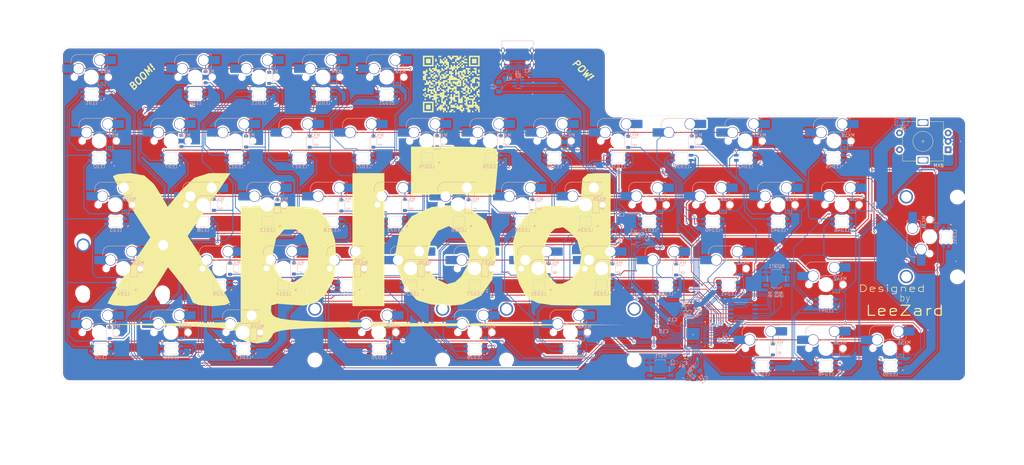
<source format=kicad_pcb>
(kicad_pcb (version 20240108) (generator "pcbnew") (generator_version "8.0")
  (layers (0 "F.Cu" signal) (31 "B.Cu" signal) (34 "B.Paste" user) (35 "F.Paste" user) (36 "B.SilkS" user "B.Silkscreen") (37 "F.SilkS" user "F.Silkscreen") (38 "B.Mask" user) (39 "F.Mask" user) (44 "Edge.Cuts" user))
  (net 0 "")
  (net 1 "Net-(BOOT1-Pad2)")
  (net 2 "GND")
  (net 3 "+5V")
  (net 4 "+1V1")
  (net 5 "XIN")
  (net 6 "Net-(C12-Pad2)")
  (net 7 "Net-(D7-A)")
  (net 8 "Net-(D9-A)")
  (net 9 "Net-(D18-A)")
  (net 10 "Net-(D22-A)")
  (net 11 "VBUS")
  (net 12 "D+")
  (net 13 "Net-(J1-CC1)")
  (net 15 "Net-(J1-CC2)")
  (net 17 "D-")
  (net 18 "SWD")
  (net 19 "RESET")
  (net 20 "SWC")
  (net 21 "Net-(R3-Pad1)")
  (net 22 "Q_SEL")
  (net 23 "Net-(U3-USB_DP)")
  (net 24 "Net-(U3-USB_DM)")
  (net 25 "ROW_0")
  (net 28 "Q_CLK")
  (net 31 "XOUT")
  (net 34 "Q_102")
  (net 35 "Q_101")
  (net 36 "Q_100")
  (net 39 "Q_103")
  (net 40 "ROT_B")
  (net 41 "ROT_A")
  (net 42 "Net-(D23-A)")
  (net 43 "Net-(D24-A)")
  (net 44 "Net-(D25-A)")
  (net 45 "Net-(D26-A)")
  (net 46 "Net-(D27-A)")
  (net 47 "Net-(D28-A)")
  (net 48 "Net-(D29-A)")
  (net 49 "Net-(D30-A)")
  (net 50 "Net-(D32-A)")
  (net 51 "Net-(D33-A)")
  (net 52 "Net-(D34-A)")
  (net 53 "Net-(D35-A)")
  (net 54 "Net-(D36-A)")
  (net 55 "Net-(D37-A)")
  (net 56 "Net-(D38-A)")
  (net 57 "Net-(D39-A)")
  (net 58 "Net-(D40-A)")
  (net 59 "Net-(D41-A)")
  (net 60 "Net-(D42-A)")
  (net 61 "Net-(D43-A)")
  (net 62 "Net-(D44-A)")
  (net 63 "Net-(D45-A)")
  (net 64 "Net-(D46-A)")
  (net 65 "Net-(D47-A)")
  (net 66 "COL_3")
  (net 67 "COL_4")
  (net 68 "Net-(D48-A)")
  (net 69 "Net-(D49-A)")
  (net 70 "COL_7")
  (net 71 "COL_8")
  (net 72 "Net-(D50-A)")
  (net 73 "Net-(D51-A)")
  (net 74 "COL_0")
  (net 75 "COL_1")
  (net 76 "COL_2")
  (net 77 "COL_9")
  (net 78 "COL_10")
  (net 79 "COL_11")
  (net 80 "COL_5")
  (net 81 "COL_6")
  (net 82 "ROW_1")
  (net 83 "ROW_2")
  (net 84 "ROW_3")
  (net 85 "ROW_4")
  (net 86 "Net-(LED1-DOUT)")
  (net 87 "Net-(LED3-DOUT)")
  (net 88 "Net-(LED10-DIN)")
  (net 89 "Net-(LED11-DOUT)")
  (net 90 "Net-(LED18-DIN)")
  (net 91 "Net-(LED2-DOUT)")
  (net 92 "Net-(LED21-DOUT)")
  (net 93 "Net-(LED10-DOUT)")
  (net 94 "Net-(LED11-DIN)")
  (net 95 "Net-(LED4-DOUT)")
  (net 96 "Net-(LED12-DOUT)")
  (net 97 "Net-(LED14-DOUT)")
  (net 98 "Net-(LED6-DIN)")
  (net 99 "Net-(LED7-DIN)")
  (net 100 "Net-(LED16-DIN)")
  (net 101 "Net-(LED8-DIN)")
  (net 102 "Net-(LED17-DIN)")
  (net 103 "Net-(LED13-DOUT)")
  (net 104 "Net-(LED20-DOUT)")
  (net 105 "Net-(LED23-DOUT)")
  (net 106 "Net-(LED22-DOUT)")
  (net 107 "Net-(LED26-DIN)")
  (net 108 "+3V3V")
  (net 110 "Net-(LED25-DIN)")
  (net 111 "Net-(LED29-DOUT)")
  (net 112 "Net-(LED27-DIN)")
  (net 113 "Net-(LED30-DOUT)")
  (net 114 "Net-(LED33-DIN)")
  (net 115 "Net-(LED31-DOUT)")
  (net 116 "Net-(LED36-DOUT)")
  (net 117 "Net-(LED34-DIN)")
  (net 118 "Net-(LED39-DIN)")
  (net 119 "Net-(LED37-DOUT)")
  (net 120 "Net-(LED40-DIN)")
  (net 121 "RGB")
  (net 122 "RGB MCU")
  (net 123 "Net-(LED46-DIN)")
  (net 124 "Net-(D17-A)")
  (net 125 "Net-(D16-A)")
  (net 126 "Net-(D15-A)")
  (net 127 "Net-(D14-A)")
  (net 128 "Net-(D13-A)")
  (net 129 "Net-(D12-A)")
  (net 130 "Net-(D5-A)")
  (net 131 "Net-(D4-A)")
  (net 132 "Net-(D3-A)")
  (net 133 "Net-(D2-A)")
  (net 134 "Net-(D1-A)")
  (net 135 "Net-(D8-A)")
  (net 136 "Net-(D21-A)")
  (net 137 "Net-(D20-A)")
  (net 138 "Net-(D19-A)")
  (net 139 "Net-(D6-A)")
  (net 140 "Net-(D11-A)")
  (net 141 "Net-(D10-A)")
  (net 142 "Net-(LED42-DOUT)")
  (net 143 "Net-(LED44-DOUT)")
  (net 144 "Net-(LED45-DIN)")
  (net 145 "Net-(LED47-DIN)")
  (net 147 "unconnected-(U3-GPIO3-Pad5)")
  (net 149 "Net-(LED15-DOUT)")
  (net 150 "Net-(LED16-DOUT)")
  (net 151 "Net-(LED24-DOUT)")
  (net 152 "Net-(LED25-DOUT)")
  (net 153 "Net-(LED32-DOUT)")
  (net 154 "Net-(LED33-DOUT)")
  (net 155 "Net-(LED38-DOUT)")
  (net 156 "Net-(LED39-DOUT)")
  (net 157 "Net-(LED43-DOUT)")
  (net 158 "Net-(LED45-DOUT)")
  (net 159 "Net-(D31-A)")
  (net 161 "Net-(LED50-DOUT)")
  (footprint "PCM_marbastlib-mx:STAB_MX_P_ISO" (layer "F.Cu") (at 271.4625 69.05625)
    (property "Reference" "S1" (hide yes))
    (property "Value" "MX_stab")
  )
  (footprint "PCM_marbastlib-mx:STAB_MX_P_3u" (layer "F.Cu") (at 107.15625 97.63125)
    (property "Reference" "S3" (hide yes))
    (property "Value" "MX_stab")
  )
  (footprint "LOGO" (layer "F.Cu") (at 128.8 23.5)
    (property "Reference" "G***")
    (property "Value" "LOGO" (hide yes))
  )
  (footprint "LOGO" (layer "F.Cu") (at 102.48 69.15)
    (property "Reference" "G***")
    (property "Value" "LOGO" (hide yes))
  )
  (footprint "PCM_marbastlib-mx:STAB_MX_P_3u" (layer "F.Cu") (at 164.30625 97.63125)
    (property "Reference" "S4" (hide yes))
    (property "Value" "MX_stab")
  )
  (footprint "PCM_marbastlib-mx:STAB_MX_P_2u" (layer "F.Cu") (at 30.95625 78.58125)
    (property "Reference" "S2" (hide yes))
    (property "Value" "MX_stab")
  )
  (footprint "Rotary_Encoder:RotaryEncoder_Alps_EC11E-Switch_Vertical_H20mm" (layer "F.Cu") (at 276.95 43.100001 180)
    (property "Reference" "MX6")
    (property "Value" "MX_SW_HS")
  )
  (footprint "Diode_SMD:D_SOD-123" (layer "B.Cu") (at 133.9 59.7 90)
    (property "Reference" "D24")
    (property "Value" "D_Small")
  )
  (footprint "Diode_SMD:D_SOD-123" (layer "B.Cu") (at 48.3 40.5 90)
    (property "Reference" "D8")
    (property "Value" "D_Small")
  )
  (footprint "PCM_marbastlib-mx:LED_MX_6028R" (layer "B.Cu") (at 54.775 64.5 180)
    (property "Reference" "LED8")
    (property "Value" "MX_SK6812MINI-E")
    (fp_line (start 1.699999 0.702843) (end 1.699999 -0.702841) (stroke (width 0.1)) (layer "Edge.Cuts"))
    (fp_line (start 0.794452 -1.499999) (end -0.794452 -1.499999) (stroke (width 0.1)) (layer "Edge.Cuts"))
    (fp_line (start -0.794453 1.5) (end 0.794452 1.5) (stroke (width 0.1)) (layer "Edge.Cuts"))
    (fp_line (start -1.699999 -0.702841) (end -1.699999 0.702843) (stroke (width 0.1)) (layer "Edge.Cuts"))
    (fp_arc (start 1.749484 0.919721) (mid 1.71254 0.814067) (end 1.699999 0.702843) (stroke (width 0.1)) (layer "Edge.Cuts"))
    (fp_arc (start 1.749484 0.919721) (mid 1.638072 1.504036) (end 1.046711 1.5683) (stroke (width 0.1)) (layer "Edge.Cuts"))
    (fp_arc (start 1.699999 -0.702842) (mid 1.712536 -0.814065) (end 1.749484 -0.919719) (stroke (width 0.1)) (layer "Edge.Cuts"))
    (fp_arc (start 1.046711 -1.568296) (mid 1.638069 -1.504034) (end 1.749484 -0.919719) (stroke (width 0.1)) (layer "Edge.Cuts"))
    (fp_arc (start 1.04671 -1.568298) (mid 0.925122 -1.517376) (end 0.794452 -1.499999) (stroke (width 0.1)) (layer "Edge.Cuts"))
    (fp_arc (start 0.794453 1.500001) (mid 0.925123 1.517378) (end 1.046711 1.5683) (stroke (width 0.1)) (layer "Edge.Cuts"))
    (fp_arc (start -0.794452 -1.499999) (mid -0.925123 -1.517376) (end -1.046711 -1.568298) (stroke (width 0.1)) (layer "Edge.Cuts"))
    (fp_arc (start -1.046711 1.568299) (mid -0.925123 1.517377) (end -0.794453 1.5) (stroke (width 0.1)) (layer "Edge.Cuts"))
    (fp_arc (start -1.046711 1.568299) (mid -1.638071 1.504035) (end -1.749484 0.919721) (stroke (width 0.1)) (layer "Edge.Cuts"))
    (fp_arc (start -1.699999 0.702844) (mid -1.712527 0.814069) (end -1.749484 0.919721) (stroke (width 0.1)) (layer "Edge.Cuts"))
    (fp_arc (start -1.749484 -0.919718) (mid -1.638072 -1.504034) (end -1.046711 -1.568298) (stroke (width 0.1)) (layer "Edge.Cuts"))
    (fp_arc (start -1.749484 -0.919719) (mid -1.712527 -0.814067) (end -1.699999 -0.702841) (stroke (width 0.1)) (layer "Edge.Cuts"))
  )
  (footprint "Diode_SMD:D_SOD-123" (layer "B.Cu") (at 263.45 34.800001)
    (property "Reference" "D6")
    (property "Value" "D_Small")
  )
  (footprint "PCM_marbastlib-mx:SW_MX_HS_CPG151101S11_1u" (layer "B.Cu") (at 109.5375 21.43125 180)
    (property "Reference" "MX5")
    (property "Value" "MX_SW_HS")
  )
  (footprint "PCM_marbastlib-mx:LED_MX_6028R" (layer "B.Cu") (at 111.975 64.5 180)
    (property "Reference" "LED23")
    (property "Value" "MX_SK6812MINI-E")
    (fp_line (start 1.699999 0.702843) (end 1.699999 -0.702841) (stroke (width 0.1)) (layer "Edge.Cuts"))
    (fp_line (start 0.794452 -1.499999) (end -0.794452 -1.499999) (stroke (width 0.1)) (layer "Edge.Cuts"))
    (fp_line (start -0.794453 1.5) (end 0.794452 1.5) (stroke (width 0.1)) (layer "Edge.Cuts"))
    (fp_line (start -1.699999 -0.702841) (end -1.699999 0.702843) (stroke (width 0.1)) (layer "Edge.Cuts"))
    (fp_arc (start 1.749484 0.919721) (mid 1.71254 0.814067) (end 1.699999 0.702843) (stroke (width 0.1)) (layer "Edge.Cuts"))
    (fp_arc (start 1.749484 0.919721) (mid 1.638072 1.504036) (end 1.046711 1.5683) (stroke (width 0.1)) (layer "Edge.Cuts"))
    (fp_arc (start 1.699999 -0.702842) (mid 1.712536 -0.814065) (end 1.749484 -0.919719) (stroke (width 0.1)) (layer "Edge.Cuts"))
    (fp_arc (start 1.046711 -1.568296) (mid 1.638069 -1.504034) (end 1.749484 -0.919719) (stroke (width 0.1)) (layer "Edge.Cuts"))
    (fp_arc (start 1.04671 -1.568298) (mid 0.925122 -1.517376) (end 0.794452 -1.499999) (stroke (width 0.1)) (layer "Edge.Cuts"))
    (fp_arc (start 0.794453 1.500001) (mid 0.925123 1.517378) (end 1.046711 1.5683) (stroke (width 0.1)) (layer "Edge.Cuts"))
    (fp_arc (start -0.794452 -1.499999) (mid -0.925123 -1.517376) (end -1.046711 -1.568298) (stroke (width 0.1)) (layer "Edge.Cuts"))
    (fp_arc (start -1.046711 1.568299) (mid -0.925123 1.517377) (end -0.794453 1.5) (stroke (width 0.1)) (layer "Edge.Cuts"))
    (fp_arc (start -1.046711 1.568299) (mid -1.638071 1.504035) (end -1.749484 0.919721) (stroke (width 0.1)) (layer "Edge.Cuts"))
    (fp_arc (start -1.699999 0.702844) (mid -1.712527 0.814069) (end -1.749484 0.919721) (stroke (width 0.1)) (layer "Edge.Cuts"))
    (fp_arc (start -1.749484 -0.919718) (mid -1.638072 -1.504034) (end -1.046711 -1.568298) (stroke (width 0.1)) (layer "Edge.Cuts"))
    (fp_arc (start -1.749484 -0.919719) (mid -1.712527 -0.814067) (end -1.699999 -0.702841) (stroke (width 0.1)) (layer "Edge.Cuts"))
  )
  (footprint "Diode_SMD:D_SOD-123" (layer "B.Cu") (at 157.8 78.75 90)
    (property "Reference" "D38")
    (property "Value" "D_Small")
  )
  (footprint "PCM_marbastlib-mx:SW_MX_HS_CPG151101S11_1u" (layer "B.Cu") (at 92.86875 59.53125 180)
    (property "Reference" "MX22")
    (property "Value" "MX_SW_HS")
  )
  (footprint "Diode_SMD:D_SOD-123" (layer "B.Cu") (at 86.55 40.7 90)
    (property "Reference" "D10")
    (property "Value" "D_Small")
  )
  (footprint "PCM_marbastlib-mx:SW_MX_HS_CPG151101S11_1u" (layer "B.Cu") (at 73.86875 59.53125 180)
    (property "Reference" "MX21")
    (property "Value" "MX_SW_HS")
  )
  (footprint "Diode_SMD:D_SOD-123" (layer "B.Cu") (at 26.9 97.8 90)
    (property "Reference" "D43")
    (property "Value" "D_Small")
  )
  (footprint "PCM_marbastlib-mx:LED_MX_6028R" (layer "B.Cu") (at 121.525 45.5 180)
    (property "Reference" "LED25")
    (property "Value" "MX_SK6812MINI-E")
    (fp_line (start 1.699999 0.702843) (end 1.699999 -0.702841) (stroke (width 0.1)) (layer "Edge.Cuts"))
    (fp_line (start 0.794452 -1.499999) (end -0.794452 -1.499999) (stroke (width 0.1)) (layer "Edge.Cuts"))
    (fp_line (start -0.794453 1.5) (end 0.794452 1.5) (stroke (width 0.1)) (layer "Edge.Cuts"))
    (fp_line (start -1.699999 -0.702841) (end -1.699999 0.702843) (stroke (width 0.1)) (layer "Edge.Cuts"))
    (fp_arc (start 1.749484 0.919721) (mid 1.71254 0.814067) (end 1.699999 0.702843) (stroke (width 0.1)) (layer "Edge.Cuts"))
    (fp_arc (start 1.749484 0.919721) (mid 1.638072 1.504036) (end 1.046711 1.5683) (stroke (width 0.1)) (layer "Edge.Cuts"))
    (fp_arc (start 1.699999 -0.702842) (mid 1.712536 -0.814065) (end 1.749484 -0.919719) (stroke (width 0.1)) (layer "Edge.Cuts"))
    (fp_arc (start 1.046711 -1.568296) (mid 1.638069 -1.504034) (end 1.749484 -0.919719) (stroke (width 0.1)) (layer "Edge.Cuts"))
    (fp_arc (start 1.04671 -1.568298) (mid 0.925122 -1.517376) (end 0.794452 -1.499999) (stroke (width 0.1)) (layer "Edge.Cuts"))
    (fp_arc (start 0.794453 1.500001) (mid 0.925123 1.517378) (end 1.046711 1.5683) (stroke (width 0.1)) (layer "Edge.Cuts"))
    (fp_arc (start -0.794452 -1.499999) (mid -0.925123 -1.517376) (end -1.046711 -1.568298) (stroke (width 0.1)) (layer "Edge.Cuts"))
    (fp_arc (start -1.046711 1.568299) (mid -0.925123 1.517377) (end -0.794453 1.5) (stroke (width 0.1)) (layer "Edge.Cuts"))
    (fp_arc (start -1.046711 1.568299) (mid -1.638071 1.504035) (end -1.749484 0.919721) (stroke (width 0.1)) (layer "Edge.Cuts"))
    (fp_arc (start -1.699999 0.702844) (mid -1.712527 0.814069) (end -1.749484 0.919721) (stroke (width 0.1)) (layer "Edge.Cuts"))
    (fp_arc (start -1.749484 -0.919718) (mid -1.638072 -1.504034) (end -1.046711 -1.568298) (stroke (width 0.1)) (layer "Edge.Cuts"))
    (fp_arc (start -1.749484 -0.919719) (mid -1.712527 -0.814067) (end -1.699999 -0.702841) (stroke (width 0.1)) (layer "Edge.Cuts"))
  )
  (footprint "PCM_marbastlib-mx:SW_MX_HS_CPG151101S11_1u" (layer "B.Cu") (at 116.68125 78.58125 180)
    (property "Reference" "MX36")
    (property "Value" "MX_SW_HS")
  )
  (footprint "PCM_marbastlib-mx:LED_MX_6028R" (layer "B.Cu") (at 59.525 83.5 180)
    (property "Reference" "LED9")
    (property "Value" "MX_SK6812MINI-E")
    (fp_line (start 1.699999 0.702843) (end 1.699999 -0.702841) (stroke (width 0.1)) (layer "Edge.Cuts"))
    (fp_line (start 0.794452 -1.499999) (end -0.794452 -1.499999) (stroke (width 0.1)) (layer "Edge.Cuts"))
    (fp_line (start -0.794453 1.5) (end 0.794452 1.5) (stroke (width 0.1)) (layer "Edge.Cuts"))
    (fp_line (start -1.699999 -0.702841) (end -1.699999 0.702843) (stroke (width 0.1)) (layer "Edge.Cuts"))
    (fp_arc (start 1.749484 0.919721) (mid 1.71254 0.814067) (end 1.699999 0.702843) (stroke (width 0.1)) (layer "Edge.Cuts"))
    (fp_arc (start 1.749484 0.919721) (mid 1.638072 1.504036) (end 1.046711 1.5683) (stroke (width 0.1)) (layer "Edge.Cuts"))
    (fp_arc (start 1.699999 -0.702842) (mid 1.712536 -0.814065) (end 1.749484 -0.919719) (stroke (width 0.1)) (layer "Edge.Cuts"))
    (fp_arc (start 1.046711 -1.568296) (mid 1.638069 -1.504034) (end 1.749484 -0.919719) (stroke (width 0.1)) (layer "Edge.Cuts"))
    (fp_arc (start 1.04671 -1.568298) (mid 0.925122 -1.517376) (end 0.794452 -1.499999) (stroke (width 0.1)) (layer "Edge.Cuts"))
    (fp_arc (start 0.794453 1.500001) (mid 0.925123 1.517378) (end 1.046711 1.5683) (stroke (width 0.1)) (layer "Edge.Cuts"))
    (fp_arc (start -0.794452 -1.499999) (mid -0.925123 -1.517376) (end -1.046711 -1.568298) (stroke (width 0.1)) (layer "Edge.Cuts"))
    (fp_arc (start -1.046711 1.568299) (mid -0.925123 1.517377) (end -0.794453 1.5) (stroke (width 0.1)) (layer "Edge.Cuts"))
    (fp_arc (start -1.046711 1.568299) (mid -1.638071 1.504035) (end -1.749484 0.919721) (stroke (width 0.1)) (layer "Edge.Cuts"))
    (fp_arc (start -1.699999 0.702844) (mid -1.712527 0.814069) (end -1.749484 0.919721) (stroke (width 0.1)) (layer "Edge.Cuts"))
    (fp_arc (start -1.749484 -0.919718) (mid -1.638072 -1.504034) (end -1.046711 -1.568298) (stroke (width 0.1)) (layer "Edge.Cuts"))
    (fp_arc (start -1.749484 -0.919719) (mid -1.712527 -0.814067) (end -1.699999 -0.702841) (stroke (width 0.1)) (layer "Edge.Cuts"))
  )
  (footprint "Diode_SMD:D_SOD-123" (layer "B.Cu") (at 229.35 59.7 90)
    (property "Reference" "D29")
    (property "Value" "D_Small")
  )
  (footprint "Diode_SMD:D_SOD-123" (layer "B.Cu") (at 58 59.55 90)
    (property "Reference" "D20")
    (property "Value" "D_Small")
  )
  (footprint "Capacitor_SMD:C_0402_1005Metric" (layer "B.Cu") (at 210.37 99.3)
    (property "Reference" "C7")
    (property "Value" "100n")
  )
  (footprint "PCM_marbastlib-mx:LED_MX_6028R" (layer "B.Cu") (at 245.275 64.5 180)
    (property "Reference" "LED46")
    (property "Value" "MX_SK6812MINI-E")
    (fp_line (start 1.699999 0.702843) (end 1.699999 -0.702841) (stroke (width 0.1)) (layer "Edge.Cuts"))
    (fp_line (start 0.794452 -1.499999) (end -0.794452 -1.499999) (stroke (width 0.1)) (layer "Edge.Cuts"))
    (fp_line (start -0.794453 1.5) (end 0.794452 1.5) (stroke (width 0.1)) (layer "Edge.Cuts"))
    (fp_line (start -1.699999 -0.702841) (end -1.699999 0.702843) (stroke (width 0.1)) (layer "Edge.Cuts"))
    (fp_arc (start 1.749484 0.919721) (mid 1.71254 0.814067) (end 1.699999 0.702843) (stroke (width 0.1)) (layer "Edge.Cuts"))
    (fp_arc (start 1.749484 0.919721) (mid 1.638072 1.504036) (end 1.046711 1.5683) (stroke (width 0.1)) (layer "Edge.Cuts"))
    (fp_arc (start 1.699999 -0.702842) (mid 1.712536 -0.814065) (end 1.749484 -0.919719) (stroke (width 0.1)) (layer "Edge.Cuts"))
    (fp_arc (start 1.046711 -1.568296) (mid 1.638069 -1.504034) (end 1.749484 -0.919719) (stroke (width 0.1)) (layer "Edge.Cuts"))
    (fp_arc (start 1.04671 -1.568298) (mid 0.925122 -1.517376) (end 0.794452 -1.499999) (stroke (width 0.1)) (layer "Edge.Cuts"))
    (fp_arc (start 0.794453 1.500001) (mid 0.925123 1.517378) (end 1.046711 1.5683) (stroke (width 0.1)) (layer "Edge.Cuts"))
    (fp_arc (start -0.794452 -1.499999) (mid -0.925123 -1.517376) (end -1.046711 -1.568298) (stroke (width 0.1)) (layer "Edge.Cuts"))
    (fp_arc (start -1.046711 1.568299) (mid -0.925123 1.517377) (end -0.794453 1.5) (stroke (width 0.1)) (layer "Edge.Cuts"))
    (fp_arc (start -1.046711 1.568299) (mid -1.638071 1.504035) (end -1.749484 0.919721) (stroke (width 0.1)) (layer "Edge.Cuts"))
    (fp_arc (start -1.699999 0.702844) (mid -1.712527 0.814069) (end -1.749484 0.919721) (stroke (width 0.1)) (layer "Edge.Cuts"))
    (fp_arc (start -1.749484 -0.919718) (mid -1.638072 -1.504034) (end -1.046711 -1.568298) (stroke (width 0.1)) (layer "Edge.Cuts"))
    (fp_arc (start -1.749484 -0.919719) (mid -1.712527 -0.814067) (end -1.699999 -0.702841) (stroke (width 0.1)) (layer "Edge.Cuts"))
  )
  (footprint "PCM_marbastlib-mx:SW_MX_HS_CPG151101S11_1u" (layer "B.Cu") (at 90.4875 21.43125 180)
    (property "Reference" "MX4")
    (property "Value" "MX_SW_HS")
  )
  (footprint "Diode_SMD:D_SOD-123" (layer "B.Cu") (at 138.8 78.65 90)
    (property "Reference" "D37")
    (property "Value" "D_Small")
  )
  (footprint "PCM_marbastlib-mx:LED_MX_6028R" (layer "B.Cu") (at 276.35 69.15 -90)
    (property "Reference" "LED51")
    (property "Value" "MX_SK6812MINI-E")
    (fp_line (start -0.794453 1.5) (end 0.794452 1.5) (stroke (width 0.1)) (layer "Edge.Cuts"))
    (fp_line (start 1.699999 0.702843) (end 1.699999 -0.702841) (stroke (width 0.1)) (layer "Edge.Cuts"))
    (fp_line (start -1.699999 -0.702841) (end -1.699999 0.702843) (stroke (width 0.1)) (layer "Edge.Cuts"))
    (fp_line (start 0.794452 -1.499999) (end -0.794452 -1.499999) (stroke (width 0.1)) (layer "Edge.Cuts"))
    (fp_arc (start -1.046711 1.568298) (mid -0.925123 1.517376) (end -0.794453 1.5) (stroke (width 0.1)) (layer "Edge.Cuts"))
    (fp_arc (start -1.046711 1.568298) (mid -1.63807 1.504034) (end -1.749484 0.919721) (stroke (width 0.1)) (layer "Edge.Cuts"))
    (fp_arc (start 0.794453 1.500001) (mid 0.925123 1.517378) (end 1.046711 1.5683) (stroke (width 0.1)) (layer "Edge.Cuts"))
    (fp_arc (start 1.749484 0.919721) (mid 1.638072 1.504036) (end 1.046711 1.5683) (stroke (width 0.1)) (layer "Edge.Cuts"))
    (fp_arc (start 1.749484 0.919721) (mid 1.71254 0.814067) (end 1.699999 0.702843) (stroke (width 0.1)) (layer "Edge.Cuts"))
    (fp_arc (start -1.699999 0.702844) (mid -1.712527 0.814069) (end -1.749484 0.919721) (stroke (width 0.1)) (layer "Edge.Cuts"))
    (fp_arc (start 1.699999 -0.702842) (mid 1.712536 -0.814066) (end 1.749484 -0.91972) (stroke (width 0.1)) (layer "Edge.Cuts"))
    (fp_arc (start -1.749484 -0.919718) (mid -1.638072 -1.504034) (end -1.046711 -1.568298) (stroke (width 0.1)) (layer "Edge.Cuts"))
    (fp_arc (start -1.749484 -0.91972) (mid -1.712527 -0.814067) (end -1.699999 -0.702841) (stroke (width 0.1)) (layer "Edge.Cuts"))
    (fp_arc (start -0.794452 -1.499999) (mid -0.925123 -1.517376) (end -1.046711 -1.568298) (stroke (width 0.1)) (layer "Edge.Cuts"))
    (fp_arc (start 1.046711 -1.568296) (mid 1.638069 -1.504034) (end 1.749484 -0.91972) (stroke (width 0.1)) (layer "Edge.Cuts"))
    (fp_arc (start 1.04671 -1.568298) (mid 0.925122 -1.517376) (end 0.794452 -1.499999) (stroke (width 0.1)) (layer "Edge.Cuts"))
  )
  (footprint "PCM_marbastlib-mx:SW_MX_HS_CPG151101S11_1u" (layer "B.Cu") (at 111.86875 59.53125 180)
    (property "Reference" "MX23")
    (property "Value" "MX_SW_HS")
  )
  (footprint "PCM_marbastlib-mx:LED_MX_6028R" (layer "B.Cu") (at 159.5 45.5 180)
    (property "Reference" "LED33")
    (property "Value" "MX_SK6812MINI-E")
    (fp_line (start 1.699999 0.702843) (end 1.699999 -0.702841) (stroke (width 0.1)) (layer "Edge.Cuts"))
    (fp_line (start 0.794452 -1.499999) (end -0.794452 -1.499999) (stroke (width 0.1)) (layer "Edge.Cuts"))
    (fp_line (start -0.794453 1.5) (end 0.794452 1.5) (stroke (width 0.1)) (layer "Edge.Cuts"))
    (fp_line (start -1.699999 -0.702841) (end -1.699999 0.702843) (stroke (width 0.1)) (layer "Edge.Cuts"))
    (fp_arc (start 1.749484 0.919721) (mid 1.71254 0.814067) (end 1.699999 0.702843) (stroke (width 0.1)) (layer "Edge.Cuts"))
    (fp_arc (start 1.749484 0.919721) (mid 1.638072 1.504036) (end 1.046711 1.5683) (stroke (width 0.1)) (layer "Edge.Cuts"))
    (fp_arc (start 1.699999 -0.702842) (mid 1.712536 -0.814065) (end 1.749484 -0.919719) (stroke (width 0.1)) (layer "Edge.Cuts"))
    (fp_arc (start 1.046711 -1.568296) (mid 1.638069 -1.504034) (end 1.749484 -0.919719) (stroke (width 0.1)) (layer "Edge.Cuts"))
    (fp_arc (start 1.04671 -1.568298) (mid 0.925122 -1.517376) (end 0.794452 -1.499999) (stroke (width 0.1)) (layer "Edge.Cuts"))
    (fp_arc (start 0.794453 1.500001) (mid 0.925123 1.517378) (end 1.046711 1.5683) (stroke (width 0.1)) (layer "Edge.Cuts"))
    (fp_arc (start -0.794452 -1.499999) (mid -0.925123 -1.517376) (end -1.046711 -1.568298) (stroke (width 0.1)) (layer "Edge.Cuts"))
    (fp_arc (start -1.046711 1.568299) (mid -0.925123 1.517377) (end -0.794453 1.5) (stroke (width 0.1)) (layer "Edge.Cuts"))
    (fp_arc (start -1.046711 1.568299) (mid -1.638071 1.504035) (end -1.749484 0.919721) (stroke (width 0.1)) (layer "Edge.Cuts"))
    (fp_arc (start -1.699999 0.702844) (mid -1.712527 0.814069) (end -1.749484 0.919721) (stroke (width 0.1)) (layer "Edge.Cuts"))
    (fp_arc (start -1.749484 -0.919718) (mid -1.638072 -1.504034) (end -1.046711 -1.568298) (stroke (width 0.1)) (layer "Edge.Cuts"))
    (fp_arc (start -1.749484 -0.919719) (mid -1.712527 -0.814067) (end -1.699999 -0.702841) (stroke (width 0.1)) (layer "Edge.Cuts"))
  )
  (footprint "Capacitor_SMD:C_0402_1005Metric" (layer "B.Cu") (at 178.55 61)
    (property "Reference" "C1")
    (property "Value" "1u")
  )
  (footprint "Diode_SMD:D_SOD-123" (layer "B.Cu") (at 153 59.65 90)
    (property "Reference" "D25")
    (property "Value" "D_Small")
  )
  (footprint "Diode_SMD:D_SOD-123" (layer "B.Cu") (at 214.7 78.7 90)
    (property "Reference" "D41")
    (property "Value" "D_Small")
  )
  (footprint "Diode_SMD:D_SOD-123" (layer "B.Cu") (at 243.6 83.45 90)
    (property "Reference" "D42")
    (property "Value" "D_Small")
  )
  (footprint "PCM_marbastlib-mx:LED_MX_6028R" (layer "B.Cu") (at 216.525 45.5 180)
    (property "Reference" "LED42")
    (property "Value" "MX_SK6812MINI-E")
    (fp_line (start 1.699999 0.702843) (end 1.699999 -0.702841) (stroke (width 0.1)) (layer "Edge.Cuts"))
    (fp_line (start 0.794452 -1.499999) (end -0.794452 -1.499999) (stroke (width 0.1)) (layer "Edge.Cuts"))
    (fp_line (start -0.794453 1.5) (end 0.794452 1.5) (stroke (width 0.1)) (layer "Edge.Cuts"))
    (fp_line (start -1.699999 -0.702841) (end -1.699999 0.702843) (stroke (width 0.1)) (layer "Edge.Cuts"))
    (fp_arc (start 1.749484 0.919721) (mid 1.71254 0.814067) (end 1.699999 0.702843) (stroke (width 0.1)) (layer "Edge.Cuts"))
    (fp_arc (start 1.749484 0.919721) (mid 1.638072 1.504036) (end 1.046711 1.5683) (stroke (width 0.1)) (layer "Edge.Cuts"))
    (fp_arc (start 1.699999 -0.702842) (mid 1.712536 -0.814065) (end 1.749484 -0.919719) (stroke (width 0.1)) (layer "Edge.Cuts"))
    (fp_arc (start 1.046711 -1.568296) (mid 1.638069 -1.504034) (end 1.749484 -0.919719) (stroke (width 0.1)) (layer "Edge.Cuts"))
    (fp_arc (start 1.04671 -1.568298) (mid 0.925122 -1.517376) (end 0.794452 -1.499999) (stroke (width 0.1)) (layer "Edge.Cuts"))
    (fp_arc (start 0.794453 1.500001) (mid 0.925123 1.517378) (end 1.046711 1.5683) (stroke (width 0.1)) (layer "Edge.Cuts"))
    (fp_arc (start -0.794452 -1.499999) (mid -0.925123 -1.517376) (end -1.046711 -1.568298) (stroke (width 0.1)) (layer "Edge.Cuts"))
    (fp_arc (start -1.046711 1.568299) (mid -0.925123 1.517377) (end -0.794453 1.5) (stroke (width 0.1)) (layer "Edge.Cuts"))
    (fp_arc (start -1.046711 1.568299) (mid -1.638071 1.504035) (end -1.749484 0.919721) (stroke (width 0.1)) (layer "Edge.Cuts"))
    (fp_arc (start -1.699999 0.702844) (mid -1.712527 0.814069) (end -1.749484 0.919721) (stroke (width 0.1)) (layer "Edge.Cuts"))
    (fp_arc (start -1.749484 -0.919718) (mid -1.638072 -1.504034) (end -1.046711 -1.568298) (stroke (width 0.1)) (layer "Edge.Cuts"))
    (fp_arc (start -1.749484 -0.919719) (mid -1.712527 -0.814067) (end -1.699999 -0.702841) (stroke (width 0.1)) (layer "Edge.Cuts"))
  )
  (footprint "Connector_USB:USB_C_Receptacle_HRO_TYPE-C-31-M-12" (layer "B.Cu") (at 148.5 14.5)
    (property "Reference" "J1")
    (property "Value" "USB_C_Receptacle_USB2.0_16P")
  )
  (footprint "PCM_marbastlib-mx:LED_MX_6028R" (layer "B.Cu") (at 221.525 107.5 180)
    (property "Reference" "LED44")
    (property "Value" "MX_SK6812MINI-E")
    (fp_line (start 1.699999 0.702843) (end 1.699999 -0.702841) (stroke (width 0.1)) (layer "Edge.Cuts"))
    (fp_line (start 0.794452 -1.499999) (end -0.794452 -1.499999) (stroke (width 0.1)) (layer "Edge.Cuts"))
    (fp_line (start -0.794453 1.5) (end 0.794452 1.5) (stroke (width 0.1)) (layer "Edge.Cuts"))
    (fp_line (start -1.699999 -0.702841) (end -1.699999 0.702843) (stroke (width 0.1)) (layer "Edge.Cuts"))
    (fp_arc (start 1.749484 0.919721) (mid 1.71254 0.814067) (end 1.699999 0.702843) (stroke (width 0.1)) (layer "Edge.Cuts"))
    (fp_arc (start 1.749484 0.919721) (mid 1.638072 1.504036) (end 1.046711 1.5683) (stroke (width 0.1)) (layer "Edge.Cuts"))
    (fp_arc (start 1.699999 -0.702842) (mid 1.712536 -0.814065) (end 1.749484 -0.919719) (stroke (width 0.1)) (layer "Edge.Cuts"))
    (fp_arc (start 1.046711 -1.568296) (mid 1.638069 -1.504034) (end 1.749484 -0.919719) (stroke (width 0.1)) (layer "Edge.Cuts"))
    (fp_arc (start 1.04671 -1.568298) (mid 0.925122 -1.517376) (end 0.794452 -1.499999) (stroke (width 0.1)) (layer "Edge.Cuts"))
    (fp_arc (start 0.794453 1.500001) (mid 0.925123 1.517378) (end 1.046711 1.5683) (stroke (width 0.1)) (layer "Edge.Cuts"))
    (fp_arc (start -0.794452 -1.499999) (mid -0.925123 -1.517376) (end -1.046711 -1.568298) (stroke (width 0.1)) (layer "Edge.Cuts"))
    (fp_arc (start -1.046711 1.568299) (mid -0.925123 1.517377) (end -0.794453 1.5) (stroke (width 0.1)) (layer "Edge.Cuts"))
    (fp_arc (start -1.046711 1.568299) (mid -1.638071 1.504035) (end -1.749484 0.919721) (stroke (width 0.1)) (layer "Edge.Cuts"))
    (fp_arc (start -1.699999 0.702844) (mid -1.712527 0.814069) (end -1.749484 0.919721) (stroke (width 0.1)) (layer "Edge.Cuts"))
    (fp_arc (start -1.749484 -0.919718) (mid -1.638072 -1.504034) (end -1.046711 -1.568298) (stroke (width 0.1)) (layer "Edge.Cuts"))
    (fp_arc (start -1.749484 -0.919719) (mid -1.712527 -0.814067) (end -1.699999 -0.702841) (stroke (width 0.1)) (layer "Edge.Cuts"))
  )
  (footprint "Diode_SMD:D_SOD-123" (layer "B.Cu") (at 162.55 40.8 90)
    (property "Reference" "D14")
    (property "Value" "D_Small")
  )
  (footprint "PCM_marbastlib-mx:LED_MX_6028R" (layer "B.Cu") (at 168.775 64.5 180)
    (property "Reference" "LED34")
    (property "Value" "MX_SK6812MINI-E")
    (fp_line (start 1.699999 0.702843) (end 1.699999 -0.702841) (stroke (width 0.1)) (layer "Edge.Cuts"))
    (fp_line (start 0.794452 -1.499999) (end -0.794452 -1.499999) (stroke (width 0.1)) (layer "Edge.Cuts"))
    (fp_line (start -0.794453 1.5) (end 0.794452 1.5) (stroke (width 0.1)) (layer "Edge.Cuts"))
    (fp_line (start -1.699999 -0.702841) (end -1.699999 0.702843) (stroke (width 0.1)) (layer "Edge.Cuts"))
    (fp_arc (start 1.749484 0.919721) (mid 1.71254 0.814067) (end 1.699999 0.702843) (stroke (width 0.1)) (layer "Edge.Cuts"))
    (fp_arc (start 1.749484 0.919721) (mid 1.638072 1.504036) (end 1.046711 1.5683) (stroke (width 0.1)) (layer "Edge.Cuts"))
    (fp_arc (start 1.699999 -0.702842) (mid 1.712536 -0.814065) (end 1.749484 -0.919719) (stroke (width 0.1)) (layer "Edge.Cuts"))
    (fp_arc (start 1.046711 -1.568296) (mid 1.638069 -1.504034) (end 1.749484 -0.919719) (stroke (width 0.1)) (layer "Edge.Cuts"))
    (fp_arc (start 1.04671 -1.568298) (mid 0.925122 -1.517376) (end 0.794452 -1.499999) (stroke (width 0.1)) (layer "Edge.Cuts"))
    (fp_arc (start 0.794453 1.500001) (mid 0.925123 1.517378) (end 1.046711 1.5683) (stroke (width 0.1)) (layer "Edge.Cuts"))
    (fp_arc (start -0.794452 -1.499999) (mid -0.925123 -1.517376) (end -1.046711 -1.568298) (stroke (width 0.1)) (layer "Edge.Cuts"))
    (fp_arc (start -1.046711 1.568299) (mid -0.925123 1.517377) (end -0.794453 1.5) (stroke (width 0.1)) (layer "Edge.Cuts"))
    (fp_arc (start -1.046711 1.568299) (mid -1.638071 1.504035) (end -1.749484 0.919721) (stroke (width 0.1)) (layer "Edge.Cuts"))
    (fp_arc (start -1.699999 0.702844) (mid -1.712527 0.814069) (end -1.749484 0.919721) (stroke (width 0.1)) (layer "Edge.Cuts"))
    (fp_arc (start -1.749484 -0.919718) (mid -1.638072 -1.504034) (end -1.046711 -1.568298) (stroke (width 0.1)) (layer "Edge.Cuts"))
    (fp_arc (start -1.749484 -0.919719) (mid -1.712527 -0.814067) (end -1.699999 -0.702841) (stroke (width 0.1)) (layer "Edge.Cuts"))
  )
  (footprint "Resistor_SMD:R_0402_1005Metric" (layer "B.Cu") (at 200.25 89.25 -90)
    (property "Reference" "R7")
    (property "Value" "27")
  )
  (footprint "PCM_marbastlib-mx:SW_MX_HS_CPG151101S11_1u" (layer "B.Cu") (at 216.44375 40.48125 180)
    (property "Reference" "MX17")
    (property "Value" "MX_SW_HS")
  )
  (footprint "PCM_marbastlib-mx:SW_MX_HS_CPG151101S11_1u" (layer "B.Cu") (at 164.30625 97.63125 180)
    (property "Reference" "MX48")
    (property "Value" "MX_SW_HS")
  )
  (footprint "Diode_SMD:D_SOD-123" (layer "B.Cu") (at 26.9 40.75 90)
    (property "Reference" "D7")
    (property "Value" "D_Small")
  )
  (footprint "PCM_marbastlib-mx:LED_MX_6028R" (layer "B.Cu") (at 192.775 83.5 180)
    (property "Reference" "LED38")
    (property "Value" "MX_SK6812MINI-E")
    (fp_line (start 1.699999 0.702843) (end 1.699999 -0.702841) (stroke (width 0.1)) (layer "Edge.Cuts"))
    (fp_line (start 0.794452 -1.499999) (end -0.794452 -1.499999) (stroke (width 0.1)) (layer "Edge.Cuts"))
    (fp_line (start -0.794453 1.5) (end 0.794452 1.5) (stroke (width 0.1)) (layer "Edge.Cuts"))
    (fp_line (start -1.699999 -0.702841) (end -1.699999 0.702843) (stroke (width 0.1)) (layer "Edge.Cuts"))
    (fp_arc (start 1.749484 0.919721) (mid 1.71254 0.814067) (end 1.699999 0.702843) (stroke (width 0.1)) (layer "Edge.Cuts"))
    (fp_arc (start 1.749484 0.919721) (mid 1.638072 1.504036) (end 1.046711 1.5683) (stroke (width 0.1)) (layer "Edge.Cuts"))
    (fp_arc (start 1.699999 -0.702842) (mid 1.712536 -0.814065) (end 1.749484 -0.919719) (stroke (width 0.1)) (layer "Edge.Cuts"))
    (fp_arc (start 1.046711 -1.568296) (mid 1.638069 -1.504034) (end 1.749484 -0.919719) (stroke (width 0.1)) (layer "Edge.Cuts"))
    (fp_arc (start 1.04671 -1.568298) (mid 0.925122 -1.517376) (end 0.794452 -1.499999) (stroke (width 0.1)) (layer "Edge.Cuts"))
    (fp_arc (start 0.794453 1.500001) (mid 0.925123 1.517378) (end 1.046711 1.5683) (stroke (width 0.1)) (layer "Edge.Cuts"))
    (fp_arc (start -0.794452 -1.499999) (mid -0.925123 -1.517376) (end -1.046711 -1.568298) (stroke (width 0.1)) (layer "Edge.Cuts"))
    (fp_arc (start -1.046711 1.568299) (mid -0.925123 1.517377) (end -0.794453 1.5) (stroke (width 0.1)) (layer "Edge.Cuts"))
    (fp_arc (start -1.046711 1.568299) (mid -1.638071 1.504035) (end -1.749484 0.919721) (stroke (width 0.1)) (layer "Edge.Cuts"))
    (fp_arc (start -1.699999 0.702844) (mid -1.712527 0.814069) (end -1.749484 0.919721) (stroke (width 0.1)) (layer "Edge.Cuts"))
    (fp_arc (start -1.749484 -0.919718) (mid -1.638072 -1.504034) (end -1.046711 -1.568298) (stroke (width 0.1)) (layer "Edge.Cuts"))
    (fp_arc (start -1.749484 -0.919719) (mid -1.712527 -0.814067) (end -1.699999 -0.702841) (stroke (width 0.1)) (layer "Edge.Cuts"))
  )
  (footprint "Diode_SMD:D_SOD-123" (layer "B.Cu") (at 76.9 59.7 90)
    (property "Reference" "D21")
    (property "Value" "D_Small")
  )
  (footprint "PCM_marbastlib-mx:LED_MX_6028R" (layer "B.Cu") (at 109.5 26.5 180)
    (property "Reference" "LED21")
    (property "Value" "MX_SK6812MINI-E")
    (fp_line (start 1.699999 0.702843) (end 1.699999 -0.702841) (stroke (width 0.1)) (layer "Edge.Cuts"))
    (fp_line (start 0.794452 -1.499999) (end -0.794452 -1.499999) (stroke (width 0.1)) (layer "Edge.Cuts"))
    (fp_line (start -0.794453 1.5) (end 0.794452 1.5) (stroke (width 0.1)) (layer "Edge.Cuts"))
    (fp_line (start -1.699999 -0.702841) (end -1.699999 0.702843) (stroke (width 0.1)) (layer "Edge.Cuts"))
    (fp_arc (start 1.749484 0.919721) (mid 1.71254 0.814067) (end 1.699999 0.702843) (stroke (width 0.1)) (layer "Edge.Cuts"))
    (fp_arc (start 1.749484 0.919721) (mid 1.638072 1.504036) (end 1.046711 1.5683) (stroke (width 0.1)) (layer "Edge.Cuts"))
    (fp_arc (start 1.699999 -0.702842) (mid 1.712536 -0.814065) (end 1.749484 -0.919719) (stroke (width 0.1)) (layer "Edge.Cuts"))
    (fp_arc (start 1.046711 -1.568296) (mid 1.638069 -1.504034) (end 1.749484 -0.919719) (stroke (width 0.1)) (layer "Edge.Cuts"))
    (fp_arc (start 1.04671 -1.568298) (mid 0.925122 -1.517376) (end 0.794452 -1.499999) (stroke (width 0.1)) (layer "Edge.Cuts"))
    (fp_arc (start 0.794453 1.500001) (mid 0.925123 1.517378) (end 1.046711 1.5683) (stroke (width 0.1)) (layer "Edge.Cuts"))
    (fp_arc (start -0.794452 -1.499999) (mid -0.925123 -1.517376) (end -1.046711 -1.568298) (stroke (width 0.1)) (layer "Edge.Cuts"))
    (fp_arc (start -1.046711 1.568299) (mid -0.925123 1.517377) (end -0.794453 1.5) (stroke (width 0.1)) (layer "Edge.Cuts"))
    (fp_arc (start -1.046711 1.568299) (mid -1.638071 1.504035) (end -1.749484 0.919721) (stroke (width 0.1)) (layer "Edge.Cuts"))
    (fp_arc (start -1.699999 0.702844) (mid -1.712527 0.814069) (end -1.749484 0.919721) (stroke (width 0.1)) (layer "Edge.Cuts"))
    (fp_arc (start -1.749484 -0.919718) (mid -1.638072 -1.504034) (end -1.046711 -1.568298) (stroke (width 0.1)) (layer "Edge.Cuts"))
    (fp_arc (start -1.749484 -0.919719) (mid -1.712527 -0.814067) (end -1.699999 -0.702841) (stroke (width 0.1)) (layer "Edge.Cuts"))
  )
  (footprint "PCM_marbastlib-mx:SW_MX_HS_CPG151101S11_1u" (layer "B.Cu") (at 59.68125 78.58125 180)
    (property "Reference" "MX33")
    (property "Value" "MX_SW_HS")
  )
  (footprint "PCM_marbastlib-mx:SW_MX_HS_CPG151101S11_1u" (layer "B.Cu") (at 168.78875 59.53125 180)
    (property "Reference" "MX26")
    (property "Value" "MX_SW_HS")
  )
  (footprint "PCM_marbastlib-mx:SW_MX_HS_CPG151101S11_1u" (layer "B.Cu") (at 52.3875 21.43125 180)
    (property "Reference" "MX2")
    (property "Value" "MX_SW_HS")
  )
  (footprint "PCM_marbastlib-mx:SW_MX_HS_CPG151101S11_1u" (layer "B.Cu") (at 23.8125 97.63125 180)
    (property "Reference" "MX43")
    (property "Value" "MX_SW_HS")
  )
  (footprint "PCM_marbastlib-mx:LED_MX_6028R" (layer "B.Cu") (at 71.4375 26.5 180)
    (property "Reference" "LED11")
    (property "Value" "MX_SK6812MINI-E")
    (fp_line (start 1.699999 0.702843) (end 1.699999 -0.702841) (stroke (width 0.1)) (layer "Edge.Cuts"))
    (fp_line (start 0.794452 -1.499999) (end -0.794452 -1.499999) (stroke (width 0.1)) (layer "Edge.Cuts"))
    (fp_line (start -0.794453 1.5) (end 0.794452 1.5) (stroke (width 0.1)) (layer "Edge.Cuts"))
    (fp_line (start -1.699999 -0.702841) (end -1.699999 0.702843) (stroke (width 0.1)) (layer "Edge.Cuts"))
    (fp_arc (start 1.749484 0.919721) (mid 1.71254 0.814067) (end 1.699999 0.702843) (stroke (width 0.1)) (layer "Edge.Cuts"))
    (fp_arc (start 1.749484 0.919721) (mid 1.638072 1.504036) (end 1.046711 1.5683) (stroke (width 0.1)) (layer "Edge.Cuts"))
    (fp_arc (start 1.699999 -0.702842) (mid 1.712536 -0.814065) (end 1.749484 -0.919719) (stroke (width 0.1)) (layer "Edge.Cuts"))
    (fp_arc (start 1.046711 -1.568296) (mid 1.638069 -1.504034) (end 1.749484 -0.919719) (stroke (width 0.1)) (layer "Edge.Cuts"))
    (fp_arc (start 1.04671 -1.568298) (mid 0.925122 -1.517376) (end 0.794452 -1.499999) (stroke (width 0.1)) (layer "Edge.Cuts"))
    (fp_arc (start 0.794453 1.500001) (mid 0.925123 1.517378) (end 1.046711 1.5683) (stroke (width 0.1)) (layer "Edge.Cuts"))
    (fp_arc (start -0.794452 -1.499999) (mid -0.925123 -1.517376) (end -1.046711 -1.568298) (stroke (width 0.1)) (layer "Edge.Cuts"))
    (fp_arc (start -1.046711 1.568299) (mid -0.925123 1.517377) (end -0.794453 1.5) (stroke (width 0.1)) (layer "Edge.Cuts"))
    (fp_arc (start -1.046711 1.568299) (mid -1.638071 1.504035) (end -1.749484 0.919721) (stroke (width 0.1)) (layer "Edge.Cuts"))
    (fp_arc (start -1.699999 0.702844) (mid -1.712527 0.814069) (end -1.749484 0.919721) (stroke (width 0.1)) (layer "Edge.Cuts"))
    (fp_arc (start -1.749484 -0.919718) (mid -1.638072 -1.504034) (end -1.046711 -1.568298) (stroke (width 0.1)) (layer "Edge.Cuts"))
    (fp_arc (start -1.749484 -0.919719) (mid -1.712527 -0.814067) (end -1.699999 -0.702841) (stroke (width 0.1)) (layer "Edge.Cuts"))
  )
  (footprint "Diode_SMD:D_SOD-123" (layer "B.Cu") (at 200.5 40.65 90)
    (property "Reference" "D16")
    (property "Value" "D_Small")
  )
  (footprint "Resistor_SMD:R_0402_1005Metric" (layer "B.Cu") (at 146.009999 20.75)
    (property "Reference" "R1")
    (property "Value" "5.1k")
  )
  (footprint "PCM_marbastlib-mx:SW_MX_HS_CPG151101S11_1u" (layer "B.Cu") (at 154.68125 78.58125 180)
    (property "Reference" "MX38")
    (property "Value" "MX_SW_HS")
  )
  (footprint "PCM_marbastlib-mx:SW_MX_HS_CPG151101S11_1u" (layer "B.Cu") (at 192.68125 78.58125 180)
    (property "Reference" "MX39")
    (property "Value" "MX_SW_HS")
  )
  (footprint "PCM_marbastlib-mx:SW_MX_HS_CPG151101S11_1u" (layer "B.Cu") (at 107.15625 97.63125 180)
    (property "Reference" "MX46")
    (property "Value" "MX_SW_HS")
  )
  (footprint "PCM_marbastlib-mx:SW_MX_HS_CPG151101S11_1u" (layer "B.Cu") (at 197.44375 40.48125 180)
    (property "Reference" "MX16")
    (property "Value" "MX_SW_HS")
  )
  (footprint "Package_TO_SOT_SMD:SOT-23-5" (layer "B.Cu") (at 177.732583 68.073915 45)
    (property "Reference" "U5")
    (property "Value" "74AHCT1G125")
  )
  (footprint "PCM_marbastlib-mx:LED_MX_6028R" (layer "B.Cu") (at 24.275 102.5 180)
    (property "Reference" "LED5")
    (property "Value" "MX_SK6812MINI-E")
    (fp_line (start 1.699999 0.702843) (end 1.699999 -0.702841) (stroke (width 0.1)) (layer "Edge.Cuts"))
    (fp_line (start 0.794452 -1.499999) (end -0.794452 -1.499999) (stroke (width 0.1)) (layer "Edge.Cuts"))
    (fp_line (start -0.794453 1.5) (end 0.794452 1.5) (stroke (width 0.1)) (layer "Edge.Cuts"))
    (fp_line (start -1.699999 -0.702841) (end -1.699999 0.702843) (stroke (width 0.1)) (layer "Edge.Cuts"))
    (fp_arc (start 1.749484 0.919721) (mid 1.71254 0.814067) (end 1.699999 0.702843) (stroke (width 0.1)) (layer "Edge.Cuts"))
    (fp_arc (start 1.749484 0.919721) (mid 1.638072 1.504036) (end 1.046711 1.5683) (stroke (width 0.1)) (layer "Edge.Cuts"))
    (fp_arc (start 1.699999 -0.702842) (mid 1.712536 -0.814065) (end 1.749484 -0.919719) (stroke (width 0.1)) (layer "Edge.Cuts"))
    (fp_arc (start 1.046711 -1.568296) (mid 1.638069 -1.504034) (end 1.749484 -0.919719) (stroke (width 0.1)) (layer "Edge.Cuts"))
    (fp_arc (start 1.04671 -1.568298) (mid 0.925122 -1.517376) (end 0.794452 -1.499999) (stroke (width 0.1)) (layer "Edge.Cuts"))
    (fp_arc (start 0.794453 1.500001) (mid 0.925123 1.517378) (end 1.046711 1.5683) (stroke (width 0.1)) (layer "Edge.Cuts"))
    (fp_arc (start -0.794452 -1.499999) (mid -0.925123 -1.517376) (end -1.046711 -1.568298) (stroke (width 0.1)) (layer "Edge.Cuts"))
    (fp_arc (start -1.046711 1.568299) (mid -0.925123 1.517377) (end -0.794453 1.5) (stroke (width 0.1)) (layer "Edge.Cuts"))
    (fp_arc (start -1.046711 1.568299) (mid -1.638071 1.504035) (end -1.749484 0.919721) (stroke (width 0.1)) (layer "Edge.Cuts"))
    (fp_arc (start -1.699999 0.702844) (mid -1.712527 0.814069) (end -1.749484 0.919721) (stroke (width 0.1)) (layer "Edge.Cuts"))
    (fp_arc (start -1.749484 -0.919718) (mid -1.638072 -1.504034) (end -1.046711 -1.568298) (stroke (width 0.1)) (layer "Edge.Cuts"))
    (fp_arc (start -1.749484 -0.919719) (mid -1.712527 -0.814067) (end -1.699999 -0.702841) (stroke (width 0.1)) (layer "Edge.Cuts"))
  )
  (footprint "Diode_SMD:D_SOD-123" (layer "B.Cu") (at 100.8 78.65 90)
    (property "Reference" "D35")
    (property "Value" "D_Small")
  )
  (footprint "PCM_marbastlib-mx:SW_MX_HS_CPG151101S11_1u" (layer "B.Cu") (at 54.78875 59.53125 180)
    (property "Reference" "MX20")
    (property "Value" "MX_SW_HS")
  )
  (footprint "PCM_marbastlib-mx:LED_MX_6028R" (layer "B.Cu") (at 135.775 83.5 180)
    (property "Reference" "LED27")
    (property "Value" "MX_SK6812MINI-E")
    (fp_line (start 1.699999 0.702843) (end 1.699999 -0.702841) (stroke (width 0.1)) (layer "Edge.Cuts"))
    (fp_line (start 0.794452 -1.499999) (end -0.794452 -1.499999) (stroke (width 0.1)) (layer "Edge.Cuts"))
    (fp_line (start -0.794453 1.5) (end 0.794452 1.5) (stroke (width 0.1)) (layer "Edge.Cuts"))
    (fp_line (start -1.699999 -0.702841) (end -1.699999 0.702843) (stroke (width 0.1)) (layer "Edge.Cuts"))
    (fp_arc (start 1.749484 0.919721) (mid 1.71254 0.814067) (end 1.699999 0.702843) (stroke (width 0.1)) (layer "Edge.Cuts"))
    (fp_arc (start 1.749484 0.919721) (mid 1.638072 1.504036) (end 1.046711 1.5683) (stroke (width 0.1)) (layer "Edge.Cuts"))
    (fp_arc (start 1.699999 -0.702842) (mid 1.712536 -0.814065) (end 1.749484 -0.919719) (stroke (width 0.1)) (layer "Edge.Cuts"))
    (fp_arc (start 1.046711 -1.568296) (mid 1.638069 -1.504034) (end 1.749484 -0.919719) (stroke (width 0.1)) (layer "Edge.Cuts"))
    (fp_arc (start 1.04671 -1.568298) (mid 0.925122 -1.517376) (end 0.794452 -1.499999) (stroke (width 0.1)) (layer "Edge.Cuts"))
    (fp_arc (start 0.794453 1.500001) (mid 0.925123 1.517378) (end 1.046711 1.5683) (stroke (width 0.1)) (layer "Edge.Cuts"))
    (fp_arc (start -0.794452 -1.499999) (mid -0.925123 -1.517376) (end -1.046711 -1.568298) (stroke (width 0.1)) (layer "Edge.Cuts"))
    (fp_arc (start -1.046711 1.568299) (mid -0.925123 1.517377) (end -0.794453 1.5) (stroke (width 0.1)) (layer "Edge.Cuts"))
    (fp_arc (start -1.046711 1.568299) (mid -1.638071 1.504035) (end -1.749484 0.919721) (stroke (width 0.1)) (layer "Edge.Cuts"))
    (fp_arc (start -1.699999 0.702844) (mid -1.712527 0.814069) (end -1.749484 0.919721) (stroke (width 0.1)) (layer "Edge.Cuts"))
    (fp_arc (start -1.749484 -0.919718) (mid -1.638072 -1.504034) (end -1.046711 -1.568298) (stroke (width 0.1)) (layer "Edge.Cuts"))
    (fp_arc (start -1.749484 -0.919719) (mid -1.712527 -0.814067) (end -1.699999 -0.702841) (stroke (width 0.1)) (layer "Edge.Cuts"))
  )
  (footprint "PCM_marbastlib-mx:LED_MX_6028R" (layer "B.Cu") (at 97.775 83.5 180)
    (property "Reference" "LED19")
    (property "Value" "MX_SK6812MINI-E")
    (fp_line (start 1.699999 0.702843) (end 1.699999 -0.702841) (stroke (width 0.1)) (layer "Edge.Cuts"))
    (fp_line (start 0.794452 -1.499999) (end -0.794452 -1.499999) (stroke (width 0.1)) (layer "Edge.Cuts"))
    (fp_line (start -0.794453 1.5) (end 0.794452 1.5) (stroke (width 0.1)) (layer "Edge.Cuts"))
    (fp_line (start -1.699999 -0.702841) (end -1.699999 0.702843) (stroke (width 0.1)) (layer "Edge.Cuts"))
    (fp_arc (start 1.749484 0.919721) (mid 1.71254 0.814067) (end 1.699999 0.702843) (stroke (width 0.1)) (layer "Edge.Cuts"))
    (fp_arc (start 1.749484 0.919721) (mid 1.638072 1.504036) (end 1.046711 1.5683) (stroke (width 0.1)) (layer "Edge.Cuts"))
    (fp_arc (start 1.699999 -0.702842) (mid 1.712536 -0.814065) (end 1.749484 -0.919719) (stroke (width 0.1)) (layer "Edge.Cuts"))
    (fp_arc (start 1.046711 -1.568296) (mid 1.638069 -1.504034) (end 1.749484 -0.919719) (stroke (width 0.1)) (layer "Edge.Cuts"))
    (fp_arc (start 1.04671 -1.568298) (mid 0.925122 -1.517376) (end 0.794452 -1.499999) (stroke (width 0.1)) (layer "Edge.Cuts"))
    (fp_arc (start 0.794453 1.500001) (mid 0.925123 1.517378) (end 1.046711 1.5683) (stroke (width 0.1)) (layer "Edge.Cuts"))
    (fp_arc (start -0.794452 -1.499999) (mid -0.925123 -1.517376) (end -1.046711 -1.568298) (stroke (width 0.1)) (layer "Edge.Cuts"))
    (fp_arc (start -1.046711 1.568299) (mid -0.925123 1.517377) (end -0.794453 1.5) (stroke (width 0.1)) (layer "Edge.Cuts"))
    (fp_arc (start -1.046711 1.568299) (mid -1.638071 1.504035) (end -1.749484 0.919721) (stroke (width 0.1)) (layer "Edge.Cuts"))
    (fp_arc (start -1.699999 0.702844) (mid -1.712527 0.814069) (end -1.749484 0.919721) (stroke (width 0.1)) (layer "Edge.Cuts"))
    (fp_arc (start -1.749484 -0.919718) (mid -1.638072 -1.504034) (end -1.046711 -1.568298) (stroke (width 0.1)) (layer "Edge.Cuts"))
    (fp_arc (start -1.749484 -0.919719) (mid -1.712527 -0.814067) (end -1.699999 -0.702841) (stroke (width 0.1)) (layer "Edge.Cuts"))
  )
  (footprint "PCM_marbastlib-mx:LED_MX_6028R" (layer "B.Cu") (at 131.025 64.5 180)
    (property "Reference" "LED26")
    (property "Value" "MX_SK6812MINI-E")
    (fp_line (start 1.699999 0.702843) (end 1.699999 -0.702841) (stroke (width 0.1)) (layer "Edge.Cuts"))
    (fp_line (start 0.794452 -1.499999) (end -0.794452 -1.499999) (stroke (width 0.1)) (layer "Edge.Cuts"))
    (fp_line (start -0.794453 1.5) (end 0.794452 1.5) (stroke (width 0.1)) (layer "Edge.Cuts"))
    (fp_line (start -1.699999 -0.702841) (end -1.699999 0.702843) (stroke (width 0.1)) (layer "Edge.Cuts"))
    (fp_arc (start 1.749484 0.919721) (mid 1.71254 0.814067) (end 1.699999 0.702843) (stroke (width 0.1)) (layer "Edge.Cuts"))
    (fp_arc (start 1.749484 0.919721) (mid 1.638072 1.504036) (end 1.046711 1.5683) (stroke (width 0.1)) (layer "Edge.Cuts"))
    (fp_arc (start 1.699999 -0.702842) (mid 1.712536 -0.814065) (end 1.749484 -0.919719) (stroke (width 0.1)) (layer "Edge.Cuts"))
    (fp_arc (start 1.046711 -1.568296) (mid 1.638069 -1.504034) (end 1.749484 -0.919719) (stroke (width 0.1)) (layer "Edge.Cuts"))
    (fp_arc (start 1.04671 -1.568298) (mid 0.925122 -1.517376) (end 0.794452 -1.499999) (stroke (width 0.1)) (layer "Edge.Cuts"))
    (fp_arc (start 0.794453 1.500001) (mid 0.925123 1.517378) (end 1.046711 1.5683) (stroke (width 0.1)) (layer "Edge.Cuts"))
    (fp_arc (start -0.794452 -1.499999) (mid -0.925123 -1.517376) (end -1.046711 -1.568298) (stroke (width 0.1)) (layer "Edge.Cuts"))
    (fp_arc (start -1.046711 1.568299) (mid -0.925123 1.517377) (end -0.794453 1.5) (stroke (width 0.1)) (layer "Edge.Cuts"))
    (fp_arc (start -1.046711 1.568299) (mid -1.638071 1.504035) (end -1.749484 0.919721) (stroke (width 0.1)) (layer "Edge.Cuts"))
    (fp_arc (start -1.699999 0.702844) (mid -1.712527 0.814069) (end -1.749484 0.919721) (stroke (width 0.1)) (layer "Edge.Cuts"))
    (fp_arc (start -1.749484 -0.919718) (mid -1.638072 -1.504034) (end -1.046711 -1.568298) (stroke (width 0.1)) (layer "Edge.Cuts"))
    (fp_arc (start -1.749484 -0.919719) (mid -1.712527 -0.814067) (end -1.699999 -0.702841) (stroke (width 0.1)) (layer "Edge.Cuts"))
  )
  (footprint "PCM_marbastlib-mx:LED_MX_6028R" (layer "B.Cu") (at 107.275 102.5 180)
    (property "Reference" "LED20")
    (property "Value" "MX_SK6812MINI-E")
    (fp_line (start 1.699999 0.702843) (end 1.699999 -0.702841) (stroke (width 0.1)) (layer "Edge.Cuts"))
    (fp_line (start 0.794452 -1.499999) (end -0.794452 -1.499999) (stroke (width 0.1)) (layer "Edge.Cuts"))
    (fp_line (start -0.794453 1.5) (end 0.794452 1.5) (stroke (width 0.1)) (layer "Edge.Cuts"))
    (fp_line (start -1.699999 -0.702841) (end -1.699999 0.702843) (stroke (width 0.1)) (layer "Edge.Cuts"))
    (fp_arc (start 1.749484 0.919721) (mid 1.71254 0.814067) (end 1.699999 0.702843) (stroke (width 0.1)) (layer "Edge.Cuts"))
    (fp_arc (start 1.749484 0.919721) (mid 1.638072 1.504036) (end 1.046711 1.5683) (stroke (width 0.1)) (layer "Edge.Cuts"))
    (fp_arc (start 1.699999 -0.702842) (mid 1.712536 -0.814065) (end 1.749484 -0.919719) (stroke (width 0.1)) (layer "Edge.Cuts"))
    (fp_arc (start 1.046711 -1.568296) (mid 1.638069 -1.504034) (end 1.749484 -0.919719) (stroke (width 0.1)) (layer "Edge.Cuts"))
    (fp_arc (start 1.04671 -1.568298) (mid 0.925122 -1.517376) (end 0.794452 -1.499999) (stroke (width 0.1)) (layer "Edge.Cuts"))
    (fp_arc (start 0.794453 1.500001) (mid 0.925123 1.517378) (end 1.046711 1.5683) (stroke (width 0.1)) (layer "Edge.Cuts"))
    (fp_arc (start -0.794452 -1.499999) (mid -0.925123 -1.517376) (end -1.046711 -1.568298) (stroke (width 0.1)) (layer "Edge.Cuts"))
    (fp_arc (start -1.046711 1.568299) (mid -0.925123 1.517377) (end -0.794453 1.5) (stroke (width 0.1)) (layer "Edge.Cuts"))
    (fp_arc (start -1.046711 1.568299) (mid -1.638071 1.504035) (end -1.749484 0.919721) (stroke (width 0.1)) (layer "Edge.Cuts"))
    (fp_arc (start -1.699999 0.702844) (mid -1.712527 0.814069) (end -1.749484 0.919721) (stroke (width 0.1)) (layer "Edge.Cuts"))
    (fp_arc (start -1.749484 -0.919718) (mid -1.638072 -1.504034) (end -1.046711 -1.568298) (stroke (width 0.1)) (layer "Edge.Cuts"))
    (fp_arc (start -1.749484 -0.919719) (mid -1.712527 -0.814067) (end -1.699999 -0.702841) (stroke (width 0.1)) (layer "Edge.Cuts"))
  )
  (footprint "PCM_marbastlib-mx:LED_MX_6028R" (layer "B.Cu") (at 178.525 45.5 180)
    (property "Reference" "LED36")
    (property "Value" "MX_SK6812MINI-E")
    (fp_line (start 1.699999 0.702843) (end 1.699999 -0.702841) (stroke (width 0.1)) (layer "Edge.Cuts"))
    (fp_line (start 0.794452 -1.499999) (end -0.794452 -1.499999) (stroke (width 0.1)) (layer "Edge.Cuts"))
    (fp_line (start -0.794453 1.5) (end 0.794452 1.5) (stroke (width 0.1)) (layer "Edge.Cuts"))
    (fp_line (start -1.699999 -0.702841) (end -1.699999 0.702843) (stroke (width 0.1)) (layer "Edge.Cuts"))
    (fp_arc (start 1.749484 0.919721) (mid 1.71254 0.814067) (end 1.699999 0.702843) (stroke (width 0.1)) (layer "Edge.Cuts"))
    (fp_arc (start 1.749484 0.919721) (mid 1.638072 1.504036) (end 1.046711 1.5683) (stroke (width 0.1)) (layer "Edge.Cuts"))
    (fp_arc (start 1.699999 -0.702842) (mid 1.712536 -0.814065) (end 1.749484 -0.919719) (stroke (width 0.1)) (layer "Edge.Cuts"))
    (fp_arc (start 1.046711 -1.568296) (mid 1.638069 -1.504034) (end 1.749484 -0.919719) (stroke (width 0.1)) (layer "Edge.Cuts"))
    (fp_arc (start 1.04671 -1.568298) (mid 0.925122 -1.517376) (end 0.794452 -1.499999) (stroke (width 0.1)) (layer "Edge.Cuts"))
    (fp_arc (start 0.794453 1.500001) (mid 0.925123 1.517378) (end 1.046711 1.5683) (stroke (width 0.1)) (layer "Edge.Cuts"))
    (fp_arc (start -0.794452 -1.499999) (mid -0.925123 -1.517376) (end -1.046711 -1.568298) (stroke (width 0.1)) (layer "Edge.Cuts"))
    (fp_arc (start -1.046711 1.568299) (mid -0.925123 1.517377) (end -0.794453 1.5) (stroke (width 0.1)) (layer "Edge.Cuts"))
    (fp_arc (start -1.046711 1.568299) (mid -1.638071 1.504035) (end -1.749484 0.919721) (stroke (width 0.1)) (layer "Edge.Cuts"))
    (fp_arc (start -1.699999 0.702844) (mid -1.712527 0.814069) (end -1.749484 0.919721) (stroke (width 0.1)) (layer "Edge.Cuts"))
    (fp_arc (start -1.749484 -0.919718) (mid -1.638072 -1.504034) (end -1.046711 -1.568298) (stroke (width 0.1)) (layer "Edge.Cuts"))
    (fp_arc (start -1.749484 -0.919719) (mid -1.712527 -0.814067) (end -1.699999 -0.702841) (stroke (width 0.1)) (layer "Edge.Cuts"))
  )
  (footprint "Diode_SMD:D_SOD-123" (layer "B.Cu") (at 81.85 78.55 90)
    (property "Reference" "D34")
    (property "Value" "D_Small")
  )
  (footprint "Resistor_SMD:R_0402_1005Metric" (layer "B.Cu") (at 199.816153 107.481766 45)
    (property "Reference" "R9")
    (property "Value" "1k")
  )
  (footprint "Diode_SMD:D_SOD-123" (layer "B.Cu") (at 209.85 59.7 90)
    (property "Reference" "D28")
    (property "Value" "D_Small")
  )
  (footprint "Crystal:Crystal_SMD_3225-4Pin_3.2x2.5mm" (layer "B.Cu") (at 201.5 109.25 45)
    (property "Reference" "Y1")
    (property "Value" "Crystal_GND24" (hide yes))
  )
  (footprint "Capacitor_SMD:C_0402_1005Metric" (layer "B.Cu") (at 186.1125 69.5 90)
    (property "Reference" "C2")
    (property "Value" "1u")
  )
  (footprint "Diode_SMD:D_SOD-123" (layer "B.Cu") (at 67.6 40.65 90)
    (property "Reference" "D9")
    (property "Value" "D_Small")
  )
  (footprint "PCM_marbastlib-mx:LED_MX_6028R" (layer "B.Cu") (at 259.725 107.5 180)
    (property "Reference" "LED50")
    (property "Value" "MX_SK6812MINI-E")
    (fp_line (start 1.699999 0.702843) (end 1.699999 -0.702841) (stroke (width 0.1)) (layer "Edge.Cuts"))
    (fp_line (start 0.794452 -1.499999) (end -0.794452 -1.499999) (stroke (width 0.1)) (layer "Edge.Cuts"))
    (fp_line (start -0.794453 1.5) (end 0.794452 1.5) (stroke (width 0.1)) (layer "Edge.Cuts"))
    (fp_line (start -1.699999 -0.702841) (end -1.699999 0.702843) (stroke (width 0.1)) (layer "Edge.Cuts"))
    (fp_arc (start 1.749484 0.919721) (mid 1.71254 0.814067) (end 1.699999 0.702843) (stroke (width 0.1)) (layer "Edge.Cuts"))
    (fp_arc (start 1.749484 0.919721) (mid 1.638072 1.504036) (end 1.046711 1.5683) (stroke (width 0.1)) (layer "Edge.Cuts"))
    (fp_arc (start 1.699999 -0.702842) (mid 1.712536 -0.814065) (end 1.749484 -0.919719) (stroke (width 0.1)) (layer "Edge.Cuts"))
    (fp_arc (start 1.046711 -1.568296) (mid 1.638069 -1.504034) (end 1.749484 -0.919719) (stroke (width 0.1)) (layer "Edge.Cuts"))
    (fp_arc (start 1.04671 -1.568298) (mid 0.925122 -1.517376) (end 0.794452 -1.499999) (stroke (width 0.1)) (layer "Edge.Cuts"))
    (fp_arc (start 0.794453 1.500001) (mid 0.925123 1.517378) (end 1.046711 1.5683) (stroke (width 0.1)) (layer "Edge.Cuts"))
    (fp_arc (start -0.794452 -1.499999) (mid -0.925123 -1.517376) (end -1.046711 -1.568298) (stroke (width 0.1)) (layer "Edge.Cuts"))
    (fp_arc (start -1.046711 1.568299) (mid -0.925123 1.517377) (end -0.794453 1.5) (stroke (width 0.1)) (layer "Edge.Cuts"))
    (fp_arc (start -1.046711 1.568299) (mid -1.638071 1.504035) (end -1.749484 0.919721) (stroke (width 0.1)) (layer "Edge.Cuts"))
    (fp_arc (start -1.699999 0.702844) (mid -1.712527 0.814069) (end -1.749484 0.919721) (stroke (width 0.1)) (layer "Edge.Cuts"))
    (fp_arc (start -1.749484 -0.919718) (mid -1.638072 -1.504034) (end -1.046711 -1.568298) (stroke (width 0.1)) (layer "Edge.Cuts"))
    (fp_arc (start -1.749484 -0.919719) (mid -1.712527 -0.814067) (end -1.699999 -0.702841) (stroke (width 0.1)) (layer "Edge.Cuts"))
  )
  (footprint "PCM_marbastlib-mx:LED_MX_6028R" (layer "B.Cu") (at 83.525 45.5 180)
    (property "Reference" "LED17")
    (property "Value" "MX_SK6812MINI-E")
    (fp_line (start 1.699999 0.702843) (end 1.699999 -0.702841) (stroke (width 0.1)) (layer "Edge.Cuts"))
    (fp_line (start 0.794452 -1.499999) (end -0.794452 -1.499999) (stroke (width 0.1)) (layer "Edge.Cuts"))
    (fp_line (start -0.794453 1.5) (end 0.794452 1.5) (stroke (width 0.1)) (layer "Edge.Cuts"))
    (fp_line (start -1.699999 -0.702841) (end -1.699999 0.702843) (stroke (width 0.1)) (layer "Edge.Cuts"))
    (fp_arc (start 1.749484 0.919721) (mid 1.71254 0.814067) (end 1.699999 0.702843) (stroke (width 0.1)) (layer "Edge.Cuts"))
    (fp_arc (start 1.749484 0.919721) (mid 1.638072 1.504036) (end 1.046711 1.5683) (stroke (width 0.1)) (layer "Edge.Cuts"))
    (fp_arc (start 1.699999 -0.702842) (mid 1.712536 -0.814065) (end 1.749484 -0.919719) (stroke (width 0.1)) (layer "Edge.Cuts"))
    (fp_arc (start 1.046711 -1.568296) (mid 1.638069 -1.504034) (end 1.749484 -0.919719) (stroke (width 0.1)) (layer "Edge.Cuts"))
    (fp_arc (start 1.04671 -1.568298) (mid 0.925122 -1.517376) (end 0.794452 -1.499999) (stroke (width 0.1)) (layer "Edge.Cuts"))
    (fp_arc (start 0.794453 1.500001) (mid 0.925123 1.517378) (end 1.046711 1.5683) (stroke (width 0.1)) (layer "Edge.Cuts"))
    (fp_arc (start -0.794452 -1.499999) (mid -0.925123 -1.517376) (end -1.046711 -1.568298) (stroke (width 0.1)) (layer "Edge.Cuts"))
    (fp_arc (start -1.046711 1.568299) (mid -0.925123 1.517377) (end -0.794453 1.5) (stroke (width 0.1)) (layer "Edge.Cuts"))
    (fp_arc (start -1.046711 1.568299) (mid -1.638071 1.504035) (end -1.749484 0.919721) (stroke (width 0.1)) (layer "Edge.Cuts"))
    (fp_arc (start -1.699999 0.702844) (mid -1.712527 0.814069) (end -1.749484 0.919721) (stroke (width 0.1)) (layer "Edge.Cuts"))
    (fp_arc (start -1.749484 -0.919718) (mid -1.638072 -1.504034) (end -1.046711 -1.568298) (stroke (width 0.1)) (layer "Edge.Cuts"))
    (fp_arc (start -1.749484 -0.919719) (mid -1.712527 -0.814067) (end -1.699999 -0.702841) (stroke (width 0.1)) (layer "Edge.Cuts"))
  )
  (footprint "PCM_marbastlib-mx:LED_MX_6028R" (layer "B.Cu") (at 116.775 83.5 180)
    (property "Reference" "LED24")
    (property "Value" "MX_SK6812MINI-E")
    (fp_line (start 1.699999 0.702843) (end 1.699999 -0.702841) (stroke (width 0.1)) (layer "Edge.Cuts"))
    (fp_line (start 0.794452 -1.499999) (end -0.794452 -1.499999) (stroke (width 0.1)) (layer "Edge.Cuts"))
    (fp_line (start -0.794453 1.5) (end 0.794452 1.5) (stroke (width 0.1)) (layer "Edge.Cuts"))
    (fp_line (start -1.699999 -0.702841) (end -1.699999 0.702843) (stroke (width 0.1)) (layer "Edge.Cuts"))
    (fp_arc (start 1.749484 0.919721) (mid 1.71254 0.814067) (end 1.699999 0.702843) (stroke (width 0.1)) (layer "Edge.Cuts"))
    (fp_arc (start 1.749484 0.919721) (mid 1.638072 1.504036) (end 1.046711 1.5683) (stroke (width 0.1)) (layer "Edge.Cuts"))
    (fp_arc (start 1.699999 -0.702842) (mid 1.712536 -0.814065) (end 1.749484 -0.919719) (stroke (width 0.1)) (layer "Edge.Cuts"))
    (fp_arc (start 1.046711 -1.568296) (mid 1.638069 -1.504034) (end 1.749484 -0.919719) (stroke (width 0.1)) (layer "Edge.Cuts"))
    (fp_arc (start 1.04671 -1.568298) (mid 0.925122 -1.517376) (end 0.794452 -1.499999) (stroke (width 0.1)) (layer "Edge.Cuts"))
    (fp_arc (start 0.794453 1.500001) (mid 0.925123 1.517378) (end 1.046711 1.5683) (stroke (width 0.1)) (layer "Edge.Cuts"))
    (fp_arc (start -0.794452 -1.499999) (mid -0.925123 -1.517376) (end -1.046711 -1.568298) (stroke (width 0.1)) (layer "Edge.Cuts"))
    (fp_arc (start -1.046711 1.568299) (mid -0.925123 1.517377) (end -0.794453 1.5) (stroke (width 0.1)) (layer "Edge.Cuts"))
    (fp_arc (start -1.046711 1.568299) (mid -1.638071 1.504035) (end -1.749484 0.919721) (stroke (width 0.1)) (layer "Edge.Cuts"))
    (fp_arc (start -1.699999 0.702844) (mid -1.712527 0.814069) (end -1.749484 0.919721) (stroke (width 0.1)) (layer "Edge.Cuts"))
    (fp_arc (start -1.749484 -0.919718) (mid -1.638072 -1.504034) (end -1.046711 -1.568298) (stroke (width 0.1)) (layer "Edge.Cuts"))
    (fp_arc (start -1.749484 -0.919719) (mid -1.712527 -0.814067) (end -1.699999 -0.702841) (stroke (width 0.1)) (layer "Edge.Cuts"))
  )
  (footprint "Diode_SMD:D_SOD-123" (layer "B.Cu") (at 119.75 78.65 90)
    (property "Reference" "D36")
    (property "Value" "D_Small")
  )
  (footprint "PCM_marbastlib-mx:SW_MX_HS_CPG151101S11_1u" (layer "B.Cu") (at 240.50625 102.39375 180)
    (property "Reference" "MX50")
    (property "Value" "MX_SW_HS")
  )
  (footprint "Capacitor_SMD:C_0402_1005Metric" (layer "B.Cu") (at 197.5 91.75 90)
    (property "Reference" "C8")
    (property "Value" "100n")
  )
  (footprint "PCM_marbastlib-mx:LED_MX_6028R" (layer "B.Cu") (at 154.775 83.5 180)
    (property "Reference" "LED31")
    (property "Value" "MX_SK6812MINI-E")
    (fp_line (start 1.699999 0.702843) (end 1.699999 -0.702841) (stroke (width 0.1)) (layer "Edge.Cuts"))
    (fp_line (start 0.794452 -1.499999) (end -0.794452 -1.499999) (stroke (width 0.1)) (layer "Edge.Cuts"))
    (fp_line (start -0.794453 1.5) (end 0.794452 1.5) (stroke (width 0.1)) (layer "Edge.Cuts"))
    (fp_line (start -1.699999 -0.702841) (end -1.699999 0.702843) (stroke (width 0.1)) (layer "Edge.Cuts"))
    (fp_arc (start 1.749484 0.919721) (mid 1.71254 0.814067) (end 1.699999 0.702843) (stroke (width 0.1)) (layer "Edge.Cuts"))
    (fp_arc (start 1.749484 0.919721) (mid 1.638072 1.504036) (end 1.046711 1.5683) (stroke (width 0.1)) (layer "Edge.Cuts"))
    (fp_arc (start 1.699999 -0.702842) (mid 1.712536 -0.814065) (end 1.749484 -0.919719) (stroke (width 0.1)) (layer "Edge.Cuts"))
    (fp_arc (start 1.046711 -1.568296) (mid 1.638069 -1.504034) (end 1.749484 -0.919719) (stroke (width 0.1)) (layer "Edge.Cuts"))
    (fp_arc (start 1.04671 -1.568298) (mid 0.925122 -1.517376) (end 0.794452 -1.499999) (stroke (width 0.1)) (layer "Edge.Cuts"))
    (fp_arc (start 0.794453 1.500001) (mid 0.925123 1.517378) (end 1.046711 1.5683) (stroke (width 0.1)) (layer "Edge.Cuts"))
    (fp_arc (start -0.794452 -1.499999) (mid -0.925123 -1.517376) (end -1.046711 -1.568298) (stroke (width 0.1)) (layer "Edge.Cuts"))
    (fp_arc (start -1.046711 1.568299) (mid -0.925123 1.517377) (end -0.794453 1.5) (stroke (width 0.1)) (layer "Edge.Cuts"))
    (fp_arc (start -1.046711 1.568299) (mid -1.638071 1.504035) (end -1.749484 0.919721) (stroke (width 0.1)) (layer "Edge.Cuts"))
    (fp_arc (start -1.699999 0.702844) (mid -1.712527 0.814069) (end -1.749484 0.919721) (stroke (width 0.1)) (layer "Edge.Cuts"))
    (fp_arc (start -1.749484 -0.919718) (mid -1.638072 -1.504034) (end -1.046711 -1.568298) (stroke (width 0.1)) (layer "Edge.Cuts"))
    (fp_arc (start -1.749484 -0.919719) (mid -1.712527 -0.814067) (end -1.699999 -0.702841) (stroke (width 0.1)) (layer "Edge.Cuts"))
  )
  (footprint "Capacitor_SMD:C_0402_1005Metric" (layer "B.Cu") (at 196.05 106.6 -90)
    (property "Reference" "C3")
    (property "Value" "1u")
  )
  (footprint "PCM_marbastlib-mx:SW_MX_HS_CPG151101S11_1u" (layer "B.Cu") (at 121.44375 40.48125 180)
    (property "Reference" "MX12")
    (property "Value" "MX_SW_HS")
  )
  (footprint "Diode_SMD:D_SOD-123" (layer "B.Cu") (at 55.5 21.45 90)
    (property "Reference" "D2")
    (property "Value" "D_Small")
  )
  (footprint "PCM_marbastlib-mx:SW_MX_HS_CPG151101S11_1u" (layer "B.Cu") (at 28.575 59.53125 180)
    (property "Reference" "MX19")
    (property "Value" "MX_SW_HS")
  )
  (footprint "PCM_marbastlib-mx:SW_MX_HS_CPG151101S11_1u" (layer "B.Cu") (at 240.50625 83.34375 180)
    (property "Reference" "MX42")
    (property "Value" "MX_SW_HS")
  )
  (footprint "PCM_marbastlib-mx:SW_MX_HS_CPG151101S11_1u" (layer "B.Cu") (at 206.78875 59.53125 180)
    (property "Reference" "MX28")
    (property "Value" "MX_SW_HS")
  )
  (footprint "Diode_SMD:D_SOD-123" (layer "B.Cu") (at 74.5 21.65 90)
    (property "Reference" "D3")
    (property "Value" "D_Small")
  )
  (footprint "PCM_marbastlib-mx:SW_MX_HS_CPG151101S11_1u" (layer "B.Cu") (at 159.44375 40.48125 180)
    (property "Reference" "MX14")
    (property "Value" "MX_SW_HS")
  )
  (footprint "Resistor_SMD:R_0402_1005Metric" (layer "B.Cu") (at 225.1 86.290001 -90)
    (property "Reference" "R6")
    (property "Value" "1k")
  )
  (footprint "PCM_marbastlib-mx:SW_MX_HS_CPG151101S11_1u" (layer "B.Cu") (at 187.78875 59.53125 180)
    (property "Reference" "MX27")
    (property "Value" "MX_SW_HS")
  )
  (footprint "Fuse:Fuse_1206_3216Metric" (layer "B.Cu") (at 143 24.350001 -90)
    (property "Reference" "F1")
    (property "Value" "Fuse_Small")
  )
  (footprint "PCM_marbastlib-mx:SW_MX_HS_CPG151101S11_1u" (layer "B.Cu") (at 135.68125 78.58125 180)
    (property "Reference" "MX37")
    (property "Value" "MX_SW_HS")
  )
  (footprint "Capacitor_SMD:C_0603_1608Metric" (layer "B.Cu") (at 187.901992 88.098008 -135)
    (property "Reference" "C5")
    (property "Value" "10u")
  )
  (footprint "Resistor_SMD:R_0402_1005Metric" (layer "B.Cu") (at 199.25 89.25 -90)
    (property "Reference" "R8")
    (property "Value" "27")
  )
  (footprint "PCM_marbastlib-mx:LED_MX_6028R" (layer "B.Cu") (at 23.775 45.5 180)
    (property "Reference" "LED2")
    (property "Value" "MX_SK6812MINI-E")
    (fp_line (start 1.699999 0.702843) (end 1.699999 -0.702841) (stroke (width 0.1)) (layer "Edge.Cuts"))
    (fp_line (start 0.794452 -1.499999) (end -0.794452 -1.499999) (stroke (width 0.1)) (layer "Edge.Cuts"))
    (fp_line (start -0.794453 1.5) (end 0.794452 1.5) (stroke (width 0.1)) (layer "Edge.Cuts"))
    (fp_line (start -1.699999 -0.702841) (end -1.699999 0.702843) (stroke (width 0.1)) (layer "Edge.Cuts"))
    (fp_arc (start 1.749484 0.919721) (mid 1.71254 0.814067) (end 1.699999 0.702843) (stroke (width 0.1)) (layer "Edge.Cuts"))
    (fp_arc (start 1.749484 0.919721) (mid 1.638072 1.504036) (end 1.046711 1.5683) (stroke (width 0.1)) (layer "Edge.Cuts"))
    (fp_arc (start 1.699999 -0.702842) (mid 1.712536 -0.814065) (end 1.749484 -0.919719) (stroke (width 0.1)) (layer "Edge.Cuts"))
    (fp_arc (start 1.046711 -1.568296) (mid 1.638069 -1.504034) (end 1.749484 -0.919719) (stroke (width 0.1)) (layer "Edge.Cuts"))
    (fp_arc (start 1.04671 -1.568298) (mid 0.925122 -1.517376) (end 0.794452 -1.499999) (stroke (width 0.1)) (layer "Edge.Cuts"))
    (fp_arc (start 0.794453 1.500001) (mid 0.925123 1.517378) (end 1.046711 1.5683) (stroke (width 0.1)) (layer "Edge.Cuts"))
    (fp_arc (start -0.794452 -1.499999) (mid -0.925123 -1.517376) (end -1.046711 -1.568298) (stroke (width 0.1)) (layer "Edge.Cuts"))
    (fp_arc (start -1.046711 1.568299) (mid -0.925123 1.517377) (end -0.794453 1.5) (stroke (width 0.1)) (layer "Edge.Cuts"))
    (fp_arc (start -1.046711 1.568299) (mid -1.638071 1.504035) (end -1.749484 0.919721) (stroke (width 0.1)) (layer "Edge.Cuts"))
    (fp_arc (start -1.699999 0.702844) (mid -1.712527 0.814069) (end -1.749484 0.919721) (stroke (width 0.1)) (layer "Edge.Cuts"))
    (fp_arc (start -1.749484 -0.919718) (mid -1.638072 -1.504034) (end -1.046711 -1.568298) (stroke (width 0.1)) (layer "Edge.Cuts"))
    (fp_arc (start -1.749484 -0.919719) (mid -1.712527 -0.814067) (end -1.699999 -0.702841) (stroke (width 0.1)) (layer "Edge.Cuts"))
  )
  (footprint "PCM_marbastlib-mx:LED_MX_6028R" (layer "B.Cu") (at 45.275 45.5 180)
    (property "Reference" "LED7")
    (property "Value" "MX_SK6812MINI-E")
    (fp_line (start 1.699999 0.702843) (end 1.699999 -0.702841) (stroke (width 0.1)) (layer "Edge.Cuts"))
    (fp_line (start 0.794452 -1.499999) (end -0.794452 -1.499999) (stroke (width 0.1)) (layer "Edge.Cuts"))
    (fp_line (start -0.794453 1.5) (end 0.794452 1.5) (stroke (width 0.1)) (layer "Edge.Cuts"))
    (fp_line (start -1.699999 -0.702841) (end -1.699999 0.702843) (stroke (width 0.1)) (layer "Edge.Cuts"))
    (fp_arc (start 1.749484 0.919721) (mid 1.71254 0.814067) (end 1.699999 0.702843) (stroke (width 0.1)) (layer "Edge.Cuts"))
    (fp_arc (start 1.749484 0.919721) (mid 1.638072 1.504036) (end 1.046711 1.5683) (stroke (width 0.1)) (layer "Edge.Cuts"))
    (fp_arc (start 1.699999 -0.702842) (mid 1.712536 -0.814065) (end 1.749484 -0.919719) (stroke (width 0.1)) (layer "Edge.Cuts"))
    (fp_arc (start 1.046711 -1.568296) (mid 1.638069 -1.504034) (end 1.749484 -0.919719) (stroke (width 0.1)) (layer "Edge.Cuts"))
    (fp_arc (start 1.04671 -1.568298) (mid 0.925122 -1.517376) (end 0.794452 -1.499999) (stroke (width 0.1)) (layer "Edge.Cuts"))
    (fp_arc (start 0.794453 1.500001) (mid 0.925123 1.517378) (end 1.046711 1.5683) (stroke (width 0.1)) (layer "Edge.Cuts"))
    (fp_arc (start -0.794452 -1.499999) (mid -0.925123 -1.517376) (end -1.046711 -1.568298) (stroke (width 0.1)) (layer "Edge.Cuts"))
    (fp_arc (start -1.046711 1.568299) (mid -0.925123 1.517377) (end -0.794453 1.5) (stroke (width 0.1)) (layer "Edge.Cuts"))
    (fp_arc (start -1.046711 1.568299) (mid -1.638071 1.504035) (end -1.749484 0.919721) (stroke (width 0.1)) (layer "Edge.Cuts"))
    (fp_arc (start -1.699999 0.702844) (mid -1.712527 0.814069) (end -1.749484 0.919721) (stroke (width 0.1)) (layer "Edge.Cuts"))
    (fp_arc (start -1.749484 -0.919718) (mid -1.638072 -1.504034) (end -1.046711 -1.568298) (stroke (width 0.1)) (layer "Edge.Cuts"))
    (fp_arc (start -1.749484 -0.919719) (mid -1.712527 -0.814067) (end -1.699999 -0.702841) (stroke (width 0.1)) (layer "Edge.Cuts"))
  )
  (footprint "PCM_marbastlib-mx:SW_MX_HS_CPG151101S11_1u" (layer "B.Cu") (at 140.44375 40.48125 180)
    (property "Reference" "MX13")
    (property "Value" "MX_SW_HS")
  )
  (footprint "Diode_SMD:D_SOD-123" (layer "B.Cu") (at 171.85 59.6 90)
    (property "Reference" "D26")
    (property "Value" "D_Small")
  )
  (footprint "PCM_marbastlib-mx:LED_MX_6028R" (layer "B.Cu") (at 102.525 45.5 180)
    (property "Reference" "LED22")
    (property "Value" "MX_SK6812MINI-E")
    (fp_line (start 1.699999 0.702843) (end 1.699999 -0.702841) (stroke (width 0.1)) (layer "Edge.Cuts"))
    (fp_line (start 0.794452 -1.499999) (end -0.794452 -1.499999) (stroke (width 0.1)) (layer "Edge.Cuts"))
    (fp_line (start -0.794453 1.5) (end 0.794452 1.5) (stroke (width 0.1)) (layer "Edge.Cuts"))
    (fp_line (start -1.699999 -0.702841) (end -1.699999 0.702843) (stroke (width 0.1)) (layer "Edge.Cuts"))
    (fp_arc (start 1.749484 0.919721) (mid 1.71254 0.814067) (end 1.699999 0.702843) (stroke (width 0.1)) (layer "Edge.Cuts"))
    (fp_arc (start 1.749484 0.919721) (mid 1.638072 1.504036) (end 1.046711 1.5683) (stroke (width 0.1)) (layer "Edge.Cuts"))
    (fp_arc (start 1.699999 -0.702842) (mid 1.712536 -0.814065) (end 1.749484 -0.919719) (stroke (width 0.1)) (layer "Edge.Cuts"))
    (fp_arc (start 1.046711 -1.568296) (mid 1.638069 -1.504034) (end 1.749484 -0.919719) (stroke (width 0.1)) (layer "Edge.Cuts"))
    (fp_arc (start 1.04671 -1.568298) (mid 0.925122 -1.517376) (end 0.794452 -1.499999) (stroke (width 0.1)) (layer "Edge.Cuts"))
    (fp_arc (start 0.794453 1.500001) (mid 0.925123 1.517378) (end 1.046711 1.5683) (stroke (width 0.1)) (layer "Edge.Cuts"))
    (fp_arc (start -0.794452 -1.499999) (mid -0.925123 -1.517376) (end -1.046711 -1.568298) (stroke (width 0.1)) (layer "Edge.Cuts"))
    (fp_arc (start -1.046711 1.568299) (mid -0.925123 1.517377) (end -0.794453 1.5) (stroke (width 0.1)) (layer "Edge.Cuts"))
    (fp_arc (start -1.046711 1.568299) (mid -1.638071 1.504035) (end -1.749484 0.919721) (stroke (width 0.1)) (layer "Edge.Cuts"))
    (fp_arc (start -1.699999 0.702844) (mid -1.712527 0.814069) (end -1.749484 0.919721) (stroke (width 0.1)) (layer "Edge.Cuts"))
    (fp_arc (start -1.749484 -0.919718) (mid -1.638072 -1.504034) (end -1.046711 -1.568298) (stroke (width 0.1)) (layer "Edge.Cuts"))
    (fp_arc (start -1.749484 -0.919719) (mid -1.712527 -0.814067) (end -1.699999 -0.702841) (stroke (width 0.1)) (layer "Edge.Cuts"))
  )
  (footprint "Diode_SMD:D_SOD-123" (layer "B.Cu") (at 195.8 78.85 90)
    (property "Reference" "D40")
    (property "Value" "D_Small")
  )
  (footprint "PCM_marbastlib-mx:SW_MX_HS_CPG151101S11_1u" (layer "B.Cu") (at 173.68125 78.58125 180)
    (property "Reference" "MX40")
    (property "Value" "MX_SW_HS")
  )
  (footprint "Capacitor_SMD:C_0402_1005Metric" (layer "B.Cu") (at 210.37 98.1)
    (property "Reference" "C6")
    (property "Value" "1u")
  )
  (footprint "PCM_marbastlib-mx:SW_MX_HS_CPG151101S11_1u" (layer "B.Cu") (at 178.44375 40.48125 180)
    (property "Reference" "MX15")
    (property "Value" "MX_SW_HS")
  )
  (footprint "Package_DFN_QFN:QFN-56-1EP_7x7mm_P0.4mm_EP3.2x3.2mm" (layer "B.Cu") (at 200.899999 98.3125 180)
    (property "Reference" "U3" (hide yes))
    (property "Value" "RP2040" (hide yes))
  )
  (footprint "Diode_SMD:D_SOD-123" (layer "B.Cu") (at 110.25 97.65 90)
    (property "Reference" "D46")
    (property "Value" "D_Small")
  )
  (footprint "Resistor_SMD:R_0402_1005Metric" (layer "B.Cu") (at 226.1 86.290001 90)
    (property "Reference" "R5")
    (property "Value" "5.1k")
  )
  (footprint "Diode_SMD:D_SOD-123" (layer "B.Cu") (at 62.8 78.65 90)
    (property "Reference" "D33")
    (property "Value" "D_Small")
  )
  (footprint "PCM_marbastlib-mx:SW_MX_HS_CPG151101S11_1u" (layer "B.Cu") (at 21.43125 21.43125 180)
    (property "Reference" "MX1")
    (property "Value" "MX_SW_HS")
  )
  (footprint "PCM_marbastlib-mx:SW_MX_HS_CPG151101S11_1u" (layer "B.Cu") (at 271.4625 69.05625 -90)
    (property "Reference" "MX31")
    (property "Value" "MX_SW_HS")
  )
  (footprint "PCM_marbastlib-mx:SW_MX_HS_CPG151101S11_1u" (layer "B.Cu") (at 259.58625 102.39375 180)
    (property "Reference" "MX51")
    (property "Value" "MX_SW_HS")
  )
  (footprint "Package_SO:SOIC-8_5.23x5.23mm_P1.27mm" (layer "B.Cu") (at 215.8 91.4)
    (property "Reference" "U4")
    (property "Value" "W25Q128JVS")
  )
  (footprint "Diode_SMD:D_SOD-123" (layer "B.Cu") (at 112.65 21.55 90)
    (property "Reference" "D5")
    (property "Value" "D_Small")
  )
  (footprint "PCM_marbastlib-mx:SW_MX_HS_CPG151101S11_1u" (layer "B.Cu") (at 97.68125 78.58125 180)
    (property "Reference" "MX35")
    (property "Value" "MX_SW_HS")
  )
  (footprint "PCM_marbastlib-mx:LED_MX_6028R" (layer "B.Cu") (at 93.025 64.5 180)
    (property "Reference" "LED18")
    (property "Value" "MX_SK6812MINI-E")
    (fp_line (start 1.699999 0.702843) (end 1.699999 -0.702841) (stroke (width 0.1)) (layer "Edge.Cuts"))
    (fp_line (start 0.794452 -1.499999) (end -0.794452 -1.499999) (stroke (width 0.1)) (layer "Edge.Cuts"))
    (fp_line (start -0.794453 1.5) (end 0.794452 1.5) (stroke (width 0.1)) (layer "Edge.Cuts"))
    (fp_line (start -1.699999 -0.702841) (end -1.699999 0.702843) (stroke (width 0.1)) (layer "Edge.Cuts"))
    (fp_arc (start 1.749484 0.919721) (mid 1.71254 0.814067) (end 1.699999 0.702843) (stroke (width 0.1)) (layer "Edge.Cuts"))
    (fp_arc (start 1.749484 0.919721) (mid 1.638072 1.504036) (end 1.046711 1.5683) (stroke (width 0.1)) (layer "Edge.Cuts"))
    (fp_arc (start 1.699999 -0.702842) (mid 1.712536 -0.814065) (end 1.749484 -0.919719) (stroke (width 0.1)) (layer "Edge.Cuts"))
    (fp_arc (start 1.046711 -1.568296) (mid 1.638069 -1.504034) (end 1.749484 -0.919719) (stroke (width 0.1)) (layer "Edge.Cuts"))
    (fp_arc (start 1.04671 -1.568298) (mid 0.925122 -1.517376) (end 0.794452 -1.499999) (stroke (width 0.1)) (layer "Edge.Cuts"))
    (fp_arc (start 0.794453 1.500001) (mid 0.925123 1.517378) (end 1.046711 1.5683) (stroke (width 0.1)) (layer "Edge.Cuts"))
    (fp_arc (start -0.794452 -1.499999) (mid -0.925123 -1.517376) (end -1.046711 -1.568298) (stroke (width 0.1)) (layer "Edge.Cuts"))
    (fp_arc (start -1.046711 1.568299) (mid -0.925123 1.517377) (end -0.794453 1.5) (stroke (width 0.1)) (layer "Edge.Cuts"))
    (fp_arc (start -1.046711 1.568299) (mid -1.638071 1.504035) (end -1.749484 0.919721) (stroke (width 0.1)) (layer "Edge.Cuts"))
    (fp_arc (start -1.699999 0.702844) (mid -1.712527 0.814069) (end -1.749484 0.919721) (stroke (width 0.1)) (layer "Edge.Cuts"))
    (fp_arc (start -1.749484 -0.919718) (mid -1.638072 -1.504034) (end -1.046711 -1.568298) (stroke (width 0.1)) (layer "Edge.Cuts"))
    (fp_arc (start -1.749484 -0.919719) (mid -1.712527 -0.814067) (end -1.699999 -0.702841) (stroke (width 0.1)) (layer "Edge.Cuts"))
  )
  (footprint "Diode_SMD:D_SOD-123" (layer "B.Cu") (at 93.6 21.5 90)
    (property "Reference" "D4")
    (property "Value" "D_Small")
  )
  (footprint "PCM_marbastlib-mx:SW_MX_HS_CPG151101S11_1u" (layer "B.Cu") (at 83.44375 40.48125 180)
    (property "Reference" "MX10")
    (property "Value" "MX_SW_HS")
  )
  (footprint "Capacitor_SMD:C_0402_1005Metric" (layer "B.Cu") (at 206.65 94.05)
    (property "Reference" "C9")
    (property "Value" "100n")
  )
  (footprint "Capacitor_SMD:C_0402_1005Metric" (layer "B.Cu") (at 200 105.5 -90)
    (property "Reference" "C14")
    (property "Value" "100n")
  )
  (footprint "PCM_marbastlib-mx:SW_MX_HS_CPG151101S11_1u" (layer "B.Cu") (at 221.58625 102.39375 180)
    (property "Reference" "MX49")
    (property "Value" "MX_SW_HS")
  )
  (footprint "PCM_marbastlib-mx:LED_MX_6028R" (layer "B.Cu") (at 21.525 26.5 180)
    (property "Reference" "LED1")
    (property "Value" "MX_SK6812MINI-E")
    (fp_line (start 1.699999 0.702843) (end 1.699999 -0.702841) (stroke (width 0.1)) (layer "Edge.Cuts"))
    (fp_line (start 0.794452 -1.499999) (end -0.794452 -1.499999) (stroke (width 0.1)) (layer "Edge.Cuts"))
    (fp_line (start -0.794453 1.5) (end 0.794452 1.5) (stroke (width 0.1)) (layer "Edge.Cuts"))
    (fp_line (start -1.699999 -0.702841) (end -1.699999 0.702843) (stroke (width 0.1)) (layer "Edge.Cuts"))
    (fp_arc (start 1.749484 0.919721) (mid 1.71254 0.814067) (end 1.699999 0.702843) (stroke (width 0.1)) (layer "Edge.Cuts"))
    (fp_arc (start 1.749484 0.919721) (mid 1.638072 1.504036) (end 1.046711 1.5683) (stroke (width 0.1)) (layer "Edge.Cuts"))
    (fp_arc (start 1.699999 -0.702842) (mid 1.712536 -0.814065) (end 1.749484 -0.919719) (stroke (width 0.1)) (layer "Edge.Cuts"))
    (fp_arc (start 1.046711 -1.568296) (mid 1.638069 -1.504034) (end 1.749484 -0.919719) (stroke (width 0.1)) (layer "Edge.Cuts"))
    (fp_arc (start 1.04671 -1.568298) (mid 0.925122 -1.517376) (end 0.794452 -1.499999) (stroke (width 0.1)) (layer "Edge.Cuts"))
    (fp_arc (start 0.794453 1.500001) (mid 0.925123 1.517378) (end 1.046711 1.5683) (stroke (width 0.1)) (layer "Edge.Cuts"))
    (fp_arc (start -0.794452 -1.499999) (mid -0.925123 -1.517376) (end -1.046711 -1.568298) (stroke (width 0.1)) (layer "Edge.Cuts"))
    (fp_arc (start -1.046711 1.568299) (mid -0.925123 1.517377) (end -0.794453 1.5) (stroke (width 0.1)) (layer "Edge.Cuts"))
    (fp_arc (start -1.046711 1.568299) (mid -1.638071 1.504035) (end -1.749484 0.919721) (stroke (width 0.1)) (layer "Edge.Cuts"))
    (fp_arc (start -1.699999 0.702844) (mid -1.712527 0.814069) (end -1.749484 0.919721) (stroke (width 0.1)) (layer "Edge.Cuts"))
    (fp_arc (start -1.749484 -0.919718) (mid -1.638072 -1.504034) (end -1.046711 -1.568298) (stroke (width 0.1)) (layer "Edge.Cuts"))
    (fp_arc (start -1.749484 -0.919719) (mid -1.712527 -0.814067) (end -1.699999 -0.702841) (stroke (width 0.1)) (layer "Edge.Cuts"))
  )
  (footprint "PCM_marbastlib-mx:LED_MX_6028R" (layer "B.Cu") (at 206.775 64.5 180)
    (property "Reference" "LED40")
    (property "Value" "MX_SK6812MINI-E")
    (fp_line (start 1.699999 0.702843) (end 1.699999 -0.702841) (stroke (width 0.1)) (layer "Edge.Cuts"))
    (fp_line (start 0.794452 -1.499999) (end -0.794452 -1.499999) (stroke (width 0.1)) (layer "Edge.Cuts"))
    (fp_line (start -0.794453 1.5) (end 0.794452 1.5) (stroke (width 0.1)) (layer "Edge.Cuts"))
    (fp_line (start -1.699999 -0.702841) (end -1.699999 0.702843) (stroke (width 0.1)) (layer "Edge.Cuts"))
    (fp_arc (start 1.749484 0.919721) (mid 1.71254 0.814067) (end 1.699999 0.702843) (stroke (width 0.1)) (layer "Edge.Cuts"))
    (fp_arc (start 1.749484 0.919721) (mid 1.638072 1.504036) (end 1.046711 1.5683) (stroke (width 0.1)) (layer "Edge.Cuts"))
    (fp_arc (start 1.699999 -0.702842) (mid 1.712536 -0.814065) (end 1.749484 -0.919719) (stroke (width 0.1)) (layer "Edge.Cuts"))
    (fp_arc (start 1.046711 -1.568296) (mid 1.638069 -1.504034) (end 1.749484 -0.919719) (stroke (width 0.1)) (layer "Edge.Cuts"))
    (fp_arc (start 1.04671 -1.568298) (mid 0.925122 -1.517376) (end 0.794452 -1.499999) (stroke (width 0.1)) (layer "Edge.Cuts"))
    (fp_arc (start 0.794453 1.500001) (mid 0.925123 1.517378) (end 1.046711 1.5683) (stroke (width 0.1)) (layer "Edge.Cuts"))
    (fp_arc (start -0.794452 -1.499999) (mid -0.925123 -1.517376) (end -1.046711 -1.568298) (stroke (width 0.1)) (layer "Edge.Cuts"))
    (fp_arc (start -1.046711 1.568299) (mid -0.925123 1.517377) (end -0.794453 1.5) (stroke (width 0.1)) (layer "Edge.Cuts"))
    (fp_arc (start -1.046711 1.568299) (mid -1.638071 1.504035) (end -1.749484 0.919721) (stroke (width 0.1)) (layer "Edge.Cuts"))
    (fp_arc (start -1.699999 0.702844) (mid -1.712527 0.814069) (end -1.749484 0.919721) (stroke (width 0.1)) (layer "Edge.Cuts"))
    (fp_arc (start -1.749484 -0.919718) (mid -1.638072 -1.504034) (end -1.046711 -1.568298) (stroke (width 0.1)) (layer "Edge.Cuts"))
    (fp_arc (start -1.749484 -0.919719) (mid -1.712527 -0.814067) (end -1.699999 -0.702841) (stroke (width 0.1)) (layer "Edge.Cuts"))
  )
  (footprint "PCM_marbastlib-mx:LED_MX_6028R" (layer "B.Cu") (at 45.275 102.5 180)
    (property "Reference" "LED10")
    (property "Value" "MX_SK6812MINI-E")
    (fp_line (start 1.699999 0.702843) (end 1.699999 -0.702841) (stroke (width 0.1)) (layer "Edge.Cuts"))
    (fp_line (start 0.794452 -1.499999) (end -0.794452 -1.499999) (stroke (width 0.1)) (layer "Edge.Cuts"))
    (fp_line (start -0.794453 1.5) (end 0.794452 1.5) (stroke (width 0.1)) (layer "Edge.Cuts"))
    (fp_line (start -1.699999 -0.702841) (end -1.699999 0.702843) (stroke (width 0.1)) (layer "Edge.Cuts"))
    (fp_arc (start 1.749484 0.919721) (mid 1.71254 0.814067) (end 1.699999 0.702843) (stroke (width 0.1)) (layer "Edge.Cuts"))
    (fp_arc (start 1.749484 0.919721) (mid 1.638072 1.504036) (end 1.046711 1.5683) (stroke (width 0.1)) (layer "Edge.Cuts"))
    (fp_arc (start 1.699999 -0.702842) (mid 1.712536 -0.814065) (end 1.749484 -0.919719) (stroke (width 0.1)) (layer "Edge.Cuts"))
    (fp_arc (start 1.046711 -1.568296) (mid 1.638069 -1.504034) (end 1.749484 -0.919719) (stroke (width 0.1)) (layer "Edge.Cuts"))
    (fp_arc (start 1.04671 -1.568298) (mid 0.925122 -1.517376) (end 0.794452 -1.499999) (stroke (width 0.1)) (layer "Edge.Cuts"))
    (fp_arc (start 0.794453 1.500001) (mid 0.925123 1.517378) (end 1.046711 1.5683) (stroke (width 0.1)) (layer "Edge.Cuts"))
    (fp_arc (start -0.794452 -1.499999) (mid -0.925123 -1.517376) (end -1.046711 -1.568298) (stroke (width 0.1)) (layer "Edge.Cuts"))
    (fp_arc (start -1.046711 1.568299) (mid -0.925123 1.517377) (end -0.794453 1.5) (stroke (width 0.1)) (layer "Edge.Cuts"))
    (fp_arc (start -1.046711 1.568299) (mid -1.638071 1.504035) (end -1.749484 0.919721) (stroke (width 0.1)) (layer "Edge.Cuts"))
    (fp_arc (start -1.699999 0.702844) (mid -1.712527 0.814069) (end -1.749484 0.919721) (stroke (width 0.1)) (layer "Edge.Cuts"))
    (fp_arc (start -1.749484 -0.919718) (mid -1.638072 -1.504034) (end -1.046711 -1.568298) (stroke (width 0.1)) (layer "Edge.Cuts"))
    (fp_arc (start -1.749484 -0.919719) (mid -1.712527 -0.814067) (end -1.699999 -0.702841) (stroke (width 0.1)) (layer "Edge.Cuts"))
  )
  (footprint "Capacitor_SMD:C_0402_1005Metric" (layer "B.Cu") (at 200.75 91.75 90)
    (property "Reference" "C16")
    (property "Value" "100n")
  )
  (footprint "Capacitor_SMD:C_0402_1005Metric" (layer "B.Cu") (at 194.75 95 180)
    (property "Reference" "C10")
    (property "Value" "1u")
  )
  (footprint "Diode_SMD:D_SOD-123" (layer "B.Cu") (at 105.55 40.7 90)
    (property "Reference" "D11")
    (property "Value" "D_Small")
  )
  (footprint "PCM_marbastlib-mx:LED_MX_6028R" (layer "B.Cu") (at 28.725 64.5 180)
    (property "Reference" "LED3")
    (property "Value" "MX_SK6812MINI-E")
    (fp_line (start 1.699999 0.702843) (end 1.699999 -0.702841) (stroke (width 0.1)) (layer "Edge.Cuts"))
    (fp_line (start 0.794452 -1.499999) (end -0.794452 -1.499999) (stroke (width 0.1)) (layer "Edge.Cuts"))
    (fp_line (start -0.794453 1.5) (end 0.794452 1.5) (stroke (width 0.1)) (layer "Edge.Cuts"))
    (fp_line (start -1.699999 -0.702841) (end -1.699999 0.702843) (stroke (width 0.1)) (layer "Edge.Cuts"))
    (fp_arc (start 1.749484 0.919721) (mid 1.71254 0.814067) (end 1.699999 0.702843) (stroke (width 0.1)) (layer "Edge.Cuts"))
    (fp_arc (start 1.749484 0.919721) (mid 1.638072 1.504036) (end 1.046711 1.5683) (stroke (width 0.1)) (layer "Edge.Cuts"))
    (fp_arc (start 1.699999 -0.702842) (mid 1.712536 -0.814065) (end 1.749484 -0.919719) (stroke (width 0.1)) (layer "Edge.Cuts"))
    (fp_arc (start 1.046711 -1.568296) (mid 1.638069 -1.504034) (end 1.749484 -0.919719) (stroke (width 0.1)) (layer "Edge.Cuts"))
    (fp_arc (start 1.04671 -1.568298) (mid 0.925122 -1.517376) (end 0.794452 -1.499999) (stroke (width 0.1)) (layer "Edge.Cuts"))
    (fp_arc (start 0.794453 1.500001) (mid 0.925123 1.517378) (end 1.046711 1.5683) (stroke (width 0.1)) (layer "Edge.Cuts"))
    (fp_arc (start -0.794452 -1.499999) (mid -0.925123 -1.517376) (end -1.046711 -1.568298) (stroke (width 0.1)) (layer "Edge.Cuts"))
    (fp_arc (start -1.046711 1.568299) (mid -0.925123 1.517377) (end -0.794453 1.5) (stroke (width 0.1)) (layer "Edge.Cuts"))
    (fp_arc (start -1.046711 1.568299) (mid -1.638071 1.504035) (end -1.749484 0.919721) (stroke (width 0.1)) (layer "Edge.Cuts"))
    (fp_arc (start -1.699999 0.702844) (mid -1.712527 0.814069) (end -1.749484 0.919721) (stroke (width 0.1)) (layer "Edge.Cuts"))
    (fp_arc (start -1.749484 -0.919718) (mid -1.638072 -1.504034) (end -1.046711 -1.568298) (stroke (width 0.1)) (layer "Edge.Cuts"))
    (fp_arc (start -1.749484 -0.919719) (mid -1.712527 -0.814067) (end -1.699999 -0.702841) (stroke (width 0.1)) (layer "Edge.Cuts"))
  )
  (footprint "Capacitor_SMD:C_0402_1005Metric" (layer "B.Cu") (at 184.7625 67.199999)
    (property "Reference" "C17")
    (property "Value" "100nF")
  )
  (footprint "PCM_marbastlib-mx:LED_MX_6028R" (layer "B.Cu") (at 66.775 102.5 180)
    (property "Reference" "LED15")
    (property "Value" "MX_SK6812MINI-E")
    (fp_line (start 1.699999 0.702843) (end 1.699999 -0.702841) (stroke (width 0.1)) (layer "Edge.Cuts"))
    (fp_line (start 0.794452 -1.499999) (end -0.794452 -1.499999) (stroke (width 0.1)) (layer "Edge.Cuts"))
    (fp_line (start -0.794453 1.5) (end 0.794452 1.5) (stroke (width 0.1)) (layer "Edge.Cuts"))
    (fp_line (start -1.699999 -0.702841) (end -1.699999 0.702843) (stroke (width 0.1)) (layer "Edge.Cuts"))
    (fp_arc (start 1.749484 0.919721) (mid 1.71254 0.814067) (end 1.699999 0.702843) (stroke (width 0.1)) (layer "Edge.Cuts"))
    (fp_arc (start 1.749484 0.919721) (mid 1.638072 1.504036) (end 1.046711 1.5683) (stroke (width 0.1)) (layer "Edge.Cuts"))
    (fp_arc (start 1.699999 -0.702842) (mid 1.712536 -0.814065) (end 1.749484 -0.919719) (stroke (width 0.1)) (layer "Edge.Cuts"))
    (fp_arc (start 1.046711 -1.568296) (mid 1.638069 -1.504034) (end 1.749484 -0.919719) (stroke (width 0.1)) (layer "Edge.Cuts"))
    (fp_arc (start 1.04671 -1.568298) (mid 0.925122 -1.517376) (end 0.794452 -1.499999) (stroke (width 0.1)) (layer "Edge.Cuts"))
    (fp_arc (start 0.794453 1.500001) (mid 0.925123 1.517378) (end 1.046711 1.5683) (stroke (width 0.1)) (layer "Edge.Cuts"))
    (fp_arc (start -0.794452 -1.499999) (mid -0.925123 -1.517376) (end -1.046711 -1.568298) (stroke (width 0.1)) (layer "Edge.Cuts"))
    (fp_arc (start -1.046711 1.568299) (mid -0.925123 1.517377) (end -0.794453 1.5) (stroke (width 0.1)) (layer "Edge.Cuts"))
    (fp_arc (start -1.046711 1.568299) (mid -1.638071 1.504035) (end -1.749484 0.919721) (stroke (width 0.1)) (layer "Edge.Cuts"))
    (fp_arc (start -1.699999 0.702844) (mid -1.712527 0.814069) (end -1.749484 0.919721) (stroke (width 0.1)) (layer "Edge.Cuts"))
    (fp_arc (start -1.749484 -0.919718) (mid -1.638072 -1.504034) (end -1.046711 -1.568298) (stroke (width 0.1)) (layer "Edge.Cuts"))
    (fp_arc (start -1.749484 -0.919719) (mid -1.712527 -0.814067) (end -1.699999 -0.702841) (stroke (width 0.1)) (layer "Edge.Cuts"))
  )
  (footprint "PCM_marbastlib-mx:SW_MX_HS_CPG151101S11_1u" (layer "B.Cu") (at 78.75 78.5 180)
    (property "Reference" "MX34")
    (property "Value" "MX_SW_HS")
  )
  (footprint "PCM_marbastlib-mx:SW_MX_HS_CPG151101S11_1u" (layer "B.Cu") (at 226.21875 59.53125 180)
    (property "Reference" "MX29")
    (property "Value" "MX_SW_HS")
  )
  (footprint "Diode_SMD:D_SOD-123" (layer "B.Cu") (at 248.4 59.65 90)
    (property "Reference" "D30")
    (property "Value" "D_Small")
  )
  (footprint "PCM_marbastlib-mx:SW_MX_HS_CPG151101S11_1u" (layer "B.Cu") (at 245.29875 59.53125 180)
    (property "Reference" "MX30")
    (property "Value" "MX_SW_HS")
  )
  (footprint "PCM_marbastlib-mx:LED_MX_6028R" (layer "B.Cu") (at 240.525 88.5 180)
    (property "Reference" "LED47")
    (property "Value" "MX_SK6812MINI-E")
    (fp_line (start 1.699999 0.702843) (end 1.699999 -0.702841) (stroke (width 0.1)) (layer "Edge.Cuts"))
    (fp_line (start 0.794452 -1.499999) (end -0.794452 -1.499999) (stroke (width 0.1)) (layer "Edge.Cuts"))
    (fp_line (start -0.794453 1.5) (end 0.794452 1.5) (stroke (width 0.1)) (layer "Edge.Cuts"))
    (fp_line (start -1.699999 -0.702841) (end -1.699999 0.702843) (stroke (width 0.1)) (layer "Edge.Cuts"))
    (fp_arc (start 1.749484 0.919721) (mid 1.71254 0.814067) (end 1.699999 0.702843) (stroke (width 0.1)) (layer "Edge.Cuts"))
    (fp_arc (start 1.749484 0.919721) (mid 1.638072 1.504036) (end 1.046711 1.5683) (stroke (width 0.1)) (layer "Edge.Cuts"))
    (fp_arc (start 1.699999 -0.702842) (mid 1.712536 -0.814065) (end 1.749484 -0.919719) (stroke (width 0.1)) (layer "Edge.Cuts"))
    (fp_arc (start 1.046711 -1.568296) (mid 1.638069 -1.504034) (end 1.749484 -0.919719) (stroke (width 0.1)) (layer "Edge.Cuts"))
    (fp_arc (start 1.04671 -1.568298) (mid 0.925122 -1.517376) (end 0.794452 -1.499999) (stroke (width 0.1)) (layer "Edge.Cuts"))
    (fp_arc (start 0.794453 1.500001) (mid 0.925123 1.517378) (end 1.046711 1.5683) (stroke (width 0.1)) (layer "Edge.Cuts"))
    (fp_arc (start -0.794452 -1.499999) (mid -0.925123 -1.517376) (end -1.046711 -1.568298) (stroke (width 0.1)) (layer "Edge.Cuts"))
    (fp_arc (start -1.046711 1.568299) (mid -0.925123 1.517377) (end -0.794453 1.5) (stroke (width 0.1)) (layer "Edge.Cuts"))
    (fp_arc (start -1.046711 1.568299) (mid -1.638071 1.504035) (end -1.749484 0.919721) (stroke (width 0.1)) (layer "Edge.Cuts"))
    (fp_arc (start -1.699999 0.702844) (mid -1.712527 0.814069) (end -1.749484 0.919721) (stroke (width 0.1)) (layer "Edge.Cuts"))
    (fp_arc (start -1.749484 -0.919718) (mid -1.638072 -1.504034) (end -1.046711 -1.568298) (stroke (width 0.1)) (layer "Edge.Cuts"))
    (fp_arc (start -1.749484 -0.919719) (mid -1.712527 -0.814067) (end -1.699999 -0.702841) (stroke (width 0.1)) (layer "Edge.Cuts"))
  )
  (footprint "Diode_SMD:D_SOD-123" (layer "B.Cu") (at 114.95 59.6 90)
    (property "Reference" "D23")
    (property "Value" "D_Small")
  )
  (footprint "Diode_SMD:D_SOD-123" (layer "B.Cu") (at 246 40.75 90)
    (property "Reference" "D18")
    (property "Value" "D_Small")
  )
  (footprint "Capacitor_SMD:C_0402_1005Metric" (layer "B.Cu") (at 201.75 91.2 90)
    (property "Reference" "C13")
    (property "Value" "100n")
  )
  (footprint "PCM_marbastlib-mx:LED_MX_6028R" (layer "B.Cu") (at 140.525 45.5 180)
    (property "Reference" "LED29")
    (property "Value" "MX_SK6812MINI-E")
    (fp_line (start 1.699999 0.702843) (end 1.699999 -0.702841) (stroke (width 0.1)) (layer "Edge.Cuts"))
    (fp_line (start 0.794452 -1.499999) (end -0.794452 -1.499999) (stroke (width 0.1)) (layer "Edge.Cuts"))
    (fp_line (start -0.794453 1.5) (end 0.794452 1.5) (stroke (width 0.1)) (layer "Edge.Cuts"))
    (fp_line (start -1.699999 -0.702841) (end -1.699999 0.702843) (stroke (width 0.1)) (layer "Edge.Cuts"))
    (fp_arc (start 1.749484 0.919721) (mid 1.71254 0.814067) (end 1.699999 0.702843) (stroke (width 0.1)) (layer "Edge.Cuts"))
    (fp_arc (start 1.749484 0.919721) (mid 1.638072 1.504036) (end 1.046711 1.5683) (stroke (width 0.1)) (layer "Edge.Cuts"))
    (fp_arc (start 1.699999 -0.702842) (mid 1.712536 -0.814065) (end 1.749484 -0.919719) (stroke (width 0.1)) (layer "Edge.Cuts"))
    (fp_arc (start 1.046711 -1.568296) (mid 1.638069 -1.504034) (end 1.749484 -0.919719) (stroke (width 0.1)) (layer "Edge.Cuts"))
    (fp_arc (start 1.04671 -1.568298) (mid 0.925122 -1.517376) (end 0.794452 -1.499999) (stroke (width 0.1)) (layer "Edge.Cuts"))
    (fp_arc (start 0.794453 1.500001) (mid 0.925123 1.517378) (end 1.046711 1.5683) (stroke (width 0.1)) (layer "Edge.Cuts"))
    (fp_arc (start -0.794452 -1.499999) (mid -0.925123 -1.517376) (end -1.046711 -1.568298) (stroke (width 0.1)) (layer "Edge.Cuts"))
    (fp_arc (start -1.046711 1.568299) (mid -0.925123 1.517377) (end -0.794453 1.5) (stroke (width 0.1)) (layer "Edge.Cuts"))
    (fp_arc (start -1.046711 1.568299) (mid -1.638071 1.504035) (end -1.749484 0.919721) (stroke (width 0.1)) (layer "Edge.Cuts"))
    (fp_arc (start -1.699999 0.702844) (mid -1.712527 0.814069) (end -1.749484 0.919721) (stroke (width 0.1)) (layer "Edge.Cuts"))
    (fp_arc (start -1.749484 -0.919718) (mid -1.638072 -1.504034) (end -1.046711 -1.568298) (stroke (width 0.1)) (layer "Edge.Cuts"))
    (fp_arc (start -1.749484 -0.919719) (mid -1.712527 -0.814067) (end -1.699999 -0.702841) (stroke (width 0.1)) (layer "Edge.Cuts"))
  )
  (footprint "Diode_SMD:D_SOD-123" (layer "B.Cu") (at 190.85 59.75 90)
    (property "Reference" "D27")
    (property "Value" "D_Small")
  )
  (footprint "PCM_marbastlib-mx:LED_MX_6028R" (layer "B.Cu") (at 242.775 45.5 180)
    (property "Reference" "LED45")
    (property "Value" "MX_SK6812MINI-E")
    (fp_line (start 1.699999 0.702843) (end 1.699999 -0.702841) (stroke (width 0.1)) (layer "Edge.Cuts"))
    (fp_line (start 0.794452 -1.499999) (end -0.794452 -1.499999) (stroke (width 0.1)) (layer "Edge.Cuts"))
    (fp_line (start -0.794453 1.5) (end 0.794452 1.5) (stroke (width 0.1)) (layer "Edge.Cuts"))
    (fp_line (start -1.699999 -0.702841) (end -1.699999 0.702843) (stroke (width 0.1)) (layer "Edge.Cuts"))
    (fp_arc (start 1.749484 0.919721) (mid 1.71254 0.814067) (end 1.699999 0.702843) (stroke (width 0.1)) (layer "Edge.Cuts"))
    (fp_arc (start 1.749484 0.919721) (mid 1.638072 1.504036) (end 1.046711 1.5683) (stroke (width 0.1)) (layer "Edge.Cuts"))
    (fp_arc (start 1.699999 -0.702842) (mid 1.712536 -0.814065) (end 1.749484 -0.919719) (stroke (width 0.1)) (layer "Edge.Cuts"))
    (fp_arc (start 1.046711 -1.568296) (mid 1.638069 -1.504034) (end 1.749484 -0.919719) (stroke (width 0.1)) (layer "Edge.Cuts"))
    (fp_arc (start 1.04671 -1.568298) (mid 0.925122 -1.517376) (end 0.794452 -1.499999) (stroke (width 0.1)) (layer "Edge.Cuts"))
    (fp_arc (start 0.794453 1.500001) (mid 0.925123 1.517378) (end 1.046711 1.5683) (stroke (width 0.1)) (layer "Edge.Cuts"))
    (fp_arc (start -0.794452 -1.499999) (mid -0.925123 -1.517376) (end -1.046711 -1.568298) (stroke (width 0.1)) (layer "Edge.Cuts"))
    (fp_arc (start -1.046711 1.568299) (mid -0.925123 1.517377) (end -0.794453 1.5) (stroke (width 0.1)) (layer "Edge.Cuts"))
    (fp_arc (start -1.046711 1.568299) (mid -1.638071 1.504035) (end -1.749484 0.919721) (stroke (width 0.1)) (layer "Edge.Cuts"))
    (fp_arc (start -1.699999 0.702844) (mid -1.712527 0.814069) (end -1.749484 0.919721) (stroke (width 0.1)) (layer "Edge.Cuts"))
    (fp_arc (start -1.749484 -0.919718) (mid -1.638072 -1.504034) (end -1.046711 -1.568298) (stroke (width 0.1)) (layer "Edge.Cuts"))
    (fp_arc (start -1.749484 -0.919719) (mid -1.712527 -0.814067) (end -1.699999 -0.702841) (stroke (width 0.1)) (layer "Edge.Cuts"))
  )
  (footprint "Resistor_SMD:R_0402_1005Metric" (layer "B.Cu") (at 227.1 86.290001 -90)
    (property "Reference" "R3")
    (property "Value" "5.1k")
  )
  (footprint "Diode_SMD:D_SOD-123" (layer "B.Cu") (at 262.65 102.65 90)
    (property "Reference" "D51")
    (property "Value" "D_Small")
  )
  (footprint "Diode_SMD:D_SOD-123" (layer "B.Cu") (at 124.55 40.6 90)
    (property "Reference" "D12")
    (property "Value" "D_Small")
  )
  (footprint "Diode_SMD:D_SOD-123" (layer "B.Cu") (at 24.55 21.55 90)
    (property "Reference" "D1")
    (property "Value" "D_Small")
  )
  (footprint "Package_TO_SOT_SMD:SOT-23-6" (layer "B.Cu") (at 148.769828 23.199999 180)
    (property "Reference" "U2")
    (property "Value" "SRV05-4" (hide yes))
  )
  (footprint "PCM_marbastlib-mx:LED_MX_6028R" (layer "B.Cu") (at 78.775 83.5 180)
    (property "Reference" "LED14")
    (property "Value" "MX_SK6812MINI-E")
    (fp_line (start 1.699999 0.702843) (end 1.699999 -0.702841) (stroke (width 0.1)) (layer "Edge.Cuts"))
    (fp_line (start 0.794452 -1.499999) (end -0.794452 -1.499999) (stroke (width 0.1)) (layer "Edge.Cuts"))
    (fp_line (start -0.794453 1.5) (end 0.794452 1.5) (stroke (width 0.1)) (layer "Edge.Cuts"))
    (fp_line (start -1.699999 -0.702841) (end -1.699999 0.702843) (stroke (width 0.1)) (layer "Edge.Cuts"))
    (fp_arc (start 1.749484 0.919721) (mid 1.71254 0.814067) (end 1.699999 0.702843) (stroke (width 0.1)) (layer "Edge.Cuts"))
    (fp_arc (start 1.749484 0.919721) (mid 1.638072 1.504036) (end 1.046711 1.5683) (stroke (width 0.1)) (layer "Edge.Cuts"))
    (fp_arc (start 1.699999 -0.702842) (mid 1.712536 -0.814065) (end 1.749484 -0.919719) (stroke (width 0.1)) (layer "Edge.Cuts"))
    (fp_arc (start 1.046711 -1.568296) (mid 1.638069 -1.504034) (end 1.749484 -0.919719) (stroke (width 0.1)) (layer "Edge.Cuts"))
    (fp_arc (start 1.04671 -1.568298) (mid 0.925122 -1.517376) (end 0.794452 -1.499999) (stroke (width 0.1)) (layer "Edge.Cuts"))
    (fp_arc (start 0.794453 1.500001) (mid 0.925123 1.517378) (end 1.046711 1.5683) (stroke (width 0.1)) (layer "Edge.Cuts"))
    (fp_arc (start -0.794452 -1.499999) (mid -0.925123 -1.517376) (end -1.046711 -1.568298) (stroke (width 0.1)) (layer "Edge.Cuts"))
    (fp_arc (start -1.046711 1.568299) (mid -0.925123 1.517377) (end -0.794453 1.5) (stroke (width 0.1)) (layer "Edge.Cuts"))
    (fp_arc (start -1.046711 1.568299) (mid -1.638071 1.504035) (end -1.749484 0.919721) (stroke (width 0.1)) (layer "Edge.Cuts"))
    (fp_arc (start -1.699999 0.702844) (mid -1.712527 0.814069) (end -1.749484 0.919721) (stroke (width 0.1)) (layer "Edge.Cuts"))
    (fp_arc (start -1.749484 -0.919718) (mid -1.638072 -1.504034) (end -1.046711 -1.568298) (stroke (width 0.1)) (layer "Edge.Cuts"))
    (fp_arc (start -1.749484 -0.919719) (mid -1.712527 -0.814067) (end -1.699999 -0.702841) (stroke (width 0.1)) (layer "Edge.Cuts"))
  )
  (footprint "PCM_marbastlib-mx:LED_MX_6028R" (layer "B.Cu") (at 31.025 83.5 180)
    (property "Reference" "LED4")
    (property "Value" "MX_SK6812MINI-E")
    (fp_line (start 1.699999 0.702843) (end 1.699999 -0.702841) (stroke (width 0.1)) (layer "Edge.Cuts"))
    (fp_line (start 0.794452 -1.499999) (end -0.794452 -1.499999) (stroke (width 0.1)) (layer "Edge.Cuts"))
    (fp_line (start -0.794453 1.5) (end 0.794452 1.5) (stroke (width 0.1)) (layer "Edge.Cuts"))
    (fp_line (start -1.699999 -0.702841) (end -1.699999 0.702843) (stroke (width 0.1)) (layer "Edge.Cuts"))
    (fp_arc (start 1.749484 0.919721) (mid 1.71254 0.814067) (end 1.699999 0.702843) (stroke (width 0.1)) (layer "Edge.Cuts"))
    (fp_arc (start 1.749484 0.919721) (mid 1.638072 1.504036) (end 1.046711 1.5683) (stroke (width 0.1)) (layer "Edge.Cuts"))
    (fp_arc (start 1.699999 -0.702842) (mid 1.712536 -0.814065) (end 1.749484 -0.919719) (stroke (width 0.1)) (layer "Edge.Cuts"))
    (fp_arc (start 1.046711 -1.568296) (mid 1.638069 -1.504034) (end 1.749484 -0.919719) (stroke (width 0.1)) (layer "Edge.Cuts"))
    (fp_arc (start 1.04671 -1.568298) (mid 0.925122 -1.517376) (end 0.794452 -1.499999) (stroke (width 0.1)) (layer "Edge.Cuts"))
    (fp_arc (start 0.794453 1.500001) (mid 0.925123 1.517378) (end 1.046711 1.5683) (stroke (width 0.1)) (layer "Edge.Cuts"))
    (fp_arc (start -0.794452 -1.499999) (mid -0.925123 -1.517376) (end -1.046711 -1.568298) (stroke (width 0.1)) (layer "Edge.Cuts"))
    (fp_arc (start -1.046711 1.568299) (mid -0.925123 1.517377) (end -0.794453 1.5) (stroke (width 0.1)) (layer "Edge.Cuts"))
    (fp_arc (start -1.046711 1.568299) (mid -1.638071 1.504035) (end -1.749484 0.919721) (stroke (width 0.1)) (layer "Edge.Cuts"))
    (fp_arc (start -1.699999 0.702844) (mid -1.712527 0.814069) (end -1.749484 0.919721) (stroke (width 0.1)) (layer "Edge.Cuts"))
    (fp_arc (start -1.749484 -0.919718) (mid -1.638072 -1.504034) (end -1.046711 -1.568298) (stroke (width 0.1)) (layer "Edge.Cuts"))
    (fp_arc (start -1.749484 -0.919719) (mid -1.712527 -0.814067) (end -1.699999 -0.702841) (stroke (width 0.1)) (layer "Edge.Cuts"))
  )
  (footprint "Resistor_SMD:R_0402_1005Metric" (layer "B.Cu") (at 197.5 106.6)
    (property "Reference" "R4")
    (property "Value" "5.1k")
  )
  (footprint "Diode_SMD:D_SOD-123" (layer "B.Cu") (at 271.55 65.95 180)
    (property "Reference" "D31")
    (property "Value" "D_Small")
  )
  (footprint "Capacitor_SMD:C_0402_1005Metric" (layer "B.Cu") (at 198.75 91.75 90)
    (property "Reference" "C4")
    (property "Value" "100n")
  )
  (footprint "Resistor_SMD:R_0402_1005Metric" (layer "B.Cu") (at 151.5 20.75 180)
    (property "Reference" "R2")
    (property "Value" "5.1k")
  )
  (footprint "Diode_SMD:D_SOD-123" (layer "B.Cu") (at 243.55 102.55 90)
    (property "Reference" "D50")
    (property "Value" "D_Small")
  )
  (footprint "Diode_SMD:D_SOD-123" (layer "B.Cu") (at 69.8 97.8 90)
    (property "Reference" "D45")
    (property "Value" "D_Small")
  )
  (footprint "PCM_marbastlib-mx:LED_MX_6028R" (layer "B.Cu") (at 52.3875 26.5 180)
    (property "Reference" "LED6")
    (property "Value" "MX_SK6812MINI-E")
    (fp_line (start 1.699999 0.702843) (end 1.699999 -0.702841) (stroke (width 0.1)) (layer "Edge.Cuts"))
    (fp_line (start 0.794452 -1.499999) (end -0.794452 -1.499999) (stroke (width 0.1)) (layer "Edge.Cuts"))
    (fp_line (start -0.794453 1.5) (end 0.794452 1.5) (stroke (width 0.1)) (layer "Edge.Cuts"))
    (fp_line (start -1.699999 -0.702841) (end -1.699999 0.702843) (stroke (width 0.1)) (layer "Edge.Cuts"))
    (fp_arc (start 1.749484 0.919721) (mid 1.71254 0.814067) (end 1.699999 0.702843) (stroke (width 0.1)) (layer "Edge.Cuts"))
    (fp_arc (start 1.749484 0.919721) (mid 1.638072 1.504036) (end 1.046711 1.5683) (stroke (width 0.1)) (layer "Edge.Cuts"))
    (fp_arc (start 1.699999 -0.702842) (mid 1.712536 -0.814065) (end 1.749484 -0.919719) (stroke (width 0.1)) (layer "Edge.Cuts"))
    (fp_arc (start 1.046711 -1.568296) (mid 1.638069 -1.504034) (end 1.749484 -0.919719) (stroke (width 0.1)) (layer "Edge.Cuts"))
    (fp_arc (start 1.04671 -1.568298) (mid 0.925122 -1.517376) (end 0.794452 -1.499999) (stroke (width 0.1)) (layer "Edge.Cuts"))
    (fp_arc (start 0.794453 1.500001) (mid 0.925123 1.517378) (end 1.046711 1.5683) (stroke (width 0.1)) (layer "Edge.Cuts"))
    (fp_arc (start -0.794452 -1.499999) (mid -0.925123 -1.517376) (end -1.046711 -1.568298) (stroke (width 0.1)) (layer "Edge.Cuts"))
    (fp_arc (start -1.046711 1.568299) (mid -0.925123 1.517377) (end -0.794453 1.5) (stroke (width 0.1)) (layer "Edge.Cuts"))
    (fp_arc (start -1.046711 1.568299) (mid -1.638071 1.504035) (end -1.749484 0.919721) (stroke (width 0.1)) (layer "Edge.Cuts"))
    (fp_arc (start -1.699999 0.702844) (mid -1.712527 0.814069) (end -1.749484 0.919721) (stroke (width 0.1)) (layer "Edge.Cuts"))
    (fp_arc (start -1.749484 -0.919718) (mid -1.638072 -1.504034) (end -1.046711 -1.568298) (stroke (width 0.1)) (layer "Edge.Cuts"))
    (fp_arc (start -1.749484 -0.919719) (mid -1.712527 -0.814067) (end -1.699999 -0.702841) (stroke (width 0.1)) (layer "Edge.Cuts"))
  )
  (footprint "PCM_marbastlib-mx:LED_MX_6028R" (layer "B.Cu") (at 226.275 64.5 180)
    (property "Reference" "LED43")
    (property "Value" "MX_SK6812MINI-E")
    (fp_line (start 1.699999 0.702843) (end 1.699999 -0.702841) (stroke (width 0.1)) (layer "Edge.Cuts"))
    (fp_line (start 0.794452 -1.499999) (end -0.794452 -1.499999) (stroke (width 0.1)) (layer "Edge.Cuts"))
    (fp_line (start -0.794453 1.5) (end 0.794452 1.5) (stroke (width 0.1)) (layer "Edge.Cuts"))
    (fp_line (start -1.699999 -0.702841) (end -1.699999 0.702843) (stroke (width 0.1)) (layer "Edge.Cuts"))
    (fp_arc (start 1.749484 0.919721) (mid 1.71254 0.814067) (end 1.699999 0.702843) (stroke (width 0.1)) (layer "Edge.Cuts"))
    (fp_arc (start 1.749484 0.919721) (mid 1.638072 1.504036) (end 1.046711 1.5683) (stroke (width 0.1)) (layer "Edge.Cuts"))
    (fp_arc (start 1.699999 -0.702842) (mid 1.712536 -0.814065) (end 1.749484 -0.919719) (stroke (width 0.1)) (layer "Edge.Cuts"))
    (fp_arc (start 1.046711 -1.568296) (mid 1.638069 -1.504034) (end 1.749484 -0.919719) (stroke (width 0.1)) (layer "Edge.Cuts"))
    (fp_arc (start 1.04671 -1.568298) (mid 0.925122 -1.517376) (end 0.794452 -1.499999) (stroke (width 0.1)) (layer "Edge.Cuts"))
    (fp_arc (start 0.794453 1.500001) (mid 0.925123 1.517378) (end 1.046711 1.5683) (stroke (width 0.1)) (layer "Edge.Cuts"))
    (fp_arc (start -0.794452 -1.499999) (mid -0.925123 -1.517376) (end -1.046711 -1.568298) (stroke (width 0.1)) (layer "Edge.Cuts"))
    (fp_arc (start -1.046711 1.568299) (mid -0.925123 1.517377) (end -0.794453 1.5) (stroke (width 0.1)) (layer "Edge.Cuts"))
    (fp_arc (start -1.046711 1.568299) (mid -1.638071 1.504035) (end -1.749484 0.919721) (stroke (width 0.1)) (layer "Edge.Cuts"))
    (fp_arc (start -1.699999 0.702844) (mid -1.712527 0.814069) (end -1.749484 0.919721) (stroke (width 0.1)) (layer "Edge.Cuts"))
    (fp_arc (start -1.749484 -0.919718) (mid -1.638072 -1.504034) (end -1.046711 -1.568298) (stroke (width 0.1)) (layer "Edge.Cuts"))
    (fp_arc (start -1.749484 -0.919719) (mid -1.712527 -0.814067) (end -1.699999 -0.702841) (stroke (width 0.1)) (layer "Edge.Cuts"))
  )
  (footprint "PCM_marbastlib-mx:LED_MX_6028R" (layer "B.Cu") (at 164.275 102.5 180)
    (property "Reference" "LED32")
    (property "Value" "MX_SK6812MINI-E")
    (fp_line (start 1.699999 0.702843) (end 1.699999 -0.702841) (stroke (width 0.1)) (layer "Edge.Cuts"))
    (fp_line (start 0.794452 -1.499999) (end -0.794452 -1.499999) (stroke (width 0.1)) (layer "Edge.Cuts"))
    (fp_line (start -0.794453 1.5) (end 0.794452 1.5) (stroke (width 0.1)) (layer "Edge.Cuts"))
    (fp_line (start -1.699999 -0.702841) (end -1.699999 0.702843) (stroke (width 0.1)) (layer "Edge.Cuts"))
    (fp_arc (start 1.749484 0.919721) (mid 1.71254 0.814067) (end 1.699999 0.702843) (stroke (width 0.1)) (layer "Edge.Cuts"))
    (fp_arc (start 1.749484 0.919721) (mid 1.638072 1.504036) (end 1.046711 1.5683) (stroke (width 0.1)) (layer "Edge.Cuts"))
    (fp_arc (start 1.699999 -0.702842) (mid 1.712536 -0.814065) (end 1.749484 -0.919719) (stroke (width 0.1)) (layer "Edge.Cuts"))
    (fp_arc (start 1.046711 -1.568296) (mid 1.638069 -1.504034) (end 1.749484 -0.919719) (stroke (width 0.1)) (layer "Edge.Cuts"))
    (fp_arc (start 1.04671 -1.568298) (mid 0.925122 -1.517376) (end 0.794452 -1.499999) (stroke (width 0.1)) (layer "Edge.Cuts"))
    (fp_arc (start 0.794453 1.500001) (mid 0.925123 1.517378) (end 1.046711 1.5683) (stroke (width 0.1)) (layer "Edge.Cuts"))
    (fp_arc (start -0.794452 -1.499999) (mid -0.925123 -1.517376) (end -1.046711 -1.568298) (stroke (width 0.1)) (layer "Edge.Cuts"))
    (fp_arc (start -1.046711 1.568299) (mid -0.925123 1.517377) (end -0.794453 1.5) (stroke (width 0.1)) (layer "Edge.Cuts"))
    (fp_arc (start -1.046711 1.568299) (mid -1.638071 1.504035) (end -1.749484 0.919721) (stroke (width 0.1)) (layer "Edge.Cuts"))
    (fp_arc (start -1.699999 0.702844) (mid -1.712527 0.814069) (end -1.749484 0.919721) (stroke (width 0.1)) (layer "Edge.Cuts"))
    (fp_arc (start -1.749484 -0.919718) (mid -1.638072 -1.504034) (end -1.046711 -1.568298) (stroke (width 0.1)) (layer "Edge.Cuts"))
    (fp_arc (start -1.749484 -0.919719) (mid -1.712527 -0.814067) (end -1.699999 -0.702841) (stroke (width 0.1)) (layer "Edge.Cuts"))
  )
  (footprint "Diode_SMD:D_SOD-123" (layer "B.Cu") (at 176.8 78.8 90)
    (property "Reference" "D39")
    (property "Value" "D_Small")
  )
  (footprint "PCM_marbastlib-mx:SW_MX_HS_CPG151101S11_1u" (layer "B.Cu") (at 149.86875 59.53125 180)
    (property "Reference" "MX25")
    (property "Value" "MX_SW_HS")
  )
  (footprint "PCM_marbastlib-mx:SW_MX_HS_CPG151101S11_1u" (layer "B.Cu") (at 45.175 97.63125 180)
    (property "Reference" "MX44")
    (property "Value" "MX_SW_HS")
  )
  (footprint "PCM_marbastlib-mx:SW_MX_HS_CPG151101S11_1u" (layer "B.Cu") (at 242.8875 40.48125 180)
    (property "Reference" "MX18")
    (property "Value" "MX_SW_HS")
  )
  (footprint "Capacitor_SMD:C_0402_1005Metric" (layer "B.Cu") (at 192.18 98.45 180)
    (property "Reference" "C15")
    (property "Value" "100n")
  )
  (footprint "PCM_marbastlib-mx:SW_MX_HS_CPG151101S11_1u" (layer "B.Cu") (at 66.675 97.63125 180)
    (property "Reference" "MX45")
    (property "Value" "MX_SW_HS")
  )
  (footprint "PCM_marbastlib-mx:SW_MX_HS_CPG151101S11_1u" (layer "B.Cu") (at 211.60125 78.58125 180)
    (property "Reference" "MX41")
    (property "Value" "MX_SW_HS")
  )
  (footprint "PCM_marbastlib-mx:SW_MX_HS_CPG151101S11_1u" (layer "B.Cu") (at 102.44375 40.48125 180)
    (property "Reference" "MX11")
    (property "Value" "MX_SW_HS")
  )
  (footprint "PCM_marbastlib-mx:LED_MX_6028R" (layer "B.Cu") (at 187.775 64.5 180)
    (property "Reference" "LED37")
    (property "Value" "MX_SK6812MINI-E")
    (fp_line (start 1.699999 0.702843) (end 1.699999 -0.702841) (stroke (width 0.1)) (layer "Edge.Cuts"))
    (fp_line (start 0.794452 -1.499999) (end -0.794452 -1.499999) (stroke (width 0.1)) (layer "Edge.Cuts"))
    (fp_line (start -0.794453 1.5) (end 0.794452 1.5) (stroke (width 0.1)) (layer "Edge.Cuts"))
    (fp_line (start -1.699999 -0.702841) (end -1.699999 0.702843) (stroke (width 0.1)) (layer "Edge.Cuts"))
    (fp_arc (start 1.749484 0.919721) (mid 1.71254 0.814067) (end 1.699999 0.702843) (stroke (width 0.1)) (layer "Edge.Cuts"))
    (fp_arc (start 1.749484 0.919721) (mid 1.638072 1.504036) (end 1.046711 1.5683) (stroke (width 0.1)) (layer "Edge.Cuts"))
    (fp_arc (start 1.699999 -0.702842) (mid 1.712536 -0.814065) (end 1.749484 -0.919719) (stroke (width 0.1)) (layer "Edge.Cuts"))
    (fp_arc (start 1.046711 -1.568296) (mid 1.638069 -1.504034) (end 1.749484 -0.919719) (stroke (width 0.1)) (layer "Edge.Cuts"))
    (fp_arc (start 1.04671 -1.568298) (mid 0.925122 -1.517376) (end 0.794452 -1.499999) (stroke (width 0.1)) (layer "Edge.Cuts"))
    (fp_arc (start 0.794453 1.500001) (mid 0.925123 1.517378) (end 1.046711 1.5683) (stroke (width 0.1)) (layer "Edge.Cuts"))
    (fp_arc (start -0.794452 -1.499999) (mid -0.925123 -1.517376) (end -1.046711 -1.568298) (stroke (width 0.1)) (layer "Edge.Cuts"))
    (fp_arc (start -1.046711 1.568299) (mid -0.925123 1.517377) (end -0.794453 1.5) (stroke (width 0.1)) (layer "Edge.Cuts"))
    (fp_arc (start -1.046711 1.568299) (mid -1.638071 1.504035) (end -1.749484 0.919721) (stroke (width 0.1)) (layer "Edge.Cuts"))
    (fp_arc (start -1.699999 0.702844) (mid -1.712527 0.814069) (end -1.749484 0.919721) (stroke (width 0.1)) (layer "Edge.Cuts"))
    (fp_arc (start -1.749484 -0.919718) (mid -1.638072 -1.504034) (end -1.046711 -1.568298) (stroke (width 0.1)) (layer "Edge.Cuts"))
    (fp_arc (start -1.749484 -0.919719) (mid -1.712527 -0.814067) (end -1.699999 -0.702841) (stroke (width 0.1)) (layer "Edge.Cuts"))
  )
  (footprint "Button_Switch_SMD:SW_SPST_TL3342" (layer "B.Cu") (at 225.8 81.6 180)
    (property "Reference" "BOOT1")
    (property "Value" "SW_Push" (hide yes))
  )
  (footprint "PCM_marbastlib-mx:SW_MX_HS_CPG151101S11_1u" (layer "B.Cu") (at 135.81125 97.63125 180)
    (property "Reference" "MX47")
    (property "Value" "MX_SW_HS")
  )
  (footprint "Diode_SMD:D_SOD-123" (layer "B.Cu") (at 181.55 40.75 90)
    (property "Reference" "D15")
    (property "Value" "D_Small")
  )
  (footprint "PCM_marbastlib-mx:SW_MX_HS_CPG151101S11_1u" (layer "B.Cu") (at 45.24375 40.48125 180)
    (property "Reference" "MX8")
    (property "Value" "MX_SW_HS")
  )
  (footprint "Capacitor_SMD:C_0402_1005Metric" (layer "B.Cu") (at 203.337366 110.960553 45)
    (property "Reference" "C11")
    (property "Value" "22p")
  )
  (footprint "Diode_SMD:D_SOD-123" (layer "B.Cu") (at 143.55 40.6 90)
    (property "Reference" "D13")
    (property "Value" "D_Small")
  )
  (footprint "PCM_marbastlib-mx:LED_MX_6028R" (layer "B.Cu") (at 64.525 45.5 180)
    (property "Reference" "LED12")
    (property "Value" "MX_SK6812MINI-E")
    (fp_line (start 1.699999 0.702843) (end 1.699999 -0.702841) (stroke (width 0.1)) (layer "Edge.Cuts"))
    (fp_line (start 0.794452 -1.499999) (end -0.794452 -1.499999) (stroke (width 0.1)) (layer "Edge.Cuts"))
    (fp_line (start -0.794453 1.5) (end 0.794452 1.5) (stroke (width 0.1)) (layer "Edge.Cuts"))
    (fp_line (start -1.699999 -0.702841) (end -1.699999 0.702843) (stroke (width 0.1)) (layer "Edge.Cuts"))
    (fp_arc (start 1.749484 0.919721) (mid 1.71254 0.814067) (end 1.699999 0.702843) (stroke (width 0.1)) (layer "Edge.Cuts"))
    (fp_arc (start 1.749484 0.919721) (mid 1.638072 1.504036) (end 1.046711 1.5683) (stroke (width 0.1)) (layer "Edge.Cuts"))
    (fp_arc (start 1.699999 -0.702842) (mid 1.712536 -0.814065) (end 1.749484 -0.919719) (stroke (width 0.1)) (layer "Edge.Cuts"))
    (fp_arc (start 1.046711 -1.568296) (mid 1.638069 -1.504034) (end 1.749484 -0.919719) (stroke (width 0.1)) (layer "Edge.Cuts"))
    (fp_arc (start 1.04671 -1.568298) (mid 0.925122 -1.517376) (end 0.794452 -1.499999) (stroke (width 0.1)) (layer "Edge.Cuts"))
    (fp_arc (start 0.794453 1.500001) (mid 0.925123 1.517378) (end 1.046711 1.5683) (stroke (width 0.1)) (layer "Edge.Cuts"))
    (fp_arc (start -0.794452 -1.499999) (mid -0.925123 -1.517376) (end -1.046711 -1.568298) (stroke (width 0.1)) (layer "Edge.Cuts"))
    (fp_arc (start -1.046711 1.568299) (mid -0.925123 1.517377) (end -0.794453 1.5) (stroke (width 0.1)) (layer "Edge.Cuts"))
    (fp_arc (start -1.046711 1.568299) (mid -1.638071 1.504035) (end -1.749484 0.919721) (stroke (width 0.1)) (layer "Edge.Cuts"))
    (fp_arc (start -1.699999 0.702844) (mid -1.712527 0.814069) (end -1.749484 0.919721) (stroke (width 0.1)) (layer "Edge.Cuts"))
    (fp_arc (start -1.749484 -0.919718) (mid -1.638072 -1.504034) (end -1.046711 -1.568298) (stroke (width 0.1)) (layer "Edge.Cuts"))
    (fp_arc (start -1.749484 -0.919719) (mid -1.712527 -0.814067) (end -1.699999 -0.702841) (stroke (width 0.1)) (layer "Edge.Cuts"))
  )
  (footprint "PCM_marbastlib-mx:SW_MX_HS_CPG151101S11_1u" (layer "B.Cu") (at 64.44375 40.48125 180)
    (property "Reference" "MX9")
    (property "Value" "MX_SW_HS")
  )
  (footprint "PCM_marbastlib-mx:LED_MX_6028R" (layer "B.Cu") (at 135.775 102.5 180)
    (property "Reference" "LED28")
    (property "Value" "MX_SK6812MINI-E")
    (fp_line (start 1.699999 0.702843) (end 1.699999 -0.702841) (stroke (width 0.1)) (layer "Edge.Cuts"))
    (fp_line (start 0.794452 -1.499999) (end -0.794452 -1.499999) (stroke (width 0.1)) (layer "Edge.Cuts"))
    (fp_line (start -0.794453 1.5) (end 0.794452 1.5) (stroke (width 0.1)) (layer "Edge.Cuts"))
    (fp_line (start -1.699999 -0.702841) (end -1.699999 0.702843) (stroke (width 0.1)) (layer "Edge.Cuts"))
    (fp_arc (start 1.749484 0.919721) (mid 1.71254 0.814067) (end 1.699999 0.702843) (stroke (width 0.1)) (layer "Edge.Cuts"))
    (fp_arc (start 1.749484 0.919721) (mid 1.638072 1.504036) (end 1.046711 1.5683) (stroke (width 0.1)) (layer "Edge.Cuts"))
    (fp_arc (start 1.699999 -0.702842) (mid 1.712536 -0.814065) (end 1.749484 -0.919719) (stroke (width 0.1)) (layer "Edge.Cuts"))
    (fp_arc (start 1.046711 -1.568296) (mid 1.638069 -1.504034) (end 1.749484 -0.919719) (stroke (width 0.1)) (layer "Edge.Cuts"))
    (fp_arc (start 1.04671 -1.568298) (mid 0.925122 -1.517376) (end 0.794452 -1.499999) (stroke (width 0.1)) (layer "Edge.Cuts"))
    (fp_arc (start 0.794453 1.500001) (mid 0.925123 1.517378) (end 1.046711 1.5683) (stroke (width 0.1)) (layer "Edge.Cuts"))
    (fp_arc (start -0.794452 -1.499999) (mid -0.925123 -1.517376) (end -1.046711 -1.568298) (stroke (width 0.1)) (layer "Edge.Cuts"))
    (fp_arc (start -1.046711 1.568299) (mid -0.925123 1.517377) (end -0.794453 1.5) (stroke (width 0.1)) (layer "Edge.Cuts"))
    (fp_arc (start -1.046711 1.568299) (mid -1.638071 1.504035) (end -1.749484 0.919721) (stroke (width 0.1)) (layer "Edge.Cuts"))
    (fp_arc (start -1.699999 0.702844) (mid -1.712527 0.814069) (end -1.749484 0.919721) (stroke (width 0.1)) (layer "Edge.Cuts"))
    (fp_arc (start -1.749484 -0.919718) (mid -1.638072 -1.504034) (end -1.046711 -1.568298) (stroke (width 0.1)) (layer "Edge.Cuts"))
    (fp_arc (start -1.749484 -0.919719) (mid -1.712527 -0.814067) (end -1.699999 -0.702841) (stroke (width 0.1)) (layer "Edge.Cuts"))
  )
  (footprint "Package_TO_SOT_SMD:SOT-23-3" (layer "B.Cu") (at 183.1125 69.749999 180)
    (property "Reference" "U1")
    (property "Value" "XC6206PxxxMR")
  )
  (footprint "PCM_marbastlib-mx:LED_MX_6028R" (layer "B.Cu") (at 211.525 83.5 180)
    (property "Reference" "LED41")
    (property "Value" "MX_SK6812MINI-E")
    (fp_line (start 1.699999 0.702843) (end 1.699999 -0.702841) (stroke (width 0.1)) (layer "Edge.Cuts"))
    (fp_line (start 0.794452 -1.499999) (end -0.794452 -1.499999) (stroke (width 0.1)) (layer "Edge.Cuts"))
    (fp_line (start -0.794453 1.5) (end 0.794452 1.5) (stroke (width 0.1)) (layer "Edge.Cuts"))
    (fp_line (start -1.699999 -0.702841) (end -1.699999 0.702843) (stroke (width 0.1)) (layer "Edge.Cuts"))
    (fp_arc (start 1.749484 0.919721) (mid 1.71254 0.814067) (end 1.699999 0.702843) (stroke (width 0.1)) (layer "Edge.Cuts"))
    (fp_arc (start 1.749484 0.919721) (mid 1.638072 1.504036) (end 1.046711 1.5683) (stroke (width 0.1)) (layer "Edge.Cuts"))
    (fp_arc (start 1.699999 -0.702842) (mid 1.712536 -0.814065) (end 1.749484 -0.919719) (stroke (width 0.1)) (layer "Edge.Cuts"))
    (fp_arc (start 1.046711 -1.568296) (mid 1.638069 -1.504034) (end 1.749484 -0.919719) (stroke (width 0.1)) (layer "Edge.Cuts"))
    (fp_arc (start 1.04671 -1.568298) (mid 0.925122 -1.517376) (end 0.794452 -1.499999) (stroke (width 0.1)) (layer "Edge.Cuts"))
    (fp_arc (start 0.794453 1.500001) (mid 0.925123 1.517378) (end 1.046711 1.5683) (stroke (width 0.1)) (layer "Edge.Cuts"))
    (fp_arc (start -0.794452 -1.499999) (mid -0.925123 -1.517376) (end -1.046711 -1.568298) (stroke (width 0.1)) (layer "Edge.Cuts"))
    (fp_arc (start -1.046711 1.568299) (mid -0.925123 1.517377) (end -0.794453 1.5) (stroke (width 0.1)) (layer "Edge.Cuts"))
    (fp_arc (start -1.046711 1.568299) (mid -1.638071 1.504035) (end -1.749484 0.919721) (stroke (width 0.1)) (layer "Edge.Cuts"))
    (fp_arc (start -1.699999 0.702844) (mid -1.712527 0.814069) (end -1.749484 0.919721) (stroke (width 0.1)) (layer "Edge.Cuts"))
    (fp_arc (start -1.749484 -0.919718) (mid -1.638072 -1.504034) (end -1.046711 -1.568298) (stroke (width 0.1)) (layer "Edge.Cuts"))
    (fp_arc (start -1.749484 -0.919719) (mid -1.712527 -0.814067) (end -1.699999 -0.702841) (stroke (width 0.1)) (layer "Edge.Cuts"))
  )
  (footprint "PCM_marbastlib-mx:LED_MX_6028R" (layer "B.Cu") (at 197.525 45.5 180)
    (property "Reference" "LED39")
    (property "Value" "MX_SK6812MINI-E")
    (fp_line (start 1.699999 0.702843) (end 1.699999 -0.702841) (stroke (width 0.1)) (layer "Edge.Cuts"))
    (fp_line (start 0.794452 -1.499999) (end -0.794452 -1.499999) (stroke (width 0.1)) (layer "Edge.Cuts"))
    (fp_line (start -0.794453 1.5) (end 0.794452 1.5) (stroke (width 0.1)) (layer "Edge.Cuts"))
    (fp_line (start -1.699999 -0.702841) (end -1.699999 0.702843) (stroke (width 0.1)) (layer "Edge.Cuts"))
    (fp_arc (start 1.749484 0.919721) (mid 1.71254 0.814067) (end 1.699999 0.702843) (stroke (width 0.1)) (layer "Edge.Cuts"))
    (fp_arc (start 1.749484 0.919721) (mid 1.638072 1.504036) (end 1.046711 1.5683) (stroke (width 0.1)) (layer "Edge.Cuts"))
    (fp_arc (start 1.699999 -0.702842) (mid 1.712536 -0.814065) (end 1.749484 -0.919719) (stroke (width 0.1)) (layer "Edge.Cuts"))
    (fp_arc (start 1.046711 -1.568296) (mid 1.638069 -1.504034) (end 1.749484 -0.919719) (stroke (width 0.1)) (layer "Edge.Cuts"))
    (fp_arc (start 1.04671 -1.568298) (mid 0.925122 -1.517376) (end 0.794452 -1.499999) (stroke (width 0.1)) (layer "Edge.Cuts"))
    (fp_arc (start 0.794453 1.500001) (mid 0.925123 1.517378) (end 1.046711 1.5683) (stroke (width 0.1)) (layer "Edge.Cuts"))
    (fp_arc (start -0.794452 -1.499999) (mid -0.925123 -1.517376) (end -1.046711 -1.568298) (stroke (width 0.1)) (layer "Edge.Cuts"))
    (fp_arc (start -1.046711 1.568299) (mid -0.925123 1.517377) (end -0.794453 1.5) (stroke (width 0.1)) (layer "Edge.Cuts"))
    (fp_arc (start -1.046711 1.568299) (mid -1.638071 1.504035) (end -1.749484 0.919721) (stroke (width 0.1)) (layer "Edge.Cuts"))
    (fp_arc (start -1.699999 0.702844) (mid -1.712527 0.814069) (end -1.749484 0.919721) (stroke (width 0.1)) (layer "Edge.Cuts"))
    (fp_arc (start -1.749484 -0.919718) (mid -1.638072 -1.504034) (end -1.046711 -1.568298) (stroke (width 0.1)) (layer "Edge.Cuts"))
    (fp_arc (start -1.749484 -0.919719) (mid -1.712527 -0.814067) (end -1.699999 -0.702841) (stroke (width 0.1)) (layer "Edge.Cuts"))
  )
  (footprint "Diode_SMD:D_SOD-123" (layer "B.Cu") (at 224.7 102.7 90)
    (property "Reference" "D49")
    (property "Value" "D_Small")
  )
  (footprint "Diode_SMD:D_SOD-123" (layer "B.Cu") (at 219.5 40.65 90)
    (property "Reference" "D17")
    (property "Value" "D_Small")
  )
  (footprint "PCM_marbastlib-mx:LED_MX_6028R" (layer "B.Cu") (at 173.525 83.5 180)
    (property "Reference" "LED35")
    (property "Value" "MX_SK6812MINI-E")
    (fp_line (start 1.699999 0.702843) (end 1.699999 -0.702841) (stroke (width 0.1)) (layer "Edge.Cuts"))
    (fp_line (start 0.794452 -1.499999) (end -0.794452 -1.499999) (stroke (width 0.1)) (layer "Edge.Cuts"))
    (fp_line (start -0.794453 1.5) (end 0.794452 1.5) (stroke (width 0.1)) (layer "Edge.Cuts"))
    (fp_line (start -1.699999 -0.702841) (end -1.699999 0.702843) (stroke (width 0.1)) (layer "Edge.Cuts"))
    (fp_arc (start 1.749484 0.919721) (mid 1.71254 0.814067) (end 1.699999 0.702843) (stroke (width 0.1)) (layer "Edge.Cuts"))
    (fp_arc (start 1.749484 0.919721) (mid 1.638072 1.504036) (end 1.046711 1.5683) (stroke (width 0.1)) (layer "Edge.Cuts"))
    (fp_arc (start 1.699999 -0.702842) (mid 1.712536 -0.814065) (end 1.749484 -0.919719) (stroke (width 0.1)) (layer "Edge.Cuts"))
    (fp_arc (start 1.046711 -1.568296) (mid 1.638069 -1.504034) (end 1.749484 -0.919719) (stroke (width 0.1)) (layer "Edge.Cuts"))
    (fp_arc (start 1.04671 -1.568298) (mid 0.925122 -1.517376) (end 0.794452 -1.499999) (stroke (width 0.1)) (layer "Edge.Cuts"))
    (fp_arc (start 0.794453 1.500001) (mid 0.925123 1.517378) (end 1.046711 1.5683) (stroke (width 0.1)) (layer "Edge.Cuts"))
    (fp_arc (start -0.794452 -1.499999) (mid -0.925123 -1.517376) (end -1.046711 -1.568298) (stroke (width 0.1)) (layer "Edge.Cuts"))
    (fp_arc (start -1.046711 1.568299) (mid -0.925123 1.517377) (end -0.794453 1.5) (stroke (width 0.1)) (layer "Edge.Cuts"))
    (fp_arc (start -1.046711 1.568299) (mid -1.638071 1.504035) (end -1.749484 0.919721) (stroke (width 0.1)) (layer "Edge.Cuts"))
    (fp_arc (start -1.699999 0.702844) (mid -1.712527 0.814069) (end -1.749484 0.919721) (stroke (width 0.1)) (layer "Edge.Cuts"))
    (fp_arc (start -1.749484 -0.919718) (mid -1.638072 -1.504034) (end -1.046711 -1.568298) (stroke (width 0.1)) (layer "Edge.Cuts"))
    (fp_arc (start -1.749484 -0.919719) (mid -1.712527 -0.814067) (end -1.699999 -0.702841) (stroke (width 0.1)) (layer "Edge.Cuts"))
  )
  (footprint "Diode_SMD:D_SOD-123" (layer "B.Cu") (at 96 59.75 90)
    (property "Reference" "D22")
    (property "Value" "D_Small")
  )
  (footprint "PCM_marbastlib-mx:LED_MX_6028R" (layer "B.Cu") (at 240.525 107.5 180)
    (property "Reference" "LED48")
    (property "Value" "MX_SK6812MINI-E")
    (fp_line (start 1.699999 0.702843) (end 1.699999 -0.702841) (stroke (width 0.1)) (layer "Edge.Cuts"))
    (fp_line (start 0.794452 -1.499999) (end -0.794452 -1.499999) (stroke (width 0.1)) (layer "Edge.Cuts"))
    (fp_line (start -0.794453 1.5) (end 0.794452 1.5) (stroke (width 0.1)) (layer "Edge.Cuts"))
    (fp_line (start -1.699999 -0.702841) (end -1.699999 0.702843) (stroke (width 0.1)) (layer "Edge.Cuts"))
    (fp_arc (start 1.749484 0.919721) (mid 1.71254 0.814067) (end 1.699999 0.702843) (stroke (width 0.1)) (layer "Edge.Cuts"))
    (fp_arc (start 1.749484 0.919721) (mid 1.638072 1.504036) (end 1.046711 1.5683) (stroke (width 0.1)) (layer "Edge.Cuts"))
    (fp_arc (start 1.699999 -0.702842) (mid 1.712536 -0.814065) (end 1.749484 -0.919719) (stroke (width 0.1)) (layer "Edge.Cuts"))
    (fp_arc (start 1.046711 -1.568296) (mid 1.638069 -1.504034) (end 1.749484 -0.919719) (stroke (width 0.1)) (layer "Edge.Cuts"))
    (fp_arc (start 1.04671 -1.568298) (mid 0.925122 -1.517376) (end 0.794452 -1.499999) (stroke (width 0.1)) (layer "Edge.Cuts"))
    (fp_arc (start 0.794453 1.500001) (mid 0.925123 1.517378) (end 1.046711 1.5683) (stroke (width 0.1)) (layer "Edge.Cuts"))
    (fp_arc (start -0.794452 -1.499999) (mid -0.925123 -1.517376) (end -1.046711 -1.568298) (stroke (width 0.1)) (layer "Edge.Cuts"))
    (fp_arc (start -1.046711 1.568299) (mid -0.925123 1.517377) (end -0.794453 1.5) (stroke (width 0.1)) (layer "Edge.Cuts"))
    (fp_arc (start -1.046711 1.568299) (mid -1.638071 1.504035) (end -1.749484 0.919721) (stroke (width 0.1)) (layer "Edge.Cuts"))
    (fp_arc (start -1.699999 0.702844) (mid -1.712527 0.814069) (end -1.749484 0.919721) (stroke (width 0.1)) (layer "Edge.Cuts"))
    (fp_arc (start -1.749484 -0.919718) (mid -1.638072 -1.504034) (end -1.046711 -1.568298) (stroke (width 0.1)) (layer "Edge.Cuts"))
    (fp_arc (start -1.749484 -0.919719) (mid -1.712527 -0.814067) (end -1.699999 -0.702841) (stroke (width 0.1)) (layer "Edge.Cuts"))
  )
  (footprint "Diode_SMD:D_SOD-123" (layer "B.Cu") (at 167.4 97.8 90)
    (property "Reference" "D48")
    (property "Value" "D_Small")
  )
  (footprint "PCM_marbastlib-mx:SW_MX_HS_CPG151101S11_1.25u" (layer "B.Cu") (at 23.8125 40.48125 180)
    (property "Reference" "MX7")
    (property "Value" "MX_SW_HS")
  )
  (footprint "Diode_SMD:D_SOD-123" (layer "B.Cu") (at 34.15 78.75 90)
    (property "Reference" "D32")
    (property "Value" "D_Small")
  )
  (footprint "PCM_marbastlib-mx:SW_MX_HS_CPG151101S11_1u" (layer "B.Cu") (at 130.86875 59.53125 180)
    (property "Reference" "MX24")
    (property "Value" "MX_SW_HS")
  )
  (footprint "PCM_marbastlib-mx:LED_MX_6028R" (layer "B.Cu") (at 74.025 64.5 180)
    (property "Reference" "LED13")
    (property "Value" "MX_SK6812MINI-E")
    (fp_line (start 1.699999 0.702843) (end 1.699999 -0.702841) (stroke (width 0.1)) (layer "Edge.Cuts"))
    (fp_line (start 0.794452 -1.499999) (end -0.794452 -1.499999) (stroke (width 0.1)) (layer "Edge.Cuts"))
    (fp_line (start -0.794453 1.5) (end 0.794452 1.5) (stroke (width 0.1)) (layer "Edge.Cuts"))
    (fp_line (start -1.699999 -0.702841) (end -1.699999 0.702843) (stroke (width 0.1)) (layer "Edge.Cuts"))
    (fp_arc (start 1.749484 0.919721) (mid 1.71254 0.814067) (end 1.699999 0.702843) (stroke (width 0.1)) (layer "Edge.Cuts"))
    (fp_arc (start 1.749484 0.919721) (mid 1.638072 1.504036) (end 1.046711 1.5683) (stroke (width 0.1)) (layer "Edge.Cuts"))
    (fp_arc (start 1.699999 -0.702842) (mid 1.712536 -0.814065) (end 1.749484 -0.919719) (stroke (width 0.1)) (layer "Edge.Cuts"))
    (fp_arc (start 1.046711 -1.568296) (mid 1.638069 -1.504034) (end 1.749484 -0.919719) (stroke (width 0.1)) (layer "Edge.Cuts"))
    (fp_arc (start 1.04671 -1.568298) (mid 0.925122 -1.517376) (end 0.794452 -1.499999) (stroke (width 0.1)) (layer "Edge.Cuts"))
    (fp_arc (start 0.794453 1.500001) (mid 0.925123 1.517378) (end 1.046711 1.5683) (stroke (width 0.1)) (layer "Edge.Cuts"))
    (fp_arc (start -0.794452 -1.499999) (mid -0.925123 -1.517376) (end -1.046711 -1.568298) (stroke (width 0.1)) (layer "Edge.Cuts"))
    (fp_arc (start -1.046711 1.568299) (mid -0.925123 1.517377) (end -0.794453 1.5) (stroke (width 0.1)) (layer "Edge.Cuts"))
    (fp_arc (start -1.046711 1.568299) (mid -1.638071 1.504035) (end -1.749484 0.919721) (stroke (width 0.1)) (layer "Edge.Cuts"))
    (fp_arc (start -1.699999 0.702844) (mid -1.712527 0.814069) (end -1.749484 0.919721) (stroke (width 0.1)) (layer "Edge.Cuts"))
    (fp_arc (start -1.749484 -0.919718) (mid -1.638072 -1.504034) (end -1.046711 -1.568298) (stroke (width 0.1)) (layer "Edge.Cuts"))
    (fp_arc (start -1.749484 -0.919719) (mid -1.712527 -0.814067) (end -1.699999 -0.702841) (stroke (width 0.1)) (layer "Edge.Cuts"))
  )
  (footprint "PCM_marbastlib-mx:LED_MX_6028R" (layer "B.Cu") (at 150.025 64.5 180)
    (property "Reference" "LED30")
    (property "Value" "MX_SK6812MINI-E")
    (fp_line (start 1.699999 0.702843) (end 1.699999 -0.702841) (stroke (width 0.1)) (layer "Edge.Cuts"))
    (fp_line (start 0.794452 -1.499999) (end -0.794452 -1.499999) (stroke (width 0.1)) (layer "Edge.Cuts"))
    (fp_line (start -0.794453 1.5) (end 0.794452 1.5) (stroke (width 0.1)) (layer "Edge.Cuts"))
    (fp_line (start -1.699999 -0.702841) (end -1.699999 0.702843) (stroke (width 0.1)) (layer "Edge.Cuts"))
    (fp_arc (start 1.749484 0.919721) (mid 1.71254 0.814067) (end 1.699999 0.702843) (stroke (width 0.1)) (layer "Edge.Cuts"))
    (fp_arc (start 1.749484 0.919721) (mid 1.638072 1.504036) (end 1.046711 1.5683) (stroke (width 0.1)) (layer "Edge.Cuts"))
    (fp_arc (start 1.699999 -0.702842) (mid 1.712536 -0.814065) (end 1.749484 -0.919719) (stroke (width 0.1)) (layer "Edge.Cuts"))
    (fp_arc (start 1.046711 -1.568296) (mid 1.638069 -1.504034) (end 1.749484 -0.919719) (stroke (width 0.1)) (layer "Edge.Cuts"))
    (fp_arc (start 1.04671 -1.568298) (mid 0.925122 -1.517376) (end 0.794452 -1.499999) (stroke (width 0.1)) (layer "Edge.Cuts"))
    (fp_arc (start 0.794453 1.500001) (mid 0.925123 1.517378) (end 1.046711 1.5683) (stroke (width 0.1)) (layer "Edge.Cuts"))
    (fp_arc (start -0.794452 -1.499999) (mid -0.925123 -1.517376) (end -1.046711 -1.568298) (stroke (width 0.1)) (layer "Edge.Cuts"))
    (fp_arc (start -1.046711 1.568299) (mid -0.925123 1.517377) (end -0.794453 1.5) (stroke (width 0.1)) (layer "Edge.Cuts"))
    (fp_arc (start -1.046711 1.568299) (mid -1.638071 1.504035) (end -1.749484 0.919721) (stroke (width 0.1)) (layer "Edge.Cuts"))
    (fp_arc (start -1.699999 0.702844) (mid -1.712527 0.814069) (end -1.749484 0.919721) (stroke (width 0.1)) (layer "Edge.Cuts"))
    (fp_arc (start -1.749484 -0.919718) (mid -1.638072 -1.504034) (end -1.046711 -1.568298) (stroke (width 0.1)) (layer "Edge.Cuts"))
    (fp_arc (start -1.749484 -0.919719) (mid -1.712527 -0.814067) (end -1.699999 -0.702841) (stroke (width 0.1)) (layer "Edge.Cuts"))
  )
  (footprint "PCM_marbastlib-mx:SW_MX_HS_CPG151101S11_1u" (layer "B.Cu") (at 30.95625 78.58125 180)
    (property "Reference" "MX32")
    (property "Value" "MX_SW_HS")
  )
  (footprint "Diode_SMD:D_SOD-123" (layer "B.Cu") (at 48.25 97.7 90)
    (property "Reference" "D44")
    (property "Value" "D_Small")
  )
  (footprint "PCM_marbastlib-mx:SW_MX_HS_CPG151101S11_1u" (layer "B.Cu") (at 71.4375 21.43125 180)
    (property "Reference" "MX3")
    (property "Value" "MX_SW_HS")
  )
  (footprint "Diode_SMD:D_SOD-123" (layer "B.Cu") (at 31.7 59.7 90)
    (property "Reference" "D19")
    (property "Value" "D_Small")
  )
  (footprint "PCM_marbastlib-mx:LED_MX_6028R" (layer "B.Cu") (at 90.4875 26.5 180)
    (property "Reference" "LED16")
    (property "Value" "MX_SK6812MINI-E")
    (fp_line (start 1.699999 0.702843) (end 1.699999 -0.702841) (stroke (width 0.1)) (layer "Edge.Cuts"))
    (fp_line (start 0.794452 -1.499999) (end -0.794452 -1.499999) (stroke (width 0.1)) (layer "Edge.Cuts"))
    (fp_line (start -0.794453 1.5) (end 0.794452 1.5) (stroke (width 0.1)) (layer "Edge.Cuts"))
    (fp_line (start -1.699999 -0.702841) (end -1.699999 0.702843) (stroke (width 0.1)) (layer "Edge.Cuts"))
    (fp_arc (start 1.749484 0.919721) (mid 1.71254 0.814067) (end 1.699999 0.702843) (stroke (width 0.1)) (layer "Edge.Cuts"))
    (fp_arc (start 1.749484 0.919721) (mid 1.638072 1.504036) (end 1.046711 1.5683) (stroke (width 0.1)) (layer "Edge.Cuts"))
    (fp_arc (start 1.699999 -0.702842) (mid 1.712536 -0.814065) (end 1.749484 -0.919719) (stroke (width 0.1)) (layer "Edge.Cuts"))
    (fp_arc (start 1.046711 -1.568296) (mid 1.638069 -1.504034) (end 1.749484 -0.919719) (stroke (width 0.1)) (layer "Edge.Cuts"))
    (fp_arc (start 1.04671 -1.568298) (mid 0.925122 -1.517376) (end 0.794452 -1.499999) (stroke (width 0.1)) (layer "Edge.Cuts"))
    (fp_arc (start 0.794453 1.500001) (mid 0.925123 1.517378) (end 1.046711 1.5683) (stroke (width 0.1)) (layer "Edge.Cuts"))
    (fp_arc (start -0.794452 -1.499999) (mid -0.925123 -1.517376) (end -1.046711 -1.568298) (stroke (width 0.1)) (layer "Edge.Cuts"))
    (fp_arc (start -1.046711 1.568299) (mid -0.925123 1.517377) (end -0.794453 1.5) (stroke (width 0.1)) (layer "Edge.Cuts"))
    (fp_arc (start -1.046711 1.568299) (mid -1.638071 1.504035) (end -1.749484 0.919721) (stroke (width 0.1)) (layer "Edge.Cuts"))
    (fp_arc (start -1.699999 0.702844) (mid -1.712527 0.814069) (end -1.749484 0.919721) (stroke (width 0.1)) (layer "Edge.Cuts"))
    (fp_arc (start -1.749484 -0.919718) (mid -1.638072 -1.504034) (end -1.046711 -1.568298) (stroke (width 0.1)) (layer "Edge.Cuts"))
    (fp_arc (start -1.749484 -0.919719) (mid -1.712527 -0.814067) (end -1.699999 -0.702841) (stroke (width 0.1)) (layer "Edge.Cuts"))
  )
  (footprint "Button_Switch_SMD:SW_SPST_TL3342" (layer "B.Cu") (at 191.100001 108.55 180)
    (property "Reference" "RST1")
    (property "Value" "SW_Push")
  )
  (footprint "Capacitor_SMD:C_0402_1005Metric" (layer "B.Cu") (at 199.516188 111.142301 135)
    (property "Reference" "C12")
    (property "Value" "22p")
  )
  (footprint "Diode_SMD:D_SOD-123" (layer "B.Cu") (at 138.9 97.65 90)
    (property "Reference" "D47")
    (property "Value" "D_Small")
  )
  (gr_line (start 177.59 33) (end 279.9584 33) (stroke (width 0.05)) (layer "Edge.Cuts"))
  (gr_line (start 282.498399 35.541599) (end 282.451598 109.861599) (stroke (width 0.05)) (layer "Edge.Cuts"))
  (gr_line (start 15.042052 12.400782) (end 172.510781 12.449219) (stroke (width 0.05)) (layer "Edge.Cuts"))
  (gr_line (start 12.548731 109.86127) (end 12.501271 14.942052) (stroke (width 0.05)) (layer "Edge.Cuts"))
  (gr_line (start 279.911599 112.4) (end 15.08873 112.4) (stroke (width 0.05)) (layer "Edge.Cuts"))
  (gr_arc (start 282.451598 109.861599) (mid 281.707084 111.656616) (end 279.911599 112.4) (stroke (width 0.05)) (layer "Edge.Cuts"))
  (gr_arc (start 12.501271 14.942052) (mid 13.245046 13.144903) (end 15.042052 12.400782) (stroke (width 0.05)) (layer "Edge.Cuts"))
  (gr_arc (start 15.08873 112.4) (mid 13.293128 111.6565) (end 12.548731 109.86127) (stroke (width 0.05)) (layer "Edge.Cuts"))
  (gr_arc (start 172.510781 12.449219) (mid 174.306327 13.193444) (end 175.05 14.989219) (stroke (width 0.05)) (layer "Edge.Cuts"))
  (gr_line (start 175.05 14.989219) (end 175.05 30.46) (stroke (width 0.05)) (layer "Edge.Cuts"))
  (gr_arc (start 279.9584 33) (mid 281.755016 33.744514) (end 282.498399 35.541599) (stroke (width 0.05)) (layer "Edge.Cuts"))
  (gr_arc (start 177.59 33) (mid 175.793949 32.256051) (end 175.05 30.46) (stroke (width 0.05)) (layer "Edge.Cuts"))
  (gr_text "Designed" (at 250 85.7 0) (layer "F.SilkS") (effects (font (size 2 3) (thickness 0.2)) (justify left bottom)))
  (gr_text "by" (at 262.3 88.5 0) (layer "F.SilkS") (effects (font (size 2 2)) (justify left bottom)))
  (gr_text "BOOM!" (at 33.9 25.8 45) (layer "F.SilkS") (effects (font (size 2 2) (thickness 0.4) (bold yes) (italic yes)) (justify left bottom)))
  (gr_text "LeeZard" (at 252 92.9 0) (layer "F.SilkS") (effects (font (size 3 4) (thickness 0.35)) (justify left bottom)))
  (gr_text "POW!" (at 164.4 17.4 315) (layer "F.SilkS") (effects (font (size 2 2) (thickness 0.4) (bold yes) (italic yes)) (justify left bottom)))
  (segment (start 227.380002 83.5) (end 228.949999 83.5) (width 0.25) (layer "B.Cu") (net 1))
  (segment (start 224.930003 85.780002) (end 222.650001 83.5) (width 0.25) (layer "B.Cu") (net 1))
  (segment (start 225.1 85.780002) (end 227.380002 83.5) (width 0.25) (layer "B.Cu") (net 1))
  (segment (start 225.1 85.780002) (end 224.930003 85.780002) (width 0.25) (layer "B.Cu") (net 1))
  (segment (start 139.45 85.6) (end 139.594262 85.744262) (width 0.2) (layer "F.Cu") (net 2))
  (segment (start 69.2 105.25) (end 69.55 104.9) (width 0.25) (layer "F.Cu") (net 2))
  (segment (start 152.65 67.1) (end 152.7 67.05) (width 0.25) (layer "F.Cu") (net 2))
  (segment (start 154.65 47.769378) (end 154.363717 47.769378) (width 0.2) (layer "F.Cu") (net 2))
  (segment (start 152.7 67.05) (end 171.25 67.05) (width 0.25) (layer "F.Cu") (net 2))
  (segment (start 54.275 29.225) (end 55.1 28.4) (width 0.25) (layer "F.Cu") (net 2))
  (segment (start 153.8 17.8) (end 153.63 17.63) (width 0.2) (layer "F.Cu") (net 2))
  (segment (start 144.18 17.63) (end 144.18 13.45) (width 0.25) (layer "F.Cu") (net 2))
  (segment (start 24.3 28.4) (end 25.125 29.225) (width 0.25) (layer "F.Cu") (net 2))
  (segment (start 144.18 20.18) (end 144.18 17.63) (width 0.2) (layer "F.Cu") (net 2))
  (segment (start 50.95 102.9) (end 59.95 102.9) (width 0.25) (layer "F.Cu") (net 2))
  (segment (start 145.5 21.5) (end 152 21.5) (width 0.2) (layer "F.Cu") (net 2))
  (segment (start 181.23066 47.76934) (end 181.4 47.6) (width 0.25) (layer "F.Cu") (net 2))
  (segment (start 153.2 23) (end 153.8 22.4) (width 0.2) (layer "F.Cu") (net 2))
  (segment (start 153.8 22.4) (end 153.8 17.8) (width 0.2) (layer "F.Cu") (net 2))
  (segment (start 105.15 47.7) (end 105.217653 47.767653) (width 0.25) (layer "F.Cu") (net 2))
  (segment (start 105.08066 47.76934) (end 105.15 47.7) (width 0.25) (layer "F.Cu") (net 2))
  (segment (start 176.245237 70.178249) (end 175.512478 69.44549) (width 0.2) (layer "F.Cu") (net 2))
  (segment (start 173.948179 47.7) (end 173.982147 47.666032) (width 0.25) (layer "F.Cu") (net 2))
  (segment (start 169.8 103.2) (end 168.375 103.2) (width 0.2) (layer "F.Cu") (net 2))
  (segment (start 143.319378 47.769378) (end 154.65 47.769378) (width 0.25) (layer "F.Cu") (net 2))
  (segment (start 206.95 95.45) (end 210.15 98.65) (width 0.25) (layer "F.Cu") (net 2))
  (segment (start 92.985619 28.764381) (end 93.1 28.65) (width 0.25) (layer "F.Cu") (net 2))
  (segment (start 38.875 68.3) (end 38.886588 68.288412) (width 0.25) (layer "F.Cu") (net 2))
  (segment (start 153.65 13.45) (end 152.82 13.45) (width 0.2) (layer "F.Cu") (net 2))
  (segment (start 102.2 85.7) (end 102.26934 85.76934) (width 0.25) (layer "F.Cu") (net 2))
  (segment (start 55.1 28.4) (end 55.46934 28.76934) (width 0.25) (layer "F.Cu") (net 2))
  (segment (start 55.46934 28.76934) (end 73.88066 28.76934) (width 0.25) (layer "F.Cu") (net 2))
  (segment (start 182.13699 48.33699) (end 200.25 48.33699) (width 0.25) (layer "F.Cu") (net 2))
  (segment (start 133.7 67.1) (end 152.65 67.1) (width 0.25) (layer "F.Cu") (net 2))
  (segment (start 213.875694 86.324306) (end 212.8 87.4) (width 0.25) (layer "F.Cu") (net 2))
  (segment (start 124.032347 47.767653) (end 124.15 47.65) (width 0.25) (layer "F.Cu") (net 2))
  (segment (start 198.75 90.25) (end 198.75 91.25) (width 0.2) (layer "F.Cu") (net 2))
  (segment (start 198 89.5) (end 198.75 90.25) (width 0.2) (layer "F.Cu") (net 2))
  (segment (start 243.4 90.7) (end 264.95 90.7) (width 0.25) (layer "F.Cu") (net 2))
  (segment (start 176.35 85.75) (end 176.4 85.8) (width 0.25) (layer "F.Cu") (net 2))
  (segment (start 157.455738 85.744262) (end 157.55 85.65) (width 0.2) (layer "F.Cu") (net 2))
  (segment (start 124.15 47.65) (end 124.263913 47.763913) (width 0.25) (layer "F.Cu") (net 2))
  (segment (start 232.1 110.744262) (end 242.855738 110.744262) (width 0.25) (layer "F.Cu") (net 2))
  (segment (start 157.55 85.65) (end 157.65 85.75) (width 0.2) (layer "F.Cu") (net 2))
  (segment (start 242.855738 110.744262) (end 244.75 108.85) (width 0.25) (layer "F.Cu") (net 2))
  (segment (start 143.25 47.7) (end 143.319378 47.769378) (width 0.25) (layer "F.Cu") (net 2))
  (segment (start 74.214381 28.764381) (end 92.985619 28.764381) (width 0.25) (layer "F.Cu") (net 2))
  (segment (start 229 66.9) (end 247.8 66.9) (width 0.25) (layer "F.Cu") (net 2))
  (segment (start 228.9 67) (end 229 66.9) (width 0.25) (layer "F.Cu") (net 2))
  (segment (start 176 47.75) (end 176.01934 47.76934) (width 0.25) (layer "F.Cu") (net 2))
  (segment (start 198.799598 90.474657) (end 201.025343 90.474657) (width 0.2) (layer "F.Cu") (net 2))
  (segment (start 152 21.5) (end 152.82 20.68) (width 0.2) (layer "F.Cu") (net 2))
  (segment (start 186.1 68) (end 186.45 68) (width 0.25) (layer "F.Cu") (net 2))
  (segment (start 172.3 100.7) (end 169.8 103.2) (width 0.2) (layer "F.Cu") (net 2))
  (segment (start 92.7 85.749997) (end 92.937251 85.749997) (width 0.25) (layer "F.Cu") (net 2))
  (segment (start 91.750003 85.7) (end 91.8 85.749997) (width 0.2) (layer "F.Cu") (net 2))
  (segment (start 203.6 111.9) (end 205.25 110.25) (width 0.2) (layer "F.Cu") (net 2))
  (segment (start 197.851471 89.5) (end 198 89.5) (width 0.2) (layer "F.Cu") (net 2))
  (segment (start 153 23.2) (end 153.2 23) (width 0.2) (layer "F.Cu") (net 2))
  (segment (start 202.5 107.25) (end 202.5 105.75) (width 0.2) (layer "F.Cu") (net 2))
  (segment (start 47.85 47.8) (end 67.15 47.8) (width 0.25) (layer "F.Cu") (net 2))
  (segment (start 139.280622 85.769378) (end 139.45 85.6) (width 0.25) (layer "F.Cu") (net 2))
  (segment (start 62.6 89.35) (end 38.9 89.35) (width 0.25) (layer "F.Cu") (net 2))
  (segment (start 134.594409 104.769378) (end 138.155622 104.769378) (width 0.25) (layer "F.Cu") (net 2))
  (segment (start 171.35 66.95) (end 176.25 66.95) (width 0.25) (layer "F.Cu") (net 2))
  (segment (start 210.15 98.65) (end 211.8 98.65) (width 0.25) (layer "F.Cu") (net 2))
  (segment (start 180.181372 84.318628) (end 180.15 84.35) (width 0.2) (layer "F.Cu") (net 2))
  (segment (start 230.8 109.444262) (end 232.1 110.744262) (width 0.25) (layer "F.Cu") (net 2))
  (segment (start 85.65 85.7) (end 92.150003 85.7) (width 0.25) (layer "F.Cu") (net 2))
  (segment (start 270.95 96.7) (end 270.95 96.95) (width 0.25) (layer "F.Cu") (net 2))
  (segment (start 95.6 67.15) (end 114.4 67.15) (width 0.25) (layer "F.Cu") (net 2))
  (segment (start 25.125 29.225) (end 54.275 29.225) (width 0.25) (layer "F.Cu") (net 2))
  (segment (start 186.45 68) (end 187.5 66.95) (width 0.25) (layer "F.Cu") (net 2))
  (segment (start 198 111.25) (end 198 108.108528) (width 0.2) (layer "F.Cu") (net 2))
  (segment (start 205.25 110) (end 202.5 107.25) (width 0.2) (layer "F.Cu") (net 2))
  (segment (start 92.150003 85.7) (end 92.2 85.749997) (width 0.25) (layer "F.Cu") (net 2))
  (segment (start 38.9 89.35) (end 37.5 87.95) (width 0.25) (layer "F.Cu") (net 2))
  (segment (start 86.21934 47.76934) (end 105.08066 47.76934) (width 0.25) (layer "F.Cu") (net 2))
  (segment (start 224.018081 109.144262) (end 222.418081 110.744262) (width 0.2) (layer "F.Cu") (net 2))
  (segment (start 92.719381 85.769378) (end 102.130622 85.769378) (width 0.25) (layer "F.Cu") (net 2))
  (segment (start 124.263913 47.763913) (end 143.186087 47.763913) (width 0.25) (layer "F.Cu") (net 2))
  (segment (start 205.25 110.25) (end 205.25 110) (width 0.2) (layer "F.Cu") (net 2))
  (segment (start 102.130622 85.769378) (end 102.2 85.7) (width 0.25) (layer "F.Cu") (net 2))
  (segment (start 280.699999 40.600001) (end 276.95 40.600001) (width 0.25) (layer "F.Cu") (net 2))
  (segment (start 47.75 47.9) (end 47.85 47.8) (width 0.25) (layer "F.Cu") (net 2))
  (segment (start 280.7 40.6) (end 280.699999 40.600001) (width 0.25) (layer "F.Cu") (net 2))
  (segment (start 62.3 105.25) (end 69.2 105.25) (width 0.25) (layer "F.Cu") (net 2))
  (segment (start 91.8 85.749997) (end 92.2 85.749997) (width 0.25) (layer "F.Cu") (net 2))
  (segment (start 92.7 85.749997) (end 92.719381 85.769378) (width 0.25) (layer "F.Cu") (net 2))
  (segment (start 143.186087 47.763913) (end 143.25 47.7) (width 0.25) (layer "F.Cu") (net 2))
  (segment (start 114.7 66.85) (end 114.95 67.1) (width 0.25) (layer "F.Cu") (net 2))
  (segment (start 152 21.5) (end 152 21.8) (width 0.25) (layer "F.Cu") (net 2))
  (segment (start 176.01934 47.76934) (end 181.23066 47.76934) (width 0.25) (layer "F.Cu") (net 2))
  (segment (start 102.26934 85.76934) (end 119.28066 85.76934) (width 0.25) (layer "F.Cu") (net 2))
  (segment (start 154.65 47.769378) (end 162.180622 47.769378) (width 0.25) (layer "F.Cu") (net 2))
  (segment (start 58.2 67.35) (end 76.85 67.35) (width 0.25) (layer "F.Cu") (net 2))
  (segment (start 202.005664 99.194336) (end 202.005663 99.194336) (width 0.2) (layer "F.Cu") (net 2))
  (segment (start 162.25 47.7) (end 173.948179 47.7) (width 0.25) (layer "F.Cu") (net 2))
  (segment (start 201.25 98.3125) (end 200.899999 98.3125) (width 0.2) (layer "F.Cu") (net 2))
  (segment (start 152 21.8) (end 153.2 23) (width 0.25) (layer "F.Cu") (net 2))
  (segment (start 67.15 47.8) (end 86.15 47.8) (width 0.25) (layer "F.Cu") (net 2))
  (segment (start 202.005664 99.194337) (end 202.005664 99.194336) (width 0.2) (layer "F.Cu") (net 2))
  (segment (start 198.65 111.9) (end 201.925 111.9) (width 0.2) (layer "F.Cu") (net 2))
  (segment (start 92.2 85.749997) (end 92.7 85.749997) (width 0.25) (layer "F.Cu") (net 2))
  (segment (start 230.8 109.144262) (end 230.8 109.444262) (width 0.25) (layer "F.Cu") (net 2))
  (segment (start 28.35 47.9) (end 47.75 47.9) (width 0.25) (layer "F.Cu") (net 2))
  (segment (start 153.63 17.63) (end 152.82 17.63) (width 0.2) (layer "F.Cu") (net 2))
  (segment (start 187.5 66.95) (end 190.25 66.95) (width 0.25) (layer "F.Cu") (net 2))
  (segment (start 105.217653 47.767653) (end 124.032347 47.767653) (width 0.25) (layer "F.Cu") (net 2))
  (segment (start 213.875694 85.4) (end 213.875694 86.324306) (width 0.25) (layer "F.Cu") (net 2))
  (segment (start 201.025343 90.474657) (end 201.25 90.25) (width 0.2) (layer "F.Cu") (net 2))
  (segment (start 73.88066 28.76934) (end 74.05 28.6) (width 0.25) (layer "F.Cu") (net 2))
  (segment (start 190.25 66.95) (end 190.45 66.75) (width 0.25) (layer "F.Cu") (net 2))
  (segment (start 264.95 90.7) (end 270.95 96.7) (width 0.25) (layer "F.Cu") (net 2))
  (segment (start 153.8 13.6) (end 153.65 13.45) (width 0.2) (layer "F.Cu") (net 2))
  (segment (start 176.4 85.8) (end 195.5 85.8) (width 0.25) (layer "F.Cu") (net 2))
  (segment (start 162.180622 47.769378) (end 162.25 47.7) (width 0.25) (layer "F.Cu") (net 2))
  (segment (start 182.681372 84.318628) (end 180.181372 84.318628) (width 0.2) (layer "F.Cu") (net 2))
  (segment (start 171.25 67.05) (end 171.35 66.95) (width 0.25) (layer "F.Cu") (net 2))
  (segment (start 127.301256 103.098744) (end 128.959863 104.757351) (width 0.25) (layer "F.Cu") (net 2))
  (segment (start 92.937251 85.749997) (end 92.944269 85.757015) (width 0.25) (layer "F.Cu") (net 2))
  (segment (start 157.65 85.75) (end 176.35 85.75) (width 0.2) (layer "F.Cu") (net 2))
  (segment (start 86.2 47.75) (end 86.21934 47.76934) (width 0.25) (layer "F.Cu") (net 2))
  (segment (start 176.25 66.95) (end 187.5 66.95) (width 0.25) (layer "F.Cu") (net 2))
  (segment (start 221.65 47.9) (end 245.45 47.9) (width 0.25) (layer "F.Cu") (net 2))
  (segment (start 119.719378 85.769378) (end 139.280622 85.769378) (width 0.25) (layer "F.Cu") (net 2))
  (segment (start 139.594262 85.744262) (end 157.455738 85.744262) (width 0.2) (layer "F.Cu") (net 2))
  (segment (start 114.4 67.15) (end 114.7 66.85) (width 0.25) (layer "F.Cu") (net 2))
  (segment (start 57.5 66.65) (end 58.2 67.35) (width 0.25) (layer "F.Cu") (net 2))
  (segment (start 202.005663 99.194336) (end 201.25 98.438673) (width 0.2) (layer "F.Cu") (net 2))
  (segment (start 59.95 102.9) (end 62.3 105.25) (width 0.25) (layer "F.Cu") (net 2))
  (segment (start 192.681371 95.018629) (end 193.381373 95.018629) (width 0.2) (layer "F.Cu") (net 2))
  (segment (start 190.45 66.75) (end 190.7 67) (width 0.25) (layer "F.Cu") (net 2))
  (segment (start 198 111.25) (end 198.65 111.9) (width 0.2) (layer "F.Cu") (net 2))
  (segment (start 55.861588 68.288412) (end 57.5 66.65) (width 0.25) (layer "F.Cu") (net 2))
  (segment (start 152.82 20.68) (end 152.82 17.63) (width 0.2) (layer "F.Cu") (net 2))
  (segment (start 119.5 85.55) (end 119.719378 85.769378) (width 0.25) (layer "F.Cu") (net 2))
  (segment (start 201.925 111.9) (end 203.6 111.9) (width 0.2) (layer "F.Cu") (net 2))
  (segment (start 190.7 67) (end 209.45 67) (width 0.25) (layer "F.Cu") (net 2))
  (segment (start 74.05 28.6) (end 74.214381 28.764381) (width 0.25) (layer "F.Cu") (net 2))
  (segment (start 154.363717 47.769378) (end 150.45 43.855661) (width 0.2) (layer "F.Cu") (net 2))
  (segment (start 134.273215 104.757351) (end 134.594409 104.769378) (width 0.25) (layer "F.Cu") (net 2))
  (segment (start 138.155622 104.769378) (end 138.6 104.325) (width 0.25) (layer "F.Cu") (net 2))
  (segment (start 86.15 47.8) (end 86.2 47.75) (width 0.25) (layer "F.Cu") (net 2))
  (segment (start 247.8 66.9) (end 247.9 66.8) (width 0.25) (layer "F.Cu") (net 2))
  (segment (start 176.476779 70.178249) (end 176.245237 70.178249) (width 0.2) (layer "F.Cu") (net 2))
  (segment (start 93.282232 28.832232) (end 93.1 28.65) (width 0.25) (layer "F.Cu") (net 2))
  (segment (start 114.95 67.1) (end 133.7 67.1) (width 0.25) (layer "F.Cu") (net 2))
  (segment (start 77 67.2) (end 83.55 67.2) (width 0.25) (layer "F.Cu") (net 2))
  (segment (start 145.5 21.5) (end 144.18 20.18) (width 0.2) (layer "F.Cu") (net 2))
  (segment (start 181.4 47.6) (end 182.13699 48.33699) (width 0.25) (layer "F.Cu") (net 2))
  (segment (start 203.387998 100.576671) (end 202.005664 99.194337) (width 0.2) (layer "F.Cu") (net 2))
  (segment (start 38.886588 68.288412) (end 55.861588 68.288412) (width 0.25) (layer "F.Cu") (net 2))
  (segment (start 153.8 17.8) (end 153.8 13.6) (width 0.2) (layer "F.Cu") (net 2))
  (segment (start 190.95 96.75) (end 192.681371 95.018629) (width 0.2) (layer "F.Cu") (net 2))
  (segment (start 153 26.5) (end 153 23.2) (width 0.2) (layer "F.Cu") (net 2))
  (segment (start 202.5 105.75) (end 202.25 105.5) (width 0.2) (layer "F.Cu") (net 2))
  (segment (start 91.3 85.749997) (end 91.8 85.749997) (width 0.25) (layer "F.Cu") (net 2))
  (segment (start 222.418081 110.744262) (end 221.7 110.744262) (width 0.2) (layer "F.Cu") (net 2))
  (segment (start 209.45 67) (end 228.9 67) (width 0.25) (layer "F.Cu") (net 2))
  (segment (start 70 86.1) (end 81.5 86.1) (width 0.25) (layer "F.Cu") (net 2))
  (segment (start 264.95 90.7) (end 279.25 76.4) (width 0.25) (layer "F.Cu") (net 2))
  (segment (start 111.312509 28.832232) (end 93.282232 28.832232) (width 0.25) (layer "F.Cu") (net 2))
  (segment (start 128.959863 104.757351) (end 134.273215 104.757351) (width 0.25) (layer "F.Cu") (net 2))
  (segment (start 198 108.108528) (end 198.952278 107.15625) (width 0.2) (layer "F.Cu") (net 2))
  (segment (start 76.85 67.35) (end 77 67.2) (width 0.25) (layer "F.Cu") (net 2))
  (segment (start 119.28066 85.76934) (end 119.5 85.55) (width 0.25) (layer "F.Cu") (net 2))
  (via (at 127.301256 103.098744) (size 0.6) (drill 0.3) (layers "F.Cu" "B.Cu") (net 2))
  (via (at 209.45 67) (size 0.6) (drill 0.3) (layers "F.Cu" "B.Cu") (net 2))
  (via (at 198.799598 90.474657) (size 0.6) (drill 0.3) (layers "F.Cu" "B.Cu") (net 2))
  (via (at 186.1 68) (size 0.6) (drill 0.3) (layers "F.Cu" "B.Cu") (net 2))
  (via (at 201.25 90.25) (size 0.6) (drill 0.3) (layers "F.Cu" "B.Cu") (net 2))
  (via (at 225.35 77.85) (size 0.6) (drill 0.3) (layers "F.Cu" "B.Cu") (net 2))
  (via (at 105.15 47.7) (size 0.6) (drill 0.3) (layers "F.Cu" "B.Cu") (net 2))
  (via (at 93.1 28.65) (size 0.6) (drill 0.3) (layers "F.Cu" "B.Cu") (net 2))
  (via (at 50.95 102.9) (size 0.6) (drill 0.3) (layers "F.Cu" "B.Cu") (net 2))
  (via (at 153.2 23) (size 0.6) (drill 0.3) (layers "F.Cu" "B.Cu") (net 2))
  (via (at 133.7 67.1) (size 0.6) (drill 0.3) (layers "F.Cu" "B.Cu") (net 2))
  (via (at 200.899999 98.3125) (size 0.6) (drill 0.3) (layers "F.Cu" "B.Cu") (net 2))
  (via (at 102.2 85.7) (size 0.6) (drill 0.3) (layers "F.Cu" "B.Cu") (net 2))
  (via (at 203.387998 100.576671) (size 0.6) (drill 0.3) (layers "F.Cu" "B.Cu") (net 2))
  (via (at 67.15 47.8) (size 0.6) (drill 0.3) (layers "F.Cu" "B.Cu") (net 2))
  (via (at 150.45 43.855661) (size 0.6) (drill 0.3) (layers "F.Cu" "B.Cu") (net 2))
  (via (at 55.1 28.4) (size 0.6) (drill 0.3) (layers "F.Cu" "B.Cu") (net 2))
  (via (at 168.375 103.2) (size 0.6) (drill 0.3) (layers "F.Cu" "B.Cu") (net 2))
  (via (at 38.875 68.3) (size 0.6) (drill 0.3) (layers "F.Cu" "B.Cu") (net 2))
  (via (at 145.5 21.5) (size 0.6) (drill 0.3) (layers "F.Cu" "B.Cu") (net 2))
  (via (at 221.7 110.744262) (size 0.6) (drill 0.3) (layers "F.Cu" "B.Cu") (net 2))
  (via (at 280.7 40.6) (size 0.6) (drill 0.3) (layers "F.Cu" "B.Cu") (net 2))
  (via (at 114.7 66.85) (size 0.6) (drill 0.3) (layers "F.Cu" "B.Cu") (net 2))
  (via (at 181.4 47.6) (size 0.6) (drill 0.3) (layers "F.Cu" "B.Cu") (net 2))
  (via (at 70 86.1) (size 0.6) (drill 0.3) (layers "F.Cu" "B.Cu") (net 2))
  (via (at 62.6 89.35) (size 0.6) (drill 0.3) (layers "F.Cu" "B.Cu") (net 2))
  (via (at 162.25 47.7) (size 0.6) (drill 0.3) (layers "F.Cu" "B.Cu") (net 2))
  (via (at 124.15 47.65) (size 0.6) (drill 0.3) (layers "F.Cu" "B.Cu") (net 2))
  (via (at 176 47.75) (size 0.6) (drill 0.3) (layers "F.Cu" "B.Cu") (net 2))
  (via (at 244.75 108.85) (size 0.6) (drill 0.3) (layers "F.Cu" "B.Cu") (net 2))
  (via (at 152.7 67.05) (size 0.6) (drill 0.3) (layers "F.Cu" "B.Cu") (net 2))
  (via (at 247.9 66.8) (size 0.6) (drill 0.3) (layers "F.Cu" "B.Cu") (net 2))
  (via (at 200.25 48.33699) (size 0.6) (drill 0.3) (layers "F.Cu" "B.Cu") (net 2))
  (via (at 85.65 85.7) (size 0.6) (drill 0.3) (layers "F.Cu" "B.Cu") (net 2))
  (via (at 47.85 47.8) (size 0.6) (drill 0.3) (layers "F.Cu" "B.Cu") (net 2))
  (via (at 198 89.5) (size 0.6) (drill 0.3) (layers "F.Cu" "B.Cu") (net 2))
  (via (at 143.25 47.7) (size 0.6) (drill 0.3) (layers "F.Cu" "B.Cu") (net 2))
  (via (at 245.45 47.9) (size 0.6) (drill 0.3) (layers "F.Cu" "B.Cu") (net 2))
  (via (at 182.681372 84.318628) (size 0.6) (drill 0.3) (layers "F.Cu" "B.Cu") (net 2))
  (via (at 243.4 90.7) (size 0.6) (drill 0.3) (layers "F.Cu" "B.Cu") (net 2))
  (via (at 198 111.25) (size 0.6) (drill 0.3) (layers "F.Cu" "B.Cu") (net 2))
  (via (at 153 26.5) (size 0.6) (drill 0.3) (layers "F.Cu" "B.Cu") (net 2))
  (via (at 172.3 100.7) (size 0.6) (drill 0.3) (layers "F.Cu" "B.Cu") (net 2))
  (via (at 173.982147 47.666032) (size 0.6) (drill 0.3) (layers "F.Cu" "B.Cu") (net 2))
  (via (at 176.35 85.75) (size 0.6) (drill 0.3) (layers "F.Cu" "B.Cu") (net 2))
  (via (at 176.476779 70.178249) (size 0.6) (drill 0.3) (layers "F.Cu" "B.Cu") (net 2))
  (via (at 198.952278 107.15625) (size 0.6) (drill 0.3) (layers "F.Cu" "B.Cu") (net 2))
  (via (at 279.25 76.4) (size 0.6) (drill 0.3) (layers "F.Cu" "B.Cu") (net 2))
  (via (at 175.512478 69.44549) (size 0.6) (drill 0.3) (layers "F.Cu" "B.Cu") (net 2))
  (via (at 28.35 47.9) (size 0.6) (drill 0.3) (layers "F.Cu" "B.Cu") (net 2))
  (via (at 24.3 28.4) (size 0.6) (drill 0.3) (layers "F.Cu" "B.Cu") (net 2))
  (via (at 180.15 84.35) (size 0.6) (drill 0.3) (layers "F.Cu" "B.Cu") (net 2))
  (via (at 229 66.9) (size 0.6) (drill 0.3) (layers "F.Cu" "B.Cu") (net 2))
  (via (at 74.05 28.6) (size 0.6) (drill 0.3) (layers "F.Cu" "B.Cu") (net 2))
  (via (at 193.381373 95.018629) (size 0.6) (drill 0.3) (layers "F.Cu" "B.Cu") (net 2))
  (via (at 37.5 87.95) (size 0.6) (drill 0.3) (layers "F.Cu" "B.Cu") (net 2))
  (via (at 171.35 66.95) (size 0.6) (drill 0.3) (layers "F.Cu" "B.Cu") (net 2))
  (via (at 195.5 85.8) (size 0.6) (drill 0.3) (layers "F.Cu" "B.Cu") (net 2))
  (via (at 111.312509 28.832232) (size 0.6) (drill 0.3) (layers "F.Cu" "B.Cu") (net 2))
  (via (at 226.85 78.3) (size 0.6) (drill 0.3) (layers "F.Cu" "B.Cu") (net 2))
  (via (at 210.4 87.6) (size 0.6) (drill 0.3) (layers "F.Cu" "B.Cu") (net 2))
  (via (at 213.875694 85.4) (size 0.6) (drill 0.3) (layers "F.Cu" "B.Cu") (net 2))
  (via (at 139.45 85.6) (size 0.6) (drill 0.3) (layers "F.Cu" "B.Cu") (net 2))
  (via (at 95.6 67.15) (size 0.6) (drill 0.3) (layers "F.Cu" "B.Cu") (net 2))
  (via (at 270.95 96.95) (size 0.6) (drill 0.3) (layers "F.Cu" "B.Cu") (net 2))
  (via (at 86.2 47.75) (size 0.6) (drill 0.3) (layers "F.Cu" "B.Cu") (net 2))
  (via (at 230.8 109.144262) (size 0.6) (drill 0.3) (layers "F.Cu" "B.Cu") (net 2))
  (via (at 224.018081 109.144262) (size 0.6) (drill 0.3) (layers "F.Cu" "B.Cu") (net 2))
  (via (at 81.5 86.1) (size 0.6) (drill 0.3) (layers "F.Cu" "B.Cu") (net 2))
  (via (at 190.45 66.75) (size 0.6) (drill 0.3) (layers "F.Cu" "B.Cu") (net 2))
  (via (at 138.6 104.325) (size 0.6) (drill 0.3) (layers "F.Cu" "B.Cu") (net 2))
  (via (at 83.55 67.2) (size 0.6) (drill 0.3) (layers "F.Cu" "B.Cu") (net 2))
  (via (at 157.55 85.65) (size 0.6) (drill 0.3) (layers "F.Cu" "B.Cu") (net 2))
  (via (at 212.8 87.4) (size 0.6) (drill 0.3) (layers "F.Cu" "B.Cu") (net 2))
  (via (at 57.5 66.65) (size 0.6) (drill 0.3) (layers "F.Cu" "B.Cu") (net 2))
  (via (at 190.95 96.75) (size 0.6) (drill 0.3) (layers "F.Cu" "B.Cu") (net 2))
  (via (at 76.85 67.35) (size 0.6) (drill 0.3) (layers "F.Cu" "B.Cu") (net 2))
  (via (at 176.25 66.95) (size 0.6) (drill 0.3) (layers "F.Cu" "B.Cu") (net 2))
  (via (at 69.55 104.9) (size 0.6) (drill 0.3) (layers "F.Cu" "B.Cu") (net 2))
  (via (at 206.95 95.45) (size 0.6) (drill 0.3) (layers "F.Cu" "B.Cu") (net 2))
  (via (at 221.65 47.9) (size 0.6) (drill 0.3) (layers "F.Cu" "B.Cu") (net 2))
  (via (at 211.8 98.65) (size 0.6) (drill 0.3) (layers "F.Cu" "B.Cu") (net 2))
  (via (at 202.25 105.5) (size 0.6) (drill 0.3) (layers "F.Cu" "B.Cu") (net 2))
  (via (at 119.5 85.55) (size 0.6) (drill 0.3) (layers "F.Cu" "B.Cu") (net 2))
  (via (at 152 21.5) (size 0.6) (drill 0.3) (layers "F.Cu" "B.Cu") (net 2))
  (segment (start 176.256498 68.206498) (end 176.256498 66.956498) (width 0.25) (layer "B.Cu") (net 2))
  (segment (start 197.4 90.1) (end 198 89.5) (width 0.2) (layer "B.Cu") (net 2))
  (segment (start 194.27 94.27) (end 194.27 95) (width 0.2) (layer "B.Cu") (net 2))
  (segment (start 199.855599 111.481712) (end 200.473887 112.1) (width 0.2) (layer "B.Cu") (net 2))
  (segment (start 187.950002 106.65) (end 194.25 106.65) (width 0.2) (layer "B.Cu") (net 2))
  (segment (start 151.75 20.490001) (end 152.009999 20.75) (width 0.2) (layer "B.Cu") (net 2))
  (segment (start 176.256498 66.956498) (end 176.25 66.95) (width 0.25) (layer "B.Cu") (net 2))
  (segment (start 181.4 47.6) (end 181.4 46.4) (width 0.25) (layer "B.Cu") (net 2))
  (segment (start 201.818198 109.568198) (end 201.818198 110.133883) (width 0.2) (layer "B.Cu") (net 2))
  (segment (start 31.45 65.25) (end 34.5 68.3) (width 0.25) (layer "B.Cu") (net 2))
  (segment (start 224.1 108.3) (end 229.955738 108.3) (width 0.25) (layer "B.Cu") (net 2))
  (segment (start 198.75 90.524255) (end 198.799598 90.474657) (width 0.2) (layer "B.Cu") (net 2))
  (segment (start 197.4 91.17) (end 197.4 90.1) (width 0.2) (layer "B.Cu") (net 2))
  (segment (start 200.470369 111.481712) (end 201.323223 110.628858) (width 0.2) (layer "B.Cu") (net 2))
  (segment (start 277.1 66.425) (end 277.1 51.15) (width 0.25) (layer "B.Cu") (net 2))
  (segment (start 150.45 29.05) (end 153 26.5) (width 0.2) (layer "B.Cu") (net 2))
  (segment (start 55.1125 27.25) (end 55.1125 28.3875) (width 0.25) (layer "B.Cu") (net 2))
  (segment (start 48 104.05) (end 48 103.25) (width 0.25) (layer "B.Cu") (net 2))
  (segment (start 201.181802 108.366117) (end 201.181802 108.931802) (width 0.2) (layer "B.Cu") (net 2))
  (segment (start 34.5 68.3) (end 38.875 68.3) (width 0.25) (layer "B.Cu") (net 2))
  (segment (start 145.5 20.75) (end 145.5 21.5) (width 0.2) (layer "B.Cu") (net 2))
  (segment (start 184.25 68.8) (end 185.8925 68.8) (width 0.25) (layer "B.Cu") (net 2))
  (segment (start 201.75 112.1) (end 202.550036 111.299964) (width 0.2) (layer "B.Cu") (net 2))
  (segment (start 198.952278 107.15625) (end 198.952278 107.027722) (width 0.2) (layer "B.Cu") (net 2))
  (segment (start 270.95 96.95) (end 270.95 102.7) (width 0.25) (layer "B.Cu") (net 2))
  (segment (start 210.85 99.3) (end 210.85 98.1) (width 0.2) (layer "B.Cu") (net 2))
  (segment (start 28.51934 104.76934) (end 47.28066 104.76934) (width 0.25) (layer "B.Cu") (net 2))
  (segment (start 175.512478 69.44549) (end 175.512478 68.950518) (width 0.2) (layer "B.Cu") (net 2))
  (segment (start 243.25 89.25) (end 243.25 90.55) (width 0.25) (layer "B.Cu") (net 2))
  (segment (start 224.25 108.25) (end 224.25 108.912343) (width 0.2) (layer "B.Cu") (net 2))
  (segment (start 69.55 103.3) (end 69.5 103.25) (width 0.25) (layer "B.Cu") (net 2))
  (segment (start 227.3 78.75) (end 226.85 78.3) (width 0.25) (layer "B.Cu") (net 2))
  (segment (start 150.45 43.855661) (end 150.45 29.05) (width 0.2) (layer "B.Cu") (net 2))
  (segment (start 127.15 103.25) (end 127.301256 103.098744) (width 0.25) (layer "B.Cu") (net 2))
  (segment (start 162.25 47.7) (end 162.25 46.275) (width 0.25) (layer "B.Cu") (net 2))
  (segment (start 74.05 28.6) (end 74.05 27.3625) (width 0.25) (layer "B.Cu") (net 2))
  (segment (start 157.55 85.65) (end 157.55 84.3) (width 0.2) (layer "B.Cu") (net 2))
  (segment (start 176.25 66.95) (end 179.03 64.17) (width 0.25) (layer "B.Cu") (net 2))
  (segment (start 210.4 87.695) (end 210.4 87.6) (width 0.25) (layer "B.Cu") (net 2))
  (segment (start 198.952278 107.027722) (end 200 105.98) (width 0.2) (layer "B.Cu") (net 2))
  (segment (start 245.45 47.9) (end 245.45 46.3) (width 0.25) (layer "B.Cu") (net 2))
  (segment (start 229 66.9) (end 229 65.25) (width 0.25) (layer "B.Cu") (net 2))
  (segment (start 76.75 67.25) (end 76.85 67.35) (width 0.25) (layer "B.Cu") (net 2))
  (segment (start 176.35 84.35) (end 176.25 84.25) (width 0.2) (layer "B.Cu") (net 2))
  (segment (start 209.45 67) (end 209.45 65.3) (width 0.25) (layer "B.Cu") (net 2))
  (segment (start 82.95 85.7) (end 85.65 85.7) (width 0.25) (layer "B.Cu") (net 2))
  (segment (start 119.5 85.65) (end 119.5 85.55) (width 0.25) (layer "B.Cu") (net 2))
  (segment (start 198.75 91.27) (end 198.75 90.524255) (width 0.2) (layer "B.Cu") (net 2))
  (segment (start 186.1 68) (end 186.042501 68) (width 0.25) (layer "B.Cu") (net 2))
  (segment (start 138.6 103.35) (end 138.5 103.25) (width 0.25) (layer "B.Cu") (net 2))
  (segment (start 201.676777 107.871142) (end 201.181802 108.366117) (width 0.2) (layer "B.Cu") (net 2))
  (segment (start 105.15 47.7) (end 105.15 46.35) (width 0.25) (layer "B.Cu") (net 2))
  (segment (start 143.25 47.7) (end 143.25 46.25) (width 0.25) (layer "B.Cu") (net 2))
  (segment (start 151.6 23.199999) (end 153.000001 23.199999) (width 0.2) (layer "B.Cu") (net 2))
  (segment (start 48 103.25) (end 50.6 103.25) (width 0.25) (layer "B.Cu") (net 2))
  (segment (start 151.75 18.545) (end 151.75 20.490001) (width 0.2) (layer "B.Cu") (net 2))
  (segment (start 138.5 84.25) (end 138.5 84.65) (width 0.2) (layer "B.Cu") (net 2))
  (segment (start 69.5 103.25) (end 76.213604 103.25) (width 0.25) (layer "B.Cu") (net 2))
  (segment (start 207.13 94.05) (end 207.13 95.27) (width 0.25) (layer "B.Cu") (net 2))
  (segment (start 180.15 84.35) (end 180.05 84.25) (width 0.2) (layer "B.Cu") (net 2))
  (segment (start 37.45 87.95) (end 37.5 87.95) (width 0.25) (layer "B.Cu") (net 2))
  (segment (start 278.7 66.4) (end 278.675 66.425) (width 0.25) (layer "B.Cu") (net 2))
  (segment (start 81.5 84.25) (end 82.95 85.7) (width 0.25) (layer "B.Cu") (net 2))
  (segment (start 243.25 90.55) (end 243.4 90.7) (width 0.25) (layer "B.Cu") (net 2))
  (segment (start 224.2 108.3) (end 224.1 108.3) (width 0.25) (layer "B.Cu") (net 2))
  (segment (start 138.6 104.325) (end 138.6 103.35) (width 0.25) (layer "B.Cu") (net 2))
  (segment (start 27 103.25) (end 28.51934 104.76934) (width 0.25) (layer "B.Cu") (net 2))
  (segment (start 229.955738 108.3) (end 230.8 109.144262) (width 0.25) (layer "B.Cu") (net 2))
  (segment (start 202.103639 101.0125) (end 202.952169 101.0125) (width 0.2) (layer "B.Cu") (net 2))
  (segment (start 95.55 67.2) (end 95.6 67.15) (width 0.25) (layer "B.Cu") (net 2))
  (segment (start 124.15 47.65) (end 124.15 46.35) (width 0.25) (layer "B.Cu") (net 2))
  (segment (start 176.35 85.75) (end 176.35 84.35) (width 0.2) (layer "B.Cu") (net 2))
  (segment (start 185.8925 68.8) (end 186.1125 69.02) (width 0.25) (layer "B.Cu") (net 2))
  (segment (start 102.2 84.45) (end 102 84.25) (width 0.25) (layer "B.Cu") (net 2))
  (segment (start 188.646016 88.646016) (end 194.27 94.27) (width 0.2) (layer "B.Cu") (net 2))
  (segment (start 278.675 66.425) (end 277.1 66.425) (width 0.25) (layer "B.Cu") (net 2))
  (segment (start 224.25 108.25) (end 224.2 108.3) (width 0.25) (layer "B.Cu") (net 2))
  (segment (start 145.25 18.545) (end 145.095 18.545) (width 0.2) (layer "B.Cu") (net 2))
  (segment (start 171.35 66.95) (end 171.35 65.4) (width 0.25) (layer "B.Cu") (net 2))
  (segment (start 209.45 65.3) (end 209.5 65.25) (width 0.25) (layer "B.Cu") (net 2))
  (segment (start 151.6 23.199999) (end 149.907328 23.199999) (width 0.2) (layer "B.Cu") (net 2))
  (segment (start 138.5 84.65) (end 139.45 85.6) (width 0.2) (layer "B.Cu") (net 2))
  (segment (start 224.25 108.912343) (end 224.018081 109.144262) (width 0.2) (layer "B.Cu") (net 2))
  (segment (start 201.899999 101.75) (end 201.899999 103.334313) (width 0.2) (layer "B.Cu") (net 2))
  (segment (start 211.25 98.1) (end 211.8 98.65) (width 0.2) (layer "B.Cu") (net 2))
  (segment (start 95.6 65.4) (end 95.75 65.25) (width 0.25) (layer "B.Cu") (net 2))
  (segment (start 57.5 66.65) (end 57.5 65.25) (width 0.25) (layer "B.Cu") (net 2))
  (segment (start 279.25 76.4) (end 279.25 66.95) (width 0.25) (layer "B.Cu") (net 2))
  (segment (start 112.225 27.919741) (end 111.312509 28.832232) (width 0.25) (layer "B.Cu") (net 2))
  (segment (start 204.75 110.75) (end 204.200036 111.299964) (width 0.2) (layer "B.Cu") (net 2))
  (segment (start 79.65 99.813604) (end 79.65 91.963604) (width 0.25) (layer "B.Cu") (net 2))
  (segment (start 193.381373 95.018629) (end 194.251371 95.018629) (width 0.2) (layer "B.Cu") (net 2))
  (segment (start 145.095 18.545) (end 144.18 17.63) (width 0.2) (layer "B.Cu") (net 2))
  (segment (start 194.251371 95.018629) (end 194.27 95) (width 0.2) (layer "B.Cu") (net 2))
  (segment (start 200.25 48.33699) (end 200.25 46.25) (width 0.25) (layer "B.Cu") (net 2))
  (segment (start 209.194262 110.744262) (end 204.75 106.3) (width 0.2) (layer "B.Cu") (net 2))
  (segment (start 176.971751 70.178249) (end 176.476779 70.178249) (width 0.2) (layer "B.Cu") (net 2))
  (segment (start 76.213604 103.25) (end 79.65 99.813604) (width 0.25) (layer "B.Cu") (net 2))
  (segment (start 24.25 28.35) (end 24.3 28.4) (width 0.25) (layer "B.Cu") (net 2))
  (segment (start 201.676777 106.073223) (end 202.25 105.5) (width 0.2) (layer "B.Cu") (net 2))
  (segment (start 114.7 66.85) (end 114.7 65.25) (width 0.25) (layer "B.Cu") (net 2))
  (segment (start 200.75 91.27) (end 200.75 90.75) (width 0.2) (layer "B.Cu") (net 2))
  (segment (start 157.55 84.3) (end 157.5 84.25) (width 0.2) (layer "B.Cu") (net 2))
  (segment (start 124.15 46.35) (end 124.25 46.25) (width 0.25) (layer "B.Cu") (net 2))
  (segment (start 224.75 79.7) (end 222.650001 79.7) (width 0.25) (layer "B.Cu") (net 2))
  (segment (start 102.2 85.7) (end 102.2 84.45) (width 0.25) (layer "B.Cu") (net 2))
  (segment (start 279.25 66.95) (end 278.7 66.4) (width 0.25) (layer "B.Cu") (net 2))
  (segment (start 219.25 46.25) (end 220.9 47.9) (width 0.25) (layer "B.Cu") (net 2))
  (segment (start 62.25 84.25) (end 68.15 84.25) (width 0.25) (layer "B.Cu") (net 2))
  (segment (start 220.9 47.9) (end 221.65 47.9) (width 0.25) (layer "B.Cu") (net 2))
  (segment (start 212.8 87.4) (end 212.2 88) (width 0.25) (layer "B.Cu") (net 2))
  (segment (start 119.5 84.25) (end 119.5 85.55) (width 0.25) (layer "B.Cu") (net 2))
  (segment (start 201.75 90.75) (end 201.25 90.25) (width 0.2) (layer "B.Cu") (net 2))
  (segment (start 133.7 65.3) (end 133.75 65.25) (width 0.25) (layer "B.Cu") (net 2))
  (segment (start 175.512478 68.950518) (end 176.256498 68.206498) (width 0.2) (layer "B.Cu") (net 2))
  (segment (start 68.15 84.25) (end 70 86.1) (width 0.25) (layer "B.Cu") (net 2))
  (segment (start 152.7 65.3) (end 152.75 65.25) (width 0.25) (layer "B.Cu") (net 2))
  (segment (start 152 21.5) (end 152 20.759999) (width 0.2) (layer "B.Cu") (net 2))
  (segment (start 204.200036 111.299964) (end 202.997955 111.299964) (width 0.2) (layer "B.Cu") (net 2))
  (segment (start 83.55 67.2) (end 95.55 67.2) (width 0.25) (layer "B.Cu") (net 2))
  (segment (start 173.982147 47.666032) (end 175.916032 47.666032) (width 0.25) (layer "B.Cu") (net 2))
  (segment (start 105.15 46.35) (end 105.25 46.25) (width 0.25) (layer "B.Cu") (net 2))
  (segment (start 214.25 84.25) (end 214.25 85.025694) (width 0.25) (layer "B.Cu") (net 2))
  (segment (start 79.65 91.963604) (end 81.5 90.113604) (width 0.25) (layer "B.Cu") (net 2))
  (segment (start 180.05 84.25) (end 176.25 84.25) (width 0.2) (layer "B.Cu") (net 2))
  (segment (start 181.4 46.4) (end 181.25 46.25) (width 0.25) (layer "B.Cu") (net 2))
  (segment (start 200.473887 112.1) (end 201.75 112.1) (width 0.2) (layer "B.Cu") (net 2))
  (segment (start 190.45 66.75) (end 190.45 65.3) (width 0.25) (layer "B.Cu") (net 2))
  (segment (start 201.181802 108.931802) (end 201.818198 109.568198) (width 0.2) (layer "B.Cu") (net 2))
  (segment (start 185.2425 67.8075) (end 185.2425 67.199999) (width 0.25) (layer "B.Cu") (net 2))
  (segment (start 162.25 46.275) (end 162.225 46.25) (width 0.25) (layer "B.Cu") (net 2))
  (segment (start 33.75 84.25) (end 37.45 87.95) (width 0.25) (layer "B.Cu") (net 2))
  (segment (start 228.949999 79.7) (end 227.3 79.7) (width 0.25) (layer "B.Cu") (net 2))
  (segment (start 190.45 65.3) (end 190.5 65.25) (width 0.25) (layer "B.Cu") (net 2))
  (segment (start 201.899999 103.334313) (end 204.75 106.184314) (width 0.2) (layer "B.Cu") (net 2))
  (segment (start 175.916032 47.666032) (end 176 47.75) (width 0.25) (layer "B.Cu") (net 2))
  (segment (start 183.026596 84.318628) (end 182.681372 84.318628) (width 0.2) (layer "B.Cu") (net 2))
  (segment (start 265.4 108.25) (end 262.45 108.25) (width 0.25) (layer "B.Cu") (net 2))
  (segment (start 202.326849 110.628858) (end 202.997955 111.299964) (width 0.2) (layer "B.Cu") (net 2))
  (segment (start 196.05 107.08) (end 194.68 107.08) (width 0.25) (layer "B.Cu") (net 2))
  (segment (start 184.25 68.8) (end 185.2425 67.8075) (width 0.25) (layer "B.Cu") (net 2))
  (segment (start 201.323223 110.628858) (end 202.326849 110.628858) (width 0.2) (layer "B.Cu") (net 2))
  (segment (start 201.676777 107.871142) (end 201.676777 106.073223) (width 0.2) (layer "B.Cu") (net 2))
  (segment (start 201.899999 101.75) (end 201.899999 101.21614) (width 0.2) (layer "B.Cu") (net 2))
  (segment (start 176.35 96.65) (end 172.3 100.7) (width 0.2) (layer "B.Cu") (net 2))
  (segment (start 187.353984 88.646016) (end 188.646016 88.646016) (width 0.2) (layer "B.Cu") (net 2))
  (segment (start 153.000001 23.199999) (end 153.2 23) (width 0.2) (layer "B.Cu") (net 2))
  (segment (start 221.7 110.744262) (end 209.194262 110.744262) (width 0.2) (layer "B.Cu") (net 2))
  (segment (start 202.550036 111.299964) (end 202.997955 111.299964) (width 0.2) (layer "B.Cu") (net 2))
  (segment (start 212.145 89.55) (end 212.2 89.495) (width 0.2) (layer "B.Cu") (net 2))
  (segment (start 93.1 27.3625) (end 93.2125 27.25) (width 0.25) (layer "B.Cu") (net 2))
  (segment (start 197.5 91.27) (end 197.4 91.17) (width 0.2) (layer "B.Cu") (net 2))
  (segment (start 212.2 89.495) (end 210.4 87.695) (width 0.25) (layer "B.Cu") (net 2))
  (segment (start 24.25 27.25) (end 24.25 28.35) (width 0.25) (layer "B.Cu") (net 2))
  (segment (start 86.2 46.3) (end 86.25 46.25) (width 0.25) (layer "B.Cu") (net 2))
  (segment (start 245.45 46.3) (end 245.5 46.25) (width 0.25) (layer "B.Cu") (net 2))
  (segment (start 177.6 69.55) (end 176.971751 70.178249) (width 0.2) (layer "B.Cu") (net 2))
  (segment (start 199.855599 111.481712) (end 200.470369 111.481712) (width 0.2) (layer "B.Cu") (net 2))
  (segment (start 67.15 47.8) (end 67.15 46.35) (width 0.25) (layer "B.Cu") (net 2))
  (segment (start 47.85 47.8) (end 47.85 46.4) (width 0.25) (layer "B.Cu") (net 2))
  (segment (start 110 103.25) (end 127.15 103.25) (width 0.25) (layer "B.Cu") (net 2))
  (segment (start 204.75 106.3) (end 204.75 110.75) (width 0.2) (layer "B.Cu") (net 2))
  (segment (start 186.1125 69.02) (end 186.1125 68.0125) (width 0.25) (layer "B.Cu") (net 2))
  (segment (start 112.225 27.25) (end 112.225 27.919741) (width 0.25) (layer "B.Cu") (net 2))
  (segment (start 167.05 103.2) (end 167 103.25) (width 0.2) (layer "B.Cu") (net 2))
  (segment (start 69.55 104.9) (end 69.55 103.3) (width 0.25) (layer "B.Cu") (net 2))
  (segment (start 270.95 102.7) (end 265.4 108.25) (width 0.25) (layer "B.Cu") (net 2))
  (segment (start 190.95 98.05) (end 190.95 96.75) (width 0.2) (layer "B.Cu") (net 2))
  (segment (start 76.75 65.25) (end 76.75 67.25) (width 0.25) (layer "B.Cu") (net 2))
  (segment (start 168.375 103.2) (end 167.05 103.2) (width 0.2) (layer "B.Cu") (net 2))
  (segment (start 194.68 107.08) (end 194.25 106.65) (width 0.25) (layer "B.Cu") (net 2))
  (segment (start 47.28066 104.76934) (end 48 104.05) (width 0.25) (layer "B.Cu") (net 2))
  (segment (start 195.5 85.8) (end 195.5 84.25) (width 0.25) (layer "B.Cu") (net 2))
  (segment (start 187.353984 88.646016) (end 183.026596 84.318628) (width 0.2) (layer "B.Cu") (net 2))
  (segment (start 277.1 51.15) (end 280.1 48.15) (width 0.25) (layer "B.Cu") (net 2))
  (segment (start 191.7 98.45) (end 191.35 98.45) (width 0.2) (layer "B.Cu") (net 2))
  (segment (start 198.75 91.27) (end 198.75 90.25) (width 0.2) (layer "B.Cu") (net 2))
  (segment (start 198.75 90.25) (end 198 89.5) (width 0.2) (layer "B.Cu") (net 2))
  (segment (start 55.1125 28.3875) (end 55.1 28.4) (width 0.25) (layer "B.Cu") (net 2))
  (segment (start 74.05 27.3625) (end 74.1625 27.25) (width 0.25) (layer "B.Cu") (net 2))
  (segment (start 247.9 65.35) (end 248 65.25) (width 0.25) (layer "B.Cu") (net 2))
  (segment (start 224.75 79.7) (end 224.75 78.45) (width 0.25) (layer "B.Cu") (net 2))
  (segment (start 280.7 47.55) (end 280.7 40.6) (width 0.25) (layer "B.Cu") (net 2))
  (segment (start 133.7 67.1) (end 133.7 65.3) (width 0.25) (layer "B.Cu") (net 2))
  (segment (start 62.6 84.6) (end 62.25 84.25) (width 0.25) (layer "B.Cu") (net 2))
  (segment (start 210.85 98.1) (end 211.25 98.1) (width 0.2) (layer "B.Cu") (net 2))
  (segment (start 28.15 47.9) (end 28.35 47.9) (width 0.25) (layer "B.Cu") (net 2))
  (segment (start 247.9 66.8) (end 247.9 65.35) (width 0.25) (layer "B.Cu") (net 2))
  (segment (start 151.75 18.545) (end 151.905 18.545) (width 0.2) (layer "B.Cu") (net 2))
  (segment (start 152.7 67.05) (end 152.7 65.3) (width 0.25) (layer "B.Cu") (net 2))
  (segment (start 224.75 78.45) (end 225.35 77.85) (width 0.25) (layer "B.Cu") (net 2))
  (segment (start 171.35 65.4) (end 171.5 65.25) (width 0.25) (layer "B.Cu") (net 2))
  (segment (start 201.899999 101.21614) (end 202.103639 101.0125) (width 0.2) (layer "B.Cu") (net 2))
  (segment (start 202.952169 101.0125) (end 203.387998 100.576671) (width 0.2) (layer "B.Cu") (net 2))
  (segment (start 204.75 106.184314) (end 204.75 106.3) (width 0.2) (layer "B.Cu") (net 2))
  (segment (start 176.35 85.75) (end 176.35 96.65) (width 0.2) (layer "B.Cu") (net 2))
  (segment (start 62.6 89.35) (end 62.6 84.6) (width 0.25) (layer "B.Cu") (net 2))
  (segment (start 244.15 108.25) (end 243.25 108.25) (width 0.25) (layer "B.Cu") (net 2))
  (segment (start 86.2 47.75) (end 86.2 46.3) (width 0.25) (layer "B.Cu") (net 2))
  (segment (start 67.15 46.35) (end 67.25 46.25) (width 0.25) (layer "B.Cu") (net 2))
  (segment (start 102 84.25) (end 100.5 84.25) (width 0.25) (layer "B.Cu") (net 2))
  (segment (start 186.1125 68.0125) (end 186.1 68) (width 0.25) (layer "B.Cu") (net 2))
  (segment (start 191.35 98.45) (end 190.95 98.05) (width 0.2) (layer "B.Cu") (net 2))
  (segment (start 212.2 88) (end 212.2 89.495) (width 0.25) (layer "B.Cu") (net 2))
  (segment (start 244.75 108.85) (end 244.15 108.25) (width 0.25) (layer "B.Cu") (net 2))
  (segment (start 81.5 90.113604) (end 81.5 86.1) (width 0.25) (layer "B.Cu") (net 2))
  (segment (start 280.1 48.15) (end 280.7 47.55) (width 0.25) (layer "B.Cu") (net 2))
  (segment (start 200.75 90.75) (end 201.25 90.25) (width 0.2) (layer "B.Cu") (net 2))
  (segment (start 95.6 67.15) (end 95.6 65.4) (width 0.25) (layer "B.Cu") (net 2))
  (segment (start 227.3 79.7) (end 227.3 78.75) (width 0.25) (layer "B.Cu") (net 2))
  (segment (start 50.6 103.25) (end 50.95 102.9) (width 0.25) (layer "B.Cu") (net 2))
  (segment (start 207.13 95.27) (end 206.95 95.45) (width 0.25) (layer "B.Cu") (net 2))
  (segment (start 151.905 18.545) (end 152.82 17.63) (width 0.2) (layer "B.Cu") (net 2))
  (segment (start 214.25 85.025694) (end 213.875694 85.4) (width 0.25) (layer "B.Cu") (net 2))
  (segment (start 152 20.759999) (end 152.009999 20.75) (width 0.2) (layer "B.Cu") (net 2))
  (segment (start 152.82 17.63) (end 152.82 13.45) (width 0.2) (layer "B.Cu") (net 2))
  (segment (start 186.042501 68) (end 185.2425 67.199999) (width 0.25) (layer "B.Cu") (net 2))
  (segment (start 227.3 79.7) (end 224.75 79.7) (width 0.25) (layer "B.Cu") (net 2))
  (segment (start 179.03 64.17) (end 179.03 61) (width 0.25) (layer "B.Cu") (net 2))
  (segment (start 93.1 28.65) (end 93.1 27.3625) (width 0.25) (layer "B.Cu") (net 2))
  (segment (start 26.5 46.25) (end 28.15 47.9) (width 0.25) (layer "B.Cu") (net 2))
  (segment (start 81.5 86.1) (end 81.5 84.25) (width 0.25) (layer "B.Cu") (net 2))
  (segment (start 47.85 46.4) (end 48 46.25) (width 0.25) (layer "B.Cu") (net 2))
  (segment (start 198.231712 111.481712) (end 198 111.25) (width 0.2) (layer "B.Cu") (net 2))
  (segment (start 199.855599 111.481712) (end 198.231712 111.481712) (width 0.2) (layer "B.Cu") (net 2))
  (segment (start 201.818198 110.133883) (end 201.323223 110.628858) (width 0.2) (layer "B.Cu") (net 2))
  (segment (start 199.45 81.25) (end 201.313882 81.25) (width 0.2) (layer "F.Cu") (net 3))
  (segment (start 182.6 80.2) (end 182.6 81.230621) (width 0.25) (layer "F.Cu") (net 3))
  (segment (start 132.969379 81.230621) (end 133.05 81.15) (width 0.25) (layer "F.Cu") (net 3))
  (segment (start 67.8 81.230621) (end 67.8 83.936396) (width 0.25) (layer "F.Cu") (net 3))
  (segment (start 133.05 81.15) (end 152.05 81.15) (width 0.25) (layer "F.Cu") (net 3))
  (segment (start 219.509327 105.255737) (end 231.3 105.255737) (width 0.2) (layer "F.Cu") (net 3))
  (segment (start 178.1 64.5) (end 178.1 62.25) (width 0.25) (layer "F.Cu") (net 3))
  (segment (start 81.362084 43.237916) (end 99.437916 43.237916) (width 0.25) (layer "F.Cu") (net 3))
  (segment (start 179.55 65.95) (end 178.1 64.5) (width 0.25) (layer "F.Cu") (net 3))
  (segment (start 178.1 50.725) (end 177.925 50.725) (width 0.25) (layer "F.Cu") (net 3))
  (segment (start 174.25 45.5) (end 174.25 44.95) (width 0.25) (layer "F.Cu") (net 3))
  (segment (start 80.330621 43.230621) (end 80.85 43.75) (width 0.25) (layer "F.Cu") (net 3))
  (segment (start 114.119379 81.230621) (end 132.969379 81.230621) (width 0.25) (layer "F.Cu") (net 3))
  (segment (start 49.894453 24.855661) (end 50.519493 24.230621) (width 0.25) (layer "F.Cu") (net 3))
  (segment (start 178.080621 62.230621) (end 178.1 62.25) (width 0.25) (layer "F.Cu") (net 3))
  (segment (start 67.8 81.230621) (end 75.780621 81.230621) (width 0.25) (layer "F.Cu") (net 3))
  (segment (start 241.1 75.8) (end 264.45 75.8) (width 0.25) (layer "F.Cu") (net 3))
  (segment (start 106.430621 24.230621) (end 106.8 24.6) (width 0.25) (layer "F.Cu") (net 3))
  (segment (start 170.919379 81.230621) (end 182.6 81.230621) (width 0.25) (layer "F.Cu") (net 3))
  (segment (start 43.297655 43.230621) (end 61.380621 43.230621) (width 0.25) (layer "F.Cu") (net 3))
  (segment (start 137.919339 43.230661) (end 156.630661 43.230661) (width 0.25) (layer "F.Cu") (net 3))
  (segment (start 178.1 62.25) (end 184.8 62.25) (width 0.25) (layer "F.Cu") (net 3))
  (segment (start 156.9 43.5) (end 157.25 43.15) (width 0.25) (layer "F.Cu") (net 3))
  (segment (start 100.069339 43.230661) (end 118.580661 43.230661) (width 0.25) (layer "F.Cu") (net 3))
  (segment (start 67.8 83.936396) (end 64.286396 87.45) (width 0.25) (layer "F.Cu") (net 3))
  (segment (start 219.215064 105.55) (end 219.509327 105.255737) (width 0.2) (layer "F.Cu") (net 3))
  (segment (start 137.8 43.35) (end 137.919339 43.230661) (width 0.25) (layer "F.Cu") (net 3))
  (segment (start 109.3 62.65) (end 109.719379 62.230621) (width 0.25) (layer "F.Cu") (net 3))
  (segment (start 95 81.2) (end 113.95 81.2) (width 0.25) (layer "F.Cu") (net 3))
  (segment (start 42.55 100.75) (end 43.069339 100.230661) (width 0.25) (layer "F.Cu") (net 3))
  (segment (start 52.580621 62.230621) (end 71.080621 62.230621) (width 0.25) (layer "F.Cu") (net 3))
  (segment (start 118.85 43.5) (end 119.112572 43.237428) (width 0.25) (layer "F.Cu") (net 3))
  (segment (start 174.25 47.05) (end 174.25 45.5) (width 0.25) (layer "F.Cu") (net 3))
  (segment (start 201.313882 81.25) (end 203.556941 83.493059) (width 0.2) (layer "F.Cu") (net 3))
  (segment (start 76.1 81.55) (end 76.411804 81.238196) (width 0.25) (layer "F.Cu") (net 3))
  (segment (start 64.286396 87.45) (end 56.6 87.45) (width 0.25) (layer "F.Cu") (net 3))
  (segment (start 166.119379 62.230621) (end 178.080621 62.230621) (width 0.25) (layer "F.Cu") (net 3))
  (segment (start 128.180621 62.230621) (end 128.35 62.4) (width 0.25) (layer "F.Cu") (net 3))
  (segment (start 194.480661 43.230661) (end 194.75 43.5) (width 0.25) (layer "F.Cu") (net 3))
  (segment (start 264.45 75.8) (end 264.75 76.1) (width 0.25) (layer "F.Cu") (net 3))
  (segment (start 42.030621 100.230621) (end 42.55 100.75) (width 0.25) (layer "F.Cu") (net 3))
  (segment (start 76.411804 81.238196) (end 94.961804 81.238196) (width 0.25) (layer "F.Cu") (net 3))
  (segment (start 109.719379 62.230621) (end 128.180621 62.230621) (width 0.25) (layer "F.Cu") (net 3))
  (segment (start 68.380621 24.230621) (end 68.7 24.55) (width 0.25) (layer "F.Cu") (net 3))
  (segment (start 147.35 62.4) (end 147.519339 62.230661) (width 0.25) (layer "F.Cu") (net 3))
  (segment (start 137.687428 43.237428) (end 137.8 43.35) (width 0.25) (layer "F.Cu") (net 3))
  (segment (start 94.961804 81.238196) (end 95 81.2) (width 0.25) (layer "F.Cu") (net 3))
  (segment (start 213.8 43.6) (end 214.169339 43.230661) (width 0.25) (layer "F.Cu") (net 3))
  (segment (start 177.925 50.725) (end 174.25 47.05) (width 0.25) (layer "F.Cu") (net 3))
  (segment (start 147.519339 62.230661) (end 165.880661 62.230661) (width 0.25) (layer "F.Cu") (net 3))
  (segment (start 213.430661 43.230661) (end 213.8 43.6) (width 0.25) (layer "F.Cu") (net 3))
  (segment (start 184.8 62.25) (end 185.05 62.5) (width 0.25) (layer "F.Cu") (net 3))
  (segment (start 152.05 81.15) (end 152.1 81.2) (width 0.25) (layer "F.Cu") (net 3))
  (segment (start 80.85 43.75) (end 81.362084 43.237916) (width 0.25) (layer "F.Cu") (net 3))
  (segment (start 194.75 43.5) (end 195.019339 43.230661) (width 0.25) (layer "F.Cu") (net 3))
  (segment (start 174.25 44.95) (end 174.4 44.8) (width 0.25) (layer "F.Cu") (net 3))
  (segment (start 88.019379 24.230621) (end 106.430621 24.230621) (width 0.25) (layer "F.Cu") (net 3))
  (segment (start 71.619379 62.230621) (end 89.980621 62.230621) (width 0.25) (layer "F.Cu") (net 3))
  (segment (start 75.780621 81.230621) (end 76.1 81.55) (width 0.25) (layer "F.Cu") (net 3))
  (segment (start 90.3 62.55) (end 90.619379 62.230621) (width 0.25) (layer "F.Cu") (net 3))
  (segment (start 61.380621 43.230621) (end 61.8 43.65) (width 0.25) (layer "F.Cu") (net 3))
  (segment (start 50.519493 24.230621) (end 68.380621 24.230621) (width 0.25) (layer "F.Cu") (net 3))
  (segment (start 71.080621 62.230621) (end 71.35 62.5) (width 0.25) (layer "F.Cu") (net 3))
  (segment (start 89.980621 62.230621) (end 90.3 62.55) (width 0.25) (layer "F.Cu") (net 3))
  (segment (start 239.780661 43.230661) (end 240.1 43.55) (width 0.25) (layer "F.Cu") (net 3))
  (segment (start 165.880661 62.230661) (end 166 62.35) (width 0.25) (layer "F.Cu") (net 3))
  (segment (start 71.35 62.5) (end 71.619379 62.230621) (width 0.25) (layer "F.Cu") (net 3))
  (segment (start 99.437916 43.237916) (end 99.75 43.55) (width 0.25) (layer "F.Cu") (net 3))
  (segment (start 114.05 81.3) (end 114.119379 81.230621) (width 0.25) (layer "F.Cu") (net 3))
  (segment (start 176.561434 43.230661) (end 194.480661 43.230661) (width 0.25) (layer "F.Cu") (net 3))
  (segment (start 256.755777 105.255777) (end 256.95 105.45) (width 0.2) (layer "F.Cu") (net 3))
  (segment (start 231.3 105.255737) (end 237.355737 105.255737) (width 0.2) (layer "F.Cu") (net 3))
  (segment (start 69.019379 24.230621) (end 86.75 24.230621) (width 0.25) (layer "F.Cu") (net 3))
  (segment (start 147.180661 62.230661) (end 147.35 62.4) (width 0.25) (layer "F.Cu") (net 3))
  (segment (start 86.75 24.230621) (end 87.580621 24.230621) (width 0.25) (layer "F.Cu") (net 3))
  (segment (start 152.1 81.2) (end 170.75 81.2) (width 0.25) (layer "F.Cu") (net 3))
  (segment (start 90.619379 62.230621) (end 108.880621 62.230621) (width 0.25) (layer "F.Cu") (net 3))
  (segment (start 157.25 43.15) (end 166.45 43.15) (width 0.25) (layer "F.Cu") (net 3))
  (segment (start 108.880621 62.230621) (end 109.3 62.65) (width 0.25) (layer "F.Cu") (net 3))
  (segment (start 238.144223 105.255777) (end 256.755777 105.255777) (width 0.2) (layer "F.Cu") (net 3))
  (segment (start 87.8 24.45) (end 88.019379 24.230621) (width 0.25) (layer "F.Cu") (net 3))
  (segment (start 62.219379 43.230621) (end 80.330621 43.230621) (width 0.25) (layer "F.Cu") (net 3))
  (segment (start 57.519379 81.230621) (end 67.8 81.230621) (width 0.25) (layer "F.Cu") (net 3))
  (segment (start 87.580621 24.230621) (end 87.8 24.45) (width 0.25) (layer "F.Cu") (net 3))
  (segment (start 22.40697 100.230621) (end 42.030621 100.230621) (width 0.25) (layer "F.Cu") (net 3))
  (segment (start 176.513421 43.278674) (end 176.561434 43.230661) (width 0.25) (layer "F.Cu") (net 3))
  (segment (start 170.85 81.3) (end 170.919379 81.230621) (width 0.25) (layer "F.Cu") (net 3))
  (segment (start 166 62.35) (end 166.119379 62.230621) (width 0.25) (layer "F.Cu") (net 3))
  (segment (start 68.7 24.55) (end 69.019379 24.230621) (width 0.25) (layer "F.Cu") (net 3))
  (segment (start 57.25 81.5) (end 57.519379 81.230621) (width 0.25) (layer "F.Cu") (net 3))
  (segment (start 128.519339 62.230661) (end 147.180661 62.230661) (width 0.25) (layer "F.Cu") (net 3))
  (segment (start 182.6 81.230621) (end 190.030621 81.230621) (width 0.25) (layer "F.Cu") (net 3))
  (segment (start 113.95 81.2) (end 114.05 81.3) (width 0.25) (layer "F.Cu") (net 3))
  (segment (start 61.8 43.65) (end 62.219379 43.230621) (width 0.25) (layer "F.Cu") (net 3))
  (segment (start 63.530661 100.230661) (end 64.05 100.75) (width 0.25) (layer "F.Cu") (net 3))
  (segment (start 156.630661 43.230661) (end 156.9 43.5) (width 0.25) (layer "F.Cu") (net 3))
  (segment (start 99.75 43.55) (end 100.069339 43.230661) (width 0.25) (layer "F.Cu") (net 3))
  (segment (start 43.069339 100.230661) (end 63.530661 100.230661) (width 0.25) (layer "F.Cu") (net 3))
  (segment (start 128.35 62.4) (end 128.519339 62.230661) (width 0.25) (layer "F.Cu") (net 3))
  (segment (start 43.218898 43.309378) (end 43.297655 43.230621) (width 0.25) (layer "F.Cu") (net 3))
  (segment (start 237.355737 105.255737) (end 237.75 105.65) (width 0.2) (layer "F.Cu") (net 3))
  (segment (start 214.169339 43.230661) (end 239.780661 43.230661) (width 0.25) (layer "F.Cu") (net 3))
  (segment (start 195.019339 43.230661) (end 213.430661 43.230661) (width 0.25) (layer "F.Cu") (net 3))
  (segment (start 21.78197 100.855621) (end 22.40697 100.230621) (width 0.25) (layer "F.Cu") (net 3))
  (segment (start 118.580661 43.230661) (end 118.85 43.5) (width 0.25) (layer "F.Cu") (net 3))
  (segment (start 119.112572 43.237428) (end 137.687428 43.237428) (width 0.25) (layer "F.Cu") (net 3))
  (segment (start 170.75 81.2) (end 170.85 81.3) (width 0.25) (layer "F.Cu") (net 3))
  (segment (start 237.75 105.65) (end 238.144223 105.255777) (width 0.2) (layer "F.Cu") (net 3))
  (segment (start 190.05 81.25) (end 199.45 81.25) (width 0.2) (layer "F.Cu") (net 3))
  (segment (start 190.030621 81.230621) (end 190.05 81.25) (width 0.25) (layer "F.Cu") (net 3))
  (segment (start 129.9 83.625) (end 129.9 85) (width 0.25) (layer "F.Cu") (net 3))
  (segment (start 52.55 62.2) (end 52.580621 62.230621) (width 0.25) (layer "F.Cu") (net 3))
  (via (at 71.35 62.5) (size 0.6) (drill 0.3) (layers "F.Cu" "B.Cu") (net 3))
  (via (at 176.513421 43.278674) (size 0.6) (drill 0.3) (layers "F.Cu" "B.Cu") (net 3))
  (via (at 52.55 62.2) (size 0.6) (drill 0.3) (layers "F.Cu" "B.Cu") (net 3))
  (via (at 237.75 105.65) (size 0.6) (drill 0.3) (layers "F.Cu" "B.Cu") (net 3))
  (via (at 166 62.35) (size 0.6) (drill 0.3) (layers "F.Cu" "B.Cu") (net 3))
  (via (at 230.95 105.255737) (size 0.6) (drill 0.3) (layers "F.Cu" "B.Cu") (net 3))
  (via (at 95 81.2) (size 0.6) (drill 0.3) (layers "F.Cu" "B.Cu") (net 3))
  (via (at 129.9 83.625) (size 0.6) (drill 0.3) (layers "F.Cu" "B.Cu") (net 3))
  (via (at 178.1 62.25) (size 0.6) (drill 0.3) (layers "F.Cu" "B.Cu") (net 3))
  (via (at 114.05 81.3) (size 0.6) (drill 0.3) (layers "F.Cu" "B.Cu") (net 3))
  (via (at 182.6 80.2) (size 0.6) (drill 0.3) (layers "F.Cu" "B.Cu") (net 3))
  (via (at 213.8 43.6) (size 0.6) (drill 0.3) (layers "F.Cu" "B.Cu") (net 3))
  (via (at 178.1 50.725) (size 0.6) (drill 0.3) (layers "F.Cu" "B.Cu") (net 3))
  (via (at 179.55 65.95) (size 0.6) (drill 0.3) (layers "F.Cu" "B.Cu") (net 3))
  (via (at 185.05 62.5) (size 0.6) (drill 0.3) (layers "F.Cu" "B.Cu") (net 3))
  (via (at 42.55 100.75) (size 0.6) (drill 0.3) (layers "F.Cu" "B.Cu") (net 3))
  (via (at 80.85 43.75) (size 0.6) (drill 0.3) (layers "F.Cu" "B.Cu") (net 3))
  (via (at 68.7 24.55) (size 0.6) (drill 0.3) (layers "F.Cu" "B.Cu") (net 3))
  (via (at 156.9 43.5) (size 0.6) (drill 0.3) (layers "F.Cu" "B.Cu") (net 3))
  (via (at 90.3 62.55) (size 0.6) (drill 0.3) (layers "F.Cu" "B.Cu") (net 3))
  (via (at 76.1 81.55) (size 0.6) (drill 0.3) (layers "F.Cu" "B.Cu") (net 3))
  (via (at 109.3 62.65) (size 0.6) (drill 0.3) (layers "F.Cu" "B.Cu") (net 3))
  (via (at 56.6 87.45) (size 0.6) (drill 0.3) (layers "F.Cu" "B.Cu") (net 3))
  (via (at 240.1 43.55) (size 0.6) (drill 0.3) (layers "F.Cu" "B.Cu") (net 3))
  (via (at 118.85 43.5) (size 0.6) (drill 0.3) (layers "F.Cu" "B.Cu") (net 3))
  (via (at 43.218898 43.309378) (size 0.6) (drill 0.3) (layers "F.Cu" "B.Cu") (net 3))
  (via (at 57.25 81.5) (size 0.6) (drill 0.3) (layers "F.Cu" "B.Cu") (net 3))
  (via (at 64.05 100.75) (size 0.6) (drill 0.3) (layers "F.Cu" "B.Cu") (net 3))
  (via (at 133.05 81.15) (size 0.6) (drill 0.3) (layers "F.Cu" "B.Cu") (net 3))
  (via (at 106.8 24.6) (size 0.6) (drill 0.3) (layers "F.Cu" "B.Cu") (net 3))
  (via (at 194.75 43.5) (size 0.6) (drill 0.3) (layers "F.Cu" "B.Cu") (net 3))
  (via (at 264.75 76.1) (size 0.6) (drill 0.3) (layers "F.Cu" "B.Cu") (net 3))
  (via (at 219.215064 105.55) (size 0.6) (drill 0.3) (layers "F.Cu" "B.Cu") (net 3))
  (via (at 87.8 24.45) (size 0.6) (drill 0.3) (layers "F.Cu" "B.Cu") (net 3))
  (via (at 152.1 81.2) (size 0.6) (drill 0.3) (layers "F.Cu" "B.Cu") (net 3))
  (via (at 21.78197 100.855621) (size 0.6) (drill 0.3) (layers "F.Cu" "B.Cu") (net 3))
  (via (at 99.75 43.55) (size 0.6) (drill 0.3) (layers "F.Cu" "B.Cu") (net 3))
  (via (at 241.1 75.8) (size 0.6) (drill 0.3) (layers "F.Cu" "B.Cu") (net 3))
  (via (at 128.35 62.4) (size 0.6) (drill 0.3) (layers "F.Cu" "B.Cu") (net 3))
  (via (at 190.05 81.25) (size 0.6) (drill 0.3) (layers "F.Cu" "B.Cu") (net 3))
  (via (at 49.894453 24.855661) (size 0.6) (drill 0.3) (layers "F.Cu" "B.Cu") (net 3))
  (via (at 61.8 43.65) (size 0.6) (drill 0.3) (layers "F.Cu" "B.Cu") (net 3))
  (via (at 129.9 85) (size 0.6) (drill 0.3) (layers "F.Cu" "B.Cu") (net 3))
  (via (at 203.556941 83.493059) (size 0.6) (drill 0.3) (layers "F.Cu" "B.Cu") (net 3))
  (via (at 166.45 43.15) (size 0.6) (drill 0.3) (layers "F.Cu" "B.Cu") (net 3))
  (via (at 147.35 62.4) (size 0.6) (drill 0.3) (layers "F.Cu" "B.Cu") (net 3))
  (via (at 256.95 105.45) (size 0.6) (drill 0.3) (layers "F.Cu" "B.Cu") (net 3))
  (via (at 174.4 44.8) (size 0.6) (drill 0.3) (layers "F.Cu" "B.Cu") (net 3))
  (via (at 137.8 43.35) (size 0.6) (drill 0.3) (layers "F.Cu" "B.Cu") (net 3))
  (via (at 170.85 81.3) (size 0.6) (drill 0.3) (layers "F.Cu" "B.Cu") (net 3))
  (segment (start 56.8 82.75) (end 56.8 81.95) (width 0.25) (layer "B.Cu") (net 3))
  (segment (start 174.4 44.8) (end 175.75 44.8) (width 0.25) (layer "B.Cu") (net 3))
  (segment (start 143 25.75) (end 161.9 25.75) (width 0.3) (layer "B.Cu") (net 3))
  (segment (start 177 50.6) (end 177.575 51.175) (width 0.3) (layer "B.Cu") (net 3))
  (segment (start 130.775 82.75) (end 129.9 83.625) (width 0.25) (layer "B.Cu") (net 3))
  (segment (start 233.65 74.6) (end 239.9 74.6) (width 0.2) (layer "B.Cu") (net 3))
  (segment (start 197.35 61.8) (end 199.3 63.75) (width 0.25) (layer "B.Cu") (net 3))
  (segment (start 68.7 25.7375) (end 68.7125 25.75) (width 0.25) (layer "B.Cu") (net 3))
  (segment (start 231.275 76.975) (end 233.65 74.6) (width 0.2) (layer "B.Cu") (net 3))
  (segment (start 166 62.35) (end 166 63.7) (width 0.25) (layer "B.Cu") (net 3))
  (segment (start 194.75 44.7) (end 194.8 44.75) (width 0.25) (layer "B.Cu") (net 3))
  (segment (start 90.3 62.55) (end 90.3 63.75) (width 0.25) (layer "B.Cu") (net 3))
  (segment (start 213.8 44.75) (end 212.85 44.75) (width 0.25) (layer "B.Cu") (net 3))
  (segment (start 156.9 43.5) (end 156.9 44.625) (width 0.25) (layer "B.Cu") (net 3))
  (segment (start 199.3 63.75) (end 204.05 63.75) (width 0.25) (layer "B.Cu") (net 3))
  (segment (start 94.1 82.7) (end 92.15 84.65) (width 0.25) (layer "B.Cu") (net 3))
  (segment (start 240.1 43.55) (end 240.1 44.7) (width 0.25) (layer "B.Cu") (net 3))
  (segment (start 165.515686 90) (end 169.45 86.065686) (width 0.2) (layer "B.Cu") (net 3))
  (segment (start 80.85 43.75) (end 80.85 44.7) (width 0.25) (layer "B.Cu") (net 3))
  (segment (start 61.8 43.65) (end 61.8 44.75) (width 0.25) (layer "B.Cu") (net 3))
  (segment (start 14.5 82.75) (end 14.25 83) (width 0.25) (layer "B.Cu") (net 3))
  (segment (start 179.208668 67.941332) (end 181.017335 69.749999) (width 0.3) (layer "B.Cu") (net 3))
  (segment (start 237.8 87.75) (end 235.9 87.75) (width 0.2) (layer "B.Cu") (net 3))
  (segment (start 168.167157 43.15) (end 168.267157 43.25) (width 0.25) (layer "B.Cu") (net 3))
  (segment (start 57.05 44.75) (end 54.95 42.65) (width 0.25) (layer "B.Cu") (net 3))
  (segment (start 71.35 62.5) (end 71.35 63.7) (width 0.25) (layer "B.Cu") (net 3))
  (segment (start 235.9 87.75) (end 235.775 87.75) (width 0.2) (layer "B.Cu") (net 3))
  (segment (start 177.85 51.45) (end 178.1 51.2) (width 0.25) (layer "B.Cu") (net 3))
  (segment (start 156.35 90) (end 165.515686 90) (width 0.2) (layer "B.Cu") (net 3))
  (segment (start 147.35 62.4) (end 147.35 63.7) (width 0.25) (layer "B.Cu") (net 3))
  (segment (start 239.9 74.6) (end 241.1 75.8) (width 0.25) (layer "B.Cu") (net 3))
  (segment (start 18.8 25.75) (end 14.25 30.3) (width 0.25) (layer "B.Cu") (net 3))
  (segment (start 80.85 44.7) (end 80.8 44.75) (width 0.25) (layer "B.Cu") (net 3))
  (segment (start 128.35 63.7) (end 128.3 63.75) (width 0.25) (layer "B.Cu") (net 3))
  (segment (start 192.4 47.315074) (end 196.292463 51.207537) (width 0.25) (layer "B.Cu") (net 3))
  (segment (start 14.55 63.75) (end 14.25 64.05) (width 0.25) (layer "B.Cu") (net 3))
  (segment (start 190.05 81.25) (end 190.05 82.75) (width 0.25) (layer "B.Cu") (net 3))
  (segment (start 71.35 63.7) (end 71.3 63.75) (width 0.25) (layer "B.Cu") (net 3))
  (segment (start 268.1 79.45) (end 272.95 79.45) (width 0.25) (layer "B.Cu") (net 3))
  (segment (start 230.75 92.9) (end 230.75 105.055737) (width 0.2) (layer "B.Cu") (net 3))
  (segment (start 178.1 51.2) (end 178.1 50.725) (width 0.25) (layer "B.Cu") (net 3))
  (segment (start 236.1 63.7) (end 236.15 63.75) (width 0.25) (layer "B.Cu") (net 3))
  (segment (start 64.05 100.75) (end 64.05 101.75) (width 0.25) (layer "B.Cu") (net 3))
  (segment (start 95 82.7) (end 95.05 82.75) (width 0.25) (layer "B.Cu") (net 3))
  (segment (start 126.4 94.2974) (end 126.4 98.977208) (width 0.25) (layer "B.Cu") (net 3))
  (segment (start 170.85 82.7) (end 170.8 82.75) (width 0.25) (layer "B.Cu") (net 3))
  (segment (start 92.15 95.5) (end 98.4 101.75) (width 0.25) (layer "B.Cu") (net 3))
  (segment (start 161.55 101.75) (end 157.95052 101.75) (width 0.2) (layer "B.Cu") (net 3))
  (segment (start 54.95 42.65) (end 54.95 35.7) (width 0.25) (layer "B.Cu") (net 3))
  (segment (start 16.25 101.9) (end 21.4 101.9) (width 0.25) (layer "B.Cu") (net 3))
  (segment (start 52.05 63.75) (end 52.05 62.7) (width 0.25) (layer "B.Cu") (net 3))
  (segment (start 145.550001 23.199999) (end 147.632328 23.199999) (width 0.3) (layer "B.Cu") (net 3))
  (segment (start 168.267157 43.25) (end 168.267157 47.221753) (width 0.3) (layer "B.Cu") (net 3))
  (segment (start 87.8 25.7125) (end 87.7625 25.75) (width 0.25) (layer "B.Cu") (net 3))
  (segment (start 235.3 49.5) (end 235.3 63.1) (width 0.25) (layer "B.Cu") (net 3))
  (segment (start 156.9 44.625) (end 156.775 44.75) (width 0.25) (layer "B.Cu") (net 3))
  (segment (start 197.35 52.265073) (end 197.35 61.8) (width 0.25) (layer "B.Cu") (net 3))
  (segment (start 177.575 51.175) (end 178.07 51.67) (width 0.3) (layer "B.Cu") (net 3))
  (segment (start 68.7 24.55) (end 68.7 25.7375) (width 0.25) (layer "B.Cu") (net 3))
  (segment (start 235.775 87.75) (end 231.275 83.25) (width 0.2) (layer "B.Cu") (net 3))
  (segment (start 98.4 101.75) (end 104.55 101.75) (width 0.25) (layer "B.Cu") (net 3))
  (segment (start 183.6125 67.199999) (end 184.2825 67.199999) (width 0.3) (layer "B.Cu") (net 3))
  (segment (start 157.95052 101.75) (end 154.80052 98.6) (width 0.2) (layer "B.Cu") (net 3))
  (segment (start 109.3 62.65) (end 109.3 63.7) (width 0.25) (layer "B.Cu") (net 3))
  (segment (start 216.25 54) (end 216.25 61.45) (width 0.25) (layer "B.Cu") (net 3))
  (segment (start 61.35 101.75) (end 64.05 101.75) (width 0.25) (layer "B.Cu") (net 3))
  (segment (start 99.75 43.55) (end 99.75 44.7) (width 0.25) (layer "B.Cu") (net 3))
  (segment (start 175.8 44.75) (end 175.8 43.992095) (width 0.25) (layer "B.Cu") (net 3))
  (segment (start 275.6 76.8) (end 275.6 71.875) (width 0.25) (layer "B.Cu") (net 3))
  (segment (start 178.07 61) (end 178.07 62.22) (width 0.3) (layer "B.Cu") (net 3))
  (segment (start 52.05 62.7) (end 52.55 62.2) (width 0.25) (layer "B.Cu") (net 3))
  (segment (start 26 63.75) (end 14.55 63.75) (width 0.25) (layer "B.Cu") (net 3))
  (segment (start 175.8 43.992095) (end 176.513421 43.278674) (width 0.25) (layer "B.Cu") (net 3))
  (segment (start 181.975 69.749999) (end 182.6 70.374999) (width 0.25) (layer "B.Cu") (net 3))
  (segment (start 194.8 44.75) (end 193.7 44.75) (width 0.25) (layer "B.Cu") (net 3))
  (segment (start 42.55 100.75) (end 42.55 101.75) (width 0.25) (layer "B.Cu") (net 3))
  (segment (start 126.4 98.977208) (end 129.172792 101.75) (width 0.25) (layer "B.Cu") (net 3))
  (segment (start 129.9 85) (end 129.9 90.7974) (width 0.25) (layer "B.Cu") (net 3))
  (segment (start 230.75 105.055737) (end 230.95 105.255737) (width 0.2) (layer "B.Cu") (net 3))
  (segment (start 152.1 81.2) (end 152.1 82.7) (width 0.25) (layer "B.Cu") (net 3))
  (segment (start 235.3 63.1) (end 235.9 63.7) (width 0.25) (layer "B.Cu") (net 3))
  (segment (start 14.25 99.9) (end 16.25 101.9) (width 0.25) (layer "B.Cu") (net 3))
  (segment (start 49.6625 25.75) (end 49.6625 25.087614) (width 0.25) (layer "B.Cu") (net 3))
  (segment (start 61.8 44.75) (end 57.05 44.75) (width 0.25) (layer "B.Cu") (net 3))
  (segment (start 166.45 43.15) (end 168.167157 43.15) (width 0.25) (layer "B.Cu") (net 3))
  (segment (start 161.9 25.75) (end 162.5 25.75) (width 0.3) (layer "B.Cu") (net 3))
  (segment (start 137.8 43.35) (end 137.8 44.75) (width 0.25) (layer "B.Cu") (net 3))
  (segment (start 114.05 81.3) (end 114.05 82.75) (width 0.25) (layer "B.Cu") (net 3))
  (segment (start 235.9 87.75) (end 230.75 92.9) (width 0.2) (layer "B.Cu") (net 3))
  (segment (start 179.55 65.95) (end 179.55 67.6) (width 0.3) (layer "B.Cu") (net 3))
  (segment (start 256.95 106.7) (end 257 106.75) (width 0.2) (layer "B.Cu") (net 3))
  (segment (start 109.3 63.7) (end 109.25 63.75) (width 0.25) (layer "B.Cu") (net 3))
  (segment (start 106.8 24.6) (end 106.8 25.725) (width 0.25) (layer "B.Cu") (net 3))
  (segment (start 129.172792 101.75) (end 133.05 101.75) (width 0.25) (layer "B.Cu") (net 3))
  (segment (start 14.25 30.3) (end 14.25 45.2) (width 0.25) (layer "B.Cu") (net 3))
  (segment (start 194.75 43.5) (end 194.75 44.7) (width 0.25) (layer "B.Cu") (net 3))
  (segment (start 204.3 82.75) (end 208.8 82.75) (width 0.2) (layer "B.Cu") (net 3))
  (segment (start 231.275 83.25) (end 231.275 76.975) (width 0.2) (layer "B.Cu") (net 3))
  (segment (start 154.80052 91.54948) (end 156.35 90) (width 0.2) (layer "B.Cu") (net 3))
  (segment (start 42.55 44.75) (end 42.55 43.978276) (width 0.25) (layer "B.Cu") (net 3))
  (segment (start 49.6625 25.087614) (end 49.894453 24.855661) (width 0.25) (layer "B.Cu") (net 3))
  (segment (start 178.07 51.67) (end 178.07 61) (width 0.3) (layer "B.Cu") (net 3))
  (segment (start 170 82.75) (end 170.8 82.75) (width 0.2) (layer "B.Cu") (net 3))
  (segment (start 166 63.7) (end 166.05 63.75) (width 0.25) (layer "B.Cu") (net 3))
  (segment (start 14.25 64.05) (end 14.25 83) (width 0.25) (layer "B.Cu") (net 3))
  (segment (start 272.95 79.45) (end 275.6 76.8) (width 0.25) (layer "B.Cu") (net 3))
  (segment (start 14.7 44.75) (end 14.25 45.2) (width 0.25) (layer "B.Cu") (net 3))
  (segment (start 64.9 25.75) (end 54.95 35.7) (width 0.25) (layer "B.Cu") (net 3))
  (segment (start 216.25 61.45) (end 218.55 63.75) (width 0.25) (layer "B.Cu") (net 3))
  (segment (start 218.8 105.965064) (end 219.215064 105.55) (width 0.2) (layer "B.Cu") (net 3))
  (segment (start 218.55 63.75) (end 223.55 63.75) (width 0.25) (layer "B.Cu") (net 3))
  (segment (start 68.7125 25.75) (end 64.9 25.75) (width 0.25) (layer "B.Cu") (net 3))
  (segment (start 178.07 62.22) (end 178.1 62.25) (width 0.3) (layer "B.Cu") (net 3))
  (segment (start 128.35 62.4) (end 128.35 63.7) (width 0.25) (layer "B.Cu") (net 3))
  (segment (start 212.85 44.75) (end 211.8 45.8) (width 0.25) (layer "B.Cu") (net 3))
  (segment (start 129.9 90.7974) (end 126.4 94.2974) (width 0.25) (layer "B.Cu") (net 3))
  (segment (start 178.1 62.25) (end 178.1 62.17) (width 0.25) (layer "B.Cu") (net 3))
  (segment (start 236.15 63.75) (end 242.55 63.75) (width 0.25) (layer "B.Cu") (net 3))
  (segment (start 161.9 25.75) (end 162.797918 25.75) (width 0.3) (layer "B.Cu") (net 3))
  (segment (start 118.85 43.5) (end 118.85 44.7) (width 0.25) (layer "B.Cu") (net 3))
  (segment (start 203.556941 83.493059) (end 204.3 82.75) (width 0.2) (layer "B.Cu") (net 3))
  (segment (start 237.75 106.7) (end 237.8 106.75) (width 0.2) (layer "B.Cu") (net 3))
  (segment (start 179.55 67.6) (end 179.208668 67.941332) (width 0.3) (layer "B.Cu") (net 3))
  (segment (start 169.45 86.065686) (end 169.45 83.3) (width 0.2) (layer "B.Cu") (net 3))
  (segment (start 242.55 63.75) (end 239.9 66.4) (width 0.25) (layer "B.Cu") (net 3))
  (segment (start 95 82.7) (end 94.1 82.7) (width 0.25) (layer "B.Cu") (net 3))
  (segment (start 218.8 106.75) (end 218.8 105.965064) (width 0.2) (layer "B.Cu") (net 3))
  (segment (start 99.75 44.7) (end 99.8 44.75) (width 0.25) (layer "B.Cu") (net 3))
  (segment (start 87.8 24.45) (end 87.8 25.7125) (width 0.25) (layer "B.Cu") (net 3))
  (segment (start 181.975 68.837499) (end 183.6125 67.199999) (width 0.3) (layer "B.Cu") (net 3))
  (segment (start 181.017335 69.749999) (end 181.975 69.749999) (width 0.3) (layer "B.Cu") (net 3))
  (segment (start 133.05 81.15) (end 133.05 82.75) (width 0.25) (layer "B.Cu") (net 3))
  (segment (start 56.6 97) (end 61.35 101.75) (width 0.25) (layer "B.Cu") (net 3))
  (segment (start 197.101041 52.016114) (end 197.35 52.265073) (width 0.25) (layer "B.Cu") (net 3))
  (segment (start 235.9 63.7) (end 236.1 63.7) (width 0.25) (layer "B.Cu") (net 3))
  (segment (start 177.575 51.175) (end 177.85 51.45) (width 0.3) (layer "B.Cu") (net 3))
  (segment (start 56.6 87.45) (end 56.6 97) (width 0.25) (layer "B.Cu") (net 3))
  (segment (start 168.267157 31.219239) (end 168.267157 43.25) (width 0.3) (layer "B.Cu") (net 3))
  (segment (start 154.80052 98.6) (end 154.80052 91.54948) (width 0.2) (layer "B.Cu") (net 3))
  (segment (start 168.267157 47.221753) (end 171.645404 50.6) (width 0.3) (layer "B.Cu") (net 3))
  (segment (start 182.6 70.374999) (end 182.6 80.2) (width 0.25) (layer "B.Cu") (net 3))
  (segment (start 237.75 105.65) (end 237.75 106.7) (width 0.2) (layer "B.Cu") (net 3))
  (segment (start 264.75 76.1) (end 268.1 79.45) (width 0.25) (layer "B.Cu") (net 3))
  (segment (start 21.55 101.087591) (end 21.78197 100.855621) (width 0.25) (layer "B.Cu") (net 3))
  (segment (start 211.8 49.55) (end 216.25 54) (width 0.25) (layer "B.Cu") (net 3))
  (segment (start 147.35 63.7) (end 147.3 63.75) (width 0.25) (layer "B.Cu") (net 3))
  (segment (start 95 81.2) (end 95 82.7) (width 0.25) (layer "B.Cu") (net 3))
  (segment (start 239.9 73.75) (end 239.9 74.6) (width 0.25) (layer "B.Cu") (net 3))
  (segment (start 118.85 44.7) (end 118.8 44.75) (width 0.25) (layer "B.Cu") (net 3))
  (segment (start 28.3 82.75) (end 14.5 82.75) (width 0.25) (layer "B.Cu") (net 3))
  (segment (start 56.8 81.95) (end 57.25 81.5) (width 0.25) (layer "B.Cu") (net 3))
  (segment (start 143 25.75) (end 145.550001 23.199999) (width 0.3) (layer "B.Cu") (net 3))
  (segment (start 211.8 45.8) (end 211.8 49.55) (width 0.25) (layer "B.Cu") (net 3))
  (segment (start 14.25 83) (end 14.25 99.9) (width 0.25) (layer "B.Cu") (net 3))
  (segment (start 92.15 84.65) (end 92.15 95.5) (width 0.25) (layer "B.Cu") (net 3))
  (segment (start 239.9 66.4) (end 239.9 73.75) (width 0.25) (layer "B.Cu") (net 3))
  (segment (start 76.1 82.7) (end 76.05 82.75) (width 0.25) (layer "B.Cu") (net 3))
  (segment (start 192.4 46.05) (end 192.4 47.315074) (width 0.25) (layer "B.Cu") (net 3))
  (segment (start 42.55 43.978276) (end 43.218898 43.309378) (width 0.25) (layer "B.Cu") (net 3))
  (segment (start 162.797918 25.75) (end 168.267157 31.219239) (width 0.3) (layer "B.Cu") (net 3))
  (segment (start 21.4 101.9) (end 21.55 101.75) (width 0.25) (layer "B.Cu") (net 3))
  (segment (start 133.05 82.75) (end 130.775 82.75) (width 0.25) (layer "B.Cu") (net 3))
  (segment (start 171.645404 50.6) (end 177 50.6) (width 0.3) (layer "B.Cu") (net 3))
  (segment (start 169.45 83.3) (end 170 82.75) (width 0.2) (layer "B.Cu") (net 3))
  (segment (start 21.05 44.75) (end 14.7 44.75) (width 0.25) (layer "B.Cu") (net 3))
  (segment (start 196.292463 51.207537) (end 197.101041 52.016114) (width 0.25) (layer "B.Cu") (net 3))
  (segment (start 256.95 105.45) (end 256.95 106.7) (width 0.2) (layer "B.Cu") (net 3))
  (segment (start 185.05 62.5) (end 185.05 63.75) (width 0.25) (layer "B.Cu") (net 3))
  (segment (start 193.7 44.75) (end 192.4 46.05) (width 0.25) (layer "B.Cu") (net 3))
  (segment (start 152.1 82.7) (end 152.05 82.75) (width 0.25) (layer "B.Cu") (net 3))
  (segment (start 175.75 44.8) (end 175.8 44.75) (width 0.25) (layer "B.Cu") (net 3))
  (segment (start 14.25 45.2) (end 14.25 64.05) (width 0.25) (layer "B.Cu") (net 3))
  (segment (start 213.8 43.6) (end 213.8 44.75) (width 0.25) (layer "B.Cu") (net 3))
  (segment (start 106.8 25.725) (end 106.775 25.75) (width 0.25) (layer "B.Cu") (net 3))
  (segment (start 240.05 44.75) (end 235.3 49.5) (width 0.25) (layer "B.Cu") (net 3))
  (segment (start 181.975 69.749999) (end 181.975 68.837499) (width 0.3) (layer "B.Cu") (net 3))
  (segment (start 76.1 81.55) (end 76.1 82.7) (width 0.25) (layer "B.Cu") (net 3))
  (segment (start 170.85 81.3) (end 170.85 82.7) (width 0.25) (layer "B.Cu") (net 3))
  (segment (start 21.55 101.75) (end 21.55 101.087591) (width 0.25) (layer "B.Cu") (net 3))
  (segment (start 199.7 102.675) (end 199.125 102.675) (width 0.2) (layer "F.Cu") (net 4))
  (segment (start 201.846122 90.8) (end 202.8 90.8) (width 0.2) (layer "F.Cu") (net 4))
  (segment (start 198.899999 93) (end 200.6 93) (width 0.2) (layer "F.Cu") (net 4))
  (segment (start 200.6 93) (end 202.8 90.8) (width 0.2) (layer "F.Cu") (net 4))
  (segment (start 199.125 102.675) (end 198.5 102.05) (width 0.2) (layer "F.Cu") (net 4))
  (segment (start 199.699999 104.15) (end 198.499999 104.15) (width 0.2) (layer "F.Cu") (net 4))
  (segment (start 198.5 102.05) (end 198.5 93.399999) (width 0.2) (layer "F.Cu") (net 4))
  (segment (start 198.5 93.399999) (end 198.899999 93) (width 0.2) (layer "F.Cu") (net 4))
  (via (at 198.899999 93) (size 0.6) (drill 0.3) (layers "F.Cu" "B.Cu") (net 4))
  (via (at 198.499999 104.15) (size 0.6) (drill 0.3) (layers "F.Cu" "B.Cu") (net 4))
  (via (at 202.8 90.8) (size 0.6) (drill 0.3) (layers "F.Cu" "B.Cu") (net 4))
  (via (at 199.699999 104.15) (size 0.6) (drill 0.3) (layers "F.Cu" "B.Cu") (net 4))
  (via (at 199.7 102.675) (size 0.6) (drill 0.3) (layers "F.Cu" "B.Cu") (net 4))
  (segment (start 199.7 104.149999) (end 199.699999 104.15) (width 0.2) (layer "B.Cu") (net 4))
  (segment (start 199.7 102.675) (end 199.7 104.149999) (width 0.2) (layer "B.Cu") (net 4))
  (segment (start 199.099999 94.875) (end 199.099999 93.2) (width 0.2) (layer "B.Cu") (net 4))
  (segment (start 199.1 92.58) (end 198.75 92.23) (width 0.2) (layer "B.Cu") (net 4))
  (segment (start 198.02 104.15) (end 196.05 106.12) (width 0.2) (layer "B.Cu") (net 4))
  (segment (start 201.92 91.68) (end 202.8 90.8) (width 0.2) (layer "B.Cu") (net 4))
  (segment (start 200.299998 102.3) (end 200.299998 101.75) (width 0.2) (layer "B.Cu") (net 4))
  (segment (start 200.075 102.675) (end 200.299998 102.450002) (width 0.2) (layer "B.Cu") (net 4))
  (segment (start 199.7 102.675) (end 200.075 102.675) (width 0.2) (layer "B.Cu") (net 4))
  (segment (start 200.299998 102.470002) (end 200.299998 102.3) (width 0.2) (layer "B.Cu") (net 4))
  (segment (start 199.099999 94.875) (end 199.099999 92.580001) (width 0.2) (layer "B.Cu") (net 4))
  (segment (start 201.75 92.23) (end 201.75 91.68) (width 0.2) (layer "B.Cu") (net 4))
  (segment (start 199.099999 93.2) (end 198.899999 93) (width 0.2) (layer "B.Cu") (net 4))
  (segment (start 200.299998 102.450002) (end 200.299998 102.3) (width 0.2) (layer "B.Cu") (net 4))
  (segment (start 201.75 91.68) (end 201.92 91.68) (width 0.2) (layer "B.Cu") (net 4))
  (segment (start 201.099999 92.880001) (end 201.75 92.23) (width 0.2) (layer "B.Cu") (net 4))
  (segment (start 198.499999 104.15) (end 198.02 104.15) (width 0.2) (layer "B.Cu") (net 4))
  (segment (start 201.099999 94.875) (end 201.099999 92.880001) (width 0.2) (layer "B.Cu") (net 4))
  (segment (start 202.878858 109.073223) (end 203.373833 108.578248) (width 0.2) (layer "B.Cu") (net 5))
  (segment (start 201.5 103.5) (end 201.5 101.75) (width 0.2) (layer "B.Cu") (net 5))
  (segment (start 203.676777 109.871142) (end 202.878858 109.073223) (width 0.2) (layer "B.Cu") (net 5))
  (segment (start 203.373833 105.373833) (end 201.5 103.5) (width 0.2) (layer "B.Cu") (net 5))
  (segment (start 203.373833 108.578248) (end 203.373833 105.373833) (width 0.2) (layer "B.Cu") (net 5))
  (segment (start 203.676777 110.621142) (end 203.676777 109.871142) (width 0.2) (layer "B.Cu") (net 5))
  (segment (start 200.121142 109.426777) (end 200.121142 109.858525) (width 0.2) (layer "B.Cu") (net 6))
  (segment (start 200.121142 109.858525) (end 199.176777 110.80289) (width 0.2) (layer "B.Cu") (net 6))
  (segment (start 199.455529 107.84239) (end 199.455529 108.761164) (width 0.2) (layer "B.Cu") (net 6))
  (segment (start 199.455529 108.761164) (end 200.121142 109.426777) (width 0.2) (layer "B.Cu") (net 6))
  (segment (start 26.9 35.94875) (end 26.9 39.1) (width 0.25) (layer "B.Cu") (net 7))
  (segment (start 26.3525 35.40125) (end 26.9 35.94875) (width 0.25) (layer "B.Cu") (net 7))
  (segment (start 67.6 36.0175) (end 67.6 39) (width 0.25) (layer "B.Cu") (net 8))
  (segment (start 66.98375 35.40125) (end 67.6 36.0175) (width 0.25) (layer "B.Cu") (net 8))
  (segment (start 246 35.97375) (end 246 39.1) (width 0.25) (layer "B.Cu") (net 9))
  (segment (start 245.4275 35.40125) (end 246 35.97375) (width 0.25) (layer "B.Cu") (net 9))
  (segment (start 95.40875 54.45125) (end 96 55.0425) (width 0.25) (layer "B.Cu") (net 10))
  (segment (start 96 55.0425) (end 96 58.1) (width 0.25) (layer "B.Cu") (net 10))
  (segment (start 143 21.5) (end 143 22.950002) (width 0.3) (layer "B.Cu") (net 11))
  (segment (start 146.05 19.2) (end 146.05 18.545) (width 0.2) (layer "B.Cu") (net 11))
  (segment (start 146.05 18.545) (end 146.25 18.345) (width 0.3) (layer "B.Cu") (net 11))
  (segment (start 146.25 17.47) (end 146.72 17) (width 0.3) (layer "B.Cu") (net 11))
  (segment (start 145.54 20.08) (end 144.42 20.08) (width 0.3) (layer "B.Cu") (net 11))
  (segment (start 146.25 18.345) (end 146.25 17.47) (width 0.3) (layer "B.Cu") (net 11))
  (segment (start 146.05 18.545) (end 146.05 19.57) (width 0.3) (layer "B.Cu") (net 11))
  (segment (start 150.28 17) (end 150.75 17.47) (width 0.3) (layer "B.Cu") (net 11))
  (segment (start 144.42 20.08) (end 143 21.5) (width 0.3) (layer "B.Cu") (net 11))
  (segment (start 150.75 18.345) (end 150.95 18.545) (width 0.3) (layer "B.Cu") (net 11))
  (segment (start 150.75 17.47) (end 150.75 18.345) (width 0.3) (layer "B.Cu") (net 11))
  (segment (start 146.05 19.57) (end 145.54 20.08) (width 0.3) (layer "B.Cu") (net 11))
  (segment (start 146.72 17) (end 150.28 17) (width 0.3) (layer "B.Cu") (net 11))
  (segment (start 149.25 21.592672) (end 149.25 18.545) (width 0.2) (layer "B.Cu") (net 12))
  (segment (start 169.5 47.1818) (end 171.9932 49.675) (width 0.2) (layer "B.Cu") (net 12))
  (segment (start 160.5 22.25) (end 169.5 31.25) (width 0.2) (layer "B.Cu") (net 12))
  (segment (start 149.25 17.57) (end 149.25 18.545) (width 0.2) (layer "B.Cu") (net 12))
  (segment (start 201.475 72.0568) (end 201.475 87.151398) (width 0.2) (layer "B.Cu") (net 12))
  (segment (start 148.3 17.52) (end 149.2 17.52) (width 0.2) (layer "B.Cu") (net 12))
  (segment (start 200.25 88.376398) (end 200.25 88.740001) (width 0.2) (layer "B.Cu") (net 12))
  (segment (start 148.25 18.545) (end 148.25 17.57) (width 0.2) (layer "B.Cu") (net 12))
  (segment (start 193.5932 49.675) (end 196.525 52.6068) (width 0.2) (layer "B.Cu") (net 12))
  (segment (start 196.525 67.1068) (end 201.475 72.0568) (width 0.2) (layer "B.Cu") (net 12))
  (segment (start 196.525 52.6068) (end 196.525 67.1068) (width 0.2) (layer "B.Cu") (net 12))
  (segment (start 149.907328 22.25) (end 149.25 21.592672) (width 0.2) (layer "B.Cu") (net 12))
  (segment (start 149.907328 22.25) (end 160.5 22.25) (width 0.2) (layer "B.Cu") (net 12))
  (segment (start 201.475 87.151398) (end 200.25 88.376398) (width 0.2) (layer "B.Cu") (net 12))
  (segment (start 149.2 17.52) (end 149.25 17.57) (width 0.2) (layer "B.Cu") (net 12))
  (segment (start 169.5 31.25) (end 169.5 47.1818) (width 0.2) (layer "B.Cu") (net 12))
  (segment (start 171.9932 49.675) (end 193.5932 49.675) (width 0.2) (layer "B.Cu") (net 12))
  (segment (start 148.25 17.57) (end 148.3 17.52) (width 0.2) (layer "B.Cu") (net 12))
  (segment (start 147.25 20.019998) (end 146.519998 20.75) (width 0.2) (layer "B.Cu") (net 13))
  (segment (start 147.25 18.545) (end 147.25 20.019998) (width 0.2) (layer "B.Cu") (net 13))
  (segment (start 150.25 18.545) (end 150.25 20.009999) (width 0.2) (layer "B.Cu") (net 15))
  (segment (start 150.25 20.009999) (end 150.990001 20.75) (width 0.2) (layer "B.Cu") (net 15))
  (segment (start 193.4068 50.125) (end 196.075 52.7932) (width 0.2) (layer "B.Cu") (net 17))
  (segment (start 149.907328 24.149998) (end 161.834312 24.149998) (width 0.2) (layer "B.Cu") (net 17))
  (segment (start 168.717157 31.032843) (end 168.717157 47.035357) (width 0.2) (layer "B.Cu") (net 17))
  (segment (start 147.8 19.57) (end 148.68 19.57) (width 0.2) (layer "B.Cu") (net 17))
  (segment (start 196.075 52.7932) (end 196.075 67.2932) (width 0.2) (layer "B.Cu") (net 17))
  (segment (start 171.8068 50.125) (end 193.4068 50.125) (width 0.2) (layer "B.Cu") (net 17))
  (segment (start 149.244829 24.149998) (end 148.75 23.655169) (width 0.2) (layer "B.Cu") (net 17))
  (segment (start 147.75 18.545) (end 147.75 19.52) (width 0.2) (layer "B.Cu") (net 17))
  (segment (start 149.907328 24.149998) (end 149.244829 24.149998) (width 0.2) (layer "B.Cu") (net 17))
  (segment (start 147.75 19.52) (end 147.8 19.57) (width 0.2) (layer "B.Cu") (net 17))
  (segment (start 148.75 23.655169) (end 148.75 19.5) (width 0.2) (layer "B.Cu") (net 17))
  (segment (start 201.025 86.965001) (end 199.25 88.740001) (width 0.2) (layer "B.Cu") (net 17))
  (segment (start 161.834312 24.149998) (end 168.717157 31.032843) (width 0.2) (layer "B.Cu") (net 17))
  (segment (start 196.075 67.2932) (end 201.025 72.2432) (width 0.2) (layer "B.Cu") (net 17))
  (segment (start 148.68 19.57) (end 148.75 19.5) (width 0.2) (layer "B.Cu") (net 17))
  (segment (start 148.75 19.5) (end 148.75 18.545) (width 0.2) (layer "B.Cu") (net 17))
  (segment (start 201.025 72.2432) (end 201.025 86.965001) (width 0.2) (layer "B.Cu") (net 17))
  (segment (start 168.717157 47.035357) (end 171.8068 50.125) (width 0.2) (layer "B.Cu") (net 17))
  (segment (start 196.990001 107.709999) (end 196.990001 106.6) (width 0.2) (layer "B.Cu") (net 19))
  (segment (start 199.099999 104.490002) (end 196.990001 106.6) (width 0.2) (layer "B.Cu") (net 19))
  (segment (start 194.25 110.45) (end 196.990001 107.709999) (width 0.2) (layer "B.Cu") (net 19))
  (segment (start 187.950002 110.45) (end 194.25 110.45) (width 0.2) (layer "B.Cu") (net 19))
  (segment (start 199.099999 101.75) (end 199.099999 104.490002) (width 0.2) (layer "B.Cu") (net 19))
  (segment (start 226.1 85.780002) (end 227.1 85.780002) (width 0.2) (layer "B.Cu") (net 21))
  (segment (start 212.8 92.705) (end 212.2 93.305) (width 0.2) (layer "B.Cu") (net 22))
  (segment (start 225.1 91.265686) (end 223.660686 92.705) (width 0.2) (layer "B.Cu") (net 22))
  (segment (start 203.499999 94.875) (end 203.499999 94.031373) (width 0.2) (layer "B.Cu") (net 22))
  (segment (start 223.660686 92.705) (end 212.8 92.705) (width 0.2) (layer "B.Cu") (net 22))
  (segment (start 225.1 86.8) (end 225.1 91.265686) (width 0.2) (layer "B.Cu") (net 22))
  (segment (start 204.226372 93.305) (end 212.2 93.305) (width 0.2) (layer "B.Cu") (net 22))
  (segment (start 225.1 86.8) (end 226.1 86.8) (width 0.2) (layer "B.Cu") (net 22))
  (segment (start 203.499999 94.031373) (end 204.226372 93.305) (width 0.2) (layer "B.Cu") (net 22))
  (segment (start 199.899999 90.11) (end 199.899999 94.875) (width 0.2) (layer "B.Cu") (net 23))
  (segment (start 200.25 89.759999) (end 199.899999 90.11) (width 0.2) (layer "B.Cu") (net 23))
  (segment (start 199.499999 90.009998) (end 199.499999 94.875) (width 0.2) (layer "B.Cu") (net 24))
  (segment (start 199.25 89.759999) (end 199.499999 90.009998) (width 0.2) (layer "B.Cu") (net 24))
  (segment (start 200.4 72) (end 201.35 71.05) (width 0.2) (layer "F.Cu") (net 25))
  (segment (start 67.6275 18.89125) (end 86.6775 18.89125) (width 0.25) (layer "F.Cu") (net 25))
  (segment (start 116.35875 18.89125) (end 105.7275 18.89125) (width 0.2) (layer "F.Cu") (net 25))
  (segment (start 104.224999 68.624999) (end 103.375 67.775) (width 0.2) (layer "F.Cu") (net 25))
  (segment (start 201.35 71.05) (end 203.6 68.8) (width 0.2) (layer "F.Cu") (net 25))
  (segment (start 203.6 68.8) (end 250.05 68.8) (width 0.2) (layer "F.Cu") (net 25))
  (segment (start 17.62125 18.89125) (end 48.5775 18.89125) (width 0.25) (layer "F.Cu") (net 25))
  (segment (start 104.149999 68.624999) (end 103.3 67.775) (width 0.25) (layer "F.Cu") (net 25))
  (segment (start 48.5775 18.89125) (end 67.6275 18.89125) (width 0.25) (layer "F.Cu") (net 25))
  (segment (start 200.4 79.487588) (end 200.4 76.66625) (width 0.2) (layer "F.Cu") (net 25))
  (segment (start 111.35 47) (end 111.35 46.925) (width 0.2) (layer "F.Cu") (net 25))
  (segment (start 209.85 88.937588) (end 200.4 79.487588) (width 0.2) (layer "F.Cu") (net 25))
  (segment (start 200.4 75.3) (end 200.4 72) (width 0.2) (layer "F.Cu") (net 25))
  (segment (start 197.024999 68.624999) (end 104.65 68.624999) (width 0.25) (layer "F.Cu") (net 25))
  (segment (start 209.85 94.15) (end 209.85 88.937588) (width 0.2) (layer "F.Cu") (net 25))
  (segment (start 111.35 46.925) (end 112.575 45.7) (width 0.2) (layer "F.Cu") (net 25))
  (segment (start 86.6775 18.89125) (end 105.7275 18.89125) (width 0.25) (layer "F.Cu") (net 25))
  (segment (start 200.4 72) (end 197.024999 68.624999) (width 0.25) (layer "F.Cu") (net 25))
  (segment (start 116.4 18.85) (end 116.35875 18.89125) (width 0.2) (layer "F.Cu") (net 25))
  (segment (start 104.65 68.624999) (end 104.224999 68.624999) (width 0.25) (layer "F.Cu") (net 25))
  (segment (start 116.6 18.85) (end 116.4 18.85) (width 0.2) (layer "F.Cu") (net 25))
  (segment (start 104.65 68.624999) (end 104.149999 68.624999) (width 0.25) (layer "F.Cu") (net 25))
  (segment (start 103.375 67.775) (end 103.3 67.775) (width 0.2) (layer "F.Cu") (net 25))
  (via (at 200.4 75.3) (size 0.6) (drill 0.3) (layers "F.Cu" "B.Cu") (net 25))
  (via (at 200.4 76.66625) (size 0.6) (drill 0.3) (layers "F.Cu" "B.Cu") (net 25))
  (via (at 103.3 67.775) (size 0.6) (drill 0.3) (layers "F.Cu" "B.Cu") (net 25))
  (via (at 250.05 68.8) (size 0.6) (drill 0.3) (layers "F.Cu" "B.Cu") (net 25))
  (via (at 112.575 45.7) (size 0.6) (drill 0.3) (layers "F.Cu" "B.Cu") (net 25))
  (via (at 111.35 47) (size 0.6) (drill 0.3) (layers "F.Cu" "B.Cu") (net 25))
  (via (at 116.6 18.85) (size 0.6) (drill 0.3) (layers "F.Cu" "B.Cu") (net 25))
  (via (at 209.85 94.15) (size 0.6) (drill 0.3) (layers "F.Cu" "B.Cu") (net 25))
  (segment (start 103.3 67.775) (end 103.3 61.25) (width 0.2) (layer "B.Cu") (net 25))
  (segment (start 204.337499 97.712499) (end 206.15 97.712499) (width 0.2) (layer "B.Cu") (net 25))
  (segment (start 260.449999 43.100001) (end 262.45 43.100001) (width 0.2) (layer "B.Cu") (net 25))
  (segment (start 250.05 68.8) (end 259.55 59.3) (width 0.2) (layer "B.Cu") (net 25))
  (segment (start 103.3 61.25) (end 102.65 60.6) (width 0.2) (layer "B.Cu") (net 25))
  (segment (start 207.937501 97.712499) (end 209.85 95.8) (width 0.2) (layer "B.Cu") (net 25))
  (segment (start 209.85 95.8) (end 209.85 94.15) (width 0.2) (layer "B.Cu") (net 25))
  (segment (start 116.6 28.601041) (end 116.6 18.85) (width 0.2) (layer "B.Cu") (net 25))
  (segment (start 112.50875 45.63375) (end 112.50875 32.692291) (width 0.2) (layer "B.Cu") (net 25))
  (segment (start 206.15 97.712499) (end 206.7 97.712499) (width 0.2) (layer "B.Cu") (net 25))
  (segment (start 112.575 45.7) (end 112.50875 45.63375) (width 0.2) (layer "B.Cu") (net 25))
  (segment (start 259.55 44) (end 260.449999 43.100001) (width 0.2) (layer "B.Cu") (net 25))
  (segment (start 112.50875 32.692291) (end 116.6 28.601041) (width 0.2) (layer "B.Cu") (net 25))
  (segment (start 102.65 55.7) (end 111.35 47) (width 0.2) (layer "B.Cu") (net 25))
  (segment (start 206.7 97.712499) (end 207.13232 97.712499) (width 0.2) (layer "B.Cu") (net 25))
  (segment (start 206.15 97.712499) (end 207.937501 97.712499) (width 0.2) (layer "B.Cu") (net 25))
  (segment (start 102.65 60.6) (end 102.65 55.7) (width 0.2) (layer "B.Cu") (net 25))
  (segment (start 259.55 59.3) (end 259.55 44) (width 0.2) (layer "B.Cu") (net 25))
  (segment (start 206.7 97.712499) (end 207.937501 97.712499) (width 0.2) (layer "B.Cu") (net 25))
  (segment (start 200.4 76.66625) (end 200.4 75.3) (width 0.2) (layer "B.Cu") (net 25))
  (segment (start 223.235 90.765) (end 223.4 90.6) (width 0.2) (layer "B.Cu") (net 28))
  (segment (start 223.2 86.4) (end 208.711372 86.4) (width 0.2) (layer "B.Cu") (net 28))
  (segment (start 208.711372 86.4) (end 201.899999 93.211373) (width 0.2) (layer "B.Cu") (net 28))
  (segment (start 219.4 90.765) (end 223.235 90.765) (width 0.2) (layer "B.Cu") (net 28))
  (segment (start 223.4 86.6) (end 223.2 86.4) (width 0.2) (layer "B.Cu") (net 28))
  (segment (start 201.899999 93.211373) (end 201.899999 94.875) (width 0.2) (layer "B.Cu") (net 28))
  (segment (start 223.4 90.6) (end 223.4 86.6) (width 0.2) (layer "B.Cu") (net 28))
  (segment (start 200.176777 107.121142) (end 201.099999 106.19792) (width 0.2) (layer "B.Cu") (net 31))
  (segment (start 201.099999 106.19792) (end 201.099999 101.75) (width 0.2) (layer "B.Cu") (net 31))
  (segment (start 202.699999 94.875) (end 202.699999 93.700001) (width 0.2) (layer "B.Cu") (net 34))
  (segment (start 205.635 90.765) (end 212.2 90.765) (width 0.2) (layer "B.Cu") (net 34))
  (segment (start 202.699999 93.700001) (end 205.635 90.765) (width 0.2) (layer "B.Cu") (net 34))
  (segment (start 204.930686 92.035) (end 212.2 92.035) (width 0.2) (layer "B.Cu") (net 35))
  (segment (start 203.099998 94.875) (end 203.099998 93.865688) (width 0.2) (layer "B.Cu") (net 35))
  (segment (start 203.099998 93.865688) (end 204.930686 92.035) (width 0.2) (layer "B.Cu") (net 35))
  (segment (start 223 87) (end 222.8 86.8) (width 0.2) (layer "B.Cu") (net 36))
  (segment (start 208.877058 86.8) (end 202.299999 93.377059) (width 0.2) (layer "B.Cu") (net 36))
  (segment (start 202.299999 93.377059) (end 202.299999 94.875) (width 0.2) (layer "B.Cu") (net 36))
  (segment (start 222.8 86.8) (end 208.877058 86.8) (width 0.2) (layer "B.Cu") (net 36))
  (segment (start 223 89.2) (end 223 87) (width 0.2) (layer "B.Cu") (net 36))
  (segment (start 219.4 89.495) (end 222.705 89.495) (width 0.2) (layer "B.Cu") (net 36))
  (segment (start 222.705 89.495) (end 223 89.2) (width 0.2) (layer "B.Cu") (net 36))
  (segment (start 201.5 93.045686) (end 201.5 94.875) (width 0.2) (layer "B.Cu") (net 39))
  (segment (start 223.765 92.035) (end 224 91.8) (width 0.2) (layer "B.Cu") (net 39))
  (segment (start 208.545686 86) (end 201.5 93.045686) (width 0.2) (layer "B.Cu") (net 39))
  (segment (start 224 91.8) (end 224 86) (width 0.2) (layer "B.Cu") (net 39))
  (segment (start 219.4 92.035) (end 223.765 92.035) (width 0.2) (layer "B.Cu") (net 39))
  (segment (start 224 86) (end 208.545686 86) (width 0.2) (layer "B.Cu") (net 39))
  (segment (start 204.75 105.5) (end 205.925 106.675) (width 0.2) (layer "B.Cu") (net 40))
  (segment (start 202.299999 103.049999) (end 204.75 105.5) (width 0.2) (layer "B.Cu") (net 40))
  (segment (start 250.65125 107.414436) (end 250.65125 69.64875) (width 0.2) (layer "B.Cu") (net 40))
  (segment (start 260.6 59.7) (end 260.6 57.854808) (width 0.2) (layer "B.Cu") (net 40))
  (segment (start 250.65125 69.64875) (end 260.6 59.7) (width 0.2) (layer "B.Cu") (net 40))
  (segment (start 248.057843 110.007843) (end 248.507843 109.557843) (width 0.2) (layer "B.Cu") (net 40))
  (segment (start 202.299999 101.75) (end 202.299999 103.049999) (width 0.2) (layer "B.Cu") (net 40))
  (segment (start 209.325 110.075) (end 209.394262 110.144262) (width 0.2) (layer "B.Cu") (net 40))
  (segment (start 209.394262 110.144262) (end 247.1 110.144262) (width 0.2) (layer "B.Cu") (net 40))
  (segment (start 279.5 38.85) (end 278.750001 38.100001) (width 0.2) (layer "B.Cu") (net 40))
  (segment (start 278.750001 38.100001) (end 276.95 38.100001) (width 0.2) (layer "B.Cu") (net 40))
  (segment (start 247.921424 110.144262) (end 248.507843 109.557843) (width 0.2) (layer "B.Cu") (net 40))
  (segment (start 206.7 107.45) (end 209.325 110.075) (width 0.2) (layer "B.Cu") (net 40))
  (segment (start 269.504808 48.95) (end 278.465686 48.95) (width 0.2) (layer "B.Cu") (net 40))
  (segment (start 247.921424 110.144262) (end 248.057843 110.007843) (width 0.2) (layer "B.Cu") (net 40))
  (segment (start 260.6 57.854808) (end 269.504808 48.95) (width 0.2) (layer "B.Cu") (net 40))
  (segment (start 209.325 110.075) (end 209.4 110.15) (width 0.2) (layer "B.Cu") (net 40))
  (segment (start 205.925 106.675) (end 206.7 107.45) (width 0.2) (layer "B.Cu") (net 40))
  (segment (start 279.5 47.915686) (end 279.5 38.85) (width 0.2) (layer "B.Cu") (net 40))
  (segment (start 248.507843 109.557843) (end 250.65125 107.414436) (width 0.2) (layer "B.Cu") (net 40))
  (segment (start 247.1 110.144262) (end 247.921424 110.144262) (width 0.2) (layer "B.Cu") (net 40))
  (segment (start 204.75 105.5) (end 206.7 107.45) (width 0.2) (layer "B.Cu") (net 40))
  (segment (start 278.465686 48.95) (end 279.5 47.915686) (width 0.2) (layer "B.Cu") (net 40))
  (segment (start 279.1 43.45) (end 278.8 43.15) (width 0.2) (layer "B.Cu") (net 41))
  (segment (start 246.95 109.744262) (end 247.755738 109.744262) (width 0.2) (layer "B.Cu") (net 41))
  (segment (start 278.8 43.15) (end 278.6 43.15) (width 0.2) (layer "B.Cu") (net 41))
  (segment (start 250.25125 107.24875) (end 250.25125 69.44875) (width 0.2) (layer "B.Cu") (net 41))
  (segment (start 205.832843 106.017157) (end 206.682843 106.867157) (width 0.2) (layer "B.Cu") (net 41))
  (segment (start 202.699999 101.75) (end 202.699999 102.884313) (width 0.2) (layer "B.Cu") (net 41))
  (segment (start 209.432843 109.617157) (end 209.55991 109.744224) (width 0.2) (layer "B.Cu") (net 41))
  (segment (start 248.45 109.05) (end 250.25125 107.24875) (width 0.2) (layer "B.Cu") (net 41))
  (segment (start 205.182843 105.367157) (end 205.832843 106.017157) (width 0.2) (layer "B.Cu") (net 41))
  (segment (start 247.755738 109.744262) (end 248.45 109.05) (width 0.2) (layer "B.Cu") (net 41))
  (segment (start 206.682843 106.867157) (end 209.432843 109.617157) (width 0.2) (layer "B.Cu") (net 41))
  (segment (start 278.3 48.55) (end 279.1 47.75) (width 0.2) (layer "B.Cu") (net 41))
  (segment (start 209.559948 109.744262) (end 246.95 109.744262) (width 0.2) (layer "B.Cu") (net 41))
  (segment (start 269.339122 48.55) (end 278.3 48.55) (width 0.2) (layer "B.Cu") (net 41))
  (segment (start 205.182843 105.367157) (end 206.682843 106.867157) (width 0.2) (layer "B.Cu") (net 41))
  (segment (start 202.699999 102.884313) (end 205.182843 105.367157) (width 0.2) (layer "B.Cu") (net 41))
  (segment (start 279.1 47.75) (end 279.1 43.45) (width 0.2) (layer "B.Cu") (net 41))
  (segment (start 278.550001 43.100001) (end 276.95 43.100001) (width 0.2) (layer "B.Cu") (net 41))
  (segment (start 248.1 109.4) (end 248.45 109.05) (width 0.2) (layer "B.Cu") (net 41))
  (segment (start 209.432843 109.617157) (end 209.559948 109.744262) (width 0.2) (layer "B.Cu") (net 41))
  (segment (start 259.95 59.75) (end 259.95 57.939122) (width 0.2) (layer "B.Cu") (net 41))
  (segment (start 278.6 43.15) (end 278.550001 43.100001) (width 0.2) (layer "B.Cu") (net 41))
  (segment (start 259.95 57.939122) (end 269.339122 48.55) (width 0.2) (layer "B.Cu") (net 41))
  (segment (start 250.25125 69.44875) (end 259.95 59.75) (width 0.2) (layer "B.Cu") (net 41))
  (segment (start 247.755738 109.744262) (end 248.1 109.4) (width 0.2) (layer "B.Cu") (net 41))
  (segment (start 114.40875 54.45125) (end 114.95 54.9925) (width 0.25) (layer "B.Cu") (net 42))
  (segment (start 114.95 54.9925) (end 114.95 57.95) (width 0.25) (layer "B.Cu") (net 42))
  (segment (start 133.40875 54.45125) (end 133.9 54.9425) (width 0.25) (layer "B.Cu") (net 43))
  (segment (start 133.9 54.9425) (end 133.9 58.05) (width 0.25) (layer "B.Cu") (net 43))
  (segment (start 153 55.0425) (end 153 58) (width 0.25) (layer "B.Cu") (net 44))
  (segment (start 152.40875 54.45125) (end 153 55.0425) (width 0.25) (layer "B.Cu") (net 44))
  (segment (start 171.85 54.9725) (end 171.85 57.95) (width 0.25) (layer "B.Cu") (net 45))
  (segment (start 171.32875 54.45125) (end 171.85 54.9725) (width 0.25) (layer "B.Cu") (net 45))
  (segment (start 190.85 54.9725) (end 190.85 58.1) (width 0.25) (layer "B.Cu") (net 46))
  (segment (start 190.32875 54.45125) (end 190.85 54.9725) (width 0.25) (layer "B.Cu") (net 46))
  (segment (start 209.85 54.9725) (end 209.85 58.05) (width 0.25) (layer "B.Cu") (net 47))
  (segment (start 209.32875 54.45125) (end 209.85 54.9725) (width 0.25) (layer "B.Cu") (net 47))
  (segment (start 228.75875 54.45125) (end 229.35 55.0425) (width 0.25) (layer "B.Cu") (net 48))
  (segment (start 229.35 55.0425) (end 229.35 58.05) (width 0.25) (layer "B.Cu") (net 48))
  (segment (start 247.83875 54.45125) (end 248.4 55.0125) (width 0.25) (layer "B.Cu") (net 49))
  (segment (start 248.4 55.0125) (end 248.4 58) (width 0.25) (layer "B.Cu") (net 49))
  (segment (start 34.15 74.155) (end 34.15 77.1) (width 0.25) (layer "B.Cu") (net 50))
  (segment (start 33.49625 73.50125) (end 34.15 74.155) (width 0.25) (layer "B.Cu") (net 50))
  (segment (start 62.22125 73.50125) (end 62.8 74.08) (width 0.25) (layer "B.Cu") (net 51))
  (segment (start 62.8 74.08) (end 62.8 77) (width 0.25) (layer "B.Cu") (net 51))
  (segment (start 81.29 73.42) (end 81.85 73.98) (width 0.25) (layer "B.Cu") (net 52))
  (segment (start 81.85 73.98) (end 81.85 76.9) (width 0.25) (layer "B.Cu") (net 52))
  (segment (start 100.8 74.08) (end 100.8 77) (width 0.25) (layer "B.Cu") (net 53))
  (segment (start 100.22125 73.50125) (end 100.8 74.08) (width 0.25) (layer "B.Cu") (net 53))
  (segment (start 119.75 74.03) (end 119.75 77) (width 0.25) (layer "B.Cu") (net 54))
  (segment (start 119.22125 73.50125) (end 119.75 74.03) (width 0.25) (layer "B.Cu") (net 54))
  (segment (start 138.22125 73.50125) (end 138.8 74.08) (width 0.25) (layer "B.Cu") (net 55))
  (segment (start 138.8 74.08) (end 138.8 77) (width 0.25) (layer "B.Cu") (net 55))
  (segment (start 157.8 74.08) (end 157.8 77.1) (width 0.25) (layer "B.Cu") (net 56))
  (segment (start 157.22125 73.50125) (end 157.8 74.08) (width 0.25) (layer "B.Cu") (net 56))
  (segment (start 176.22125 73.50125) (end 176.8 74.08) (width 0.2) (layer "B.Cu") (net 57))
  (segment (start 176.8 74.08) (end 176.8 77.15) (width 0.2) (layer "B.Cu") (net 57))
  (segment (start 195.22125 73.50125) (end 195.8 74.08) (width 0.25) (layer "B.Cu") (net 58))
  (segment (start 195.8 74.08) (end 195.8 77.2) (width 0.25) (layer "B.Cu") (net 58))
  (segment (start 214.14125 73.50125) (end 214.7 74.06) (width 0.25) (layer "B.Cu") (net 59))
  (segment (start 214.7 74.06) (end 214.7 77.05) (width 0.25) (layer "B.Cu") (net 59))
  (segment (start 243.6 78.8175) (end 243.6 81.8) (width 0.25) (layer "B.Cu") (net 60))
  (segment (start 243.04625 78.26375) (end 243.6 78.8175) (width 0.25) (layer "B.Cu") (net 60))
  (segment (start 26.9 93.09875) (end 26.9 96.15) (width 0.25) (layer "B.Cu") (net 61))
  (segment (start 26.3525 92.55125) (end 26.9 93.09875) (width 0.25) (layer "B.Cu") (net 61))
  (segment (start 48.25 93.08625) (end 48.25 96.05) (width 0.25) (layer "B.Cu") (net 62))
  (segment (start 47.715 92.55125) (end 48.25 93.08625) (width 0.25) (layer "B.Cu") (net 62))
  (segment (start 69.215 92.55125) (end 69.8 93.13625) (width 0.25) (layer "B.Cu") (net 63))
  (segment (start 69.8 93.13625) (end 69.8 96.15) (width 0.25) (layer "B.Cu") (net 63))
  (segment (start 109.69625 92.55125) (end 110.25 93.105) (width 0.25) (layer "B.Cu") (net 64))
  (segment (start 110.25 93.105) (end 110.25 96) (width 0.25) (layer "B.Cu") (net 64))
  (segment (start 138.9 93.1) (end 138.9 96) (width 0.25) (layer "B.Cu") (net 65))
  (segment (start 138.35125 92.55125) (end 138.9 93.1) (width 0.25) (layer "B.Cu") (net 65))
  (segment (start 169.3 106.1) (end 170.848527 104.551473) (width 0.2) (layer "F.Cu") (net 66))
  (segment (start 189.2 99.5125) (end 189.2 101.8) (width 0.2) (layer "F.Cu") (net 66))
  (segment (start 170.848527 104.551473) (end 170.848527 104.5) (width 0.2) (layer "F.Cu") (net 66))
  (via (at 169.3 106.1) (size 0.6) (drill 0.3) (layers "F.Cu" "B.Cu") (net 66))
  (via (at 170.848527 104.5) (size 0.6) (drill 0.3) (layers "F.Cu" "B.Cu") (net 66))
  (via (at 189.2 99.5125) (size 0.6) (drill 0.3) (layers "F.Cu" "B.Cu") (net 66))
  (via (at 189.2 101.8) (size 0.6) (drill 0.3) (layers "F.Cu" "B.Cu") (net 66))
  (segment (start 97.65 70.85) (end 89.8 70.85) (width 0.25) (layer "B.Cu") (net 66))
  (segment (start 92.65 42.35) (end 92.7 42.4) (width 0.25) (layer "B.Cu") (net 66))
  (segment (start 91.25 84.25104) (end 87.2 80.20104) (width 0.2) (layer "B.Cu") (net 66))
  (segment (start 97.9 28.45) (end 92.7 33.65) (width 0.25) (layer "B.Cu") (net 66))
  (segment (start 189.2 101.8) (end 173.548527 101.8) (width 0.2) (layer "B.Cu") (net 66))
  (segment (start 96 61.4) (end 101.35 61.4) (width 0.25) (layer "B.Cu") (net 66))
  (segment (start 189.75 94.95) (end 189.2 95.5) (width 0.2) (layer "B.Cu") (net 66))
  (segment (start 92.7 42.4) (end 92.7 47.85) (width 0.25) (layer "B.Cu") (net 66))
  (segment (start 95.1 23.15) (end 97.9 25.95) (width 0.25) (layer "B.Cu") (net 66))
  (segment (start 190.484314 94.95) (end 189.75 94.95) (width 0.2) (layer "B.Cu") (net 66))
  (segment (start 101.4 52.15) (end 101.4 61.35) (width 0.25) (layer "B.Cu") (net 66))
  (segment (start 91.25 102.3) (end 91.25 84.25104) (width 0.2) (layer "B.Cu") (net 66))
  (segment (start 189.2 95.5) (end 189.2 99.5125) (width 0.2) (layer "B.Cu") (net 66))
  (segment (start 87.2 80.2) (end 81.85 80.2) (width 0.25) (layer "B.Cu") (net 66))
  (segment (start 95.65 50.8) (end 100.05 50.8) (width 0.25) (layer "B.Cu") (net 66))
  (segment (start 101.4 61.35) (end 101.4 67.1) (width 0.25) (layer "B.Cu") (net 66))
  (segment (start 197.462499 98.912501) (end 195.45 98.912501) (width 0.2) (layer "B.Cu") (net 66))
  (segment (start 93.6 23.15) (end 95.1 23.15) (width 0.25) (layer "B.Cu") (net 66))
  (segment (start 195.45 98.912501) (end 194.875193 98.912501) (width 0.2) (layer "B.Cu") (net 66))
  (segment (start 92.7 33.65) (end 92.7 42.4) (width 0.25) (layer "B.Cu") (net 66))
  (segment (start 87.2 79.85) (end 87.2 80.2) (width 0.25) (layer "B.Cu") (net 66))
  (segment (start 195.45 98.912501) (end 194.65 98.9125) (width 0.2) (layer "B.Cu") (net 66))
  (segment (start 87.2 73.45) (end 87.2 79.85) (width 0.25) (layer "B.Cu") (net 66))
  (segment (start 86.55 42.35) (end 92.65 42.35) (width 0.25) (layer "B.Cu") (net 66))
  (segment (start 97.18015 108.23015) (end 91.25 102.3) (width 0.2) (layer "B.Cu") (net 66))
  (segment (start 97.9 25.95) (end 97.9 28.45) (width 0.25) (layer "B.Cu") (net 66))
  (segment (start 101.35 61.4) (end 101.4 61.35) (width 0.25) (layer "B.Cu") (net 66))
  (segment (start 100.05 50.8) (end 101.4 52.15) (width 0.25) (layer "B.Cu") (net 66))
  (segment (start 101.4 67.1) (end 97.65 70.85) (width 0.25) (layer "B.Cu") (net 66))
  (segment (start 167.16985 108.23015) (end 97.18015 108.23015) (width 0.2) (layer "B.Cu") (net 66))
  (segment (start 194.446814 98.9125) (end 190.484314 94.95) (width 0.2) (layer "B.Cu") (net 66))
  (segment (start 92.7 47.85) (end 95.65 50.8) (width 0.25) (layer "B.Cu") (net 66))
  (segment (start 169.3 106.1) (end 167.16985 108.23015) (width 0.2) (layer "B.Cu") (net 66))
  (segment (start 194.65 98.9125) (end 194.446814 98.9125) (width 0.2) (layer "B.Cu") (net 66))
  (segment (start 89.8 70.85) (end 87.2 73.45) (width 0.25) (layer "B.Cu") (net 66))
  (segment (start 173.548527 101.8) (end 170.848527 104.5) (width 0.2) (layer "B.Cu") (net 66))
  (segment (start 87.2 80.20104) (end 87.2 79.85) (width 0.2) (layer "B.Cu") (net 66))
  (segment (start 114.35 100.2) (end 114.3 100.15) (width 0.2) (layer "F.Cu") (net 67))
  (segment (start 144 100.2) (end 114.35 100.2) (width 0.2) (layer "F.Cu") (net 67))
  (via (at 114.3 100.15) (size 0.6) (drill 0.3) (layers "F.Cu" "B.Cu") (net 67))
  (via (at 144 100.2) (size 0.6) (drill 0.3) (layers "F.Cu" "B.Cu") (net 67))
  (segment (start 116.1 28.5) (end 111.95 32.65) (width 0.25) (layer "B.Cu") (net 67))
  (segment (start 111.05 68.05) (end 106.75 72.35) (width 0.25) (layer "B.Cu") (net 67))
  (segment (start 111.7 42.35) (end 111.95 42.6) (width 0.25) (layer "B.Cu") (net 67))
  (segment (start 106.85 80.25) (end 106.8 80.3) (width 0.25) (layer "B.Cu") (net 67))
  (segment (start 111.95 46.5) (end 115.85 50.4) (width 0.25) (layer "B.Cu") (net 67))
  (segment (start 120.3 61.15) (end 120.3 66.3) (width 0.25) (layer "B.Cu") (net 67))
  (segment (start 171.55 105.5) (end 149.3 105.5) (width 0.2) (layer "B.Cu") (net 67))
  (segment (start 173.50765 103.54235) (end 172.725 104.325) (width 0.2) (layer "B.Cu") (net 67))
  (segment (start 116.1 25.1) (end 116.1 28.5) (width 0.25) (layer "B.Cu") (net 67))
  (segment (start 120.2 61.25) (end 120.3 61.15) (width 0.25) (layer "B.Cu") (net 67))
  (segment (start 197.80909 103.45909) (end 197.70909 103.55909) (width 0.2) (layer "B.Cu") (net 67))
  (segment (start 114.95 61.25) (end 120.2 61.25) (width 0.25) (layer "B.Cu") (net 67))
  (segment (start 115.8 91.35) (end 115.8 97.45) (width 0.25) (layer "B.Cu") (net 67))
  (segment (start 114.2 23.2) (end 116.1 25.1) (width 0.25) (layer "B.Cu") (net 67))
  (segment (start 105.55 42.35) (end 111.7 42.35) (width 0.25) (layer "B.Cu") (net 67))
  (segment (start 111.95 32.65) (end 111.95 42.6) (width 0.25) (layer "B.Cu") (net 67))
  (segment (start 149.3 105.5) (end 144 100.2) (width 0.2) (layer "B.Cu") (net 67))
  (segment (start 118.55 68.05) (end 111.05 68.05) (width 0.25) (layer "B.Cu") (net 67))
  (segment (start 115.8 97.45) (end 113.825 99.425) (width 0.25) (layer "B.Cu") (net 67))
  (segment (start 106.8 80.3) (end 100.8 80.3) (width 0.25) (layer "B.Cu") (net 67))
  (segment (start 197.80909 103.45909) (end 197.72583 103.54235) (width 0.2) (layer "B.Cu") (net 67))
  (segment (start 118.6 50.4) (end 120.3 52.1) (width 0.25) (layer "B.Cu") (net 67))
  (segment (start 110.25 99.3) (end 113.45 99.3) (width 0.25) (layer "B.Cu") (net 67))
  (segment (start 120.3 52.1) (end 120.3 61.15) (width 0.25) (layer "B.Cu") (net 67))
  (segment (start 106.75 82.3) (end 115.8 91.35) (width 0.25) (layer "B.Cu") (net 67))
  (segment (start 197.72583 103.54235) (end 173.50765 103.54235) (width 0.2) (layer "B.Cu") (net 67))
  (segment (start 198.7 102.56818) (end 197.80909 103.45909) (width 0.2) (layer "B.Cu") (net 67))
  (segment (start 172.725 104.325) (end 171.55 105.5) (width 0.2) (layer "B.Cu") (net 67))
  (segment (start 115.85 50.4) (end 118.6 50.4) (width 0.25) (layer "B.Cu") (net 67))
  (segment (start 106.75 80.15) (end 106.75 82.3) (width 0.25) (layer "B.Cu") (net 67))
  (segment (start 120.3 66.3) (end 118.55 68.05) (width 0.25) (layer "B.Cu") (net 67))
  (segment (start 198.7 101.75) (end 198.7 102.56818) (width 0.2) (layer "B.Cu") (net 67))
  (segment (start 106.75 80.15) (end 106.85 80.25) (width 0.25) (layer "B.Cu") (net 67))
  (segment (start 106.75 72.35) (end 106.75 80.15) (width 0.25) (layer "B.Cu") (net 67))
  (segment (start 111.95 42.6) (end 111.95 46.5) (width 0.25) (layer "B.Cu") (net 67))
  (segment (start 112.65 23.2) (end 114.2 23.2) (width 0.25) (layer "B.Cu") (net 67))
  (segment (start 113.45 99.3) (end 114.3 100.15) (width 0.25) (layer "B.Cu") (net 67))
  (segment (start 167.4 93.105) (end 167.4 96.15) (width 0.25) (layer "B.Cu") (net 68))
  (segment (start 166.84625 92.55125) (end 167.4 93.105) (width 0.25) (layer "B.Cu") (net 68))
  (segment (start 224.7 97.8875) (end 224.7 101.05) (width 0.25) (layer "B.Cu") (net 69))
  (segment (start 224.12625 97.31375) (end 224.7 97.8875) (width 0.25) (layer "B.Cu") (net 69))
  (segment (start 167.25 87.8) (end 166.6 87.15) (width 0.25) (layer "F.Cu") (net 70))
  (segment (start 168.95 87.8) (end 167.25 87.8) (width 0.25) (layer "F.Cu") (net 70))
  (segment (start 168.95 87.8) (end 183.9 87.8) (width 0.25) (layer "F.Cu") (net 70))
  (segment (start 168.4 87.8) (end 168.95 87.8) (width 0.25) (layer "F.Cu") (net 70))
  (via (at 166.6 87.15) (size 0.6) (drill 0.3) (layers "F.Cu" "B.Cu") (net 70))
  (via (at 183.9 87.8) (size 0.6) (drill 0.3) (layers "F.Cu" "B.Cu") (net 70))
  (segment (start 194.6125 98.5125) (end 197.462499 98.5125) (width 0.2) (layer "B.Cu") (net 70))
  (segment (start 161.85 87.75) (end 162.9 88.8) (width 0.25) (layer "B.Cu") (net 70))
  (segment (start 164.15 71.7) (end 166 69.85) (width 0.25) (layer "B.Cu") (net 70))
  (segment (start 171.85 61.25) (end 177.4 61.25) (width 0.25) (layer "B.Cu") (net 70))
  (segment (start 176.3 51.25) (end 176.75 51.25) (width 0.25) (layer "B.Cu") (net 70))
  (segment (start 183.9 87.8) (end 194.6125 98.5125) (width 0.2) (layer "B.Cu") (net 70))
  (segment (start 176.3 51.25) (end 176.8 51.25) (width 0.25) (layer "B.Cu") (net 70))
  (segment (start 162.9 88.8) (end 163.95 88.8) (width 0.25) (layer "B.Cu") (net 70))
  (segment (start 175.1 51.25) (end 176.3 51.25) (width 0.25) (layer "B.Cu") (net 70))
  (segment (start 166 69.85) (end 172.1 69.85) (width 0.25) (layer "B.Cu") (net 70))
  (segment (start 197.462499 98.5125) (end 197.75 98.5125) (width 0.2) (layer "B.Cu") (net 70))
  (segment (start 172.1 69.85) (end 177.45 64.5) (width 0.25) (layer "B.Cu") (net 70))
  (segment (start 177.4 61.25) (end 177.45 61.2) (width 0.25) (layer "B.Cu") (net 70))
  (segment (start 164.2 86.15) (end 164.2 84.1) (width 0.25) (layer "B.Cu") (net 70))
  (segment (start 163.95 88.8) (end 165.2 87.55) (width 0.25) (layer "B.Cu") (net 70))
  (segment (start 165.2 87.15) (end 164.2 86.15) (width 0.25) (layer "B.Cu") (net 70))
  (segment (start 166.6 87.15) (end 165.2 87.15) (width 0.25) (layer "B.Cu") (net 70))
  (segment (start 157.8 80.4) (end 161.85 84.45) (width 0.25) (layer "B.Cu") (net 70))
  (segment (start 162.55 42.45) (end 171.35 51.25) (width 0.25) (layer "B.Cu") (net 70))
  (segment (start 171.35 51.25) (end 175.1 51.25) (width 0.25) (layer "B.Cu") (net 70))
  (segment (start 165.2 87.55) (end 165.2 87.15) (width 0.25) (layer "B.Cu") (net 70))
  (segment (start 177.45 64.5) (end 177.45 61.2) (width 0.25) (layer "B.Cu") (net 70))
  (segment (start 176.8 51.25) (end 177.45 51.9) (width 0.25) (layer "B.Cu") (net 70))
  (segment (start 161.85 84.45) (end 161.85 87.75) (width 0.25) (layer "B.Cu") (net 70))
  (segment (start 177.45 51.9) (end 177.45 61.2) (width 0.25) (layer "B.Cu") (net 70))
  (segment (start 164.2 84.1) (end 164.15 84.05) (width 0.25) (layer "B.Cu") (net 70))
  (segment (start 164.15 84.05) (end 164.15 71.7) (width 0.25) (layer "B.Cu") (net 70))
  (segment (start 180.35 79.25) (end 179.2 80.4) (width 0.25) (layer "F.Cu") (net 71))
  (segment (start 190.35 72.3) (end 190.3 72.25) (width 0.25) (layer "F.Cu") (net 71))
  (segment (start 191.85 50.025) (end 192.55 50.725) (width 0.25) (layer "F.Cu") (net 71))
  (segment (start 191.7 72.3) (end 190.35 72.3) (width 0.25) (layer "F.Cu") (net 71))
  (segment (start 183.85 79.2) (end 183.8 79.25) (width 0.25) (layer "F.Cu") (net 71))
  (segment (start 191.85 49.075) (end 191.85 50.025) (width 0.25) (layer "F.Cu") (net 71))
  (segment (start 183.8 79.25) (end 180.35 79.25) (width 0.25) (layer "F.Cu") (net 71))
  (via (at 179.2 80.4) (size 0.6) (drill 0.3) (layers "F.Cu" "B.Cu") (net 71))
  (via (at 190.3 72.25) (size 0.6) (drill 0.3) (layers "F.Cu" "B.Cu") (net 71))
  (via (at 191.7 72.3) (size 0.6) (drill 0.3) (layers "F.Cu" "B.Cu") (net 71))
  (via (at 192.55 50.725) (size 0.6) (drill 0.3) (layers "F.Cu" "B.Cu") (net 71))
  (via (at 183.85 79.2) (size 0.6) (drill 0.3) (layers "F.Cu" "B.Cu") (net 71))
  (via (at 191.85 49.075) (size 0.6) (drill 0.3) (layers "F.Cu" "B.Cu") (net 71))
  (segment (start 176.85 80.4) (end 176.8 80.45) (width 0.25) (layer "B.Cu") (net 71))
  (segment (start 195.65 52.96924) (end 195.65 59.8) (width 0.25) (layer "B.Cu") (net 71))
  (segment (start 190.3 72.25) (end 185.4 72.25) (width 0.25) (layer "B.Cu") (net 71))
  (segment (start 178.999264 82.050736) (end 178.999265 82.050736) (width 0.2) (layer "B.Cu") (net 71))
  (segment (start 185.4 72.25) (end 183.675 73.975) (width 0.25) (layer "B.Cu") (net 71))
  (segment (start 183.675 79.025) (end 183.85 79.2) (width 0.25) (layer "B.Cu") (net 71))
  (segment (start 178.999265 82.050736) (end 179.674265 82.725735) (width 0.2) (layer "B.Cu") (net 71))
  (segment (start 190.85 61.4) (end 191.7 62.25) (width 0.25) (layer "B.Cu") (net 71))
  (segment (start 179.2 80.4) (end 176.85 80.4) (width 0.25) (layer "B.Cu") (net 71))
  (segment (start 177.398529 80.45) (end 178.474264 81.525736) (width 0.2) (layer "B.Cu") (net 71))
  (segment (start 179.599263 82.650735) (end 178.474264 81.525736) (width 0.2) (layer "B.Cu") (net 71))
  (segment (start 178.999264 82.050736) (end 179.098529 82.15) (width 0.2) (layer "B.Cu") (net 71))
  (segment (start 191.7 62.25) (end 191.7 72.3) (width 0.25) (layer "B.Cu") (net 71))
  (segment (start 179.599265 82.650735) (end 179.599263 82.650735) (width 0.2) (layer "B.Cu") (net 71))
  (segment (start 193.40576 50.725) (end 195.65 52.96924) (width 0.25) (layer "B.Cu") (net 71))
  (segment (start 179.674265 82.725735) (end 179.599265 82.650735) (width 0.2) (layer "B.Cu") (net 71))
  (segment (start 195.061029 98.1125) (end 197.462499 98.1125) (width 0.2) (layer "B.Cu") (net 71))
  (segment (start 179.674265 82.725735) (end 195.061029 98.1125) (width 0.2) (layer "B.Cu") (net 71))
  (segment (start 183.675 73.975) (end 183.675 79.025) (width 0.25) (layer "B.Cu") (net 71))
  (segment (start 192.55 50.725) (end 193.40576 50.725) (width 0.25) (layer "B.Cu") (net 71))
  (segment (start 178.474264 81.525736) (end 178.999264 82.050736) (width 0.2) (layer "B.Cu") (net 71))
  (segment (start 185.175 42.4) (end 191.85 49.075) (width 0.25) (layer "B.Cu") (net 71))
  (segment (start 181.55 42.4) (end 185.175 42.4) (width 0.25) (layer "B.Cu") (net 71))
  (segment (start 176.8 80.45) (end 177.398529 80.45) (width 0.2) (layer "B.Cu") (net 71))
  (segment (start 195.65 59.8) (end 194.05 61.4) (width 0.25) (layer "B.Cu") (net 71))
  (segment (start 194.05 61.4) (end 190.85 61.4) (width 0.25) (layer "B.Cu") (net 71))
  (segment (start 243.04625 97.31375) (end 243.55 97.8175) (width 0.25) (layer "B.Cu") (net 72))
  (segment (start 243.55 97.8175) (end 243.55 100.9) (width 0.25) (layer "B.Cu") (net 72))
  (segment (start 262.65 97.8375) (end 262.65 101) (width 0.25) (layer "B.Cu") (net 73))
  (segment (start 262.12625 97.31375) (end 262.65 97.8375) (width 0.25) (layer "B.Cu") (net 73))
  (segment (start 49.12125 88.32125) (end 39.5 78.7) (width 0.25) (layer "F.Cu") (net 74))
  (segment (start 170.97125 88.32125) (end 49.12125 88.32125) (width 0.25) (layer "F.Cu") (net 74))
  (segment (start 183.15 100.5) (end 170.97125 88.32125) (width 0.25) (layer "F.Cu") (net 74))
  (via (at 39.5 78.7) (size 0.6) (drill 0.3) (layers "F.Cu" "B.Cu") (net 74))
  (via (at 183.15 100.5) (size 0.6) (drill 0.3) (layers "F.Cu" "B.Cu") (net 74))
  (segment (start 32.8 93.6) (end 39.5 86.9) (width 0.2) (layer "B.Cu") (net 74))
  (segment (start 26.9 42.4) (end 33.95 42.4) (width 0.2) (layer "B.Cu") (net 74))
  (segment (start 39.5 78.7) (end 39.5 80.2) (width 0.25) (layer "B.Cu") (net 74))
  (segment (start 24.55 23.2) (end 34 32.65) (width 0.25) (layer "B.Cu") (net 74))
  (segment (start 31.7 61.35) (end 39.35 61.35) (width 0.25) (layer "B.Cu") (net 74))
  (segment (start 33.95 42.4) (end 34 42.45) (width 0.2) (layer "B.Cu") (net 74))
  (segment (start 39.35 61.35) (end 39.5 61.5) (width 0.25) (layer "B.Cu") (net 74))
  (segment (start 32.8 97.75) (end 31.1 99.45) (width 0.25) (layer "B.Cu") (net 74))
  (segment (start 39.5 80.2) (end 39.5 80.45) (width 0.25) (layer "B.Cu") (net 74))
  (segment (start 34 42.45) (end 34 49.65) (width 0.25) (layer "B.Cu") (net 74))
  (segment (start 183.162499 100.512499) (end 197.462499 100.512499) (width 0.2) (layer "B.Cu") (net 74))
  (segment (start 34 49.65) (end 39.5 55.15) (width 0.25) (layer "B.Cu") (net 74))
  (segment (start 32.8 94.1) (end 32.8 93.6) (width 0.2) (layer "B.Cu") (net 74))
  (segment (start 34 32.65) (end 34 42.45) (width 0.25) (layer "B.Cu") (net 74))
  (segment (start 39.5 86.9) (end 39.5 80.2) (width 0.2) (layer "B.Cu") (net 74))
  (segment (start 34.15 80.4) (end 39.45 80.4) (width 0.25) (layer "B.Cu") (net 74))
  (segment (start 32.8 93.85) (end 32.8 94.1) (width 0.25) (layer "B.Cu") (net 74))
  (segment (start 39.5 61.5) (end 39.5 78.7) (width 0.25) (layer "B.Cu") (net 74))
  (segment (start 32.8 94.1) (end 32.8 97.75) (width 0.25) (layer "B.Cu") (net 74))
  (segment (start 39.45 80.4) (end 39.5 80.45) (width 0.25) (layer "B.Cu") (net 74))
  (segment (start 39.5 55.15) (end 39.5 61.5) (width 0.25) (layer "B.Cu") (net 74))
  (segment (start 31.1 99.45) (end 26.9 99.45) (width 0.25) (layer "B.Cu") (net 74))
  (segment (start 183.15 100.5) (end 183.162499 100.512499) (width 0.2) (layer "B.Cu") (net 74))
  (segment (start 57.13015 108.23015) (end 53.4 104.5) (width 0.2) (layer "F.Cu") (net 75))
  (segment (start 173.8 100.7) (end 166.26985 108.23015) (width 0.2) (layer "F.Cu") (net 75))
  (segment (start 166.26985 108.23015) (end 57.13015 108.23015) (width 0.2) (layer "F.Cu") (net 75))
  (via (at 173.8 100.7) (size 0.6) (drill 0.3) (layers "F.Cu" "B.Cu") (net 75))
  (via (at 53.4 104.5) (size 0.6) (drill 0.3) (layers "F.Cu" "B.Cu") (net 75))
  (segment (start 61.55 70.15) (end 63.65 68.05) (width 0.25) (layer "B.Cu") (net 75))
  (segment (start 51.7 70.15) (end 61.55 70.15) (width 0.25) (layer "B.Cu") (net 75))
  (segment (start 49.475 72.375) (end 49.25 72.6) (width 0.25) (layer "B.Cu") (net 75))
  (segment (start 58 61.2) (end 63.4 61.2) (width 0.25) (layer "B.Cu") (net 75))
  (segment (start 54.5 35.35) (end 54.5 42) (width 0.25) (layer "B.Cu") (net 75))
  (segment (start 49.25 72.6) (end 49.25 89.95) (width 0.25) (layer "B.Cu") (net 75))
  (segment (start 50.3 90) (end 53.4 90) (width 0.2) (layer "B.Cu") (net 75))
  (segment (start 54.35 42.15) (end 54.5 42) (width 0.25) (layer "B.Cu") (net 75))
  (segment (start 50 90) (end 50.3 90) (width 0.2) (layer "B.Cu") (net 75))
  (segment (start 49.25 89.95) (end 49.3 90) (width 0.25) (layer "B.Cu") (net 75))
  (segment (start 49.375 72.475) (end 49.475 72.375) (width 0.25) (layer "B.Cu") (net 75))
  (segment (start 60.5 26.55) (end 60.5 29.35) (width 0.25) (layer "B.Cu") (net 75))
  (segment (start 63.4 61.2) (end 63.65 60.95) (width 0.25) (layer "B.Cu") (net 75))
  (segment (start 49.475 72.375) (end 51.7 70.15) (width 0.25) (layer "B.Cu") (net 75))
  (segment (start 54.5 46.5) (end 59.05 51.05) (width 0.25) (layer "B.Cu") (net 75))
  (segment (start 48.3 42.15) (end 54.35 42.15) (width 0.25) (layer "B.Cu") (net 75))
  (segment (start 54.5 42) (end 54.5 46.5) (width 0.25) (layer "B.Cu") (net 75))
  (segment (start 63.65 53.15) (end 63.65 60.95) (width 0.25) (layer "B.Cu") (net 75))
  (segment (start 53.4 90) (end 53.4 99.6) (width 0.2) (layer "B.Cu") (net 75))
  (segment (start 184.45 99.7) (end 174.8 99.7) (width 0.2) (layer "B.Cu") (net 75))
  (segment (start 60.5 29.35) (end 54.5 35.35) (width 0.25) (layer "B.Cu") (net 75))
  (segment (start 61.55 51.05) (end 63.65 53.15) (width 0.25) (layer "B.Cu") (net 75))
  (segment (start 49.3 90) (end 50.3 90) (width 0.25) (layer "B.Cu") (net 75))
  (segment (start 63.65 68.05) (end 63.65 60.95) (width 0.25) (layer "B.Cu") (net 75))
  (segment (start 57.05 23.1) (end 60.5 26.55) (width 0.25) (layer "B.Cu") (net 75))
  (segment (start 197.462499 100.1125) (end 184.8625 100.1125) (width 0.2) (layer "B.Cu") (net 75))
  (segment (start 59.05 51.05) (end 61.55 51.05) (width 0.25) (layer "B.Cu") (net 75))
  (segment (start 174.8 99.7) (end 173.8 100.7) (width 0.2) (layer "B.Cu") (net 75))
  (segment (start 53.4 104.5) (end 53.4 99.6) (width 0.2) (layer "B.Cu") (net 75))
  (segment (start 49.25 72.6) (end 49.375 72.475) (width 0.25) (layer "B.Cu") (net 75))
  (segment (start 53.4 99.35) (end 48.25 99.35) (width 0.25) (layer "B.Cu") (net 75))
  (segment (start 53.4 99.6) (end 53.4 99.35) (width 0.2) (layer "B.Cu") (net 75))
  (segment (start 184.8625 100.1125) (end 184.45 99.7) (width 0.2) (layer "B.Cu") (net 75))
  (segment (start 55.5 23.1) (end 57.05 23.1) (width 0.25) (layer "B.Cu") (net 75))
  (segment (start 209.175 91.925) (end 209.175 94.875) (width 0.25) (layer "F.Cu") (net 76))
  (segment (start 201.596169 86.5) (end 202.413985 85.682184) (width 0.25) (layer "F.Cu") (net 76))
  (segment (start 202.932184 85.682184) (end 209.175 91.925) (width 0.25) (layer "F.Cu") (net 76))
  (segment (start 209.175 94.875) (end 209.15 94.9) (width 0.25) (layer "F.Cu") (net 76))
  (segment (start 74.2 87.5) (end 93.05 87.5) (width 0.25) (layer "F.Cu") (net 76))
  (segment (start 93.05 87.5) (end 94.05 86.5) (width 0.25) (layer "F.Cu") (net 76))
  (segment (start 94.05 86.5) (end 201.596169 86.5) (width 0.25) (layer "F.Cu") (net 76))
  (segment (start 202.413985 85.682184) (end 202.932184 85.682184) (width 0.25) (layer "F.Cu") (net 76))
  (via (at 209.15 94.9) (size 0.6) (drill 0.3) (layers "F.Cu" "B.Cu") (net 76))
  (via (at 74.2 87.5) (size 0.6) (drill 0.3) (layers "F.Cu" "B.Cu") (net 76))
  (segment (start 78.4 31.85) (end 73.3 36.95) (width 0.25) (layer "B.Cu") (net 76))
  (segment (start 78.4 25.3) (end 78.4 31.85) (width 0.25) (layer "B.Cu") (net 76))
  (segment (start 72.8 87.5) (end 72.7 87.6) (width 0.25) (layer "B.Cu") (net 76))
  (segment (start 206.75 96.9125) (end 207.751715 96.9125) (width 0.2) (layer "B.Cu") (net 76))
  (segment (start 81.4 69.15) (end 71.3 69.15) (width 0.25) (layer "B.Cu") (net 76))
  (segment (start 204.337499 96.9125) (end 205.55 96.9125) (width 0.2) (layer "B.Cu") (net 76))
  (segment (start 76.8 50) (end 81.25 50) (width 0.25) (layer "B.Cu") (net 76))
  (segment (start 207.751715 96.9125) (end 207.882108 96.782108) (width 0.2) (layer "B.Cu") (net 76))
  (segment (start 68.8 71.65) (end 68.8 80.3) (width 0.25) (layer "B.Cu") (net 76))
  (segment (start 82.75 61.35) (end 82.9 61.2) (width 0.25) (layer "B.Cu") (net 76))
  (segment (start 206 96.9125) (end 207.751716 96.9125) (width 0.2) (layer "B.Cu") (net 76))
  (segment (start 82.9 67.65) (end 81.4 69.15) (width 0.25) (layer "B.Cu") (net 76))
  (segment (start 206.55 96.9125) (end 206.75 96.9125) (width 0.2) (layer "B.Cu") (net 76))
  (segment (start 62.8 80.3) (end 68.8 80.3) (width 0.25) (layer "B.Cu") (net 76))
  (segment (start 206.55 96.9125) (end 207.457597 96.9125) (width 0.2) (layer "B.Cu") (net 76))
  (segment (start 71.3 69.15) (end 68.8 71.65) (width 0.25) (layer "B.Cu") (net 76))
  (segment (start 206.75 96.9125) (end 206.851661 96.9125) (width 0.2) (layer "B.Cu") (net 76))
  (segment (start 73.3 42.25) (end 73.3 46.5) (width 0.25) (layer "B.Cu") (net 76))
  (segment (start 73.3 46.5) (end 76.8 50) (width 0.25) (layer "B.Cu") (net 76))
  (segment (start 73.25 42.3) (end 73.3 42.25) (width 0.25) (layer "B.Cu") (net 76))
  (segment (start 207.751716 96.9125) (end 207.882108 96.782108) (width 0.2) (layer "B.Cu") (net 76))
  (segment (start 73.3 36.95) (end 73.3 42.25) (width 0.25) (layer "B.Cu") (net 76))
  (segment (start 68.8 80.3) (end 68.8 83.7) (width 0.25) (layer "B.Cu") (net 76))
  (segment (start 68.8 83.7) (end 72.7 87.6) (width 0.25) (layer "B.Cu") (net 76))
  (segment (start 207.882108 96.782108) (end 209.15 95.514215) (width 0.2) (layer "B.Cu") (net 76))
  (segment (start 75.2 99.45) (end 69.8 99.45) (width 0.25) (layer "B.Cu") (net 76))
  (segment (start 74.5 23.3) (end 76.4 23.3) (width 0.25) (layer "B.Cu") (net 76))
  (segment (start 205.55 96.9125) (end 206 96.9125) (width 0.2) (layer "B.Cu") (net 76))
  (segment (start 82.9 61.2) (end 82.9 67.65) (width 0.25) (layer "B.Cu") (net 76))
  (segment (start 67.6 42.3) (end 73.25 42.3) (width 0.25) (layer "B.Cu") (net 76))
  (segment (start 75.2 90.1) (end 75.2 99.45) (width 0.25) (layer "B.Cu") (net 76))
  (segment (start 74.2 87.5) (end 72.8 87.5) (width 0.25) (layer "B.Cu") (net 76))
  (segment (start 206 96.9125) (end 206.55 96.9125) (width 0.2) (layer "B.Cu") (net 76))
  (segment (start 76.9 61.35) (end 82.75 61.35) (width 0.25) (layer "B.Cu") (net 76))
  (segment (start 82.9 51.65) (end 82.9 61.2) (width 0.25) (layer "B.Cu") (net 76))
  (segment (start 209.15 95.514215) (end 209.15 94.9) (width 0.2) (layer "B.Cu") (net 76))
  (segment (start 72.7 87.6) (end 75.2 90.1) (width 0.25) (layer "B.Cu") (net 76))
  (segment (start 76.4 23.3) (end 78.4 25.3) (width 0.25) (layer "B.Cu") (net 76))
  (segment (start 81.25 50) (end 82.9 51.65) (width 0.25) (layer "B.Cu") (net 76))
  (segment (start 203.784314 88.55) (end 198.15 88.55) (width 0.2) (layer "F.Cu") (net 77))
  (segment (start 219.2 77.16625) (end 219.7 76.66625) (width 0.2) (layer "F.Cu") (net 77))
  (segment (start 206.3 101.5) (end 206.3 91.065686) (width 0.2) (layer "F.Cu") (net 77))
  (segment (start 206.3 91.065686) (end 203.792157 88.557843) (width 0.2) (layer "F.Cu") (net 77))
  (segment (start 200.3 84.75) (end 204.8 84.75) (width 0.2) (layer "F.Cu") (net 77))
  (segment (start 219.2 87.55) (end 219.2 77.16625) (width 0.2) (layer "F.Cu") (net 77))
  (segment (start 203.792157 88.557843) (end 203.784314 88.55) (width 0.2) (layer "F.Cu") (net 77))
  (segment (start 204.8 84.75) (end 208.5 88.45) (width 0.2) (layer "F.Cu") (net 77))
  (via (at 219.7 76.66625) (size 0.6) (drill 0.3) (layers "F.Cu" "B.Cu") (net 77))
  (via (at 206.3 101.5) (size 0.6) (drill 0.3) (layers "F.Cu" "B.Cu") (net 77))
  (via (at 208.5 88.45) (size 0.6) (drill 0.3) (layers "F.Cu" "B.Cu") (net 77))
  (via (at 219.2 87.55) (size 0.6) (drill 0.3) (layers "F.Cu" "B.Cu") (net 77))
  (via (at 198.15 88.55) (size 0.6) (drill 0.3) (layers "F.Cu" "B.Cu") (net 77))
  (via (at 200.3 84.75) (size 0.6) (drill 0.3) (layers "F.Cu" "B.Cu") (net 77))
  (segment (start 219.7 66.9) (end 214.0625 61.2625) (width 0.2) (layer "B.Cu") (net 77))
  (segment (start 204.9625 100.9125) (end 205.55 101.5) (width 0.2) (layer "B.Cu") (net 77))
  (segment (start 213.975 61.35) (end 209.85 61.35) (width 0.2) (layer "B.Cu") (net 77))
  (segment (start 200.5 42.3) (end 203.94896 42.3) (width 0.2) (layer "B.Cu") (net 77))
  (segment (start 211.6625 100.9125) (end 215.7 104.95) (width 0.2) (layer "B.Cu") (net 77))
  (segment (start 215.825 59.5) (end 214.0625 61.2625) (width 0.2) (layer "B.Cu") (net 77))
  (segment (start 197.15 80.5) (end 195.8 80.5) (width 0.25) (layer "B.Cu") (net 77))
  (segment (start 203.94896 42.3) (end 215.825 54.17604) (width 0.2) (layer "B.Cu") (net 77))
  (segment (start 204.337499 100.9125) (end 211.6625 100.9125) (width 0.2) (layer "B.Cu") (net 77))
  (segment (start 205.55 101.5) (end 206.3 101.5) (width 0.2) (layer "B.Cu") (net 77))
  (segment (start 216.585 90.165) (end 219.2 87.55) (width 0.2) (layer "B.Cu") (net 77))
  (segment (start 198.15 81.5) (end 197.15 80.5) (width 0.25) (layer "B.Cu") (net 77))
  (segment (start 224.1 104.95) (end 224.7 104.35) (width 0.2) (layer "B.Cu") (net 77))
  (segment (start 215.7 104.95) (end 224.1 104.95) (width 0.2) (layer "B.Cu") (net 77))
  (segment (start 210.215 90.165) (end 216.585 90.165) (width 0.2) (layer "B.Cu") (net 77))
  (segment (start 219.7 76.66625) (end 219.7 66.9) (width 0.2) (layer "B.Cu") (net 77))
  (segment (start 215.825 54.17604) (end 215.825 59.5) (width 0.2) (layer "B.Cu") (net 77))
  (segment (start 204.337499 100.9125) (end 204.9625 100.9125) (width 0.2) (layer "B.Cu") (net 77))
  (segment (start 198.15 84.75) (end 198.15 81.5) (width 0.25) (layer "B.Cu") (net 77))
  (segment (start 198.15 88.55) (end 198.15 84.75) (width 0.25) (layer "B.Cu") (net 77))
  (segment (start 198.15 84.75) (end 200.3 84.75) (width 0.2) (layer "B.Cu") (net 77))
  (segment (start 208.5 88.45) (end 210.215 90.165) (width 0.2) (layer "B.Cu") (net 77))
  (segment (start 214.0625 61.2625) (end 213.975 61.35) (width 0.2) (layer "B.Cu") (net 77))
  (segment (start 210.7 94.350001) (end 211.573058 95.223059) (width 0.25) (layer "F.Cu") (net 78))
  (segment (start 210.7 88.55) (end 210.7 94.350001) (width 0.25) (layer "F.Cu") (net 78))
  (segment (start 211.225 88.025) (end 210.7 88.55) (width 0.25) (layer "F.Cu") (net 78))
  (segment (start 215.95 85.4) (end 213.325 88.025) (width 0.25) (layer "F.Cu") (net 78))
  (segment (start 211.649999 95.3) (end 247.95 95.3) (width 0.2) (layer "F.Cu") (net 78))
  (segment (start 225.9 72.7) (end 226.791942 71.808058) (width 0.25) (layer "F.Cu") (net 78))
  (segment (start 211.573058 95.223059) (end 211.649999 95.3) (width 0.2) (layer "F.Cu") (net 78))
  (segment (start 247.95 95.3) (end 248.7 96.05) (width 0.2) (layer "F.Cu") (net 78))
  (segment (start 225.8 72.7) (end 225.9 72.7) (width 0.25) (layer "F.Cu") (net 78))
  (segment (start 213.325 88.025) (end 211.225 88.025) (width 0.25) (layer "F.Cu") (net 78))
  (via (at 248.7 96.05) (size 0.6) (drill 0.3) (layers "F.Cu" "B.Cu") (net 78))
  (via (at 211.573058 95.223059) (size 0.6) (drill 0.3) (layers "F.Cu" "B.Cu") (net 78))
  (via (at 215.95 85.4) (size 0.6) (drill 0.3) (layers "F.Cu" "B.Cu") (net 78))
  (via (at 226.791942 71.808058) (size 0.6) (drill 0.3) (layers "F.Cu" "B.Cu") (net 78))
  (via (at 225.8 72.7) (size 0.6) (drill 0.3) (layers "F.Cu" "B.Cu") (net 78))
  (segment (start 247.6 104.2) (end 243.55 104.2) (width 0.2) (layer "B.Cu") (net 78))
  (segment (start 224.75 42.3) (end 234.8 52.35) (width 0.25) (layer "B.Cu") (net 78))
  (segment (start 207.55 98.5125) (end 207.8625 98.5125) (width 0.2) (layer "B.Cu") (net 78))
  (segment (start 234.85 59.95) (end 233.45 61.35) (width 0.25) (layer "B.Cu") (net 78))
  (segment (start 208.283617 98.5125) (end 208.723058 98.073058) (width 0.2) (layer "B.Cu") (net 78))
  (segment (start 233.2 65.4) (end 233.2 61.35) (width 0.25) (layer "B.Cu") (net 78))
  (segment (start 234.8 52.35) (end 234.8 52.55) (width 0.25) (layer "B.Cu") (net 78))
  (segment (start 208.283616 98.5125) (end 208.723058 98.073058) (width 0.2) (layer "B.Cu") (net 78))
  (segment (start 215.95 81.6) (end 215.95 85.4) (width 0.25) (layer "B.Cu") (net 78))
  (segment (start 214.7 80.35) (end 215.95 81.6) (width 0.25) (layer "B.Cu") (net 78))
  (segment (start 218.15 80.35) (end 225.8 72.7) (width 0.25) (layer "B.Cu") (net 78))
  (segment (start 207.55 98.5125) (end 208.283617 98.5125) (width 0.2) (layer "B.Cu") (net 78))
  (segment (start 206.7 98.5125) (end 208.283616 98.5125) (width 0.2) (layer "B.Cu") (net 78))
  (segment (start 226.791942 71.808058) (end 233.2 65.4) (width 0.25) (layer "B.Cu") (net 78))
  (segment (start 233.45 61.35) (end 233.2 61.35) (width 0.25) (layer "B.Cu") (net 78))
  (segment (start 234.85 52.6) (end 234.85 59.95) (width 0.25) (layer "B.Cu") (net 78))
  (segment (start 249.15 102.65) (end 247.6 104.2) (width 0.2) (layer "B.Cu") (net 78))
  (segment (start 219.5 42.3) (end 224.75 42.3) (width 0.25) (layer "B.Cu") (net 78))
  (segment (start 248.7 96.05) (end 249.15 96.5) (width 0.2) (layer "B.Cu") (net 78))
  (segment (start 249.15 101.85) (end 249.15 102.65) (width 0.2) (layer "B.Cu") (net 78))
  (segment (start 234.8 52.55) (end 234.85 52.6) (width 0.25) (layer "B.Cu") (net 78))
  (segment (start 206.7 98.5125) (end 207.55 98.5125) (width 0.2) (layer "B.Cu") (net 78))
  (segment (start 208.723058 98.073058) (end 211.573058 95.223059) (width 0.2) (layer "B.Cu") (net 78))
  (segment (start 204.337499 98.5125) (end 206.7 98.5125) (width 0.2) (layer "B.Cu") (net 78))
  (segment (start 233.2 61.35) (end 229.35 61.35) (width 0.25) (layer "B.Cu") (net 78))
  (segment (start 214.7 80.35) (end 218.15 80.35) (width 0.25) (layer "B.Cu") (net 78))
  (segment (start 249.15 96.5) (end 249.15 101.85) (width 0.2) (layer "B.Cu") (net 78))
  (segment (start 272.6 49.1) (end 273.2 49.7) (width 0.25) (layer "F.Cu") (net 79))
  (segment (start 254.233058 49.166942) (end 254.3 49.1) (width 0.25) (layer "F.Cu") (net 79))
  (segment (start 254.233058 61.4) (end 254.233058 49.166942) (width 0.25) (layer "F.Cu") (net 79))
  (segment (start 266.5 94.7) (end 268.75 96.95) (width 0.2) (layer "F.Cu") (net 79))
  (segment (start 254.3 49.1) (end 272.6 49.1) (width 0.25) (layer "F.Cu") (net 79))
  (segment (start 246.35 94.7) (end 266.5 94.7) (width 0.2) (layer "F.Cu") (net 79))
  (segment (start 216.6 94.7) (end 246.35 94.7) (width 0.2) (layer "F.Cu") (net 79))
  (via (at 268.75 96.95) (size 0.6) (drill 0.3) (layers "F.Cu" "B.Cu") (net 79))
  (via (at 254.233058 61.4) (size 0.6) (drill 0.3) (layers "F.Cu" "B.Cu") (net 79))
  (via (at 273.2 49.7) (size 0.6) (drill 0.3) (layers "F.Cu" "B.Cu") (net 79))
  (via (at 216.6 94.7) (size 0.6) (drill 0.3) (layers "F.Cu" "B.Cu") (net 79))
  (via (at 246.35 94.7) (size 0.6) (drill 0.3) (layers "F.Cu" "B.Cu") (net 79))
  (via (at 254.3 49.1) (size 0.6) (drill 0.3) (layers "F.Cu" "B.Cu") (net 79))
  (segment (start 204.337499 100.512499) (end 210.786029 100.512499) (width 0.2) (layer "B.Cu") (net 79))
  (segment (start 248.5 61.4) (end 254.233058 61.4) (width 0.25) (layer "B.Cu") (net 79))
  (segment (start 268.75 102.6) (end 267.05 104.3) (width 0.2) (layer "B.Cu") (net 79))
  (segment (start 245.25 85.1) (end 243.6 85.1) (width 0.2) (layer "B.Cu") (net 79))
  (segment (start 254.150001 48.950001) (end 254.3 49.1) (width 0.25) (layer "B.Cu") (net 79))
  (segment (start 245.8 85.65) (end 245.25 85.1) (width 0.2) (layer "B.Cu") (net 79))
  (segment (start 212.574264 98.724264) (end 212.65125 98.647279) (width 0.2) (layer "B.Cu") (net 79))
  (segment (start 210.874264 100.424264) (end 212.574264 98.724264) (width 0.2) (layer "B.Cu") (net 79))
  (segment (start 273.2 49.7) (end 273.2 65.95) (width 0.25) (layer "B.Cu") (net 79))
  (segment (start 212.574264 98.695992) (end 216.570256 94.7) (width 0.2) (layer "B.Cu") (net 79))
  (segment (start 254.150001 42.45) (end 254.150001 48.950001) (width 0.25) (layer "B.Cu") (net 79))
  (segment (start 248.4 61.3) (end 248.5 61.4) (width 0.25) (layer "B.Cu") (net 79))
  (segment (start 248.4 61.3) (end 249.425 62.325) (width 0.25) (layer "B.Cu") (net 79))
  (segment (start 246.475 42.875) (end 246 42.4) (width 0.2) (layer "B.Cu") (net 79))
  (segment (start 249.425 82.025) (end 245.8 85.65) (width 0.25) (layer "B.Cu") (net 79))
  (segment (start 249.425 62.325) (end 249.425 82.025) (width 0.25) (layer "B.Cu") (net 79))
  (segment (start 267.05 104.3) (end 262.65 104.3) (width 0.2) (layer "B.Cu") (net 79))
  (segment (start 268.75 96.95) (end 268.75 102.6) (width 0.2) (layer "B.Cu") (net 79))
  (segment (start 246.35 86.2) (end 245.8 85.65) (width 0.2) (layer "B.Cu") (net 79))
  (segment (start 212.574264 98.724264) (end 212.574264 98.695992) (width 0.2) (layer "B.Cu") (net 79))
  (segment (start 246.05 42.45) (end 254.150001 42.45) (width 0.25) (layer "B.Cu") (net 79))
  (segment (start 210.786029 100.512499) (end 210.874264 100.424264) (width 0.2) (layer "B.Cu") (net 79))
  (segment (start 246.35 94.7) (end 246.35 86.2) (width 0.2) (layer "B.Cu") (net 79))
  (segment (start 254.150001 42.45) (end 261.8 34.800001) (width 0.25) (layer "B.Cu") (net 79))
  (segment (start 246 42.4) (end 246.05 42.45) (width 0.25) (layer "B.Cu") (net 79))
  (segment (start 210.78603 100.512499) (end 210.874264 100.424264) (width 0.2) (layer "B.Cu") (net 79))
  (segment (start 216.570256 94.7) (end 216.6 94.7) (width 0.2) (layer "B.Cu") (net 79))
  (segment (start 212.65125 98.647279) (end 212.65125 98.619006) (width 0.2) (layer "B.Cu") (net 79))
  (segment (start 124.55 42.25) (end 129 42.25) (width 0.25) (layer "B.Cu") (net 80))
  (segment (start 198.299999 102.402495) (end 197.951247 102.751247) (width 0.2) (layer "B.Cu") (net 80))
  (segment (start 125.15 80.3) (end 125.15 86.8) (width 0.25) (layer "B.Cu") (net 80))
  (segment (start 140.1 61.65) (end 140.1 66.55) (width 0.25) (layer "B.Cu") (net 80))
  (segment (start 172.617158 103.817158) (end 172.392158 104.042158) (width 0.2) (layer "B.Cu") (net 80))
  (segment (start 171.334316 105.1) (end 172.817158 103.617158) (width 0.2) (layer "B.Cu") (net 80))
  (segment (start 125.15 86.8) (end 122.8 89.15) (width 0.25) (layer "B.Cu") (net 80))
  (segment (start 136.45 70.2) (end 128.2 70.2) (width 0.25) (layer "B.Cu") (net 80))
  (segment (start 197.951247 102.751247) (end 173.683068 102.751247) (width 0.2) (layer "B.Cu") (net 80))
  (segment (start 122.8 96.65) (end 131.1 104.95) (width 0.25) (layer "B.Cu") (net 80))
  (segment (start 150.2 105.1) (end 144.4 99.3) (width 0.2) (layer "B.Cu") (net 80))
  (segment (start 172.392158 104.042158) (end 172.15 104.284315) (width 0.2) (layer "B.Cu") (net 80))
  (segment (start 129 42.25) (end 140.1 53.35) (width 0.25) (layer "B.Cu") (net 80))
  (segment (start 171.567158 104.867158) (end 172.617158 103.817158) (width 0.2) (layer "B.Cu") (net 80))
  (segment (start 172.967158 103.467158) (end 172.817158 103.617158) (width 0.2) (layer "B.Cu") (net 80))
  (segment (start 140.1 53.35) (end 140.1 61.65) (width 0.25) (layer "B.Cu") (net 80))
  (segment (start 198.299999 101.75) (end 198.299999 102.402495) (width 0.2) (layer "B.Cu") (net 80))
  (segment (start 139.8 61.35) (end 140.1 61.65) (width 0.25) (layer "B.Cu") (net 80))
  (segment (start 171.467158 104.967158) (end 171.334316 105.1) (width 0.2) (layer "B.Cu") (net 80))
  (segment (start 140.1 66.55) (end 136.45 70.2) (width 0.25) (layer "B.Cu") (net 80))
  (segment (start 171.567158 104.867158) (end 171.467158 104.967158) (width 0.2) (layer "B.Cu") (net 80))
  (segment (start 133.9 61.35) (end 139.8 61.35) (width 0.25) (layer "B.Cu") (net 80))
  (segment (start 122.8 89.15) (end 122.8 96.65) (width 0.25) (layer "B.Cu") (net 80))
  (segment (start 139.85 104.95) (end 140.85 103.95) (width 0.25) (layer "B.Cu") (net 80))
  (segment (start 171.467158 104.967158) (end 172.967158 103.467158) (width 0.2) (layer "B.Cu") (net 80))
  (segment (start 173.683068 102.751247) (end 172.967158 103.467158) (width 0.2) (layer "B.Cu") (net 80))
  (segment (start 140.85 103.95) (end 140.85 101.25) (width 0.25) (layer "B.Cu") (net 80))
  (segment (start 125.15 73.25) (end 125.15 80.3) (width 0.25) (layer "B.Cu") (net 80))
  (segment (start 172.392158 104.042158) (end 171.567158 104.867158) (width 0.2) (layer "B.Cu") (net 80))
  (segment (start 140.85 101.25) (end 138.9 99.3) (width 0.25) (layer "B.Cu") (net 80))
  (segment (start 144.4 99.3) (end 138.9 99.3) (width 0.2) (layer "B.Cu") (net 80))
  (segment (start 170.9 105.1) (end 171.334316 105.1) (width 0.2) (layer "B.Cu") (net 80))
  (segment (start 128.2 70.2) (end 125.15 73.25) (width 0.25) (layer "B.Cu") (net 80))
  (segment (start 172.817158 103.617158) (end 172.617158 103.817158) (width 0.2) (layer "B.Cu") (net 80))
  (segment (start 170.9 105.1) (end 150.2 105.1) (width 0.2) (layer "B.Cu") (net 80))
  (segment (start 131.1 104.95) (end 139.85 104.95) (width 0.25) (layer "B.Cu") (net 80))
  (segment (start 119.75 80.3) (end 125.15 80.3) (width 0.25) (layer "B.Cu") (net 80))
  (segment (start 156.4 104.5) (end 156.665713 104.765713) (width 0.25) (layer "F.Cu") (net 81))
  (segment (start 156.665713 104.765713) (end 168.534287 104.765713) (width 0.25) (layer "F.Cu") (net 81))
  (segment (start 168.534287 104.765713) (end 169 104.3) (width 0.25) (layer "F.Cu") (net 81))
  (via (at 169 104.3) (size 0.6) (drill 0.3) (layers "F.Cu" "B.Cu") (net 81))
  (via (at 156.4 104.5) (size 0.6) (drill 0.3) (layers "F.Cu" "B.Cu") (net 81))
  (segment (start 144.7 85.35) (end 153.45 94.1) (width 0.25) (layer "B.Cu") (net 81))
  (segment (start 153.55 101.65) (end 156.4 104.5) (width 0.25) (layer "B.Cu") (net 81))
  (segment (start 144.7 80.25) (end 144.7 85.35) (width 0.25) (layer "B.Cu") (net 81))
  (segment (start 169.05 101.1) (end 169.025 101.075) (width 0.2) (layer "B.Cu") (net 81))
  (segment (start 183.35 101.25) (end 183.3 101.3) (width 0.2) (layer "B.Cu") (net 81))
  (segment (start 197.462499 100.9125) (end 183.8375 100.9125) (width 0.2) (layer "B.Cu") (net 81))
  (segment (start 144.7 72.15) (end 144.7 78.8) (width 0.25) (layer "B.Cu") (net 81))
  (segment (start 169 104.3) (end 169 101.3) (width 0.25) (layer "B.Cu") (net 81))
  (segment (start 158.7 61.3) (end 158.8 61.2) (width 0.25) (layer "B.Cu") (net 81))
  (segment (start 169 101.1) (end 169.025 101.075) (width 0.25) (layer "B.Cu") (net 81))
  (segment (start 183.3 101.3) (end 169 101.3) (width 0.2) (layer "B.Cu") (net 81))
  (segment (start 153 61.3) (end 158.7 61.3) (width 0.25) (layer "B.Cu") (net 81))
  (segment (start 158.8 64.7) (end 154.75 68.75) (width 0.25) (layer "B.Cu") (net 81))
  (segment (start 147.95 42.25) (end 158.8 53.1) (width 0.25) (layer "B.Cu") (net 81))
  (segment (start 183.5 101.25) (end 183.35 101.25) (width 0.2) (layer "B.Cu") (net 81))
  (segment (start 158.8 61.2) (end 158.8 64.7) (width 0.25) (layer "B.Cu") (net 81))
  (segment (start 154.75 68.75) (end 153.75 69.75) (width 0.25) (layer "B.Cu") (net 81))
  (segment (start 153.55 94.2) (end 153.55 101.65) (width 0.25) (layer "B.Cu") (net 81))
  (segment (start 143.55 42.25) (end 147.95 42.25) (width 0.25) (layer "B.Cu") (net 81))
  (segment (start 153.45 94.1) (end 153.55 94.2) (width 0.25) (layer "B.Cu") (net 81))
  (segment (start 147.85 69.75) (end 147.1 69.75) (width 0.25) (layer "B.Cu") (net 81))
  (segment (start 169.025 101.075) (end 167.4 99.45) (width 0.2) (layer "B.Cu") (net 81))
  (segment (start 144.7 78.8) (end 144.7 80.25) (width 0.25) (layer "B.Cu") (net 81))
  (segment (start 169 101.3) (end 169 101.1) (width 0.25) (layer "B.Cu") (net 81))
  (segment (start 153.75 69.75) (end 147.85 69.75) (width 0.25) (layer "B.Cu") (net 81))
  (segment (start 144.65 80.3) (end 144.7 80.25) (width 0.25) (layer "B.Cu") (net 81))
  (segment (start 183.8375 100.9125) (end 183.5 101.25) (width 0.2) (layer "B.Cu") (net 81))
  (segment (start 147.1 69.75) (end 144.7 72.15) (width 0.25) (layer "B.Cu") (net 81))
  (segment (start 158.8 53.1) (end 158.8 61.2) (width 0.25) (layer "B.Cu") (net 81))
  (segment (start 138.8 80.3) (end 144.65 80.3) (width 0.25) (layer "B.Cu") (net 81))
  (segment (start 203.001932 87.201933) (end 202.072869 87.201933) (width 0.2) (layer "F.Cu") (net 82))
  (segment (start 212.63375 37.94125) (end 239.0775 37.94125) (width 0.25) (layer "F.Cu") (net 82))
  (segment (start 207.9 92.100001) (end 203.001932 87.201933) (width 0.2) (layer "F.Cu") (net 82))
  (segment (start 117.63375 37.94125) (end 136.63375 37.94125) (width 0.25) (layer "F.Cu") (net 82))
  (segment (start 136.63375 37.94125) (end 155.63375 37.94125) (width 0.25) (layer "F.Cu") (net 82))
  (segment (start 207.9 95.35) (end 207.9 92.100001) (width 0.2) (layer "F.Cu") (net 82))
  (segment (start 193.63375 37.94125) (end 212.63375 37.94125) (width 0.25) (layer "F.Cu") (net 82))
  (segment (start 60.63375 37.94125) (end 79.63375 37.94125) (width 0.25) (layer "F.Cu") (net 82))
  (segment (start 20.0025 37.94125) (end 41.43375 37.94125) (width 0.25) (layer "F.Cu") (net 82))
  (segment (start 174.63375 37.94125) (end 193.63375 37.94125) (width 0.25) (layer "F.Cu") (net 82))
  (segment (start 98.63375 37.94125) (end 117.63375 37.94125) (width 0.25) (layer "F.Cu") (net 82))
  (segment (start 41.43375 37.94125) (end 60.63375 37.94125) (width 0.25) (layer "F.Cu") (net 82))
  (segment (start 155.63375 37.94125) (end 174.63375 37.94125) (width 0.25) (layer "F.Cu") (net 82))
  (segment (start 79.63375 37.94125) (end 98.63375 37.94125) (width 0.25) (layer "F.Cu") (net 82))
  (via (at 207.9 95.35) (size 0.6) (drill 0.3) (layers "F.Cu" "B.Cu") (net 82))
  (via (at 202.072869 87.201933) (size 0.6) (drill 0.3) (layers "F.Cu" "B.Cu") (net 82))
  (segment (start 196.925 52.441114) (end 190.233886 45.75) (width 0.2) (layer "B.Cu") (net 82))
  (segment (start 204.337499 96.112501) (end 207.137499 96.112501) (width 0.2) (layer "B.Cu") (net 82))
  (segment (start 190.1 40.4) (end 192.55875 37.94125) (width 0.2) (layer "B.Cu") (net 82))
  (segment (start 207.137499 96.112501) (end 207.9 95.35) (width 0.2) (layer "B.Cu") (net 82))
  (segment (start 202.072869 87.201933) (end 202.072869 70.272869) (width 0.2) (layer "B.Cu") (net 82))
  (segment (start 190.1 45.75) (end 190.1 40.4) (width 0.2) (layer "B.Cu") (net 82))
  (segment (start 202.072869 70.272869) (end 196.925 65.125) (width 0.2) (layer "B.Cu") (net 82))
  (segment (start 196.925 65.125) (end 196.925 52.441114) (width 0.2) (layer "B.Cu") (net 82))
  (segment (start 192.55875 37.94125) (end 193.63375 37.94125) (width 0.2) (layer "B.Cu") (net 82))
  (segment (start 89.05875 56.99125) (end 108.05875 56.99125) (width 0.25) (layer "F.Cu") (net 83))
  (segment (start 222.40875 56.99125) (end 241.48875 56.99125) (width 0.25) (layer "F.Cu") (net 83))
  (segment (start 70.05875 56.99125) (end 89.05875 56.99125) (width 0.25) (layer "F.Cu") (net 83))
  (segment (start 258 63.5) (end 258.2 63.5) (width 0.25) (layer "F.Cu") (net 83))
  (segment (start 108.05875 56.99125) (end 127.05875 56.99125) (width 0.25) (layer "F.Cu") (net 83))
  (segment (start 241.48875 56.99125) (end 251.29125 56.99125) (width 0.25) (layer "F.Cu") (net 83))
  (segment (start 127.05875 56.99125) (end 146.05875 56.99125) (width 0.25) (layer "F.Cu") (net 83))
  (segment (start 198.85 64.7) (end 198.85 59.25) (width 0.25) (layer "F.Cu") (net 83))
  (segment (start 256 61.5) (end 258 63.5) (width 0.25) (layer "F.Cu") (net 83))
  (segment (start 24.765 56.99125) (end 50.97875 56.99125) (width 0.25) (layer "F.Cu") (net 83))
  (segment (start 202.97875 56.99125) (end 222.40875 56.99125) (width 0.25) (layer "F.Cu") (net 83))
  (segment (start 208.55 92.184315) (end 202.672869 86.307184) (width 0.2) (layer "F.Cu") (net 83))
  (segment (start 164.97875 56.99125) (end 183.97875 56.99125) (width 0.25) (layer "F.Cu") (net 83))
  (segment (start 201.10875 56.99125) (end 202.97875 56.99125) (width 0.25) (layer "F.Cu") (net 83))
  (segment (start 208.55 93.905) (end 208.55 92.184315) (width 0.2) (layer "F.Cu") (net 83))
  (segment (start 146.05875 56.99125) (end 164.97875 56.99125) (width 0.25) (layer "F.Cu") (net 83))
  (segment (start 251.29125 56.99125) (end 251.3 57) (width 0.25) (layer "F.Cu") (net 83))
  (segment (start 201.00875 56.99125) (end 202.97875 56.99125) (width 0.2) (layer "F.Cu") (net 83))
  (segment (start 50.97875 56.99125) (end 70.05875 56.99125) (width 0.25) (layer "F.Cu") (net 83))
  (segment (start 199 64.85) (end 198.85 64.7) (width 0.25) (layer "F.Cu") (net 83))
  (segment (start 198.85 59.25) (end 201.10875 56.99125) (width 0.25) (layer "F.Cu") (net 83))
  (segment (start 183.97875 56.99125) (end 202.97875 56.99125) (width 0.25) (layer "F.Cu") (net 83))
  (via (at 208.55 93.905) (size 0.6) (drill 0.3) (layers "F.Cu" "B.Cu") (net 83))
  (via (at 256 61.5) (size 0.6) (drill 0.3) (layers "F.Cu" "B.Cu") (net 83))
  (via (at 251.3 57) (size 0.6) (drill 0.3) (layers "F.Cu" "B.Cu") (net 83))
  (via (at 202.672869 86.307184) (size 0.6) (drill 0.3) (layers "F.Cu" "B.Cu") (net 83))
  (via (at 199 64.85) (size 0.6) (drill 0.3) (layers "F.Cu" "B.Cu") (net 83))
  (via (at 258.2 63.5) (size 0.6) (drill 0.3) (layers "F.Cu" "B.Cu") (net 83))
  (segment (start 208.55 95.548529) (end 208.55 93.905) (width 0.2) (layer "B.Cu") (net 83))
  (segment (start 258.2 63.5) (end 266.2 71.5) (width 0.25) (layer "B.Cu") (net 83))
  (segment (start 199 64.85) (end 199 65) (width 0.25) (layer "B.Cu") (net 83))
  (segment (start 267.66625 72.86625) (end 268.9225 72.86625) (width 0.25) (layer "B.Cu") (net 83))
  (segment (start 199 65) (end 202.6 68.6) (width 0.25) (layer "B.Cu") (net 83))
  (segment (start 181.80875 56.99125) (end 183.97875 56.99125) (width 0.25) (layer "B.Cu") (net 83))
  (segment (start 202.6 68.6) (end 202.6 78.327131) (width 0.25) (layer "B.Cu") (net 83))
  (segment (start 251.3 57) (end 255.8 61.5) (width 0.25) (layer "B.Cu") (net 83))
  (segment (start 255.8 61.5) (end 256 61.5) (width 0.25) (layer "B.Cu") (net 83))
  (segment (start 202.672869 86.307184) (end 202.672869 78.5) (width 0.25) (layer "B.Cu") (net 83))
  (segment (start 202.672869 78.1) (end 202.66625 78.093381) (width 0.2) (layer "B.Cu") (net 83))
  (segment (start 266.3 71.5) (end 267.66625 72.86625) (width 0.25) (layer "B.Cu") (net 83))
  (segment (start 202.6 78.327131) (end 202.672869 78.4) (width 0.25) (layer "B.Cu") (net 83))
  (segment (start 204.337499 96.5125) (end 206.971813 96.512501) (width 0.2) (layer "B.Cu") (net 83))
  (segment (start 207.586028 96.512501) (end 208.55 95.548529) (width 0.2) (layer "B.Cu") (net 83))
  (segment (start 202.672869 78.4) (end 202.672869 78.1) (width 0.25) (layer "B.Cu") (net 83))
  (segment (start 202.672869 78.5) (end 202.64125 78.468381) (width 0.25) (layer "B.Cu") (net 83))
  (segment (start 206.971813 96.512501) (end 207.586028 96.512501) (width 0.2) (layer "B.Cu") (net 83))
  (segment (start 202.672869 78.5) (end 202.672869 78.4) (width 0.25) (layer "B.Cu") (net 83))
  (segment (start 266.2 71.5) (end 266.3 71.5) (width 0.25) (layer "B.Cu") (net 83))
  (segment (start 183.97875 56.47875) (end 183.97875 56.99125) (width 0.25) (layer "B.Cu") (net 83))
  (segment (start 207.79125 76.04125) (end 231.93375 76.04125) (width 0.25) (layer "F.Cu") (net 84))
  (segment (start 190.15 87.25) (end 190.1 87.2) (width 0.2) (layer "F.Cu") (net 84))
  (segment (start 231.93375 76.04125) (end 236.69625 80.80375) (width 0.25) (layer "F.Cu") (net 84))
  (segment (start 55.87125 76.04125) (end 74.85875 76.04125) (width 0.25) (layer "F.Cu") (net 84))
  (segment (start 74.94 75.96) (end 93.79 75.96) (width 0.25) (layer "F.Cu") (net 84))
  (segment (start 190.15 95.65) (end 190.15 87.25) (width 0.2) (layer "F.Cu") (net 84))
  (segment (start 74.85875 76.04125) (end 74.94 75.96) (width 0.25) (layer "F.Cu") (net 84))
  (segment (start 150.87125 76.04125) (end 169.87125 76.04125) (width 0.25) (layer "F.Cu") (net 84))
  (segment (start 188.87125 76.04125) (end 207.79125 76.04125) (width 0.25) (layer "F.Cu") (net 84))
  (segment (start 93.87125 76.04125) (end 112.87125 76.04125) (width 0.25) (layer "F.Cu") (net 84))
  (segment (start 131.87125 76.04125) (end 150.87125 76.04125) (width 0.25) (layer "F.Cu") (net 84))
  (segment (start 27.14625 76.04125) (end 55.87125 76.04125) (width 0.25) (layer "F.Cu") (net 84))
  (segment (start 112.87125 76.04125) (end 131.87125 76.04125) (width 0.25) (layer "F.Cu") (net 84))
  (segment (start 169.87125 76.04125) (end 188.87125 76.04125) (width 0.25) (layer "F.Cu") (net 84))
  (segment (start 93.79 75.96) (end 93.87125 76.04125) (width 0.25) (layer "F.Cu") (net 84))
  (via (at 190.15 95.65) (size 0.6) (drill 0.3) (layers "F.Cu" "B.Cu") (net 84))
  (via (at 190.1 87.2) (size 0.6) (drill 0.3) (layers "F.Cu" "B.Cu") (net 84))
  (segment (start 197.462499 99.7125) (end 191.95 99.7125) (width 0.2) (layer "B.Cu") (net 84))
  (segment (start 190.1 87.2) (end 188.87125 85.97125) (width 0.2) (layer "B.Cu") (net 84))
  (segment (start 191.95 99.7125) (end 191.3125 99.7125) (width 0.2) (layer "B.Cu") (net 84))
  (segment (start 191.3125 99.7125) (end 190.25 98.65) (width 0.2) (layer "B.Cu") (net 84))
  (segment (start 188.87125 76.04125) (end 188.93 76.1) (width 0.2) (layer "B.Cu") (net 84))
  (segment (start 190.15 98.55) (end 190.15 95.65) (width 0.2) (layer "B.Cu") (net 84))
  (segment (start 188.87125 85.97125) (end 188.87125 76.04125) (width 0.2) (layer "B.Cu") (net 84))
  (segment (start 190.25 98.65) (end 190.15 98.55) (width 0.2) (layer "B.Cu") (net 84))
  (segment (start 166.55875 76.04125) (end 169.87125 76.04125) (width 0.2) (layer "B.Cu") (net 84))
  (segment (start 103.34625 95.09125) (end 132.00125 95.09125) (width 0.25) (layer "F.Cu") (net 85))
  (segment (start 132.00125 95.09125) (end 160.49625 95.09125) (width 0.25) (layer "F.Cu") (net 85))
  (segment (start 181.35 103.3) (end 213.4 103.3) (width 0.25) (layer "F.Cu") (net 85))
  (segment (start 208.808749 99.85375) (end 217.77625 99.85375) (width 0.2) (layer "F.Cu") (net 85))
  (segment (start 62.865 95.09125) (end 103.34625 95.09125) (width 0.25) (layer "F.Cu") (net 85))
  (segment (start 20.0025 95.09125) (end 41.365 95.09125) (width 0.25) (layer "F.Cu") (net 85))
  (segment (start 173.14125 95.09125) (end 181.35 103.3) (width 0.25) (layer "F.Cu") (net 85))
  (segment (start 217.77625 99.85375) (end 236.69625 99.85375) (width 0.25) (layer "F.Cu") (net 85))
  (segment (start 236.69625 99.85375) (end 255.77625 99.85375) (width 0.25) (layer "F.Cu") (net 85))
  (segment (start 160.49625 95.09125) (end 173.14125 95.09125) (width 0.25) (layer "F.Cu") (net 85))
  (segment (start 41.365 95.09125) (end 62.865 95.09125) (width 0.25) (layer "F.Cu") (net 85))
  (segment (start 213.4 103.3) (end 216.84625 99.85375) (width 0.25) (layer "F.Cu") (net 85))
  (segment (start 216.84625 99.85375) (end 217.77625 99.85375) (width 0.25) (layer "F.Cu") (net 85))
  (segment (start 208.75 99.912499) (end 208.808749 99.85375) (width 0.2) (layer "F.Cu") (net 85))
  (via (at 208.75 99.912499) (size 0.6) (drill 0.3) (layers "F.Cu" "B.Cu") (net 85))
  (segment (start 204.337499 99.7125) (end 208.550001 99.7125) (width 0.2) (layer "B.Cu") (net 85))
  (segment (start 215.698662 99.85375) (end 214.22625 99.85375) (width 0.2) (layer "B.Cu") (net 85))
  (segment (start 208.550001 99.7125) (end 208.75 99.912499) (width 0.2) (layer "B.Cu") (net 85))
  (segment (start 17.4 43.3) (end 17.469379 43.230621) (width 0.25) (layer "B.Cu") (net 86))
  (segment (start 14.8525 40.7525) (end 17.4 43.3) (width 0.25) (layer "B.Cu") (net 86))
  (segment (start 26.5 44.05) (end 26.5 44.75) (width 0.25) (layer "B.Cu") (net 86))
  (segment (start 18.8 27.25) (end 14.8525 31.1975) (width 0.25) (layer "B.Cu") (net 86))
  (segment (start 14.8525 31.1975) (end 14.8525 40.7525) (width 0.25) (layer "B.Cu") (net 86))
  (segment (start 17.469379 43.230621) (end 25.680621 43.230621) (width 0.25) (layer "B.Cu") (net 86))
  (segment (start 25.680621 43.230621) (end 26.5 44.05) (width 0.25) (layer "B.Cu") (net 86))
  (segment (start 21.75 79.95) (end 23.030621 81.230621) (width 0.25) (layer "B.Cu") (net 87))
  (segment (start 21.75 69.5) (end 21.75 79.95) (width 0.25) (layer "B.Cu") (net 87))
  (segment (start 23.030621 81.230621) (end 32.800648 81.230621) (width 0.25) (layer "B.Cu") (net 87))
  (segment (start 33.75 82.179973) (end 33.75 82.75) (width 0.25) (layer "B.Cu") (net 87))
  (segment (start 26 65.25) (end 21.75 69.5) (width 0.25) (layer "B.Cu") (net 87))
  (segment (start 32.800648 81.230621) (end 33.75 82.179973) (width 0.25) (layer "B.Cu") (net 87))
  (segment (start 51.75 102.3) (end 51.2 101.75) (width 0.25) (layer "B.Cu") (net 88))
  (segment (start 23.029978 105.3) (end 50.55 105.3) (width 0.25) (layer "B.Cu") (net 88))
  (segment (start 21.55 103.25) (end 21.55 103.820022) (width 0.25) (layer "B.Cu") (net 88))
  (segment (start 21.55 103.820022) (end 23.029978 105.3) (width 0.25) (layer "B.Cu") (net 88))
  (segment (start 51.75 104.1) (end 51.75 102.3) (width 0.25) (layer "B.Cu") (net 88))
  (segment (start 51.2 101.75) (end 48 101.75) (width 0.25) (layer "B.Cu") (net 88))
  (segment (start 50.55 105.3) (end 51.75 104.1) (width 0.25) (layer "B.Cu") (net 88))
  (segment (start 55.4 36.2) (end 55.4 41.55) (width 0.25) (layer "B.Cu") (net 89))
  (segment (start 56.875 43.025) (end 66.095027 43.025) (width 0.25) (layer "B.Cu") (net 89))
  (segment (start 64.35 27.25) (end 55.4 36.2) (width 0.25) (layer "B.Cu") (net 89))
  (segment (start 66.095027 43.025) (end 67.25 44.179973) (width 0.25) (layer "B.Cu") (net 89))
  (segment (start 55.4 41.55) (end 56.875 43.025) (width 0.25) (layer "B.Cu") (net 89))
  (segment (start 68.7125 27.25) (end 64.35 27.25) (width 0.25) (layer "B.Cu") (net 89))
  (segment (start 67.25 44.179973) (end 67.25 44.75) (width 0.25) (layer "B.Cu") (net 89))
  (segment (start 90.8 70.225) (end 90.8 71.475) (width 0.25) (layer "F.Cu") (net 90))
  (segment (start 92.3 83.6) (end 92.7 83.6) (width 0.25) (layer "F.Cu") (net 90))
  (segment (start 92.7 83.6) (end 93.391942 84.291942) (width 0.25) (layer "F.Cu") (net 90))
  (via (at 90.8 70.225) (size 0.6) (drill 0.3) (layers "F.Cu" "B.Cu") (net 90))
  (via (at 90.8 71.475) (size 0.6) (drill 0.3) (layers "F.Cu" "B.Cu") (net 90))
  (via (at 92.3 83.6) (size 0.6) (drill 0.3) (layers "F.Cu" "B.Cu") (net 90))
  (via (at 93.391942 84.291942) (size 0.6) (drill 0.3) (layers "F.Cu" "B.Cu") (net 90))
  (segment (start 96.6 63.75) (end 98.65 65.8) (width 0.25) (layer "B.Cu") (net 90))
  (segment (start 97.463604 70.4) (end 90.975 70.4) (width 0.25) (layer "B.Cu") (net 90))
  (segment (start 90.975 70.4) (end 90.8 70.225) (width 0.25) (layer "B.Cu") (net 90))
  (segment (start 91.2 83.6) (end 92.3 83.6) (width 0.25) (layer "B.Cu") (net 90))
  (segment (start 88.3 80.7) (end 91.2 83.6) (width 0.25) (layer "B.Cu") (net 90))
  (segment (start 98.65 69.213604) (end 97.463604 70.4) (width 0.25) (layer "B.Cu") (net 90))
  (segment (start 95.008058 84.291942) (end 95.05 84.25) (width 0.25) (layer "B.Cu") (net 90))
  (segment (start 90.8 71.475) (end 88.3 73.975) (width 0.25) (layer "B.Cu") (net 90))
  (segment (start 98.65 65.8) (end 98.65 69.213604) (width 0.25) (layer "B.Cu") (net 90))
  (segment (start 95.75 63.75) (end 96.6 63.75) (width 0.25) (layer "B.Cu") (net 90))
  (segment (start 93.391942 84.291942) (end 95.008058 84.291942) (width 0.25) (layer "B.Cu") (net 90))
  (segment (start 88.3 73.975) (end 88.3 80.7) (width 0.25) (layer "B.Cu") (net 90))
  (segment (start 20.980621 62.230621) (end 30.500648 62.230621) (width 0.25) (layer "B.Cu") (net 91))
  (segment (start 19.2 48.1) (end 19.2 60.45) (width 0.25) (layer "B.Cu") (net 91))
  (segment (start 31.45 63.179973) (end 31.45 63.75) (width 0.25) (layer "B.Cu") (net 91))
  (segment (start 21.05 46.25) (end 19.2 48.1) (width 0.25) (layer "B.Cu") (net 91))
  (segment (start 19.2 60.45) (end 20.980621 62.230621) (width 0.25) (layer "B.Cu") (net 91))
  (segment (start 30.500648 62.230621) (end 31.45 63.179973) (width 0.25) (layer "B.Cu") (net 91))
  (segment (start 93.25 39.1) (end 96.9 42.75) (width 0.2) (layer "B.Cu") (net 92))
  (segment (start 100.5 27.25) (end 93.25 34.5) (width 0.2) (layer "B.Cu") (net 92))
  (segment (start 104.290079 43.255737) (end 105.25 44.215658) (width 0.2) (layer "B.Cu") (net 92))
  (segment (start 101.008174 43.274026) (end 101.026463 43.255737) (width 0.2) (layer "B.Cu") (net 92))
  (segment (start 105.25 44.215658) (end 105.25 44.75) (width 0.2) (layer "B.Cu") (net 92))
  (segment (start 106.775 27.25) (end 100.5 27.25) (width 0.2) (layer "B.Cu") (net 92))
  (segment (start 100.484148 42.75) (end 101.008174 43.274026) (width 0.2) (layer "B.Cu") (net 92))
  (segment (start 101.026463 43.255737) (end 104.290079 43.255737) (width 0.2) (layer "B.Cu") (net 92))
  (segment (start 96.9 42.75) (end 100.484148 42.75) (width 0.2) (layer "B.Cu") (net 92))
  (segment (start 93.25 34.5) (end 93.25 39.1) (width 0.2) (layer "B.Cu") (net 92))
  (segment (start 54.35 87.2) (end 54.95 86.6) (width 0.25) (layer "F.Cu") (net 93))
  (segment (start 65.85 83.75) (end 64.9 82.8) (width 0.25) (layer "F.Cu") (net 93))
  (segment (start 43.406947 104.769378) (end 51.8 104.769378) (width 0.25) (layer "F.Cu") (net 93))
  (segment (start 64.5 86.6) (end 65.85 85.25) (width 0.25) (layer "F.Cu") (net 93))
  (segment (start 64.9 82.8) (end 64.4 82.8) (width 0.25) (layer "F.Cu") (net 93))
  (segment (start 42.78191 104.144341) (end 43.406947 104.769378) (width 0.25) (layer "F.Cu") (net 93))
  (segment (start 65.85 85.25) (end 65.85 83.75) (width 0.25) (layer "F.Cu") (net 93))
  (segment (start 54.95 86.6) (end 64.5 86.6) (width 0.25) (layer "F.Cu") (net 93))
  (segment (start 53.019378 103.55) (end 54.3 103.55) (width 0.25) (layer "F.Cu") (net 93))
  (segment (start 51.8 104.769378) (end 53.019378 103.55) (width 0.25) (layer "F.Cu") (net 93))
  (via (at 42.78191 104.144341) (size 0.6) (drill 0.3) (layers "F.Cu" "B.Cu") (net 93))
  (via (at 54.35 87.2) (size 0.6) (drill 0.3) (layers "F.Cu" "B.Cu") (net 93))
  (via (at 54.3 103.55) (size 0.6) (drill 0.3) (layers "F.Cu" "B.Cu") (net 93))
  (via (at 64.4 82.8) (size 0.6) (drill 0.3) (layers "F.Cu" "B.Cu") (net 93))
  (segment (start 54.3 87.25) (end 54.35 87.2) (width 0.25) (layer "B.Cu") (net 93))
  (segment (start 42.55 103.25) (end 42.55 103.912431) (width 0.25) (layer "B.Cu") (net 93))
  (segment (start 64.4 82.8) (end 62.3 82.8) (width 0.25) (layer "B.Cu") (net 93))
  (segment (start 42.55 103.912431) (end 42.78191 104.144341) (width 0.25) (layer "B.Cu") (net 93))
  (segment (start 54.3 103.55) (end 54.3 87.25) (width 0.25) (layer "B.Cu") (net 93))
  (segment (start 62.3 82.8) (end 62.25 82.75) (width 0.25) (layer "B.Cu") (net 93))
  (segment (start 51.6 29.85) (end 76.45 29.85) (width 0.25) (layer "F.Cu") (net 94))
  (via (at 51.6 29.85) (size 0.6) (drill 0.3) (layers "F.Cu" "B.Cu") (net 94))
  (via (at 76.6 29.75) (size 0.6) (drill 0.3) (layers "F.Cu" "B.Cu") (net 94))
  (segment (start 49.6625 27.25) (end 49.6625 27.9125) (width 0.25) (layer "B.Cu") (net 94))
  (segment (start 49.6625 27.9125) (end 51.6 29.85) (width 0.25) (layer "B.Cu") (net 94))
  (segment (start 77.15 29.2) (end 76.6 29.75) (width 0.25) (layer "B.Cu") (net 94))
  (segment (start 76.25 25.75) (end 74.1625 25.75) (width 0.25) (layer "B.Cu") (net 94))
  (segment (start 77.15 28.8) (end 77.15 29.2) (width 0.25) (layer "B.Cu") (net 94))
  (segment (start 77.15 26.65) (end 76.25 25.75) (width 0.25) (layer "B.Cu") (net 94))
  (segment (start 77.15 28.8) (end 77.15 26.65) (width 0.25) (layer "B.Cu") (net 94))
  (segment (start 77.15 29.15) (end 77.15 28.8) (width 0.25) (layer "B.Cu") (net 94))
  (segment (start 28.3 84.25) (end 26.85 84.25) (width 0.25) (layer "B.Cu") (net 95))
  (segment (start 26.85 84.25) (end 21.1 90) (width 0.25) (layer "B.Cu") (net 95))
  (segment (start 16.480621 100.230621) (end 26.050648 100.230621) (width 0.25) (layer "B.Cu") (net 95))
  (segment (start 16.75 90) (end 14.8 91.95) (width 0.25) (layer "B.Cu") (net 95))
  (segment (start 27 101.179973) (end 27 101.75) (width 0.25) (layer "B.Cu") (net 95))
  (segment (start 14.8 98.55) (end 16.480621 100.230621) (width 0.25) (layer "B.Cu") (net 95))
  (segment (start 21.1 90) (end 16.75 90) (width 0.25) (layer "B.Cu") (net 95))
  (segment (start 14.8 91.95) (end 14.8 98.55) (width 0.25) (layer "B.Cu") (net 95))
  (segment (start 26.050648 100.230621) (end 27 101.179973) (width 0.25) (layer "B.Cu") (net 95))
  (segment (start 61.8 50.663604) (end 64.4 53.263604) (width 0.25) (layer "B.Cu") (net 96))
  (segment (start 64.4 53.263604) (end 64.4 60.25) (width 0.25) (layer "B.Cu") (net 96))
  (segment (start 71.875 61.875) (end 72.15 62.15) (width 0.25) (layer "B.Cu") (net 96))
  (segment (start 76.45 62.3) (end 76.75 62.6) (width 0.25) (layer "B.Cu") (net 96))
  (segment (start 61.8 46.25) (end 61.8 50.663604) (width 0.25) (layer "B.Cu") (net 96))
  (segment (start 64.4 60.25) (end 66.025 61.875) (width 0.25) (layer "B.Cu") (net 96))
  (segment (start 66.025 61.875) (end 71.875 61.875) (width 0.25) (layer "B.Cu") (net 96))
  (segment (start 76.25 62.3) (end 76.45 62.3) (width 0.25) (layer "B.Cu") (net 96))
  (segment (start 72.15 62.15) (end 76.1 62.15) (width 0.25) (layer "B.Cu") (net 96))
  (segment (start 76.75 62.6) (end 76.75 63.75) (width 0.25) (layer "B.Cu") (net 96))
  (segment (start 76.1 62.15) (end 76.25 62.3) (width 0.25) (layer "B.Cu") (net 96))
  (segment (start 76.45 85.105301) (end 76.05 84.705301) (width 0.25) (layer "B.Cu") (net 97))
  (segment (start 76.45 99.85) (end 76.45 85.105301) (width 0.25) (layer "B.Cu") (net 97))
  (segment (start 76.05 84.705301) (end 76.05 84.25) (width 0.25) (layer "B.Cu") (net 97))
  (segment (start 74.55 101.75) (end 76.45 99.85) (width 0.25) (layer "B.Cu") (net 97))
  (segment (start 69.5 101.75) (end 74.55 101.75) (width 0.25) (layer "B.Cu") (net 97))
  (segment (start 42.5 46.3) (end 42.55 46.25) (width 0.25) (layer "B.Cu") (net 98))
  (segment (start 54.163188 24.230661) (end 46.85 24.230661) (width 0.25) (layer "B.Cu") (net 98))
  (segment (start 46.85 24.230661) (end 36.28375 34.796911) (width 0.25) (layer "B.Cu") (net 98))
  (segment (start 55.1125 25.75) (end 55.1125 25.179973) (width 0.25) (layer "B.Cu") (net 98))
  (segment (start 36.28375 43.68375) (end 38.9 46.3) (width 0.25) (layer "B.Cu") (net 98))
  (segment (start 55.1125 25.179973) (end 54.163188 24.230661) (width 0.25) (layer "B.Cu") (net 98))
  (segment (start 36.28375 34.796911) (end 36.28375 43.68375) (width 0.25) (layer "B.Cu") (net 98))
  (segment (start 38.9 46.3) (end 42.5 46.3) (width 0.25) (layer "B.Cu") (net 98))
  (segment (start 45.25 55.45) (end 45.25 62.9) (width 0.25) (layer "B.Cu") (net 99))
  (segment (start 48 44.75) (end 50.2 46.95) (width 0.25) (layer "B.Cu") (net 99))
  (segment (start 50.2 46.95) (end 50.2 50.5) (width 0.25) (layer "B.Cu") (net 99))
  (segment (start 47.6 65.25) (end 52.05 65.25) (width 0.25) (layer "B.Cu") (net 99))
  (segment (start 45.25 62.9) (end 47.6 65.25) (width 0.25) (layer "B.Cu") (net 99))
  (segment (start 50.2 50.5) (end 45.25 55.45) (width 0.25) (layer "B.Cu") (net 99))
  (segment (start 76.05 46.25) (end 80.8 46.25) (width 0.25) (layer "B.Cu") (net 100))
  (segment (start 74.35 44.55) (end 76.05 46.25) (width 0.25) (layer "B.Cu") (net 100))
  (segment (start 95.55 26.9) (end 95.55 29.6) (width 0.25) (layer "B.Cu") (net 100))
  (segment (start 92.05 33.1) (end 78.0799 33.1) (width 0.25) (layer "B.Cu") (net 100))
  (segment (start 78.0799 33.1) (end 74.35 36.8299) (width 0.25) (layer "B.Cu") (net 100))
  (segment (start 94.4 25.75) (end 95.55 26.9) (width 0.25) (layer "B.Cu") (net 100))
  (segment (start 95.55 29.6) (end 92.05 33.1) (width 0.25) (layer "B.Cu") (net 100))
  (segment (start 74.35 36.8299) (end 74.35 44.55) (width 0.25) (layer "B.Cu") (net 100))
  (segment (start 93.2125 25.75) (end 94.4 25.75) (width 0.25) (layer "B.Cu") (net 100))
  (segment (start 59.15 70.775) (end 59.15 69.5) (width 0.25) (layer "F.Cu") (net 101))
  (via (at 59.15 70.775) (size 0.6) (drill 0.3) (layers "F.Cu" "B.Cu") (net 101))
  (via (at 59.15 69.5) (size 0.6) (drill 0.3) (layers "F.Cu" "B.Cu") (net 101))
  (segment (start 49.7 73.45) (end 49.7 81.8) (width 0.25) (layer "B.Cu") (net 101))
  (segment (start 59.15 69.5) (end 59.15 65.4) (width 0.25) (layer "B.Cu") (net 101))
  (segment (start 57.5 63.75) (end 59.15 65.4) (width 0.25) (layer "B.Cu") (net 101))
  (segment (start 49.7 72.8) (end 51.725 70.775) (width 0.25) (layer "B.Cu") (net 101))
  (segment (start 51.725 70.775) (end 59.15 70.775) (width 0.25) (layer "B.Cu") (net 101))
  (segment (start 52.15 84.25) (end 56.8 84.25) (width 0.25) (layer "B.Cu") (net 101))
  (segment (start 49.7 72.786396) (end 49.7 73.45) (width 0.25) (layer "B.Cu") (net 101))
  (segment (start 49.7 81.8) (end 52.15 84.25) (width 0.25) (layer "B.Cu") (net 101))
  (segment (start 49.7 73.45) (end 49.7 72.8) (width 0.25) (layer "B.Cu") (net 101))
  (segment (start 88.55 50.2) (end 83.45 55.3) (width 0.25) (layer "B.Cu") (net 102))
  (segment (start 83.45 55.3) (end 83.45 61.25) (width 0.25) (layer "B.Cu") (net 102))
  (segment (start 83.45 61.25) (end 87.45 65.25) (width 0.25) (layer "B.Cu") (net 102))
  (segment (start 87.45 65.25) (end 90.3 65.25) (width 0.25) (layer "B.Cu") (net 102))
  (segment (start 86.25 44.75) (end 87.15 44.75) (width 0.25) (layer "B.Cu") (net 102))
  (segment (start 88.55 46.15) (end 88.55 50.2) (width 0.25) (layer "B.Cu") (net 102))
  (segment (start 87.15 44.75) (end 88.55 46.15) (width 0.25) (layer "B.Cu") (net 102))
  (segment (start 69.7 71.85) (end 69.65 71.9) (width 0.25) (layer "F.Cu") (net 103))
  (segment (start 69.7 69.6) (end 69.7 71.85) (width 0.25) (layer "F.Cu") (net 103))
  (via (at 69.65 71.9) (size 0.6) (drill 0.3) (layers "F.Cu" "B.Cu") (net 103))
  (via (at 69.7 69.6) (size 0.6) (drill 0.3) (layers "F.Cu" "B.Cu") (net 103))
  (segment (start 71.3 65.25) (end 69.7 66.85) (width 0.25) (layer "B.Cu") (net 103))
  (segment (start 69.65 71.9) (end 69.65 78.8) (width 0.25) (layer "B.Cu") (net 103))
  (segment (start 80.880621 81.230621) (end 81.5 81.85) (width 0.25) (layer "B.Cu") (net 103))
  (segment (start 77.249881 81.230621) (end 80.880621 81.230621) (width 0.25) (layer "B.Cu") (net 103))
  (segment (start 81.5 81.85) (end 81.5 82.75) (width 0.25) (layer "B.Cu") (net 103))
  (segment (start 69.7 66.85) (end 69.7 69.6) (width 0.25) (layer "B.Cu") (net 103))
  (segment (start 69.65 78.8) (end 71 80.15) (width 0.25) (layer "B.Cu") (net 103))
  (segment (start 76.109926 80.15) (end 77.220214 81.260288) (width 0.25) (layer "B.Cu") (net 103))
  (segment (start 71 80.15) (end 76.109926 80.15) (width 0.25) (layer "B.Cu") (net 103))
  (segment (start 77.220214 81.260288) (end 77.249881 81.230621) (width 0.25) (layer "B.Cu") (net 103))
  (segment (start 98.675 30.475) (end 37.35 30.475) (width 0.25) (layer "F.Cu") (net 104))
  (segment (start 36.80566 107.5) (end 55.45 107.5) (width 0.25) (layer "F.Cu") (net 104))
  (segment (start 98.75 30.4) (end 98.675 30.475) (width 0.25) (layer "F.Cu") (net 104))
  (segment (start 79.3 103.25) (end 103 103.25) (width 0.25) (layer "F.Cu") (net 104))
  (segment (start 103 103.25) (end 103.05 103.3) (width 0.25) (layer "F.Cu") (net 104))
  (segment (start 33.45 104.14434) (end 36.80566 107.5) (width 0.25) (layer "F.Cu") (net 104))
  (segment (start 37.35 30.475) (end 37.175 30.475) (width 0.25) (layer "F.Cu") (net 104))
  (via (at 103.05 103.3) (size 0.6) (drill 0.3) (layers "F.Cu" "B.Cu") (net 104))
  (via (at 37.35 30.475) (size 0.6) (drill 0.3) (layers "F.Cu" "B.Cu") (net 104))
  (via (at 55.45 107.5) (size 0.6) (drill 0.3) (layers "F.Cu" "B.Cu") (net 104))
  (via (at 98.75 30.4) (size 0.6) (drill 0.3) (layers "F.Cu" "B.Cu") (net 104))
  (via (at 79.3 103.25) (size 0.6) (drill 0.3) (layers "F.Cu" "B.Cu") (net 104))
  (via (at 33.45 104.14434) (size 0.6) (drill 0.3) (layers "F.Cu" "B.Cu") (net 104))
  (segment (start 104.5 103.3) (end 104.55 103.25) (width 0.25) (layer "B.Cu") (net 104))
  (segment (start 112.225 25.75) (end 113 25.75) (width 0.25) (layer "B.Cu") (net 104))
  (segment (start 39.8 50.9) (end 41.425 52.525) (width 0.25) (layer "B.Cu") (net 104))
  (segment (start 55.45 107.5) (end 75.05 107.5) (width 0.25) (layer "B.Cu") (net 104))
  (segment (start 114.05 26.8) (end 114.05 29.1) (width 0.25) (layer "B.Cu") (net 104))
  (segment (start 33.45 94.15) (end 33.45 104.14434) (width 0.25) (layer "B.Cu") (net 104))
  (segment (start 113 25.75) (end 114.05 26.8) (width 0.25) (layer "B.Cu") (net 104))
  (segment (start 37.35 30.475) (end 35.38375 32.44125) (width 0.25) (layer "B.Cu") (net 104))
  (segment (start 37.8 89.8) (end 33.45 94.15) (width 0.25) (layer "B.Cu") (net 104))
  (segment (start 35.38375 32.44125) (end 35.38375 46.48375) (width 0.25) (layer "B.Cu") (net 104))
  (segment (start 75.05 107.5) (end 79.3 103.25) (width 0.25) (layer "B.Cu") (net 104))
  (segment (start 112.75 30.4) (end 98.75 30.4) (width 0.25) (layer "B.Cu") (net 104))
  (segment (start 35.38375 46.48375) (end 39.8 50.9) (width 0.25) (layer "B.Cu") (net 104))
  (segment (start 41.425 52.525) (end 43.116942 54.216942) (width 0.25) (layer "B.Cu") (net 104))
  (segment (start 114.05 29.1) (end 112.75 30.4) (width 0.25) (layer "B.Cu") (net 104))
  (segment (start 47.45 85.4) (end 43.05 89.8) (width 0.25) (layer "B.Cu") (net 104))
  (segment (start 43.116942 64.516942) (end 47.45 68.85) (width 0.25) (layer "B.Cu") (net 104))
  (segment (start 43.05 89.8) (end 37.8 89.8) (width 0.25) (layer "B.Cu") (net 104))
  (segment (start 47.45 68.85) (end 47.45 85.4) (width 0.25) (layer "B.Cu") (net 104))
  (segment (start 103.05 103.3) (end 104.5 103.3) (width 0.25) (layer "B.Cu") (net 104))
  (segment (start 39.8 50.9) (end 40.05 51.15) (width 0.25) (layer "B.Cu") (net 104))
  (segment (start 43.116942 54.216942) (end 43.116942 64.516942) (width 0.25) (layer "B.Cu") (net 104))
  (segment (start 40.05 51.15) (end 41.425 52.525) (width 0.25) (layer "B.Cu") (net 104))
  (segment (start 105.9 79.5) (end 107.65 79.5) (width 0.25) (layer "F.Cu") (net 105))
  (via (at 107.65 79.5) (size 0.6) (drill 0.3) (layers "F.Cu" "B.Cu") (net 105))
  (via (at 105.9 79.5) (size 0.6) (drill 0.3) (layers "F.Cu" "B.Cu") (net 105))
  (segment (start 105.9 68.6) (end 105.9 79.5) (width 0.25) (layer "B.Cu") (net 105))
  (segment (start 119.5 82.179973) (end 119.5 82.75) (width 0.25) (layer "B.Cu") (net 105))
  (segment (start 115.15 81.2) (end 118.520027 81.2) (width 0.25) (layer "B.Cu") (net 105))
  (segment (start 107.65 79.5) (end 108.825 80.675) (width 0.25) (layer "B.Cu") (net 105))
  (segment (start 114.625 80.675) (end 115.15 81.2) (width 0.25) (layer "B.Cu") (net 105))
  (segment (start 118.520027 81.2) (end 119.5 82.179973) (width 0.25) (layer "B.Cu") (net 105))
  (segment (start 109.25 65.25) (end 105.9 68.6) (width 0.25) (layer "B.Cu") (net 105))
  (segment (start 108.825 80.675) (end 114.625 80.675) (width 0.25) (layer "B.Cu") (net 105))
  (segment (start 102.025 61.605621) (end 109.137383 61.605621) (width 0.2) (layer "F.Cu") (net 106))
  (segment (start 109.137383 61.605621) (end 109.290894 61.759132) (width 0.2) (layer "F.Cu") (net 106))
  (via (at 102.025 61.605621) (size 0.6) (drill 0.3) (layers "F.Cu" "B.Cu") (net 106))
  (via (at 109.290894 61.759132) (size 0.6) (drill 0.3) (layers "F.Cu" "B.Cu") (net 106))
  (segment (start 99.8 49.65) (end 99.8 49.94896) (width 0.2) (layer "B.Cu") (net 106))
  (segment (start 99.8 49.94896) (end 101.75052 51.89948) (width 0.2) (layer "B.Cu") (net 106))
  (segment (start 114.7 63.179973) (end 114.7 62.6) (width 0.2) (layer "B.Cu") (net 106))
  (segment (start 102.025 52.17396) (end 102.025 61.605621) (width 0.2) (layer "B.Cu") (net 106))
  (segment (start 114.339986 62.239986) (end 113.760014 62.239986) (width 0.2) (layer "B.Cu") (net 106))
  (segment (start 113.739537 62.260463) (end 109.792225 62.260463) (width 0.2) (layer "B.Cu") (net 106))
  (segment (start 114.7 63.179973) (end 114.7 63.75) (width 0.25) (layer "B.Cu") (net 106))
  (segment (start 113.760014 62.239986) (end 113.739537 62.260463) (width 0.2) (layer "B.Cu") (net 106))
  (segment (start 109.792225 62.260463) (end 109.290894 61.759132) (width 0.2) (layer "B.Cu") (net 106))
  (segment (start 99.8 46.25) (end 99.8 49.65) (width 0.25) (layer "B.Cu") (net 106))
  (segment (start 114.7 62.6) (end 114.339986 62.239986) (width 0.2) (layer "B.Cu") (net 106))
  (segment (start 101.75052 51.89948) (end 102.025 52.17396) (width 0.2) (layer "B.Cu") (net 106))
  (segment (start 99.8 49.65) (end 99.8 49.913604) (width 0.25) (layer "B.Cu") (net 106))
  (segment (start 135.8 69.625) (end 135.85 69.575) (width 0.25) (layer "F.Cu") (net 107))
  (segment (start 135.8 70.825) (end 135.8 69.625) (width 0.25) (layer "F.Cu") (net 107))
  (via (at 135.85 69.575) (size 0.6) (drill 0.3) (layers "F.Cu" "B.Cu") (net 107))
  (via (at 135.8 70.825) (size 0.6) (drill 0.3) (layers "F.Cu" "B.Cu") (net 107))
  (segment (start 125.6 81.85) (end 125.6 73.436396) (width 0.25) (layer "B.Cu") (net 107))
  (segment (start 135.85 64.25) (end 135.3 63.7) (width 0.25) (layer "B.Cu") (net 107))
  (segment (start 135.85 69.575) (end 135.85 64.25) (width 0.25) (layer "B.Cu") (net 107))
  (segment (start 128 84.25) (end 125.6 81.85) (width 0.25) (layer "B.Cu") (net 107))
  (segment (start 128.211396 70.825) (end 131.45 70.825) (width 0.25) (layer "B.Cu") (net 107))
  (segment (start 131.45 70.825) (end 135.8 70.825) (width 0.25) (layer "B.Cu") (net 107))
  (segment (start 135.3 63.7) (end 135.25 63.75) (width 0.25) (layer "B.Cu") (net 107))
  (segment (start 126.818198 72.218198) (end 128.211396 70.825) (width 0.25) (layer "B.Cu") (net 107))
  (segment (start 135.25 63.75) (end 133.75 63.75) (width 0.25) (layer "B.Cu") (net 107))
  (segment (start 133.05 84.25) (end 128 84.25) (width 0.25) (layer "B.Cu") (net 107))
  (segment (start 125.6 73.436396) (end 126.818198 72.218198) (width 0.25) (layer "B.Cu") (net 107))
  (segment (start 198.25 99.05886) (end 197.99636 99.3125) (width 0.2) (layer "B.Cu") (net 108))
  (segment (start 200.699999 94.875) (end 200.699999 95.699999) (width 0.2) (layer "B.Cu") (net 108))
  (segment (start 200.699999 100.949999) (end 200.699999 101.75) (width 0.2) (layer "B.Cu") (net 108))
  (segment (start 200.75 92.23) (end 200.499999 92.480001) (width 0.2) (layer "B.Cu") (net 108))
  (segment (start 203.4375 99.3125) (end 203.4375 96.07864) (width 0.2) (layer "B.Cu") (net 108))
  (segment (start 214.375001 93.305) (end 219.4 93.305) (width 0.25) (layer "B.Cu") (net 108))
  (segment (start 198.299999 93.7) (end 198.299999 94.875) (width 0.2) (layer "B.Cu") (net 108))
  (segment (start 200.299998 92.680002) (end 200.299998 94.875) (width 0.2) (layer "B.Cu") (net 108))
  (segment (start 183.225 71.724998) (end 183.225 82.425) (width 0.25) (layer "B.Cu") (net 108))
  (segment (start 195.23 95) (end 195.23 95.309999) (width 0.2) (layer "B.Cu") (net 108))
  (segment (start 193.5225 99.3125) (end 192.66 98.45) (width 0.2) (layer "B.Cu") (net 108))
  (segment (start 200.25 100.5) (end 202.61614 100.5) (width 0.2) (layer "B.Cu") (net 108))
  (segment (start 200.25 100.5) (end 200.699999 100.949999) (width 0.2) (layer "B.Cu") (net 108))
  (segment (start 197.5 92.23) (end 197.809999 92.23) (width 0.2) (layer "B.Cu") (net 108))
  (segment (start 203.76614 95.75) (end 203.80364 95.7125) (width 0.2) (layer "B.Cu") (net 108))
  (segment (start 198.7 94.875) (end 198.7 94.100001) (width 0.2) (layer "B.Cu") (net 108))
  (segment (start 195.632501 95.7125) (end 197.462499 95.7125) (width 0.2) (layer "B.Cu") (net 108))
  (segment (start 223.626372 93.305) (end 227.1 89.831372) (width 0.2) (layer "B.Cu") (net 108))
  (segment (start 200 105.02) (end 200.48 105.02) (width 0.2) (layer "B.Cu") (net 108))
  (segment (start 197.99636 99.3125) (end 197.462499 99.3125) (width 0.2) (layer "B.Cu") (net 108))
  (segment (start 203.80364 95.7125) (end 204.337499 95.7125) (width 0.2) (layer "B.Cu") (net 108))
  (segment (start 197.27 92.23) (end 197.5 92.23) (width 0.3) (layer "B.Cu") (net 108))
  (segment (start 183.225 82.425) (end 188.35 87.55) (width 0.25) (layer "B.Cu") (net 108))
  (segment (start 202.61614 100.5) (end 202.80807 100.30807) (width 0.2) (layer "B.Cu") (net 108))
  (segment (start 198.299999 92.719999) (end 198.299999 93.7) (width 0.2) (layer "B.Cu") (net 108))
  (segment (start 200.48 105.02) (end 200.699999 104.800001) (width 0.2) (layer "B.Cu") (net 108))
  (segment (start 197.462499 99.3125) (end 197.462498 99.312501) (width 0.2) (layer "B.Cu") (net 108))
  (segment (start 203.4375 99.3125) (end 204.337499 99.3125) (width 0.2) (layer "B.Cu") (net 108))
  (segment (start 205.0375 95.7125) (end 206.17 94.58) (width 0.2) (layer "B.Cu") (net 108))
  (segment (start 196 93.5) (end 196.1 93.4) (width 0.3) (layer "B.Cu") (net 108))
  (segment (start 195.23 94.33) (end 195.23 94.55) (width 0.25) (layer "B.Cu") (net 108))
  (segment (start 203.25 99.866139) (end 203.25 99.5) (width 0.2) (layer "B.Cu") (net 108))
  (segment (start 184.25 70.699998) (end 183.225 71.724998) (width 0.25) (layer "B.Cu") (net 108))
  (segment (start 188.35 87.55) (end 188.45 87.55) (width 0.25) (layer "B.Cu") (net 108))
  (segment (start 200.699999 92.280001) (end 200.699999 94.875) (width 0.2) (layer "B.Cu") (net 108))
  (segment (start 195.23 94.55) (end 195.23 95) (width 0.3) (layer "B.Cu") (net 108))
  (segment (start 206.17 94.58) (end 206.17 94.05) (width 0.2) (layer "B.Cu") (net 108))
  (segment (start 198.25 99.462501) (end 199.287499 100.5) (width 0.2) (layer "B.Cu") (net 108))
  (segment (start 227.1 89.831372) (end 227.1 86.8) (width 0.2) (layer "B.Cu") (net 108))
  (segment (start 199.589999 105.02) (end 200 105.02) (width 0.25) (layer "B.Cu") (net 108))
  (segment (start 195.23 95.309999) (end 195.632501 95.7125) (width 0.2) (layer "B.Cu") (net 108))
  (segment (start 199.287499 100.5) (end 200.25 100.5) (width 0.2) (layer "B.Cu") (net 108))
  (segment (start 196 93.5) (end 195.23 94.27) (width 0.3) (layer "B.Cu") (net 108))
  (segment (start 196.1 93.4) (end 197.27 92.23) (width 0.3) (layer "B.Cu") (net 108))
  (segment (start 198.299999 94.875) (end 198.299999 95.450001) (width 0.2) (layer "B.Cu") (net 108))
  (segment (start 204.337499 95.7125) (end 205.0375 95.7125) (width 0.2) (layer "B.Cu") (net 108))
  (segment (start 195.23 94.27) (end 195.23 94.55) (width 0.3) (layer "B.Cu") (net 108))
  (segment (start 185.368636 70.699998) (end 186.088634 69.98) (width 0.2) (layer "B.Cu") (net 108))
  (segment (start 197.462499 99.3125) (end 193.5225 99.3125) (width 0.2) (layer "B.Cu") (net 108))
  (segment (start 204.337499 99.3125) (end 205.2 99.3125) (width 0.2) (layer "B.Cu") (net 108))
  (segment (start 197.462499 95.7125) (end 198.75 95.7125) (width 0.2) (layer "B.Cu") (net 108))
  (segment (start 198.009999 106.6) (end 199.589999 105.02) (width 0.25) (layer "B.Cu") (net 108))
  (segment (start 198.7 94.100001) (end 198.299999 93.7) (width 0.2) (layer "B.Cu") (net 108))
  (segment (start 198.25 95.5) (end 198.25 99.05886) (width 0.2) (layer "B.Cu") (net 108))
  (segment (start 202.80807 100.30807) (end 203.25 99.866139) (width 0.2) (layer "B.Cu") (net 108))
  (segment (start 188.45 87.55) (end 195.23 94.33) (width 0.25) (layer "B.Cu") (net 108))
  (segment (start 198.25 99.05886) (end 198.25 99.462501) (width 0.2) (layer "B.Cu") (net 108))
  (segment (start 209.89 97.790001) (end 214.375001 93.305) (width 0.25) (layer "B.Cu") (net 108))
  (segment (start 197.809999 92.23) (end 198.29 92.71) (width 0.2) (layer "B.Cu") (net 108))
  (segment (start 200.75 92.23) (end 200.299998 92.680002) (width 0.2) (layer "B.Cu") (net 108))
  (segment (start 221.305 93.305) (end 223.626372 93.305) (width 0.2) (layer "B.Cu") (net 108))
  (segment (start 198.7 94.875) (end 198.7 95.6625) (width 0.2) (layer "B.Cu") (net 108))
  (segment (start 209.89 99.3) (end 209.89 98.1) (width 0.2) (layer "B.Cu") (net 108))
  (segment (start 209.89 98.1) (end 209.89 97.790001) (width 0.25) (layer "B.Cu") (net 108))
  (segment (start 203.4375 96.07864) (end 203.80364 95.7125) (width 0.2) (layer "B.Cu") (net 108))
  (segment (start 205.2125 99.3) (end 209.89 99.3) (width 0.2) (layer "B.Cu") (net 108))
  (segment (start 200.299998 94.875) (end 200.299998 95.712501) (width 0.2) (layer "B.Cu") (net 108))
  (segment (start 203.25 99.5) (end 203.4375 99.3125) (width 0.2) (layer "B.Cu") (net 108))
  (segment (start 200.699999 104.800001) (end 200.699999 101.75) (width 0.2) (layer "B.Cu") (net 108))
  (segment (start 198.7 95.6625) (end 198.75 95.7125) (width 0.2) (layer "B.Cu") (net 108))
  (segment (start 198.29 92.71) (end 198.299999 92.719999) (width 0.2) (layer "B.Cu") (net 108))
  (segment (start 221.305 93.305) (end 219.4 93.305) (width 0.2) (layer "B.Cu") (net 108))
  (segment (start 205.2 99.3125) (end 205.2125 99.3) (width 0.2) (layer "B.Cu") (net 108))
  (segment (start 200.75 92.23) (end 200.699999 92.280001) (width 0.2) (layer "B.Cu") (net 108))
  (segment (start 184.25 70.699998) (end 185.368636 70.699998) (width 0.2) (layer "B.Cu") (net 108))
  (segment (start 198.75 95.7125) (end 203.80364 95.7125) (width 0.2) (layer "B.Cu") (net 108))
  (segment (start 127.35 46.55) (end 127.35 45.35) (width 0.25) (layer "B.Cu") (net 110))
  (segment (start 127.35 45.35) (end 126.75 44.75) (width 0.25) (layer "B.Cu") (net 110))
  (segment (start 120.75 62.8) (end 120.75 53.15) (width 0.25) (layer "B.Cu") (net 110))
  (segment (start 126.75 44.75) (end 124.25 44.75) (width 0.25) (layer "B.Cu") (net 110))
  (segment (start 120.75 53.15) (end 127.35 46.55) (width 0.25) (layer "B.Cu") (net 110))
  (segment (start 123.2 65.25) (end 120.75 62.8) (width 0.25) (layer "B.Cu") (net 110))
  (segment (start 128.3 65.25) (end 123.2 65.25) (width 0.25) (layer "B.Cu") (net 110))
  (segment (start 152.75 63.1) (end 152.75 63.75) (width 0.25) (layer "B.Cu") (net 111))
  (segment (start 137.8 50.413604) (end 140.55 53.163604) (width 0.25) (layer "B.Cu") (net 111))
  (segment (start 147.924936 61.775) (end 148.425178 62.275242) (width 0.25) (layer "B.Cu") (net 111))
  (segment (start 137.8 46.25) (end 137.8 50.413604) (width 0.25) (layer "B.Cu") (net 111))
  (segment (start 143.075 61.775) (end 147.924936 61.775) (width 0.25) (layer "B.Cu") (net 111))
  (segment (start 151.880621 62.230621) (end 152.75 63.1) (width 0.25) (layer "B.Cu") (net 111))
  (segment (start 148.469799 62.230621) (end 151.880621 62.230621) (width 0.25) (layer "B.Cu") (net 111))
  (segment (start 140.55 53.163604) (end 140.55 59.25) (width 0.25) (layer "B.Cu") (net 111))
  (segment (start 148.425178 62.275242) (end 148.469799 62.230621) (width 0.25) (layer "B.Cu") (net 111))
  (segment (start 140.55 59.25) (end 143.075 61.775) (width 0.25) (layer "B.Cu") (net 111))
  (segment (start 126.55 87.125) (end 141.05 87.125) (width 0.25) (layer "F.Cu") (net 112))
  (via (at 141.05 87.125) (size 0.6) (drill 0.3) (layers "F.Cu" "B.Cu") (net 112))
  (via (at 126.55 87.125) (size 0.6) (drill 0.3) (layers "F.Cu" "B.Cu") (net 112))
  (segment (start 125.461396 87.125) (end 126.55 87.125) (width 0.25) (layer "B.Cu") (net 112))
  (segment (start 140 82.75) (end 138.5 82.75) (width 0.25) (layer "B.Cu") (net 112))
  (segment (start 133.05 103.25) (end 130.036396 103.25) (width 0.25) (layer "B.Cu") (net 112))
  (segment (start 123.918198 88.668198) (end 125.461396 87.125) (width 0.25) (layer "B.Cu") (net 112))
  (segment (start 123.3 89.286396) (end 123.918198 88.668198) (width 0.25) (layer "B.Cu") (net 112))
  (segment (start 130.036396 103.25) (end 124.068198 97.281802) (width 0.25) (layer "B.Cu") (net 112))
  (segment (start 124.068198 97.281802) (end 123.25 96.463604) (width 0.25) (layer "B.Cu") (net 112))
  (segment (start 141.05 83.8) (end 140 82.75) (width 0.25) (layer "B.Cu") (net 112))
  (segment (start 123.25 96.463604) (end 123.25 90.25) (width 0.25) (layer "B.Cu") (net 112))
  (segment (start 123.25 90.25) (end 123.3 90.2) (width 0.25) (layer "B.Cu") (net 112))
  (segment (start 123.3 90.2) (end 123.3 89.286396) (width 0.25) (layer "B.Cu") (net 112))
  (segment (start 141.05 87.125) (end 141.05 83.8) (width 0.25) (layer "B.Cu") (net 112))
  (segment (start 143.95 79.65) (end 145.65 79.65) (width 0.25) (layer "F.Cu") (net 113))
  (segment (start 145.65 79.65) (end 145.7 79.7) (width 0.25) (layer "F.Cu") (net 113))
  (via (at 145.7 79.7) (size 0.6) (drill 0.3) (layers "F.Cu" "B.Cu") (net 113))
  (via (at 143.95 79.65) (size 0.6) (drill 0.3) (layers "F.Cu" "B.Cu") (net 113))
  (segment (start 157.5 82.179973) (end 157.5 82.75) (width 0.25) (layer "B.Cu") (net 113))
  (segment (start 152.625 80.575) (end 153.284177 81.234177) (width 0.25) (layer "B.Cu") (net 113))
  (segment (start 146.575 80.575) (end 152.625 80.575) (width 0.25) (layer "B.Cu") (net 113))
  (segment (start 145.7 79.7) (end 146.575 80.575) (width 0.25) (layer "B.Cu") (net 113))
  (segment (start 153.284177 81.234177) (end 156.554204 81.234177) (width 0.25) (layer "B.Cu") (net 113))
  (segment (start 147.3 65.25) (end 143.95 68.6) (width 0.25) (layer "B.Cu") (net 113))
  (segment (start 143.95 68.6) (end 143.95 79.65) (width 0.25) (layer "B.Cu") (net 113))
  (segment (start 156.554204 81.234177) (end 157.5 82.179973) (width 0.25) (layer "B.Cu") (net 113))
  (segment (start 159.5 62.7) (end 162.05 65.25) (width 0.25) (layer "B.Cu") (net 114))
  (segment (start 164.6 46.4) (end 164.6 49.2) (width 0.25) (layer "B.Cu") (net 114))
  (segment (start 164.55 46.35) (end 164.6 46.4) (width 0.25) (layer "B.Cu") (net 114))
  (segment (start 162.05 65.25) (end 166.05 65.25) (width 0.25) (layer "B.Cu") (net 114))
  (segment (start 164.6 49.2) (end 159.5 54.3) (width 0.25) (layer "B.Cu") (net 114))
  (segment (start 163.15 44.75) (end 164.55 46.15) (width 0.25) (layer "B.Cu") (net 114))
  (segment (start 164.55 46.15) (end 164.55 46.35) (width 0.25) (layer "B.Cu") (net 114))
  (segment (start 159.5 54.3) (end 159.5 62.7) (width 0.25) (layer "B.Cu") (net 114))
  (segment (start 162.225 44.75) (end 163.15 44.75) (width 0.25) (layer "B.Cu") (net 114))
  (segment (start 154.5 100.2) (end 166.55 100.2) (width 0.2) (layer "F.Cu") (net 115))
  (segment (start 166.55 100.2) (end 166.9 100.55) (width 0.2) (layer "F.Cu") (net 115))
  (via (at 154.5 100.2) (size 0.6) (drill 0.3) (layers "F.Cu" "B.Cu") (net 115))
  (via (at 166.9 100.55) (size 0.6) (drill 0.3) (layers "F.Cu" "B.Cu") (net 115))
  (segment (start 154.00052 99.70052) (end 154.5 100.2) (width 0.2) (layer "B.Cu") (net 115))
  (segment (start 154.00052 99.25) (end 154.00052 99.70052) (width 0.2) (layer "B.Cu") (net 115))
  (segment (start 166.9 100.55) (end 166.9 101.65) (width 0.2) (layer "B.Cu") (net 115))
  (segment (start 152.05 92.09896) (end 152.05 84.25) (width 0.2) (layer "B.Cu") (net 115))
  (segment (start 154.00052 99.49948) (end 154 99.5) (width 0.2) (layer "B.Cu") (net 115))
  (segment (start 154.00052 97.6) (end 154.00052 99.25) (width 0.2) (layer "B.Cu") (net 115))
  (segment (start 154.00052 99.25) (end 154.00052 99.49948) (width 0.2) (layer "B.Cu") (net 115))
  (segment (start 154.00052 97.6) (end 154.00052 94.04948) (width 0.2) (layer "B.Cu") (net 115))
  (segment (start 154.00052 94.04948) (end 152.05 92.09896) (width 0.2) (layer "B.Cu") (net 115))
  (segment (start 166.9 101.65) (end 167 101.75) (width 0.2) (layer "B.Cu") (net 115))
  (segment (start 178.8 49.075) (end 178.8 55.15) (width 0.25) (layer "F.Cu") (net 116))
  (via (at 178.8 55.15) (size 0.6) (drill 0.3) (layers "F.Cu" "B.Cu") (net 116))
  (via (at 178.8 49.075) (size 0.6) (drill 0.3) (layers "F.Cu" "B.Cu") (net 116))
  (segment (start 189.558124 62.238097) (end 190.5 63.179973) (width 0.25) (layer "B.Cu") (net 116))
  (segment (start 170.75 46.25) (end 170.2 46.8) (width 0.25) (layer "B.Cu") (net 116))
  (segment (start 178.8 49.25) (end 178.8 49.075) (width 0.25) (layer "B.Cu") (net 116))
  (segment (start 178.8 55.15) (end 178.8 59.15) (width 0.25) (layer "B.Cu") (net 116))
  (segment (start 170.2 46.8) (end 170.2 47.28076) (width 0.25) (layer "B.Cu") (net 116))
  (segment (start 186.39581 62.238097) (end 189.558124 62.238097) (width 0.25) (layer "B.Cu") (net 116))
  (segment (start 175.8 46.25) (end 170.75 46.25) (width 0.25) (layer "B.Cu") (net 116))
  (segment (start 172.16924 49.25) (end 178.8 49.25) (width 0.25) (layer "B.Cu") (net 116))
  (segment (start 190.5 63.179973) (end 190.5 63.75) (width 0.25) (layer "B.Cu") (net 116))
  (segment (start 170.2 47.28076) (end 172.16924 49.25) (width 0.25) (layer "B.Cu") (net 116))
  (segment (start 185.957713 61.8) (end 186.39581 62.238097) (width 0.25) (layer "B.Cu") (net 116))
  (segment (start 178.8 59.15) (end 181.45 61.8) (width 0.25) (layer "B.Cu") (net 116))
  (segment (start 181.45 61.8) (end 185.957713 61.8) (width 0.25) (layer "B.Cu") (net 116))
  (segment (start 162.575 85.2) (end 170.75 85.2) (width 0.2) (layer "F.Cu") (net 117))
  (segment (start 170.75 85.2) (end 170.8 85.15) (width 0.2) (layer "F.Cu") (net 117))
  (segment (start 162.525 85.15) (end 162.575 85.2) (width 0.2) (layer "F.Cu") (net 117))
  (via (at 170.8 85.15) (size 0.6) (drill 0.3) (layers "F.Cu" "B.Cu") (net 117))
  (via (at 162.525 85.15) (size 0.6) (drill 0.3) (layers "F.Cu" "B.Cu") (net 117))
  (segment (start 170.8 85.15) (end 170.8 84.25) (width 0.2) (layer "B.Cu") (net 117))
  (segment (start 162.35 79.7) (end 162.35 84.975) (width 0.2) (layer "B.Cu") (net 117))
  (segment (start 162.35 84.975) (end 162.525 85.15) (width 0.2) (layer "B.Cu") (net 117))
  (segment (start 162.35 79.7) (end 162.35 70.35) (width 0.2) (layer "B.Cu") (net 117))
  (segment (start 171.5 68.6) (end 172.75 67.35) (width 0.2) (layer "B.Cu") (net 117))
  (segment (start 165.6 67.1) (end 167.35 67.1) (width 0.2) (layer "B.Cu") (net 117))
  (segment (start 172.75 65) (end 171.5 63.75) (width 0.2) (layer "B.Cu") (net 117))
  (segment (start 168.85 68.6) (end 171.5 68.6) (width 0.2) (layer "B.Cu") (net 117))
  (segment (start 167.35 67.1) (end 168.85 68.6) (width 0.2) (layer "B.Cu") (net 117))
  (segment (start 172.75 67.35) (end 172.75 65) (width 0.2) (layer "B.Cu") (net 117))
  (segment (start 162.35 70.35) (end 165.6 67.1) (width 0.2) (layer "B.Cu") (net 117))
  (segment (start 201.3 63.125) (end 201.3 65.1) (width 0.25) (layer "F.Cu") (net 118))
  (segment (start 201.3 65.1) (end 201.45 65.25) (width 0.25) (layer "F.Cu") (net 118))
  (via (at 201.45 65.25) (size 0.6) (drill 0.3) (layers "F.Cu" "B.Cu") (net 118))
  (via (at 201.3 63.125) (size 0.6) (drill 0.3) (layers "F.Cu" "B.Cu") (net 118))
  (segment (start 202.45 45.45) (end 202.45 48.75) (width 0.25) (layer "B.Cu") (net 118))
  (segment (start 201.45 65.25) (end 204.05 65.25) (width 0.25) (layer "B.Cu") (net 118))
  (segment (start 197.8 59.625) (end 201.3 63.125) (width 0.25) (layer "B.Cu") (net 118))
  (segment (start 200.25 44.75) (end 201.75 44.75) (width 0.25) (layer "B.Cu") (net 118))
  (segment (start 202.45 48.75) (end 197.8 53.4) (width 0.25) (layer "B.Cu") (net 118))
  (segment (start 197.8 53.4) (end 197.8 59.625) (width 0.25) (layer "B.Cu") (net 118))
  (segment (start 201.75 44.75) (end 202.45 45.45) (width 0.25) (layer "B.Cu") (net 118))
  (segment (start 190.05 79.842372) (end 190.05 77.655572) (width 0.25) (layer "B.Cu") (net 119))
  (segment (start 190.05 77.655572) (end 191.05 76.655572) (width 0.25) (layer "B.Cu") (net 119))
  (segment (start 191.449479 81.236088) (end 191.443924 81.236296) (width 0.25) (layer "B.Cu") (net 119))
  (segment (start 191.443924 81.236296) (end 190.05 79.842372) (width 0.25) (layer "B.Cu") (net 119))
  (segment (start 185.05 65.820022) (end 185.05 65.25) (width 0.25) (layer "B.Cu") (net 119))
  (segment (start 191.05 76.655572) (end 191.05 71.820022) (width 0.25) (layer "B.Cu") (net 119))
  (segment (start 195.5 82.179973) (end 194.556115 81.236088) (width 0.25) (layer "B.Cu") (net 119))
  (segment (start 194.556115 81.236088) (end 191.449479 81.236088) (width 0.25) (layer "B.Cu") (net 119))
  (segment (start 191.05 71.820022) (end 185.05 65.820022) (width 0.25) (layer "B.Cu") (net 119))
  (segment (start 195.5 82.75) (end 195.5 82.179973) (width 0.25) (layer "B.Cu") (net 119))
  (segment (start 207.151471 84.3) (end 207.3 84.3) (width 0.2) (layer "F.Cu") (net 120))
  (segment (start 205.35 82.15) (end 205.35 82.498529) (width 0.2) (layer "F.Cu") (net 120))
  (segment (start 205.35 82.498529) (end 207.151471 84.3) (width 0.2) (layer "F.Cu") (net 120))
  (via (at 205.35 82.15) (size 0.6) (drill 0.3) (layers "F.Cu" "B.Cu") (net 120))
  (via (at 207.3 84.3) (size 0.6) (drill 0.3) (layers "F.Cu" "B.Cu") (net 120))
  (segment (start 210.475 64.725) (end 210.475 76.375) (width 0.2) (layer "B.Cu") (net 120))
  (segment (start 208.75 84.3) (end 208.8 84.25) (width 0.2) (layer "B.Cu") (net 120))
  (segment (start 205.35 81.5) (end 205.35 82.15) (width 0.2) (layer "B.Cu") (net 120))
  (segment (start 207.3 84.3) (end 208.75 84.3) (width 0.2) (layer "B.Cu") (net 120))
  (segment (start 209.5 63.75) (end 210.475 64.725) (width 0.2) (layer "B.Cu") (net 120))
  (segment (start 210.475 76.375) (end 205.35 81.5) (width 0.2) (layer "B.Cu") (net 120))
  (segment (start 57.5 68.05) (end 56.35 69.2) (width 0.25) (layer "F.Cu") (net 121))
  (segment (start 62.25 68.05) (end 57.5 68.05) (width 0.25) (layer "F.Cu") (net 121))
  (segment (start 177.9 71.45) (end 92.908884 71.45) (width 0.25) (layer "F.Cu") (net 121))
  (segment (start 46.65 69.2) (end 46.6 69.15) (width 0.25) (layer "F.Cu") (net 121))
  (segment (start 92.908884 71.45) (end 89.508884 68.05) (width 0.25) (layer "F.Cu") (net 121))
  (segment (start 179.05 70.3) (end 177.9 71.45) (width 0.25) (layer "F.Cu") (net 121))
  (segment (start 27.966942 25.733058) (end 26.366942 25.733058) (width 0.25) (layer "F.Cu") (net 121))
  (segment (start 89.508884 68.05) (end 62.25 68.05) (width 0.25) (layer "F.Cu") (net 121))
  (segment (start 56.35 69.2) (end 46.65 69.2) (width 0.25) (layer "F.Cu") (net 121))
  (segment (start 26.366942 25.733058) (end 26.283058 25.816942) (width 0.25) (layer "F.Cu") (net 121))
  (via (at 179.05 70.3) (size 0.6) (drill 0.3) (layers "F.Cu" "B.Cu") (net 121))
  (via (at 26.283058 25.816942) (size 0.6) (drill 0.3) (layers "F.Cu" "B.Cu") (net 121))
  (via (at 46.6 69.15) (size 0.6) (drill 0.3) (layers "F.Cu" "B.Cu") (net 121))
  (via (at 27.966942 25.733058) (size 0.6) (drill 0.3) (layers "F.Cu" "B.Cu") (net 121))
  (segment (start 26.283058 25.816942) (end 24.316942 25.816942) (width 0.25) (layer "B.Cu") (net 121))
  (segment (start 179.05 69.143846) (end 179.05 70.3) (width 0.2) (layer "B.Cu") (net 121))
  (segment (start 46.6 69.15) (end 39.95 62.5) (width 0.25) (layer "B.Cu") (net 121))
  (segment (start 39.95 54.963604) (end 34.45 49.463604) (width 0.25) (layer "B.Cu") (net 121))
  (segment (start 34.45 49.463604) (end 34.45 32.216116) (width 0.25) (layer "B.Cu") (net 121))
  (segment (start 177.865166 67.959012) (end 179.05 69.143846) (width 0.2) (layer "B.Cu") (net 121))
  (segment (start 39.95 62.5) (end 39.95 54.963604) (width 0.25) (layer "B.Cu") (net 121))
  (segment (start 24.316942 25.816942) (end 24.25 25.75) (width 0.25) (layer "B.Cu") (net 121))
  (segment (start 34.45 32.216116) (end 27.966942 25.733058) (width 0.25) (layer "B.Cu") (net 121))
  (segment (start 177.865166 66.59783) (end 177.865166 67.959012) (width 0.2) (layer "B.Cu") (net 121))
  (segment (start 195.226714 97.712499) (end 181.75 84.235785) (width 0.2) (layer "B.Cu") (net 122))
  (segment (start 181.75 72.35) (end 180.35 70.95) (width 0.2) (layer "B.Cu") (net 122))
  (segment (start 197.462499 97.712499) (end 195.226714 97.712499) (width 0.2) (layer "B.Cu") (net 122))
  (segment (start 176.4 70.95) (end 175.8 70.35) (width 0.2) (layer "B.Cu") (net 122))
  (segment (start 175.8 70.35) (end 175.8 70.006498) (width 0.2) (layer "B.Cu") (net 122))
  (segment (start 175.8 70.006498) (end 176.928249 68.878249) (width 0.2) (layer "B.Cu") (net 122))
  (segment (start 180.35 70.95) (end 176.4 70.95) (width 0.2) (layer "B.Cu") (net 122))
  (segment (start 181.75 84.235785) (end 181.75 72.35) (width 0.2) (layer "B.Cu") (net 122))
  (segment (start 238.9 64.45) (end 241.05 62.3) (width 0.2) (layer "F.Cu") (net 123))
  (segment (start 241.05 62.3) (end 241.35 62.3) (width 0.2) (layer "F.Cu") (net 123))
  (segment (start 235.7 88.75) (end 234.875735 87.925735) (width 0.2) (layer "F.Cu") (net 123))
  (segment (start 235.9 88.75) (end 235.7 88.75) (width 0.2) (layer "F.Cu") (net 123))
  (via (at 241.35 62.3) (size 0.6) (drill 0.3) (layers "F.Cu" "B.Cu") (net 123))
  (via (at 234.875735 87.925735) (size 0.6) (drill 0.3) (layers "F.Cu" "B.Cu") (net 123))
  (via (at 238.9 64.45) (size 0.6) (drill 0.3) (layers "F.Cu" "B.Cu") (net 123))
  (via (at 235.9 88.75) (size 0.6) (drill 0.3) (layers "F.Cu" "B.Cu") (net 123))
  (segment (start 234.875735 87.925735) (end 230.875 83.925) (width 0.2) (layer "B.Cu") (net 123))
  (segment (start 247.040079 62.255737) (end 248 63.215658) (width 0.2) (layer "B.Cu") (net 123))
  (segment (start 248 63.215658) (end 248 63.75) (width 0.2) (layer "B.Cu") (net 123))
  (segment (start 241.394263 62.255737) (end 247.040079 62.255737) (width 0.2) (layer "B.Cu") (net 123))
  (segment (start 230.875 83.925) (end 230.875 72.475) (width 0.2) (layer "B.Cu") (net 123))
  (segment (start 237.8 89.25) (end 236.4 89.25) (width 0.2) (layer "B.Cu") (net 123))
  (segment (start 236.4 89.25) (end 235.9 88.75) (width 0.2) (layer "B.Cu") (net 123))
  (segment (start 230.875 72.475) (end 238.9 64.45) (width 0.2) (layer "B.Cu") (net 123))
  (segment (start 241.35 62.3) (end 241.394263 62.255737) (width 0.2) (layer "B.Cu") (net 123))
  (segment (start 219.5 35.9175) (end 219.5 39) (width 0.25) (layer "B.Cu") (net 124))
  (segment (start 218.98375 35.40125) (end 219.5 35.9175) (width 0.25) (layer "B.Cu") (net 124))
  (segment (start 200.5 35.9175) (end 200.5 39) (width 0.25) (layer "B.Cu") (net 125))
  (segment (start 199.98375 35.40125) (end 200.5 35.9175) (width 0.25) (layer "B.Cu") (net 125))
  (segment (start 181.55 35.9675) (end 181.55 39.1) (width 0.25) (layer "B.Cu") (net 126))
  (segment (start 180.98375 35.40125) (end 181.55 35.9675) (width 0.25) (layer "B.Cu") (net 126))
  (segment (start 162.55 35.9675) (end 162.55 39.15) (width 0.25) (layer "B.Cu") (net 127))
  (segment (start 161.98375 35.40125) (end 162.55 35.9675) (width 0.25) (layer "B.Cu") (net 127))
  (segment (start 142.98375 35.40125) (end 143.55 35.9675) (width 0.25) (layer "B.Cu") (net 128))
  (segment (start 143.95875 38.54125) (end 143.55 38.95) (width 0.25) (layer "B.Cu") (net 128))
  (segment (start 143.55 35.9675) (end 143.55 38.95) (width 0.25) (layer "B.Cu") (net 128))
  (segment (start 123.98375 35.40125) (end 124.55 35.9675) (width 0.25) (layer "B.Cu") (net 129))
  (segment (start 124.55 35.9675) (end 124.55 38.95) (width 0.25) (layer "B.Cu") (net 129))
  (segment (start 112.65 16.92375) (end 112.65 19.9) (width 0.25) (layer "B.Cu") (net 130))
  (segment (start 112.0775 16.35125) (end 112.65 16.92375) (width 0.25) (layer "B.Cu") (net 130))
  (segment (start 93.0275 16.35125) (end 93.6 16.92375) (width 0.25) (layer "B.Cu") (net 131))
  (segment (start 93.6 16.92375) (end 93.6 19.85) (width 0.25) (layer "B.Cu") (net 131))
  (segment (start 74.5 16.87375) (end 74.5 20) (width 0.25) (layer "B.Cu") (net 132))
  (segment (start 73.9775 16.35125) (end 74.5 16.87375) (width 0.25) (layer "B.Cu") (net 132))
  (segment (start 55.5 16.92375) (end 55.5 19.8) (width 0.25) (layer "B.Cu") (net 133))
  (segment (start 54.9275 16.35125) (end 55.5 16.92375) (width 0.25) (layer "B.Cu") (net 133))
  (segment (start 24.55 16.93) (end 24.55 19.9) (width 0.25) (layer "B.Cu") (net 134))
  (segment (start 23.97125 16.35125) (end 24.55 16.93) (width 0.25) (layer "B.Cu") (net 134))
  (segment (start 48.3 35.9175) (end 48.3 38.85) (width 0.25) (layer "B.Cu") (net 135))
  (segment (start 47.78375 35.40125) (end 48.3 35.9175) (width 0.25) (layer "B.Cu") (net 135))
  (segment (start 76.40875 54.45125) (end 76.9 54.9425) (width 0.25) (layer "B.Cu") (net 136))
  (segment (start 76.9 54.9425) (end 76.9 58.05) (width 0.25) (layer "B.Cu") (net 136))
  (segment (start 57.32875 54.45125) (end 58 55.1225) (width 0.25) (layer "B.Cu") (net 137))
  (segment (start 58 55.1225) (end 58 57.9) (width 0.25) (layer "B.Cu") (net 137))
  (segment (start 31.7 55.03625) (end 31.7 58.05) (width 0.25) (layer "B.Cu") (net 138))
  (segment (start 31.115 54.45125) (end 31.7 55.03625) (width 0.25) (layer "B.Cu") (net 138))
  (segment (start 262.45 38.100001) (end 265.1 35.450001) (width 0.25) (layer "B.Cu") (net 139))
  (segment (start 265.1 35.450001) (end 265.1 34.800001) (width 0.25) (layer "B.Cu") (net 139))
  (segment (start 105.55 35.9675) (end 105.55 39.05) (width 0.25) (layer "B.Cu") (net 140))
  (segment (start 104.98375 35.40125) (end 105.55 35.9675) (width 0.25) (layer "B.Cu") (net 140))
  (segment (start 85.98375 35.40125) (end 86.55 35.9675) (width 0.25) (layer "B.Cu") (net 141))
  (segment (start 86.55 35.9675) (end 86.55 39.05) (width 0.25) (layer "B.Cu") (net 141))
  (segment (start 218.669861 62.230621) (end 228.080621 62.230621) (width 0.25) (layer "B.Cu") (net 142))
  (segment (start 228.080621 62.230621) (end 229 63.15) (width 0.25) (layer "B.Cu") (net 142))
  (segment (start 213.8 50.913604) (end 216.9 54.013604) (width 0.25) (layer "B.Cu") (net 142))
  (segment (start 216.9 60.55) (end 218.625241 62.275241) (width 0.25) (layer "B.Cu") (net 142))
  (segment (start 216.9 54.013604) (end 216.9 60.55) (width 0.25) (layer "B.Cu") (net 142))
  (segment (start 229 63.15) (end 229 63.75) (width 0.25) (layer "B.Cu") (net 142))
  (segment (start 213.8 46.25) (end 213.8 50.913604) (width 0.25) (layer "B.Cu") (net 142))
  (segment (start 218.625241 62.275241) (end 218.669861 62.230621) (width 0.25) (layer "B.Cu") (net 142))
  (segment (start 244 110.65) (end 244.175 110.475) (width 0.2) (layer "F.Cu") (net 143))
  (segment (start 219.031878 109.144262) (end 220.537616 110.65) (width 0.2) (layer "F.Cu") (net 143))
  (segment (start 245.45 109.2) (end 245.45 107.55) (width 0.25) (layer "F.Cu") (net 143))
  (segment (start 219.031878 109.144262) (end 221.537616 111.65) (width 0.25) (layer "F.Cu") (net 143))
  (segment (start 244.175 110.475) (end 245.45 109.2) (width 0.2) (layer "F.Cu") (net 143))
  (segment (start 221.537616 111.65) (end 243 111.65) (width 0.25) (layer "F.Cu") (net 143))
  (segment (start 243 111.65) (end 243.225 111.425) (width 0.25) (layer "F.Cu") (net 143))
  (segment (start 243.225 111.425) (end 244.175 110.475) (width 0.25) (layer "F.Cu") (net 143))
  (segment (start 243.225 111.425) (end 245.45 109.2) (width 0.25) (layer "F.Cu") (net 143))
  (segment (start 245.45 107.55) (end 244.7 106.8) (width 0.25) (layer "F.Cu") (net 143))
  (via (at 244.7 106.8) (size 0.6) (drill 0.3) (layers "F.Cu" "B.Cu") (net 143))
  (via (at 219.031878 109.144262) (size 0.6) (drill 0.3) (layers "F.Cu" "B.Cu") (net 143))
  (segment (start 218.8 108.912384) (end 219.031878 109.144262) (width 0.2) (layer "B.Cu") (net 143))
  (segment (start 244.7 106.8) (end 243.3 106.8) (width 0.2) (layer "B.Cu") (net 143))
  (segment (start 218.8 108.25) (end 218.8 108.912384) (width 0.2) (layer "B.Cu") (net 143))
  (segment (start 243.3 106.8) (end 243.25 106.75) (width 0.2) (layer "B.Cu") (net 143))
  (segment (start 253.25 63.6) (end 253.25 50.65) (width 0.25) (layer "F.Cu") (net 144))
  (segment (start 248.6 67.4) (end 249.45 67.4) (width 0.25) (layer "F.Cu") (net 144))
  (segment (start 249.45 67.4) (end 253.25 63.6) (width 0.25) (layer "F.Cu") (net 144))
  (segment (start 253.25 50.65) (end 247.4 44.8) (width 0.25) (layer "F.Cu") (net 144))
  (via (at 247.4 44.8) (size 0.6) (drill 0.3) (layers "F.Cu" "B.Cu") (net 144))
  (via (at 248.6 67.4) (size 0.6) (drill 0.3) (layers "F.Cu" "B.Cu") (net 144))
  (segment (start 242.55 65.25) (end 242.55 65.820022) (width 0.25) (layer "B.Cu") (net 144))
  (segment (start 244.154978 67.425) (end 248.575 67.425) (width 0.25) (layer "B.Cu") (net 144))
  (segment (start 247.4 44.8) (end 245.55 44.8) (width 0.25) (layer "B.Cu") (net 144))
  (segment (start 245.55 44.8) (end 245.5 44.75) (width 0.25) (layer "B.Cu") (net 144))
  (segment (start 242.55 65.820022) (end 244.154978 67.425) (width 0.25) (layer "B.Cu") (net 144))
  (segment (start 248.575 67.425) (end 248.6 67.4) (width 0.25) (layer "B.Cu") (net 144))
  (segment (start 232.482843 91.732843) (end 244.217157 91.732843) (width 0.2) (layer "B.Cu") (net 145))
  (segment (start 237.8 108.25) (end 235.55 108.25) (width 0.2) (layer "B.Cu") (net 145))
  (segment (start 244.217157 91.732843) (end 245.4 90.55) (width 0.2) (layer "B.Cu") (net 145))
  (segment (start 245.1 87.75) (end 243.25 87.75) (width 0.2) (layer "B.Cu") (net 145))
  (segment (start 245.45 88.1) (end 245.1 87.75) (width 0.2) (layer "B.Cu") (net 145))
  (segment (start 245.4 90.4) (end 245.45 90.35) (width 0.2) (layer "B.Cu") (net 145))
  (segment (start 231.2 103.9) (end 231.2 93.015686) (width 0.2) (layer "B.Cu") (net 145))
  (segment (start 231.2 93.015686) (end 232.482843 91.732843) (width 0.2) (layer "B.Cu") (net 145))
  (segment (start 245.45 90.35) (end 245.45 88.1) (width 0.2) (layer "B.Cu") (net 145))
  (segment (start 235.55 108.25) (end 231.2 103.9) (width 0.2) (layer "B.Cu") (net 145))
  (segment (start 245.4 90.55) (end 245.4 90.4) (width 0.2) (layer "B.Cu") (net 145))
  (segment (start 204.7125 97.3125) (end 204.799999 97.312499) (width 0.2) (layer "B.Cu") (net 147))
  (segment (start 204.337499 97.3125) (end 204.7125 97.3125) (width 0.2) (layer "B.Cu") (net 147))
  (segment (start 85.7 86.55) (end 93.05 86.55) (width 0.25) (layer "F.Cu") (net 149))
  (via (at 85.7 86.55) (size 0.6) (drill 0.3) (layers "F.Cu" "B.Cu") (net 149))
  (via (at 93.05 86.55) (size 0.6) (drill 0.3) (layers "F.Cu" "B.Cu") (net 149))
  (segment (start 64.05 103.25) (end 64.05 104.4) (width 0.25) (layer "B.Cu") (net 149))
  (segment (start 102.75 86.55) (end 103.7 85.6) (width 0.25) (layer "B.Cu") (net 149))
  (segment (start 103.05 82.75) (end 100.5 82.75) (width 0.25) (layer "B.Cu") (net 149))
  (segment (start 80.1 92.15) (end 84.025 88.225) (width 0.25) (layer "B.Cu") (net 149))
  (segment (start 84.025 88.225) (end 84.15 88.1) (width 0.25) (layer "B.Cu") (net 149))
  (segment (start 103.7 85.6) (end 103.7 83.4) (width 0.25) (layer "B.Cu") (net 149))
  (segment (start 84.025 88.225) (end 85.15 87.1) (width 0.2) (layer "B.Cu") (net 149))
  (segment (start 85.15 87.1) (end 85.7 86.55) (width 0.25) (layer "B.Cu") (net 149))
  (segment (start 84.15 88.1) (end 85.15 87.1) (width 0.25) (layer "B.Cu") (net 149))
  (segment (start 64.05 104.4) (end 65.85 106.2) (width 0.25) (layer "B.Cu") (net 149))
  (segment (start 93.05 86.55) (end 102.75 86.55) (width 0.25) (layer "B.Cu") (net 149))
  (segment (start 103.7 83.4) (end 103.05 82.75) (width 0.25) (layer "B.Cu") (net 149))
  (segment (start 80.1 100) (end 80.1 92.15) (width 0.25) (layer "B.Cu") (net 149))
  (segment (start 65.85 106.2) (end 73.9 106.2) (width 0.25) (layer "B.Cu") (net 149))
  (segment (start 73.9 106.2) (end 80.1 100) (width 0.25) (layer "B.Cu") (net 149))
  (segment (start 69.85 31.1) (end 68.3 31.1) (width 0.25) (layer "F.Cu") (net 150))
  (segment (start 70.55 31.1) (end 69.85 31.1) (width 0.25) (layer "F.Cu") (net 150))
  (segment (start 38.55 31.1) (end 37.5 32.15) (width 0.25) (layer "F.Cu") (net 150))
  (segment (start 68.3 31.1) (end 70.55 31.1) (width 0.25) (layer "F.Cu") (net 150))
  (segment (start 87.5 31.1) (end 70.55 31.1) (width 0.25) (layer "F.Cu") (net 150))
  (segment (start 81.419379 100.230621) (end 109.680621 100.230621) (width 0.25) (layer "F.Cu") (net 150))
  (segment (start 34.35 104.14434) (end 37.00566 106.8) (width 0.25) (layer "F.Cu") (net 150))
  (segment (start 109.680621 100.230621) (end 109.9 100.45) (width 0.25) (layer "F.Cu") (net 150))
  (segment (start 81.4 100.25) (end 81.419379 100.230621) (width 0.25) (layer "F.Cu") (net 150))
  (segment (start 37.00566 106.8) (end 54.8 106.8) (width 0.25) (layer "F.Cu") (net 150))
  (segment (start 68.3 31.1) (end 38.55 31.1) (width 0.25) (layer "F.Cu") (net 150))
  (via (at 54.8 106.8) (size 0.6) (drill 0.3) (layers "F.Cu" "B.Cu") (net 150))
  (via (at 37.5 32.15) (size 0.6) (drill 0.3) (layers "F.Cu" "B.Cu") (net 150))
  (via (at 109.9 100.45) (size 0.6) (drill 0.3) (layers "F.Cu" "B.Cu") (net 150))
  (via (at 87.5 31.1) (size 0.6) (drill 0.3) (layers "F.Cu" "B.Cu") (net 150))
  (via (at 81.4 100.25) (size 0.6) (drill 0.3) (layers "F.Cu" "B.Cu") (net 150))
  (via (at 34.35 104.14434) (size 0.6) (drill 0.3) (layers "F.Cu" "B.Cu") (net 150))
  (segment (start 41.15 51.3) (end 35.83375 45.98375) (width 0.25) (layer "B.Cu") (net 150))
  (segment (start 43.566942 64.330546) (end 47.9 68.663604) (width 0.25) (layer "B.Cu") (net 150))
  (segment (start 87.7625 30.8375) (end 87.5 31.1) (width 0.25) (layer "B.Cu") (net 150))
  (segment (start 35.83375 45.98375) (end 35.83375 33.81625) (width 0.25) (layer "B.Cu") (net 150))
  (segment (start 74.85 106.8) (end 81.4 100.25) (width 0.25) (layer "B.Cu") (net 150))
  (segment (start 109.9 101.65) (end 110 101.75) (width 0.25) (layer "B.Cu") (net 150))
  (segment (start 109.9 100.45) (end 109.9 101.65) (width 0.25) (layer "B.Cu") (net 150))
  (segment (start 47.9 85.65) (end 43.3 90.25) (width 0.25) (layer "B.Cu") (net 150))
  (segment (start 87.7625 27.25) (end 87.7625 30.8375) (width 0.25) (layer "B.Cu") (net 150))
  (segment (start 43.2 90.35) (end 38.05 90.35) (width 0.25) (layer "B.Cu") (net 150))
  (segment (start 43.3 90.25) (end 43.2 90.35) (width 0.25) (layer "B.Cu") (net 150))
  (segment (start 34.3 104.09434) (end 34.35 104.14434) (width 0.25) (layer "B.Cu") (net 150))
  (segment (start 35.83375 33.81625) (end 37.5 32.15) (width 0.25) (layer "B.Cu") (net 150))
  (segment (start 43.566942 53.716942) (end 43.566942 64.330546) (width 0.25) (layer "B.Cu") (net 150))
  (segment (start 41.15 51.3) (end 43.566942 53.716942) (width 0.25) (layer "B.Cu") (net 150))
  (segment (start 54.8 106.8) (end 74.85 106.8) (width 0.25) (layer "B.Cu") (net 150))
  (segment (start 34.3 94.1) (end 34.3 104.09434) (width 0.25) (layer "B.Cu") (net 150))
  (segment (start 47.9 68.663604) (end 47.9 85.65) (width 0.25) (layer "B.Cu") (net 150))
  (segment (start 38.05 90.35) (end 34.3 94.1) (width 0.25) (layer "B.Cu") (net 150))
  (segment (start 141.65 101.6) (end 140.25 101.6) (width 0.25) (layer "F.Cu") (net 151))
  (segment (start 140.25 101.6) (end 140.2 101.65) (width 0.25) (layer "F.Cu") (net 151))
  (via (at 140.2 101.65) (size 0.6) (drill 0.3) (layers "F.Cu" "B.Cu") (net 151))
  (via (at 141.65 101.6) (size 0.6) (drill 0.3) (layers "F.Cu" "B.Cu") (net 151))
  (segment (start 138.6 101.65) (end 138.5 101.75) (width 0.25) (layer "B.Cu") (net 151))
  (segment (start 140.2 101.65) (end 138.6 101.65) (width 0.25) (layer "B.Cu") (net 151))
  (segment (start 141.65 103.8) (end 141.65 101.6) (width 0.25) (layer "B.Cu") (net 151))
  (segment (start 114.05 88.963604) (end 130.486396 105.4) (width 0.25) (layer "B.Cu") (net 151))
  (segment (start 130.486396 105.4) (end 140.05 105.4) (width 0.25) (layer "B.Cu") (net 151))
  (segment (start 140.05 105.4) (end 141.65 103.8) (width 0.25) (layer "B.Cu") (net 151))
  (segment (start 114.05 84.25) (end 114.05 88.963604) (width 0.25) (layer "B.Cu") (net 151))
  (segment (start 120.55 48.45) (end 146.044378 48.45) (width 0.25) (layer "F.Cu") (net 152))
  (segment (start 146.044378 48.45) (end 146.1 48.394378) (width 0.25) (layer "F.Cu") (net 152))
  (via (at 120.55 48.45) (size 0.6) (drill 0.3) (layers "F.Cu" "B.Cu") (net 152))
  (via (at 146.1 48.394378) (size 0.6) (drill 0.3) (layers "F.Cu" "B.Cu") (net 152))
  (segment (start 118.8 46.820022) (end 120.429978 48.45) (width 0.25) (layer "B.Cu") (net 152))
  (segment (start 120.429978 48.45) (end 120.55 48.45) (width 0.25) (layer "B.Cu") (net 152))
  (segment (start 146.1 45.1) (end 145.75 44.75) (width 0.25) (layer "B.Cu") (net 152))
  (segment (start 146.1 48.394378) (end 146.1 45.1) (width 0.25) (layer "B.Cu") (net 152))
  (segment (start 145.75 44.75) (end 143.25 44.75) (width 0.25) (layer "B.Cu") (net 152))
  (segment (start 118.8 46.25) (end 118.8 46.820022) (width 0.25) (layer "B.Cu") (net 152))
  (segment (start 169.05 82) (end 170.35 80.7) (width 0.2) (layer "B.Cu") (net 153))
  (segment (start 158.70052 103.25) (end 154.40052 98.95) (width 0.2) (layer "B.Cu") (net 153))
  (segment (start 172.15 80.7) (end 172.65 81.2) (width 0.2) (layer "B.Cu") (net 153))
  (segment (start 154.40052 91.34948) (end 156.15 89.6) (width 0.2) (layer "B.Cu") (net 153))
  (segment (start 169.05 85.9) (end 169.05 82) (width 0.2) (layer "B.Cu") (net 153))
  (segment (start 172.65 81.2) (end 175.234342 81.2) (width 0.2) (layer "B.Cu") (net 153))
  (segment (start 156.15 89.6) (end 165.35 89.6) (width 0.2) (layer "B.Cu") (net 153))
  (segment (start 154.40052 98.95) (end 154.40052 91.34948) (width 0.2) (layer "B.Cu") (net 153))
  (segment (start 175.234342 81.2) (end 176.25 82.215658) (width 0.2) (layer "B.Cu") (net 153))
  (segment (start 165.35 89.6) (end 169.05 85.9) (width 0.2) (layer "B.Cu") (net 153))
  (segment (start 170.35 80.7) (end 172.15 80.7) (width 0.2) (layer "B.Cu") (net 153))
  (segment (start 176.25 82.215658) (end 176.25 82.75) (width 0.2) (layer "B.Cu") (net 153))
  (segment (start 161.55 103.25) (end 158.70052 103.25) (width 0.2) (layer "B.Cu") (net 153))
  (segment (start 174.710494 48.394378) (end 174.808058 48.491942) (width 0.2) (layer "F.Cu") (net 154))
  (segment (start 167.2 48.394378) (end 174.710494 48.394378) (width 0.2) (layer "F.Cu") (net 154))
  (segment (start 158.55 48.394378) (end 167.2 48.394378) (width 0.2) (layer "F.Cu") (net 154))
  (via (at 158.55 48.394378) (size 0.6) (drill 0.3) (layers "F.Cu" "B.Cu") (net 154))
  (via (at 174.808058 48.491942) (size 0.6) (drill 0.3) (layers "F.Cu" "B.Cu") (net 154))
  (segment (start 174.808058 48.491942) (end 174.825 48.475) (width 0.2) (layer "B.Cu") (net 154))
  (segment (start 156.775 46.25) (end 156.775 46.784338) (width 0.2) (layer "B.Cu") (net 154))
  (segment (start 174.825 48.475) (end 181.925 48.475) (width 0.2) (layer "B.Cu") (net 154))
  (segment (start 182.95 45.2) (end 182.5 44.75) (width 0.2) (layer "B.Cu") (net 154))
  (segment (start 182.5 44.75) (end 181.25 44.75) (width 0.2) (layer "B.Cu") (net 154))
  (segment (start 181.925 48.475) (end 182.95 47.45) (width 0.2) (layer "B.Cu") (net 154))
  (segment (start 158.290662 48.3) (end 158.455622 48.3) (width 0.2) (layer "B.Cu") (net 154))
  (segment (start 156.775 46.784338) (end 158.290662 48.3) (width 0.2) (layer "B.Cu") (net 154))
  (segment (start 158.455622 48.3) (end 158.55 48.394378) (width 0.2) (layer "B.Cu") (net 154))
  (segment (start 182.95 47.45) (end 182.95 45.2) (width 0.2) (layer "B.Cu") (net 154))
  (segment (start 197.525 88) (end 197.575 87.95) (width 0.2) (layer "F.Cu") (net 155))
  (segment (start 207.7 81.35) (end 207.79063 81.25937) (width 0.2) (layer "F.Cu") (net 155))
  (segment (start 197.575 87.95) (end 202.65 87.95) (width 0.2) (layer "F.Cu") (net 155))
  (segment (start 207.79063 81.25937) (end 214.05937 81.25937) (width 0.2) (layer "F.Cu") (net 155))
  (segment (start 207.1 81.95) (end 207.7 81.35) (width 0.2) (layer "F.Cu") (net 155))
  (segment (start 214.05937 81.25937) (end 214.2 81.4) (width 0.2) (layer "F.Cu") (net 155))
  (segment (start 207.1 83.4) (end 207.1 81.95) (width 0.2) (layer "F.Cu") (net 155))
  (via (at 197.525 88) (size 0.6) (drill 0.3) (layers "F.Cu" "B.Cu") (net 155))
  (via (at 202.65 87.95) (size 0.6) (drill 0.3) (layers "F.Cu" "B.Cu") (net 155))
  (via (at 214.2 81.4) (size 0.6) (drill 0.3) (layers "F.Cu" "B.Cu") (net 155))
  (via (at 207.1 83.4) (size 0.6) (drill 0.3) (layers "F.Cu" "B.Cu") (net 155))
  (segment (start 193.265662 88) (end 197.525 88) (width 0.2) (layer "B.Cu") (net 155))
  (segment (start 190.05 84.784338) (end 193.265662 88) (width 0.2) (layer "B.Cu") (net 155))
  (segment (start 207.1 83.5) (end 207.1 83.4) (width 0.2) (layer "B.Cu") (net 155))
  (segment (start 202.65 87.95) (end 207.1 83.5) (width 0.2) (layer "B.Cu") (net 155))
  (segment (start 214.2 81.4) (end 214.2 82.7) (width 0.2) (layer "B.Cu") (net 155))
  (segment (start 190.05 84.25) (end 190.05 84.784338) (width 0.2) (layer "B.Cu") (net 155))
  (segment (start 214.2 82.7) (end 214.25 82.75) (width 0.2) (layer "B.Cu") (net 155))
  (segment (start 195.299269 47.55068) (end 195.485579 47.73699) (width 0.2) (layer "F.Cu") (net 156))
  (segment (start 195.485579 47.73699) (end 220.16301 47.73699) (width 0.2) (layer "F.Cu") (net 156))
  (segment (start 220.16301 47.73699) (end 220.9 47) (width 0.2) (layer "F.Cu") (net 156))
  (via (at 220.9 47) (size 0.6) (drill 0.3) (layers "F.Cu" "B.Cu") (net 156))
  (via (at 195.299269 47.55068) (size 0.6) (drill 0.3) (layers "F.Cu" "B.Cu") (net 156))
  (segment (start 220.9 47) (end 220.9 45.45) (width 0.2) (layer "B.Cu") (net 156))
  (segment (start 194.8 46.25) (end 194.8 47.051411) (width 0.2) (layer "B.Cu") (net 156))
  (segment (start 220.9 45.45) (end 220.2 44.75) (width 0.2) (layer "B.Cu") (net 156))
  (segment (start 220.2 44.75) (end 219.25 44.75) (width 0.2) (layer "B.Cu") (net 156))
  (segment (start 194.8 47.051411) (end 195.299269 47.55068) (width 0.2) (layer "B.Cu") (net 156))
  (segment (start 230.35 105.5) (end 229.1 106.75) (width 0.2) (layer "B.Cu") (net 157))
  (segment (start 230.35 76.401471) (end 230.35 105.5) (width 0.2) (layer "B.Cu") (net 157))
  (segment (start 229.1 106.75) (end 224.25 106.75) (width 0.2) (layer "B.Cu") (net 157))
  (segment (start 223.55 69.45) (end 223.55 69) (width 0.25) (layer "B.Cu") (net 157))
  (segment (start 223.55 69) (end 223.55 69.601471) (width 0.2) (layer "B.Cu") (net 157))
  (segment (start 223.55 69.601471) (end 230.35 76.401471) (width 0.2) (layer "B.Cu") (net 157))
  (segment (start 223.55 69) (end 223.55 65.25) (width 0.25) (layer "B.Cu") (net 157))
  (segment (start 254.858058 67.458058) (end 254.95 67.55) (width 0.25) (layer "F.Cu") (net 158))
  (segment (start 254.858058 59.258058) (end 254.858058 67.458058) (width 0.25) (layer "F.Cu") (net 158))
  (via (at 254.95 67.55) (size 0.6) (drill 0.3) (layers "F.Cu" "B.Cu") (net 158))
  (via (at 254.858058 59.258058) (size 0.6) (drill 0.3) (layers "F.Cu" "B.Cu") (net 158))
  (segment (start 254.95 59.166116) (end 254.858058 59.258058) (width 0.25) (layer "B.Cu") (net 158))
  (segment (start 265.20104 106.75) (end 262.45 106.75) (width 0.25) (layer "B.Cu") (net 158))
  (segment (start 269.85 102.10104) (end 265.20104 106.75) (width 0.25) (layer "B.Cu") (net 158))
  (segment (start 254.95 82) (end 269.85 96.9) (width 0.25) (layer "B.Cu") (net 158))
  (segment (start 240.05 46.25) (end 240.05 46.820022) (width 0.25) (layer "B.Cu") (net 158))
  (segment (start 244.929978 51.7) (end 252.7 51.7) (width 0.25) (layer "B.Cu") (net 158))
  (segment (start 254.95 52.9) (end 254.95 59.166116) (width 0.25) (layer "B.Cu") (net 158))
  (segment (start 253.75 51.7) (end 254.95 52.9) (width 0.25) (layer "B.Cu") (net 158))
  (segment (start 240.05 46.820022) (end 244.929978 51.7) (width 0.25) (layer "B.Cu") (net 158))
  (segment (start 252.7 51.7) (end 253.75 51.7) (width 0.25) (layer "B.Cu") (net 158))
  (segment (start 269.85 96.9) (end 269.85 102.10104) (width 0.25) (layer "B.Cu") (net 158))
  (segment (start 254.95 67.55) (end 254.95 82) (width 0.25) (layer "B.Cu") (net 158))
  (segment (start 266.94875 65.95) (end 269.9 65.95) (width 0.25) (layer "B.Cu") (net 159))
  (segment (start 266.3825 66.51625) (end 266.94875 65.95) (width 0.25) (layer "B.Cu") (net 159))
  (segment (start 273.7 77.6) (end 273.7 79.8) (width 0.25) (layer "F.Cu") (net 161))
  (segment (start 273.7 79.8) (end 273.8 79.9) (width 0.25) (layer "F.Cu") (net 161))
  (via (at 273.8 79.9) (size 0.6) (drill 0.3) (layers "F.Cu" "B.Cu") (net 161))
  (via (at 273.7 77.6) (size 0.6) (drill 0.3) (layers "F.Cu" "B.Cu") (net 161))
  (segment (start 273.8 102.95) (end 265.9 110.85) (width 0.25) (layer "B.Cu") (net 161))
  (segment (start 273.8 79.9) (end 273.8 102.95) (width 0.25) (layer "B.Cu") (net 161))
  (segment (start 275.6 66.425) (end 275.076024 66.425) (width 0.25) (layer "B.Cu") (net 161))
  (segment (start 273.85 67.604974) (end 273.85 77.45) (width 0.25) (layer "B.Cu") (net 161))
  (segment (start 265.9 110.85) (end 257.95 110.85) (width 0.25) (layer "B.Cu") (net 161))
  (segment (start 273.85 77.45) (end 273.7 77.6) (width 0.25) (layer "B.Cu") (net 161))
  (segment (start 257 109.9) (end 257 108.25) (width 0.25) (layer "B.Cu") (net 161))
  (segment (start 274.376403 67.078571) (end 273.85 67.604974) (width 0.25) (layer "B.Cu") (net 161))
  (segment (start 257.95 110.85) (end 257 109.9) (width 0.25) (layer "B.Cu") (net 161))
  (segment (start 275.076024 66.425) (end 274.625538 66.875486) (width 0.25) (layer "B.Cu") (net 161))
  (segment (start 274.625538 66.875486) (end 274.376403 67.078571) (width 0.25) (layer "B.Cu") (net 161))
  (zone (net 2) (net_name "GND") (layers "F&B.Cu") (priority 1) (connect_pads (clearance 0.5)) (min_thickness 0.25) (fill yes (thermal_gap 0.5) (thermal_bridge_width 0.5))
    (polygon (pts (xy 3.75 5.7) (xy 291.95 5.7) (xy 291.6 125.4) (xy 6.8 125.75) (xy 4.5 4.95)))
  )
)
</source>
